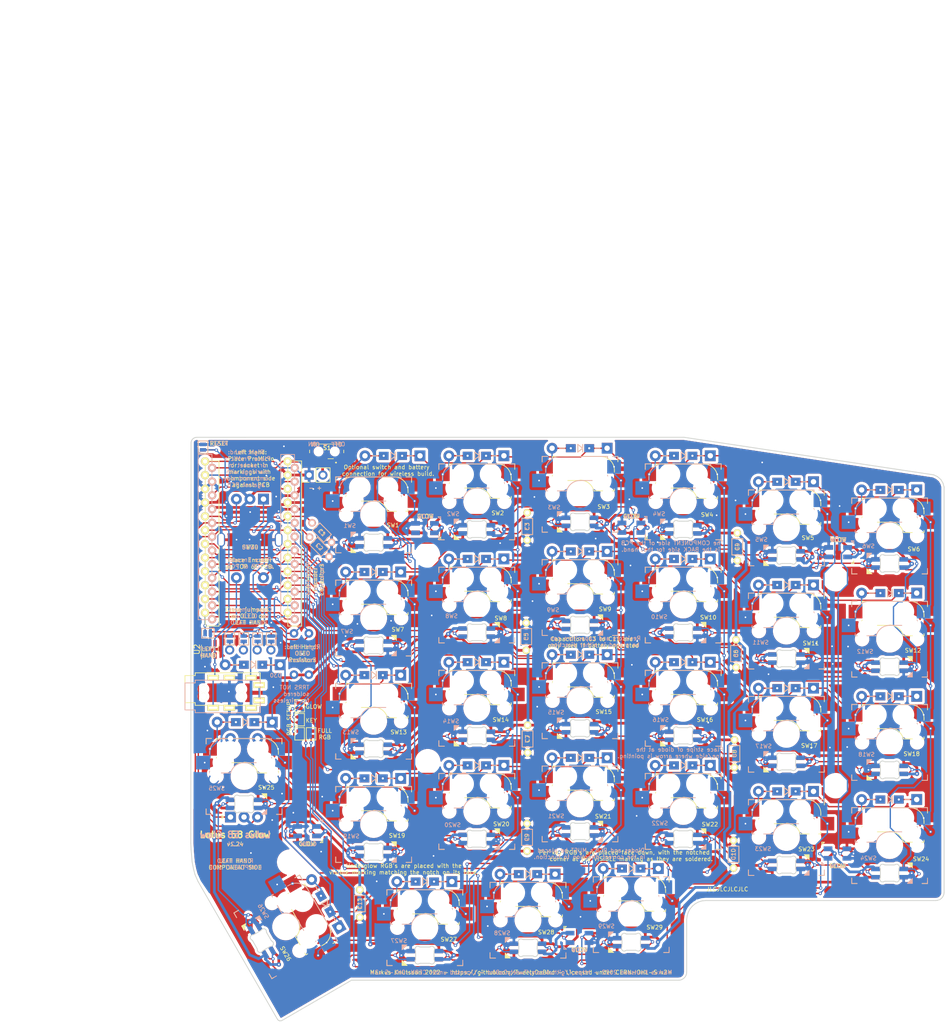
<source format=kicad_pcb>
(kicad_pcb (version 20211014) (generator pcbnew)
  (title_block (title "Lotus 58 Glow") (date "2022-09-14") (rev "v1.24") (company "Markus Knutsson <markus.knutsson@tweety.se>") (comment 1 "https://github.com/TweetyDaBird") (comment 2 "Licensed under CERN-OHL-S v2 or any superseding version"))
  (layers (0 "F.Cu" signal) (31 "B.Cu" signal) (34 "B.Paste" user) (35 "F.Paste" user) (36 "B.SilkS" user "B.Silkscreen") (37 "F.SilkS" user "F.Silkscreen") (38 "B.Mask" user) (39 "F.Mask" user) (44 "Edge.Cuts" user))
  (net 0 "")
  (net 1 "Net-(D1-Pad2)")
  (net 2 "row4")
  (net 3 "Net-(D2-Pad2)")
  (net 4 "Net-(D3-Pad2)")
  (net 5 "row0")
  (net 6 "Net-(D4-Pad2)")
  (net 7 "row1")
  (net 8 "Net-(D5-Pad2)")
  (net 9 "row2")
  (net 10 "Net-(D6-Pad2)")
  (net 11 "row3")
  (net 12 "Net-(D7-Pad2)")
  (net 13 "Net-(D8-Pad2)")
  (net 14 "Net-(D9-Pad2)")
  (net 15 "Net-(D10-Pad2)")
  (net 16 "Net-(D11-Pad2)")
  (net 17 "Net-(D12-Pad2)")
  (net 18 "Net-(D13-Pad2)")
  (net 19 "Net-(D14-Pad2)")
  (net 20 "Net-(D15-Pad2)")
  (net 21 "Net-(D16-Pad2)")
  (net 22 "Net-(D17-Pad2)")
  (net 23 "Net-(D18-Pad2)")
  (net 24 "Net-(D19-Pad2)")
  (net 25 "Net-(D20-Pad2)")
  (net 26 "Net-(D21-Pad2)")
  (net 27 "Net-(D22-Pad2)")
  (net 28 "Net-(D23-Pad2)")
  (net 29 "Net-(D24-Pad2)")
  (net 30 "Net-(D26-Pad2)")
  (net 31 "Net-(D27-Pad2)")
  (net 32 "Net-(D28-Pad2)")
  (net 33 "VCC")
  (net 34 "GND")
  (net 35 "col0")
  (net 36 "col1")
  (net 37 "col2")
  (net 38 "col3")
  (net 39 "col4")
  (net 40 "col5")
  (net 41 "SDA")
  (net 42 "LED")
  (net 43 "SCL")
  (net 44 "RESET")
  (net 45 "Net-(D29-Pad2)")
  (net 46 "DATA")
  (net 47 "Net-(D30-Pad2)")
  (net 48 "Hand")
  (net 49 "B")
  (net 50 "A")
  (net 51 "Alt")
  (net 52 "Net-(LED1-Pad2)")
  (net 53 "Net-(LED2-Pad2)")
  (net 54 "Net-(JP5-Pad1)")
  (net 55 "Net-(JP10-Pad1)")
  (net 56 "Net-(JP11-Pad1)")
  (net 57 "Net-(JP12-Pad1)")
  (net 58 "Net-(LED3-Pad2)")
  (net 59 "Net-(LED4-Pad2)")
  (net 60 "Net-(LED5-Pad2)")
  (net 61 "Net-(LED12-Pad4)")
  (net 62 "Net-(LED7-Pad4)")
  (net 63 "Net-(LED13-Pad4)")
  (net 64 "Net-(LED8-Pad4)")
  (net 65 "Net-(LED10-Pad2)")
  (net 66 "Net-(LED10-Pad4)")
  (net 67 "Net-(LED11-Pad4)")
  (net 68 "Net-(LED13-Pad2)")
  (net 69 "Net-(LED14-Pad2)")
  (net 70 "Net-(LED15-Pad2)")
  (net 71 "Net-(LED16-Pad2)")
  (net 72 "Net-(LED17-Pad2)")
  (net 73 "Net-(LED18-Pad2)")
  (net 74 "Net-(LED19-Pad4)")
  (net 75 "Net-(LED19-Pad2)")
  (net 76 "Net-(LED20-Pad4)")
  (net 77 "Net-(LED21-Pad4)")
  (net 78 "Net-(LED22-Pad4)")
  (net 79 "Net-(LED23-Pad4)")
  (net 80 "Net-(LED25-Pad2)")
  (net 81 "Net-(LED26-Pad2)")
  (net 82 "Net-(LED27-Pad2)")
  (net 83 "Net-(LED28-Pad2)")
  (net 84 "Net-(LED30-Pad1)")
  (net 85 "Net-(LED31-Pad1)")
  (net 86 "Net-(LED32-Pad1)")
  (net 87 "Net-(LED33-Pad1)")
  (net 88 "Net-(LED34-Pad1)")
  (net 89 "unconnected-(J1-PadS)")
  (net 90 "RGB_KEY")
  (net 91 "RGB_GLOW")
  (net 92 "RGB_LINK")
  (net 93 "Battery")
  (net 94 "/Batt")
  (footprint "MountingHole:MountingHole_3.7mm" (layer "F.Cu") (at 124.32538 57.40908)
    (fp_text reference "TH1" hide)
    (fp_text value "HOLE")
  )
  (footprint "MountingHole:MountingHole_3.7mm" (layer "F.Cu") (at 199.7 61.8)
    (fp_text reference "TH2" hide)
    (fp_text value "HOLE")
  )
  (footprint "MountingHole:MountingHole_3.7mm" (layer "F.Cu") (at 124.3965 95.5675)
    (fp_text reference "TH3" hide)
    (fp_text value "HOLE")
  )
  (footprint "MountingHole:MountingHole_3.7mm" (layer "F.Cu") (at 199.7 100)
    (fp_text reference "TH4" hide)
    (fp_text value "HOLE")
  )
  (footprint "MountingHole:MountingHole_3.7mm" (layer "F.Cu") (at 98.8949 114.1095 90)
    (fp_text reference "TH5" hide)
    (fp_text value "HOLE")
  )
  (footprint "Common Library:Jumper_Mini" (layer "F.Cu") (at 95.4987 72.8755 90)
    (fp_text reference "JP9" hide)
    (fp_text value "Jumper_NO_Small" hide)
  )
  (footprint "Common Library:Jumper_Mini" (layer "F.Cu") (at 92.990766 72.8755 90)
    (fp_text reference "JP10" hide)
    (fp_text value "Jumper_NO_Small" hide)
  )
  (footprint "Common Library:Jumper_Mini" (layer "F.Cu") (at 90.419332 72.8755 90)
    (fp_text reference "JP11" hide)
    (fp_text value "Jumper_NO_Small" hide)
  )
  (footprint "Common Library:Jumper_Mini" (layer "F.Cu") (at 87.8479 72.8755 90)
    (fp_text reference "JP12" hide)
    (fp_text value "Jumper_NO_Small" hide)
  )
  (footprint "keyswitches:Kailh_socket_MX_reversible_RGB" (layer "F.Cu") (at 133.45 47.6)
    (fp_text reference "SW2")
    (fp_text value "Kailh hotswap MX socket")
  )
  (footprint "keyswitches:Kailh_socket_MX_reversible_RGB" (layer "F.Cu") (at 152.5 46.21)
    (fp_text reference "SW3")
    (fp_text value "Kailh hotswap MX socket")
  )
  (footprint "keyswitches:Kailh_socket_MX_reversible_RGB" (layer "F.Cu") (at 171.55 47.6)
    (fp_text reference "SW4")
    (fp_text value "Kailh hotswap MX socket")
  )
  (footprint "keyswitches:Kailh_socket_MX_reversible_RGB" (layer "F.Cu") (at 209.65 53.9)
    (fp_text reference "SW6")
    (fp_text value "Kailh hotswap MX socket")
  )
  (footprint "keyswitches:Kailh_socket_MX_reversible_RGB" (layer "F.Cu") (at 114.4 69.05)
    (fp_text reference "SW7")
    (fp_text value "Kailh hotswap MX socket")
  )
  (footprint "keyswitches:Kailh_socket_MX_reversible_RGB" (layer "F.Cu") (at 152.5 65.26)
    (fp_text reference "SW9")
    (fp_text value "Kailh hotswap MX socket")
  )
  (footprint "keyswitches:Kailh_socket_MX_reversible_RGB" (layer "F.Cu") (at 171.55 66.65)
    (fp_text reference "SW10")
    (fp_text value "Kailh hotswap MX socket")
  )
  (footprint "keyswitches:Kailh_socket_MX_reversible_RGB" (layer "F.Cu") (at 190.6 71.45)
    (fp_text reference "SW11")
    (fp_text value "Kailh hotswap MX socket")
  )
  (footprint "keyswitches:Kailh_socket_MX_reversible_RGB" (layer "F.Cu") (at 209.65 72.95)
    (fp_text reference "SW12")
    (fp_text value "Kailh hotswap MX socket")
  )
  (footprint "keyswitches:Kailh_socket_MX_reversible_RGB" (layer "F.Cu") (at 114.4 88.1)
    (fp_text reference "SW13")
    (fp_text value "Kailh hotswap MX socket")
  )
  (footprint "keyswitches:Kailh_socket_MX_reversible_RGB" (layer "F.Cu") (at 133.45 85.7)
    (fp_text reference "SW14")
    (fp_text value "Kailh hotswap MX socket")
  )
  (footprint "keyswitches:Kailh_socket_MX_reversible_RGB" (layer "F.Cu") (at 152.5 84.31)
    (fp_text reference "SW15")
    (fp_text value "Kailh hotswap MX socket")
  )
  (footprint "keyswitches:Kailh_socket_MX_reversible_RGB" (layer "F.Cu") (at 190.6 90.5)
    (fp_text reference "SW17")
    (fp_text value "Kailh hotswap MX socket")
  )
  (footprint "keyswitches:Kailh_socket_MX_reversible_RGB" (layer "F.Cu") (at 209.65 92)
    (fp_text reference "SW18")
    (fp_text value "Kailh hotswap MX socket")
  )
  (footprint "keyswitches:Kailh_socket_MX_reversible_RGB" (layer "F.Cu") (at 114.4 107.15)
    (fp_text reference "SW19")
    (fp_text value "Kailh hotswap MX socket")
  )
  (footprint "keyswitches:Kailh_socket_MX_reversible_RGB" (layer "F.Cu") (at 133.45 104.75)
    (fp_text reference "SW20")
    (fp_text value "Kailh hotswap MX socket")
  )
  (footprint "keyswitches:Kailh_socket_MX_reversible_RGB" (layer "F.Cu") (at 152.5 103.36)
    (fp_text reference "SW21")
    (fp_text value "Kailh hotswap MX socket")
  )
  (footprint "keyswitches:Kailh_socket_MX_reversible_RGB" (layer "F.Cu") (at 171.55 104.75)
    (fp_text reference "SW22")
    (fp_text value "Kailh hotswap MX socket")
  )
  (footprint "keyswitches:Kailh_socket_MX_reversible_RGB" (layer "F.Cu") (at 190.6 109.55)
    (fp_text reference "SW23")
    (fp_text value "Kailh hotswap MX socket")
  )
  (footprint "keyswitches:Kailh_socket_MX_reversible_RGB" (layer "F.Cu") (at 123.85 126.2)
    (fp_text reference "SW27")
    (fp_text value "Kailh hotswap MX socket")
  )
  (footprint "keyswitches:Kailh_socket_MX_reversible_RGB" (layer "F.Cu") (at 142.8977 124.8283)
    (fp_text reference "SW28")
    (fp_text value "Kailh hotswap MX socket")
  )
  (footprint "keyswitches:Kailh_socket_MX_reversible_RGB" (layer "F.Cu") (at 161.95 123.8)
    (fp_text reference "SW29")
    (fp_text value "Kailh hotswap MX socket")
  )
  (footprint "keyswitches:Kailh_socket_MX_reversible_RGB" (layer "F.Cu") (at 114.4 50)
    (fp_text reference "SW1")
    (fp_text value "Kailh hotswap MX socket")
  )
  (footprint "keyswitches:Kailh_socket_MX_reversible_RGB" (layer "F.Cu") (at 90.4748 98.2853)
    (fp_text reference "SW25")
    (fp_text value "Kailh hotswap MX socket")
  )
  (footprint "keyswitches:Kailh_socket_MX_reversible_RGB" (layer "F.Cu") (at 209.65 111.05)
    (fp_text reference "SW24")
    (fp_text value "Kailh hotswap MX socket")
  )
  (footprint "Resistor_THT:R_Axial_DIN0207_L6.3mm_D2.5mm_P7.62mm_Horizontal" (layer "F.Cu") (at 102.44 79.5 90)
    (fp_text reference "R2" hide)
    (fp_text value "4k7")
  )
  (footprint "keyswitches:Kailh_socket_MX_reversible_RGB" (layer "F.Cu") (at 98.171 126.0475 -60)
    (fp_text reference "SW26")
    (fp_text value "Kailh hotswap MX socket")
  )
  (footprint "keyswitches:Kailh_socket_MX_reversible_RGB" (layer "F.Cu") (at 171.55 85.7)
    (fp_text reference "SW16")
    (fp_text value "Kailh hotswap MX socket")
  )
  (footprint "KiCad-SSD1306-0.91-OLED-4pin-128x32:SSD1306-0.91-OLED-4pin-128x32" (layer "F.Cu") (at 97.6305 38.4435 -90)
    (fp_text reference "P1" hide)
    (fp_text value "OLED")
  )
  (footprint "Keyboard Library:LED_SK6812MINI_PLCC4_3.5x3.5mm_P1.75mm" (layer "F.Cu") (at 152.4 128.0795 180)
    (fp_text reference "LED31" hide)
    (fp_text value "SK6812MINI")
  )
  (footprint "Keyboard Library:LED_SK6812MINI_PLCC4_3.5x3.5mm_P1.75mm" (layer "F.Cu") (at 102.108 108.3945)
    (fp_text reference "LED30" hide)
    (fp_text value "SK6812MINI")
  )
  (footprint "Keyboard Library:LED_SK6812MINI_PLCC4_3.5x3.5mm_P1.75mm" (layer "F.Cu") (at 200.152 56.896)
    (fp_text reference "LED33" hide)
    (fp_text value "SK6812MINI")
  )
  (footprint "Keyboard Library:LED_SK6812MINI_PLCC4_3.5x3.5mm_P1.75mm" (layer "F.Cu") (at 123.8885 52.451)
    (fp_text reference "LED35" hide)
    (fp_text value "SK6812MINI")
  )
  (footprint "Keyboard Library:RotaryEncoder_Alps_EC11E-Switch_Vertical_H20_special" (layer "F.Cu") (at 91.567 54.594 -90)
    (fp_text reference "SW30")
    (fp_text value "Rotary_Encoder_Switch")
  )
  (footprint "Keyboard Library:ProMicro_Reversible" (layer "F.Cu") (at 92.106 54.9)
    (fp_text reference "U1" hide)
    (fp_text value "ProMicro" hide)
  )
  (footprint "Resistor_THT:R_Axial_DIN0207_L6.3mm_D2.5mm_P7.62mm_Horizontal" (layer "F.Cu") (at 99.7 79.5 90)
    (fp_text reference "R1" hide)
    (fp_text value "4k7")
  )
  (footprint "Common Library:MJ-4PP-9_alim" (layer "F.Cu") (at 81.4705 82.169 90)
    (fp_text reference "J1" hide)
    (fp_text value "PJ-320A" hide)
  )
  (footprint "keyswitches:Kailh_socket_MX_reversible_RGB" (layer "F.Cu") (at 190.6 52.4)
    (fp_text reference "SW5")
    (fp_text value "Kailh hotswap MX socket")
  )
  (footprint "Keyboard Library:RotaryEncoder_Alps_EC11E-Switch_Special" (layer "F.Cu") (at 90.4748 98.2853 90)
    (fp_text reference "SW31" hide)
    (fp_text value "Rotary_Encoder_Switch")
  )
  (footprint "Keyboard Library:LED_SK6812MINI_PLCC4_3.5x3.5mm_P1.75mm" (layer "F.Cu") (at 161.9885 52.3875)
    (fp_text reference "LED34" hide)
    (fp_text value "SK6812MINI")
  )
  (footprint "Common Library:Jumper_Mini" (layer "F.Cu") (at 83.789 71.8507)
    (fp_text reference "JP3" hide)
    (fp_text value "LEFT" hide)
  )
  (footprint "keyswitches:Kailh_socket_MX_reversible_RGB" (layer "F.Cu") (at 133.45 66.65)
    (fp_text reference "SW8")
    (fp_text value "Kailh hotswap MX socket")
  )
  (footprint "kicad-keyboard-parts:MX_SK6812MINI-E_REVERSIBLE" (layer "F.Cu") (at 114.4 55.08 180)
    (fp_text reference "LED1" hide)
    (fp_text value "SK6812MINI-E")
    (fp_line (start 0.794452 1.499999) (end -0.794452 1.499999) (layer "Edge.Cuts") (width 0.15))
    (fp_line (start 1.699999 -0.702843) (end 1.699999 0.702841) (layer "Edge.Cuts") (width 0.15))
    (fp_line (start -0.794452 -1.5) (end 0.794453 -1.5) (layer "Edge.Cuts") (width 0.15))
    (fp_line (start -1.699999 0.702841) (end -1.699999 -0.702843) (layer "Edge.Cuts") (width 0.15))
    (fp_arc (start 0.794452 1.499999) (mid 0.925123 1.517376) (end 1.046711 1.568298) (layer "Edge.Cuts") (width 0.15))
    (fp_arc (start 1.046711 -1.568299) (mid 1.638071 -1.504036) (end 1.749484 -0.919721) (layer "Edge.Cuts") (width 0.15))
    (fp_arc (start -1.046711 1.568296) (mid -1.63807 1.504033) (end -1.749484 0.919719) (layer "Edge.Cuts") (width 0.15))
    (fp_arc (start -1.749484 -0.919721) (mid -1.638071 -1.504036) (end -1.046711 -1.5683) (layer "Edge.Cuts") (width 0.15))
    (fp_arc (start -1.749484 -0.919721) (mid -1.712527 -0.814069) (end -1.699999 -0.702843) (layer "Edge.Cuts") (width 0.15))
    (fp_arc (start 1.046711 -1.568299) (mid 0.925123 -1.517377) (end 0.794453 -1.5) (layer "Edge.Cuts") (width 0.15))
    (fp_arc (start 1.749484 0.919718) (mid 1.638072 1.504034) (end 1.046711 1.568298) (layer "Edge.Cuts") (width 0.15))
    (fp_arc (start -1.699999 0.702842) (mid -1.712527 0.814067) (end -1.749484 0.919719) (layer "Edge.Cuts") (width 0.15))
    (fp_arc (start -1.04671 1.568298) (mid -0.925122 1.517376) (end -0.794452 1.499999) (layer "Edge.Cuts") (width 0.15))
    (fp_arc (start 1.699999 -0.702844) (mid 1.712526 -0.81407) (end 1.749484 -0.919721) (layer "Edge.Cuts") (width 0.15))
    (fp_arc (start -0.794453 -1.500001) (mid -0.925123 -1.517378) (end -1.046711 -1.5683) (layer "Edge.Cuts") (width 0.15))
    (fp_arc (start 1.749484 0.919719) (mid 1.712511 0.81407) (end 1.699999 0.702841) (layer "Edge.Cuts") (width 0.15))
  )
  (footprint "Common Library:Jumper_Mini" (layer "F.Cu") (at 82.91 37.51 90)
    (fp_text reference "JP2" hide)
    (fp_text value "RESET" hide)
  )
  (footprint "kicad-keyboard-parts:MX_SK6812MINI-E_REVERSIBLE" (layer "F.Cu") (at 133.45 52.68 180)
    (fp_text reference "LED2" hide)
    (fp_text value "SK6812MINI-E")
    (fp_line (start -0.794452 -1.5) (end 0.794453 -1.5) (layer "Edge.Cuts") (width 0.15))
    (fp_line (start 1.699999 -0.702843) (end 1.699999 0.702841) (layer "Edge.Cuts") (width 0.15))
    (fp_line (start 0.794452 1.499999) (end -0.794452 1.499999) (layer "Edge.Cuts") (width 0.15))
    (fp_line (start -1.699999 0.702841) (end -1.699999 -0.702843) (layer "Edge.Cuts") (width 0.15))
    (fp_arc (start 1.749484 0.919718) (mid 1.638072 1.504034) (end 1.046711 1.568298) (layer "Edge.Cuts") (width 0.15))
    (fp_arc (start 1.749484 0.919719) (mid 1.712511 0.81407) (end 1.699999 0.702841) (layer "Edge.Cuts") (width 0.15))
    (fp_arc (start -0.794453 -1.500001) (mid -0.925123 -1.517378) (end -1.046711 -1.5683) (layer "Edge.Cuts") (width 0.15))
    (fp_arc (start 1.046711 -1.568299) (mid 1.638071 -1.504036) (end 1.749484 -0.919721) (layer "Edge.Cuts") (width 0.15))
    (fp_arc (start -1.749484 -0.919721) (mid -1.712527 -0.814069) (end -1.699999 -0.702843) (layer "Edge.Cuts") (width 0.15))
    (fp_arc (start 1.046711 -1.568299) (mid 0.925123 -1.517377) (end 0.794453 -1.5) (layer "Edge.Cuts") (width 0.15))
    (fp_arc (start -1.699999 0.702842) (mid -1.712527 0.814067) (end -1.749484 0.919719) (layer "Edge.Cuts") (width 0.15))
    (fp_arc (start -1.046711 1.568296) (mid -1.63807 1.504033) (end -1.749484 0.919719) (layer "Edge.Cuts") (width 0.15))
    (fp_arc (start -1.04671 1.568298) (mid -0.925122 1.517376) (end -0.794452 1.499999) (layer "Edge.Cuts") (width 0.15))
    (fp_arc (start -1.749484 -0.919721) (mid -1.638071 -1.504036) (end -1.046711 -1.5683) (layer "Edge.Cuts") (width 0.15))
    (fp_arc (start 0.794452 1.499999) (mid 0.925123 1.517376) (end 1.046711 1.568298) (layer "Edge.Cuts") (width 0.15))
    (fp_arc (start 1.699999 -0.702844) (mid 1.712526 -0.81407) (end 1.749484 -0.919721) (layer "Edge.Cuts") (width 0.15))
  )
  (footprint "kicad-keyboard-parts:MX_SK6812MINI-E_REVERSIBLE" (layer "F.Cu") (at 152.5 51.29 180)
    (fp_text reference "LED3" hide)
    (fp_text value "SK6812MINI-E")
    (fp_line (start -0.794452 -1.5) (end 0.794453 -1.5) (layer "Edge.Cuts") (width 0.15))
    (fp_line (start 1.699999 -0.702843) (end 1.699999 0.702841) (layer "Edge.Cuts") (width 0.15))
    (fp_line (start -1.699999 0.702841) (end -1.699999 -0.702843) (layer "Edge.Cuts") (width 0.15))
    (fp_line (start 0.794452 1.499999) (end -0.794452 1.499999) (layer "Edge.Cuts") (width 0.15))
    (fp_arc (start 1.046711 -1.568299) (mid 1.638071 -1.504036) (end 1.749484 -0.919721) (layer "Edge.Cuts") (width 0.15))
    (fp_arc (start -1.749484 -0.919721) (mid -1.638071 -1.504036) (end -1.046711 -1.5683) (layer "Edge.Cuts") (width 0.15))
    (fp_arc (start 1.699999 -0.702844) (mid 1.712526 -0.81407) (end 1.749484 -0.919721) (layer "Edge.Cuts") (width 0.15))
    (fp_arc (start -1.04671 1.568298) (mid -0.925122 1.517376) (end -0.794452 1.499999) (layer "Edge.Cuts") (width 0.15))
    (fp_arc (start -1.699999 0.702842) (mid -1.712527 0.814067) (end -1.749484 0.919719) (layer "Edge.Cuts") (width 0.15))
    (fp_arc (start -1.749484 -0.919721) (mid -1.712527 -0.814069) (end -1.699999 -0.702843) (layer "Edge.Cuts") (width 0.15))
    (fp_arc (start -0.794453 -1.500001) (mid -0.925123 -1.517378) (end -1.046711 -1.5683) (layer "Edge.Cuts") (width 0.15))
    (fp_arc (start 1.749484 0.919719) (mid 1.712511 0.81407) (end 1.699999 0.702841) (layer "Edge.Cuts") (width 0.15))
    (fp_arc (start 1.046711 -1.568299) (mid 0.925123 -1.517377) (end 0.794453 -1.5) (layer "Edge.Cuts") (width 0.15))
    (fp_arc (start 0.794452 1.499999) (mid 0.925123 1.517376) (end 1.046711 1.568298) (layer "Edge.Cuts") (width 0.15))
    (fp_arc (start 1.749484 0.919718) (mid 1.638072 1.504034) (end 1.046711 1.568298) (layer "Edge.Cuts") (width 0.15))
    (fp_arc (start -1.046711 1.568296) (mid -1.63807 1.504033) (end -1.749484 0.919719) (layer "Edge.Cuts") (width 0.15))
  )
  (footprint "kicad-keyboard-parts:MX_SK6812MINI-E_REVERSIBLE" (layer "F.Cu") (at 171.55 52.68 180)
    (fp_text reference "LED4" hide)
    (fp_text value "SK6812MINI-E")
    (fp_line (start 1.699999 -0.702843) (end 1.699999 0.702841) (layer "Edge.Cuts") (width 0.15))
    (fp_line (start 0.794452 1.499999) (end -0.794452 1.499999) (layer "Edge.Cuts") (width 0.15))
    (fp_line (start -0.794452 -1.5) (end 0.794453 -1.5) (layer "Edge.Cuts") (width 0.15))
    (fp_line (start -1.699999 0.702841) (end -1.699999 -0.702843) (layer "Edge.Cuts") (width 0.15))
    (fp_arc (start -1.749484 -0.919721) (mid -1.712527 -0.814069) (end -1.699999 -0.702843) (layer "Edge.Cuts") (width 0.15))
    (fp_arc (start 1.699999 -0.702844) (mid 1.712526 -0.81407) (end 1.749484 -0.919721) (layer "Edge.Cuts") (width 0.15))
    (fp_arc (start -1.046711 1.568296) (mid -1.63807 1.504033) (end -1.749484 0.919719) (layer "Edge.Cuts") (width 0.15))
    (fp_arc (start 1.046711 -1.568299) (mid 1.638071 -1.504036) (end 1.749484 -0.919721) (layer "Edge.Cuts") (width 0.15))
    (fp_arc (start 1.749484 0.919718) (mid 1.638072 1.504034) (end 1.046711 1.568298) (layer "Edge.Cuts") (width 0.15))
    (fp_arc (start -1.749484 -0.919721) (mid -1.638071 -1.504036) (end -1.046711 -1.5683) (layer "Edge.Cuts") (width 0.15))
    (fp_arc (start -1.04671 1.568298) (mid -0.925122 1.517376) (end -0.794452 1.499999) (layer "Edge.Cuts") (width 0.15))
    (fp_arc (start -0.794453 -1.500001) (mid -0.925123 -1.517378) (end -1.046711 -1.5683) (layer "Edge.Cuts") (width 0.15))
    (fp_arc (start 1.749484 0.919719) (mid 1.712511 0.81407) (end 1.699999 0.702841) (layer "Edge.Cuts") (width 0.15))
    (fp_arc (start -1.699999 0.702842) (mid -1.712527 0.814067) (end -1.749484 0.919719) (layer "Edge.Cuts") (width 0.15))
    (fp_arc (start 1.046711 -1.568299) (mid 0.925123 -1.517377) (end 0.794453 -1.5) (layer "Edge.Cuts") (width 0.15))
    (fp_arc (start 0.794452 1.499999) (mid 0.925123 1.517376) (end 1.046711 1.568298) (layer "Edge.Cuts") (width 0.15))
  )
  (footprint "kicad-keyboard-parts:MX_SK6812MINI-E_REVERSIBLE" (layer "F.Cu") (at 190.6 57.48 180)
    (fp_text reference "LED5" hide)
    (fp_text value "SK6812MINI-E")
    (fp_line (start 0.794452 1.499999) (end -0.794452 1.499999) (layer "Edge.Cuts") (width 0.15))
    (fp_line (start 1.699999 -0.702843) (end 1.699999 0.702841) (layer "Edge.Cuts") (width 0.15))
    (fp_line (start -0.794452 -1.5) (end 0.794453 -1.5) (layer "Edge.Cuts") (width 0.15))
    (fp_line (start -1.699999 0.702841) (end -1.699999 -0.702843) (layer "Edge.Cuts") (width 0.15))
    (fp_arc (start -1.046711 1.568296) (mid -1.63807 1.504033) (end -1.749484 0.919719) (layer "Edge.Cuts") (width 0.15))
    (fp_arc (start -1.04671 1.568298) (mid -0.925122 1.517376) (end -0.794452 1.499999) (layer "Edge.Cuts") (width 0.15))
    (fp_arc (start 1.749484 0.919718) (mid 1.638072 1.504034) (end 1.046711 1.568298) (layer "Edge.Cuts") (width 0.15))
    (fp_arc (start 1.046711 -1.568299) (mid 0.925123 -1.517377) (end 0.794453 -1.5) (layer "Edge.Cuts") (width 0.15))
    (fp_arc (start 0.794452 1.499999) (mid 0.925123 1.517376) (end 1.046711 1.568298) (layer "Edge.Cuts") (width 0.15))
    (fp_arc (start 1.699999 -0.702844) (mid 1.712526 -0.81407) (end 1.749484 -0.919721) (layer "Edge.Cuts") (width 0.15))
    (fp_arc (start -1.749484 -0.919721) (mid -1.712527 -0.814069) (end -1.699999 -0.702843) (layer "Edge.Cuts") (width 0.15))
    (fp_arc (start -1.699999 0.702842) (mid -1.712527 0.814067) (end -1.749484 0.919719) (layer "Edge.Cuts") (width 0.15))
    (fp_arc (start 1.749484 0.919719) (mid 1.712511 0.81407) (end 1.699999 0.702841) (layer "Edge.Cuts") (width 0.15))
    (fp_arc (start -1.749484 -0.919721) (mid -1.638071 -1.504036) (end -1.046711 -1.5683) (layer "Edge.Cuts") (width 0.15))
    (fp_arc (start 1.046711 -1.568299) (mid 1.638071 -1.504036) (end 1.749484 -0.919721) (layer "Edge.Cuts") (width 0.15))
    (fp_arc (start -0.794453 -1.500001) (mid -0.925123 -1.517378) (end -1.046711 -1.5683) (layer "Edge.Cuts") (width 0.15))
  )
  (footprint "kicad-keyboard-parts:MX_SK6812MINI-E_REVERSIBLE" (layer "F.Cu") (at 209.65 58.98 180)
    (fp_text reference "LED6" hide)
    (fp_text value "SK6812MINI-E")
    (fp_line (start -1.699999 0.702841) (end -1.699999 -0.702843) (layer "Edge.Cuts") (width 0.15))
    (fp_line (start -0.794452 -1.5) (end 0.794453 -1.5) (layer "Edge.Cuts") (width 0.15))
    (fp_line (start 0.794452 1.499999) (end -0.794452 1.499999) (layer "Edge.Cuts") (width 0.15))
    (fp_line (start 1.699999 -0.702843) (end 1.699999 0.702841) (layer "Edge.Cuts") (width 0.15))
    (fp_arc (start 1.749484 0.919719) (mid 1.712511 0.81407) (end 1.699999 0.702841) (layer "Edge.Cuts") (width 0.15))
    (fp_arc (start -1.749484 -0.919721) (mid -1.638071 -1.504036) (end -1.046711 -1.5683) (layer "Edge.Cuts") (width 0.15))
    (fp_arc (start -0.794453 -1.500001) (mid -0.925123 -1.517378) (end -1.046711 -1.5683) (layer "Edge.Cuts") (width 0.15))
    (fp_arc (start 1.046711 -1.568299) (mid 1.638071 -1.504036) (end 1.749484 -0.919721) (layer "Edge.Cuts") (width 0.15))
    (fp_arc (start 1.046711 -1.568299) (mid 0.925123 -1.517377) (end 0.794453 -1.5) (layer "Edge.Cuts") (width 0.15))
    (fp_arc (start -1.749484 -0.919721) (mid -1.712527 -0.814069) (end -1.699999 -0.702843) (layer "Edge.Cuts") (width 0.15))
    (fp_arc (start 0.794452 1.499999) (mid 0.925123 1.517376) (end 1.046711 1.568298) (layer "Edge.Cuts") (width 0.15))
    (fp_arc (start 1.749484 0.919718) (mid 1.638072 1.504034) (end 1.046711 1.568298) (layer "Edge.Cuts") (width 0.15))
    (fp_arc (start -1.699999 0.702842) (mid -1.712527 0.814067) (end -1.749484 0.919719) (layer "Edge.Cuts") (width 0.15))
    (fp_arc (start 1.699999 -0.702844) (mid 1.712526 -0.81407) (end 1.749484 -0.919721) (layer "Edge.Cuts") (width 0.15))
    (fp_arc (start -1.046711 1.568296) (mid -1.63807 1.504033) (end -1.749484 0.919719) (layer "Edge.Cuts") (width 0.15))
    (fp_arc (start -1.04671 1.568298) (mid -0.925122 1.517376) (end -0.794452 1.499999) (layer "Edge.Cuts") (width 0.15))
  )
  (footprint "kicad-keyboard-parts:MX_SK6812MINI-E_REVERSIBLE" (layer "F.Cu") (at 114.4 74.13)
    (fp_text reference "LED7" hide)
    (fp_text value "SK6812MINI-E")
    (fp_line (start -0.794452 -1.5) (end 0.794453 -1.5) (layer "Edge.Cuts") (width 0.15))
    (fp_line (start -1.699999 0.702841) (end -1.699999 -0.702843) (layer "Edge.Cuts") (width 0.15))
    (fp_line (start 1.699999 -0.702843) (end 1.699999 0.702841) (layer "Edge.Cuts") (width 0.15))
    (fp_line (start 0.794452 1.499999) (end -0.794452 1.499999) (layer "Edge.Cuts") (width 0.15))
    (fp_arc (start 1.046711 -1.568299) (mid 0.925123 -1.517377) (end 0.794453 -1.5) (layer "Edge.Cuts") (width 0.15))
    (fp_arc (start -1.749484 -0.919721) (mid -1.638071 -1.504036) (end -1.046711 -1.5683) (layer "Edge.Cuts") (width 0.15))
    (fp_arc (start -0.794453 -1.500001) (mid -0.925123 -1.517378) (end -1.046711 -1.5683) (layer "Edge.Cuts") (width 0.15))
    (fp_arc (start -1.046711 1.568296) (mid -1.63807 1.504033) (end -1.749484 0.919719) (layer "Edge.Cuts") (width 0.15))
    (fp_arc (start -1.04671 1.568298) (mid -0.925122 1.517376) (end -0.794452 1.499999) (layer "Edge.Cuts") (width 0.15))
    (fp_arc (start 1.749484 0.919719) (mid 1.712511 0.81407) (end 1.699999 0.702841) (layer "Edge.Cuts") (width 0.15))
    (fp_arc (start 1.046711 -1.568299) (mid 1.638071 -1.504036) (end 1.749484 -0.919721) (layer "Edge.Cuts") (width 0.15))
    (fp_arc (start 1.749484 0.919718) (mid 1.638072 1.504034) (end 1.046711 1.568298) (layer "Edge.Cuts") (width 0.15))
    (fp_arc (start 1.699999 -0.702844) (mid 1.712526 -0.81407) (end 1.749484 -0.919721) (layer "Edge.Cuts") (width 0.15))
    (fp_arc (start 0.794452 1.499999) (mid 0.925123 1.517376) (end 1.046711 1.568298) (layer "Edge.Cuts") (width 0.15))
    (fp_arc (start -1.749484 -0.919721) (mid -1.712527 -0.814069) (end -1.699999 -0.702843) (layer "Edge.Cuts") (width 0.15))
    (fp_arc (start -1.699999 0.702842) (mid -1.712527 0.814067) (end -1.749484 0.919719) (layer "Edge.Cuts") (width 0.15))
  )
  (footprint "kicad-keyboard-parts:MX_SK6812MINI-E_REVERSIBLE" (layer "F.Cu") (at 133.45 71.73)
    (fp_text reference "LED8" hide)
    (fp_text value "SK6812MINI-E")
    (fp_line (start -1.699999 0.702841) (end -1.699999 -0.702843) (layer "Edge.Cuts") (width 0.15))
    (fp_line (start 0.794452 1.499999) (end -0.794452 1.499999) (layer "Edge.Cuts") (width 0.15))
    (fp_line (start 1.699999 -0.702843) (end 1.699999 0.702841) (layer "Edge.Cuts") (width 0.15))
    (fp_line (start -0.794452 -1.5) (end 0.794453 -1.5) (layer "Edge.Cuts") (width 0.15))
    (fp_arc (start 1.046711 -1.568299) (mid 0.925123 -1.517377) (end 0.794453 -1.5) (layer "Edge.Cuts") (width 0.15))
    (fp_arc (start -1.04671 1.568298) (mid -0.925122 1.517376) (end -0.794452 1.499999) (layer "Edge.Cuts") (width 0.15))
    (fp_arc (start 1.749484 0.919719) (mid 1.712511 0.81407) (end 1.699999 0.702841) (layer "Edge.Cuts") (width 0.15))
    (fp_arc (start 0.794452 1.499999) (mid 0.925123 1.517376) (end 1.046711 1.568298) (layer "Edge.Cuts") (width 0.15))
    (fp_arc (start 1.046711 -1.568299) (mid 1.638071 -1.504036) (end 1.749484 -0.919721) (layer "Edge.Cuts") (width 0.15))
    (fp_arc (start -1.749484 -0.919721) (mid -1.712527 -0.814069) (end -1.699999 -0.702843) (layer "Edge.Cuts") (width 0.15))
    (fp_arc (start -1.699999 0.702842) (mid -1.712527 0.814067) (end -1.749484 0.919719) (layer "Edge.Cuts") (width 0.15))
    (fp_arc (start 1.699999 -0.702844) (mid 1.712526 -0.81407) (end 1.749484 -0.919721) (layer "Edge.Cuts") (width 0.15))
    (fp_arc (start -1.046711 1.568296) (mid -1.63807 1.504033) (end -1.749484 0.919719) (layer "Edge.Cuts") (width 0.15))
    (fp_arc (start -1.749484 -0.919721) (mid -1.638071 -1.504036) (end -1.046711 -1.5683) (layer "Edge.Cuts") (width 0.15))
    (fp_arc (start -0.794453 -1.500001) (mid -0.925123 -1.517378) (end -1.046711 -1.5683) (layer "Edge.Cuts") (width 0.15))
    (fp_arc (start 1.749484 0.919718) (mid 1.638072 1.504034) (end 1.046711 1.568298) (layer "Edge.Cuts") (width 0.15))
  )
  (footprint "kicad-keyboard-parts:MX_SK6812MINI-E_REVERSIBLE" (layer "F.Cu") (at 152.5 70.34)
    (fp_text reference "LED9" hide)
    (fp_text value "SK6812MINI-E")
    (fp_line (start -0.794452 -1.5) (end 0.794453 -1.5) (layer "Edge.Cuts") (width 0.15))
    (fp_line (start -1.699999 0.702841) (end -1.699999 -0.702843) (layer "Edge.Cuts") (width 0.15))
    (fp_line (start 0.794452 1.499999) (end -0.794452 1.499999) (layer "Edge.Cuts") (width 0.15))
    (fp_line (start 1.699999 -0.702843) (end 1.699999 0.702841) (layer "Edge.Cuts") (width 0.15))
    (fp_arc (start -1.749484 -0.919721) (mid -1.712527 -0.814069) (end -1.699999 -0.702843) (layer "Edge.Cuts") (width 0.15))
    (fp_arc (start -1.749484 -0.919721) (mid -1.638071 -1.504036) (end -1.046711 -1.5683) (layer "Edge.Cuts") (width 0.15))
    (fp_arc (start 0.794452 1.499999) (mid 0.925123 1.517376) (end 1.046711 1.568298) (layer "Edge.Cuts") (width 0.15))
    (fp_arc (start 1.046711 -1.568299) (mid 1.638071 -1.504036) (end 1.749484 -0.919721) (layer "Edge.Cuts") (width 0.15))
    (fp_arc (start -1.04671 1.568298) (mid -0.925122 1.517376) (end -0.794452 1.499999) (layer "Edge.Cuts") (width 0.15))
    (fp_arc (start -1.046711 1.568296) (mid -1.63807 1.504033) (end -1.749484 0.919719) (layer "Edge.Cuts") (width 0.15))
    (fp_arc (start 1.699999 -0.702844) (mid 1.712526 -0.81407) (end 1.749484 -0.919721) (layer "Edge.Cuts") (width 0.15))
    (fp_arc (start -0.794453 -1.500001) (mid -0.925123 -1.517378) (end -1.046711 -1.5683) (layer "Edge.Cuts") (width 0.15))
    (fp_arc (start -1.699999 0.702842) (mid -1.712527 0.814067) (end -1.749484 0.919719) (layer "Edge.Cuts") (width 0.15))
    (fp_arc (start 1.749484 0.919719) (mid 1.712511 0.81407) (end 1.699999 0.702841) (layer "Edge.Cuts") (width 0.15))
    (fp_arc (start 1.046711 -1.568299) (mid 0.925123 -1.517377) (end 0.794453 -1.5) (layer "Edge.Cuts") (width 0.15))
    (fp_arc (start 1.749484 0.919718) (mid 1.638072 1.504034) (end 1.046711 1.568298) (layer "Edge.Cuts") (width 0.15))
  )
  (footprint "kicad-keyboard-parts:MX_SK6812MINI-E_REVERSIBLE" (layer "F.Cu") (at 171.55 71.73)
    (fp_text reference "LED10" hide)
    (fp_text value "SK6812MINI-E")
    (fp_line (start -0.794452 -1.5) (end 0.794453 -1.5) (layer "Edge.Cuts") (width 0.15))
    (fp_line (start 1.699999 -0.702843) (end 1.699999 0.702841) (layer "Edge.Cuts") (width 0.15))
    (fp_line (start 0.794452 1.499999) (end -0.794452 1.499999) (layer "Edge.Cuts") (width 0.15))
    (fp_line (start -1.699999 0.702841) (end -1.699999 -0.702843) (layer "Edge.Cuts") (width 0.15))
    (fp_arc (start -1.04671 1.568298) (mid -0.925122 1.517376) (end -0.794452 1.499999) (layer "Edge.Cuts") (width 0.15))
    (fp_arc (start -1.699999 0.702842) (mid -1.712527 0.814067) (end -1.749484 0.919719) (layer "Edge.Cuts") (width 0.15))
    (fp_arc (start 1.046711 -1.568299) (mid 0.925123 -1.517377) (end 0.794453 -1.5) (layer "Edge.Cuts") (width 0.15))
    (fp_arc (start 1.749484 0.919719) (mid 1.712511 0.81407) (end 1.699999 0.702841) (layer "Edge.Cuts") (width 0.15))
    (fp_arc (start 1.046711 -1.568299) (mid 1.638071 -1.504036) (end 1.749484 -0.919721) (layer "Edge.Cuts") (width 0.15))
    (fp_arc (start 1.749484 0.919718) (mid 1.638072 1.504034) (end 1.046711 1.568298) (layer "Edge.Cuts") (width 0.15))
    (fp_arc (start -1.046711 1.568296) (mid -1.63807 1.504033) (end -1.749484 0.919719) (layer "Edge.Cuts") (width 0.15))
    (fp_arc (start -1.749484 -0.919721) (mid -1.712527 -0.814069) (end -1.699999 -0.702843) (layer "Edge.Cuts") (width 0.15))
    (fp_arc (start 1.699999 -0.702844) (mid 1.712526 -0.81407) (end 1.749484 -0.919721) (layer "Edge.Cuts") (width 0.15))
    (fp_arc (start -1.749484 -0.919721) (mid -1.638071 -1.504036) (end -1.046711 -1.5683) (layer "Edge.Cuts") (width 0.15))
    (fp_arc (start 0.794452 1.499999) (mid 0.925123 1.517376) (end 1.046711 1.568298) (layer "Edge.Cuts") (width 0.15))
    (fp_arc (start -0.794453 -1.500001) (mid -0.925123 -1.517378) (end -1.046711 -1.5683) (layer "Edge.Cuts") (width 0.15))
  )
  (footprint "kicad-keyboard-parts:MX_SK6812MINI-E_REVERSIBLE" (layer "F.Cu") (at 190.6 76.53)
    (fp_text reference "LED11" hide)
    (fp_text value "SK6812MINI-E")
    (fp_line (start -0.794452 -1.5) (end 0.794453 -1.5) (layer "Edge.Cuts") (width 0.15))
    (fp_line (start 1.699999 -0.702843) (end 1.699999 0.702841) (layer "Edge.Cuts") (width 0.15))
    (fp_line (start -1.699999 0.702841) (end -1.699999 -0.702843) (layer "Edge.Cuts") (width 0.15))
    (fp_line (start 0.794452 1.499999) (end -0.794452 1.499999) (layer "Edge.Cuts") (width 0.15))
    (fp_arc (start 1.699999 -0.702844) (mid 1.712526 -0.81407) (end 1.749484 -0.919721) (layer "Edge.Cuts") (width 0.15))
    (fp_arc (start -1.699999 0.702842) (mid -1.712527 0.814067) (end -1.749484 0.919719) (layer "Edge.Cuts") (width 0.15))
    (fp_arc (start -1.749484 -0.919721) (mid -1.712527 -0.814069) (end -1.699999 -0.702843) (layer "Edge.Cuts") (width 0.15))
    (fp_arc (start 1.046711 -1.568299) (mid 0.925123 -1.517377) (end 0.794453 -1.5) (layer "Edge.Cuts") (width 0.15))
    (fp_arc (start -0.794453 -1.500001) (mid -0.925123 -1.517378) (end -1.046711 -1.5683) (layer "Edge.Cuts") (width 0.15))
    (fp_arc (start 0.794452 1.499999) (mid 0.925123 1.517376) (end 1.046711 1.568298) (layer "Edge.Cuts") (width 0.15))
    (fp_arc (start -1.046711 1.568296) (mid -1.63807 1.504033) (end -1.749484 0.919719) (layer "Edge.Cuts") (width 0.15))
    (fp_arc (start -1.749484 -0.919721) (mid -1.638071 -1.504036) (end -1.046711 -1.5683) (layer "Edge.Cuts") (width 0.15))
    (fp_arc (start 1.749484 0.919719) (mid 1.712511 0.81407) (end 1.699999 0.702841) (layer "Edge.Cuts") (width 0.15))
    (fp_arc (start 1.046711 -1.568299) (mid 1.638071 -1.504036) (end 1.749484 -0.919721) (layer "Edge.Cuts") (width 0.15))
    (fp_arc (start 1.749484 0.919718) (mid 1.638072 1.504034) (end 1.046711 1.568298) (layer "Edge.Cuts") (width 0.15))
    (fp_arc (start -1.04671 1.568298) (mid -0.925122 1.517376) (end -0.794452 1.499999) (layer "Edge.Cuts") (width 0.15))
  )
  (footprint "kicad-keyboard-parts:MX_SK6812MINI-E_REVERSIBLE" (layer "F.Cu") (at 209.65 78.03)
    (fp_text reference "LED12" hide)
    (fp_text value "SK6812MINI-E")
    (fp_line (start -1.699999 0.702841) (end -1.699999 -0.702843) (layer "Edge.Cuts") (width 0.15))
    (fp_line (start 1.699999 -0.702843) (end 1.699999 0.702841) (layer "Edge.Cuts") (width 0.15))
    (fp_line (start 0.794452 1.499999) (end -0.794452 1.499999) (layer "Edge.Cuts") (width 0.15))
    (fp_line (start -0.794452 -1.5) (end 0.794453 -1.5) (layer "Edge.Cuts") (width 0.15))
    (fp_arc (start 1.046711 -1.568299) (mid 0.925123 -1.517377) (end 0.794453 -1.5) (layer "Edge.Cuts") (width 0.15))
    (fp_arc (start -1.699999 0.702842) (mid -1.712527 0.814067) (end -1.749484 0.919719) (layer "Edge.Cuts") (width 0.15))
    (fp_arc (start -0.794453 -1.500001) (mid -0.925123 -1.517378) (end -1.046711 -1.5683) (layer "Edge.Cuts") (width 0.15))
    (fp_arc (start 1.699999 -0.702844) (mid 1.712526 -0.81407) (end 1.749484 -0.919721) (layer "Edge.Cuts") (width 0.15))
    (fp_arc (start -1.046711 1.568296) (mid -1.63807 1.504033) (end -1.749484 0.919719) (layer "Edge.Cuts") (width 0.15))
    (fp_arc (start 1.749484 0.919719) (mid 1.712511 0.81407) (end 1.699999 0.702841) (layer "Edge.Cuts") (width 0.15))
    (fp_arc (start -1.04671 1.568298) (mid -0.925122 1.517376) (end -0.794452 1.499999) (layer "Edge.Cuts") (width 0.15))
    (fp_arc (start -1.749484 -0.919721) (mid -1.638071 -1.504036) (end -1.046711 -1.5683) (layer "Edge.Cuts") (width 0.15))
    (fp_arc (start 0.794452 1.499999) (mid 0.925123 1.517376) (end 1.046711 1.568298) (layer "Edge.Cuts") (width 0.15))
    (fp_arc (start -1.749484 -0.919721) (mid -1.712527 -0.814069) (end -1.699999 -0.702843) (layer "Edge.Cuts") (width 0.15))
    (fp_arc (start 1.046711 -1.568299) (mid 1.638071 -1.504036) (end 1.749484 -0.919721) (layer "Edge.Cuts") (width 0.15))
    (fp_arc (start 1.749484 0.919718) (mid 1.638072 1.504034) (end 1.046711 1.568298) (layer "Edge.Cuts") (width 0.15))
  )
  (footprint "kicad-keyboard-parts:MX_SK6812MINI-E_REVERSIBLE" (layer "F.Cu") (at 114.4 93.18 180)
    (fp_text reference "LED13" hide)
    (fp_text value "SK6812MINI-E")
    (fp_line (start -0.794452 -1.5) (end 0.794453 -1.5) (layer "Edge.Cuts") (width 0.15))
    (fp_line (start 0.794452 1.499999) (end -0.794452 1.499999) (layer "Edge.Cuts") (width 0.15))
    (fp_line (start -1.699999 0.702841) (end -1.699999 -0.702843) (layer "Edge.Cuts") (width 0.15))
    (fp_line (start 1.699999 -0.702843) (end 1.699999 0.702841) (layer "Edge.Cuts") (width 0.15))
    (fp_arc (start -1.699999 0.702842) (mid -1.712527 0.814067) (end -1.749484 0.919719) (layer "Edge.Cuts") (width 0.15))
    (fp_arc (start 1.046711 -1.568299) (mid 0.925123 -1.517377) (end 0.794453 -1.5) (layer "Edge.Cuts") (width 0.15))
    (fp_arc (start -1.04671 1.568298) (mid -0.925122 1.517376) (end -0.794452 1.499999) (layer "Edge.Cuts") (width 0.15))
    (fp_arc (start 1.046711 -1.568299) (mid 1.638071 -1.504036) (end 1.749484 -0.919721) (layer "Edge.Cuts") (width 0.15))
    (fp_arc (start 1.699999 -0.702844) (mid 1.712526 -0.81407) (end 1.749484 -0.919721) (layer "Edge.Cuts") (width 0.15))
    (fp_arc (start 1.749484 0.919718) (mid 1.638072 1.504034) (end 1.046711 1.568298) (layer "Edge.Cuts") (width 0.15))
    (fp_arc (start -1.046711 1.568296) (mid -1.63807 1.504033) (end -1.749484 0.919719) (layer "Edge.Cuts") (width 0.15))
    (fp_arc (start 1.749484 0.919719) (mid 1.712511 0.81407) (end 1.699999 0.702841) (layer "Edge.Cuts") (width 0.15))
    (fp_arc (start 0.794452 1.499999) (mid 0.925123 1.517376) (end 1.046711 1.568298) (layer "Edge.Cuts") (width 0.15))
    (fp_arc (start -1.749484 -0.919721) (mid -1.712527 -0.814069) (end -1.699999 -0.702843) (layer "Edge.Cuts") (width 0.15))
    (fp_arc (start -1.749484 -0.919721) (mid -1.638071 -1.504036) (end -1.046711 -1.5683) (layer "Edge.Cuts") (width 0.15))
    (fp_arc (start -0.794453 -1.500001) (mid -0.925123 -1.517378) (end -1.046711 -1.5683) (layer "Edge.Cuts") (width 0.15))
  )
  (footprint "kicad-keyboard-parts:MX_SK6812MINI-E_REVERSIBLE" (layer "F.Cu") (at 133.45 90.78 180)
    (fp_text reference "LED14" hide)
    (fp_text value "SK6812MINI-E")
    (fp_line (start -0.794452 -1.5) (end 0.794453 -1.5) (layer "Edge.Cuts") (width 0.15))
    (fp_line (start 0.794452 1.499999) (end -0.794452 1.499999) (layer "Edge.Cuts") (width 0.15))
    (fp_line (start -1.699999 0.702841) (end -1.699999 -0.702843) (layer "Edge.Cuts") (width 0.15))
    (fp_line (start 1.699999 -0.702843) (end 1.699999 0.702841) (layer "Edge.Cuts") (width 0.15))
    (fp_arc (start -1.749484 -0.919721) (mid -1.712527 -0.814069) (end -1.699999 -0.702843) (layer "Edge.Cuts") (width 0.15))
    (fp_arc (start -0.794453 -1.500001) (mid -0.925123 -1.517378) (end -1.046711 -1.5683) (layer "Edge.Cuts") (width 0.15))
    (fp_arc (start 1.046711 -1.568299) (mid 1.638071 -1.504036) (end 1.749484 -0.919721) (layer "Edge.Cuts") (width 0.15))
    (fp_arc (start -1.699999 0.702842) (mid -1.712527 0.814067) (end -1.749484 0.919719) (layer "Edge.Cuts") (width 0.15))
    (fp_arc (start -1.04671 1.568298) (mid -0.925122 1.517376) (end -0.794452 1.499999) (layer "Edge.Cuts") (width 0.15))
    (fp_arc (start 1.749484 0.919719) (mid 1.712511 0.81407) (end 1.699999 0.702841) (layer "Edge.Cuts") (width 0.15))
    (fp_arc (start 1.749484 0.919718) (mid 1.638072 1.504034) (end 1.046711 1.568298) (layer "Edge.Cuts") (width 0.15))
    (fp_arc (start -1.749484 -0.919721) (mid -1.638071 -1.504036) (end -1.046711 -1.5683) (layer "Edge.Cuts") (width 0.15))
    (fp_arc (start 0.794452 1.499999) (mid 0.925123 1.517376) (end 1.046711 1.568298) (layer "Edge.Cuts") (width 0.15))
    (fp_arc (start 1.699999 -0.702844) (mid 1.712526 -0.81407) (end 1.749484 -0.919721) (layer "Edge.Cuts") (width 0.15))
    (fp_arc (start 1.046711 -1.568299) (mid 0.925123 -1.517377) (end 0.794453 -1.5) (layer "Edge.Cuts") (width 0.15))
    (fp_arc (start -1.046711 1.568296) (mid -1.63807 1.504033) (end -1.749484 0.919719) (layer "Edge.Cuts") (width 0.15))
  )
  (footprint "kicad-keyboard-parts:MX_SK6812MINI-E_REVERSIBLE" (layer "F.Cu") (at 152.5 89.39 180)
    (fp_text reference "LED15" hide)
    (fp_text value "SK6812MINI-E")
    (fp_line (start 0.794452 1.499999) (end -0.794452 1.499999) (layer "Edge.Cuts") (width 0.15))
    (fp_line (start -0.794452 -1.5) (end 0.794453 -1.5) (layer "Edge.Cuts") (width 0.15))
    (fp_line (start -1.699999 0.702841) (end -1.699999 -0.702843) (layer "Edge.Cuts") (width 0.15))
    (fp_line (start 1.699999 -0.702843) (end 1.699999 0.702841) (layer "Edge.Cuts") (width 0.15))
    (fp_arc (start -1.749484 -0.919721) (mid -1.712527 -0.814069) (end -1.699999 -0.702843) (layer "Edge.Cuts") (width 0.15))
    (fp_arc (start 1.699999 -0.702844) (mid 1.712526 -0.81407) (end 1.749484 -0.919721) (layer "Edge.Cuts") (width 0.15))
    (fp_arc (start 0.794452 1.499999) (mid 0.925123 1.517376) (end 1.046711 1.568298) (layer "Edge.Cuts") (width 0.15))
    (fp_arc (start -1.699999 0.702842) (mid -1.712527 0.814067) (end -1.749484 0.919719) (layer "Edge.Cuts") (width 0.15))
    (fp_arc (start 1.749484 0.919719) (mid 1.712511 0.81407) (end 1.699999 0.702841) (layer "Edge.Cuts") (width 0.15))
    (fp_arc (start 1.749484 0.919718) (mid 1.638072 1.504034) (end 1.046711 1.568298) (layer "Edge.Cuts") (width 0.15))
    (fp_arc (start -1.046711 1.568296) (mid -1.63807 1.504033) (end -1.749484 0.919719) (layer "Edge.Cuts") (width 0.15))
    (fp_arc (start 1.046711 -1.568299) (mid 1.638071 -1.504036) (end 1.749484 -0.919721) (layer "Edge.Cuts") (width 0.15))
    (fp_arc (start 1.046711 -1.568299) (mid 0.925123 -1.517377) (end 0.794453 -1.5) (layer "Edge.Cuts") (width 0.15))
    (fp_arc (start -1.04671 1.568298) (mid -0.925122 1.517376) (end -0.794452 1.499999) (layer "Edge.Cuts") (width 0.15))
    (fp_arc (start -1.749484 -0.919721) (mid -1.638071 -1.504036) (end -1.046711 -1.5683) (layer "Edge.Cuts") (width 0.15))
    (fp_arc (start -0.794453 -1.500001) (mid -0.925123 -1.517378) (end -1.046711 -1.5683) (layer "Edge.Cuts") (width 0.15))
  )
  (footprint "kicad-keyboard-parts:MX_SK6812MINI-E_REVERSIBLE" (layer "F.Cu") (at 171.55 90.78 180)
    (fp_text reference "LED16" hide)
    (fp_text value "SK6812MINI-E")
    (fp_line (start -0.794452 -1.5) (end 0.794453 -1.5) (layer "Edge.Cuts") (width 0.15))
    (fp_line (start -1.699999 0.702841) (end -1.699999 -0.702843) (layer "Edge.Cuts") (width 0.15))
    (fp_line (start 1.699999 -0.702843) (end 1.699999 0.702841) (layer "Edge.Cuts") (width 0.15))
    (fp_line (start 0.794452 1.499999) (end -0.794452 1.499999) (layer "Edge.Cuts") (width 0.15))
    (fp_arc (start 0.794452 1.499999) (mid 0.925123 1.517376) (end 1.046711 1.568298) (layer "Edge.Cuts") (width 0.15))
    (fp_arc (start 1.046711 -1.568299) (mid 0.925123 -1.517377) (end 0.794453 -1.5) (layer "Edge.Cuts") (width 0.15))
    (fp_arc (start 1.046711 -1.568299) (mid 1.638071 -1.504036) (end 1.749484 -0.919721) (layer "Edge.Cuts") (width 0.15))
    (fp_arc (start -1.749484 -0.919721) (mid -1.638071 -1.504036) (end -1.046711 -1.5683) (layer "Edge.Cuts") (width 0.15))
    (fp_arc (start -1.04671 1.568298) (mid -0.925122 1.517376) (end -0.794452 1.499999) (layer "Edge.Cuts") (width 0.15))
    (fp_arc (start -1.699999 0.702842) (mid -1.712527 0.814067) (end -1.749484 0.919719) (layer "Edge.Cuts") (width 0.15))
    (fp_arc (start 1.749484 0.919719) (mid 1.712511 0.81407) (end 1.699999 0.702841) (layer "Edge.Cuts") (width 0.15))
    (fp_arc (start -0.794453 -1.500001) (mid -0.925123 -1.517378) (end -1.046711 -1.5683) (layer "Edge.Cuts") (width 0.15))
    (fp_arc (start 1.749484 0.919718) (mid 1.638072 1.504034) (end 1.046711 1.568298) (layer "Edge.Cuts") (width 0.15))
    (fp_arc (start -1.046711 1.568296) (mid -1.63807 1.504033) (end -1.749484 0.919719) (layer "Edge.Cuts") (width 0.15))
    (fp_arc (start -1.749484 -0.919721) (mid -1.712527 -0.814069) (end -1.699999 -0.702843) (layer "Edge.Cuts") (width 0.15))
    (fp_arc (start 1.699999 -0.702844) (mid 1.712526 -0.81407) (end 1.749484 -0.919721) (layer "Edge.Cuts") (width 0.15))
  )
  (footprint "kicad-keyboard-parts:MX_SK6812MINI-E_REVERSIBLE" (layer "F.Cu") (at 190.6 95.58 180)
    (fp_text reference "LED17" hide)
    (fp_text value "SK6812MINI-E")
    (fp_line (start -0.794452 -1.5) (end 0.794453 -1.5) (layer "Edge.Cuts") (width 0.15))
    (fp_line (start 0.794452 1.499999) (end -0.794452 1.499999) (layer "Edge.Cuts") (width 0.15))
    (fp_line (start -1.699999 0.702841) (end -1.699999 -0.702843) (layer "Edge.Cuts") (width 0.15))
    (fp_line (start 1.699999 -0.702843) (end 1.699999 0.702841) (layer "Edge.Cuts") (width 0.15))
    (fp_arc (start -1.699999 0.702842) (mid -1.712527 0.814067) (end -1.749484 0.919719) (layer "Edge.Cuts") (width 0.15))
    (fp_arc (start 1.699999 -0.702844) (mid 1.712526 -0.81407) (end 1.749484 -0.919721) (layer "Edge.Cuts") (width 0.15))
    (fp_arc (start 1.749484 0.919719) (mid 1.712511 0.81407) (end 1.699999 0.702841) (layer "Edge.Cuts") (width 0.15))
    (fp_arc (start -1.749484 -0.919721) (mid -1.712527 -0.814069) (end -1.699999 -0.702843) (layer "Edge.Cuts") (width 0.15))
    (fp_arc (start 1.046711 -1.568299) (mid 0.925123 -1.517377) (end 0.794453 -1.5) (layer "Edge.Cuts") (width 0.15))
    (fp_arc (start 1.749484 0.919718) (mid 1.638072 1.504034) (end 1.046711 1.568298) (layer "Edge.Cuts") (width 0.15))
    (fp_arc (start 1.046711 -1.568299) (mid 1.638071 -1.504036) (end 1.749484 -0.919721) (layer "Edge.Cuts") (width 0.15))
    (fp_arc (start -1.04671 1.568298) (mid -0.925122 1.517376) (end -0.794452 1.499999) (layer "Edge.Cuts") (width 0.15))
    (fp_arc (start -0.794453 -1.500001) (mid -0.925123 -1.517378) (end -1.046711 -1.5683) (layer "Edge.Cuts") (width 0.15))
    (fp_arc (start -1.749484 -0.919721) (mid -1.638071 -1.504036) (end -1.046711 -1.5683) (layer "Edge.Cuts") (width 0.15))
    (fp_arc (start 0.794452 1.499999) (mid 0.925123 1.517376) (end 1.046711 1.568298) (layer "Edge.Cuts") (width 0.15))
    (fp_arc (start -1.046711 1.568296) (mid -1.63807 1.504033) (end -1.749484 0.919719) (layer "Edge.Cuts") (width 0.15))
  )
  (footprint "kicad-keyboard-parts:MX_SK6812MINI-E_REVERSIBLE" (layer "F.Cu") (at 209.65 97.08 180)
    (fp_text reference "LED18" hide)
    (fp_text value "SK6812MINI-E")
    (fp_line (start 1.699999 -0.702843) (end 1.699999 0.702841) (layer "Edge.Cuts") (width 0.15))
    (fp_line (start -0.794452 -1.5) (end 0.794453 -1.5) (layer "Edge.Cuts") (width 0.15))
    (fp_line (start 0.794452 1.499999) (end -0.794452 1.499999) (layer "Edge.Cuts") (width 0.15))
    (fp_line (start -1.699999 0.702841) (end -1.699999 -0.702843) (layer "Edge.Cuts") (width 0.15))
    (fp_arc (start -1.749484 -0.919721) (mid -1.712527 -0.814069) (end -1.699999 -0.702843) (layer "Edge.Cuts") (width 0.15))
    (fp_arc (start 1.699999 -0.702844) (mid 1.712526 -0.81407) (end 1.749484 -0.919721) (layer "Edge.Cuts") (width 0.15))
    (fp_arc (start 0.794452 1.499999) (mid 0.925123 1.517376) (end 1.046711 1.568298) (layer "Edge.Cuts") (width 0.15))
    (fp_arc (start -0.794453 -1.500001) (mid -0.925123 -1.517378) (end -1.046711 -1.5683) (layer "Edge.Cuts") (width 0.15))
    (fp_arc (start 1.749484 0.919718) (mid 1.638072 1.504034) (end 1.046711 1.568298) (layer "Edge.Cuts") (width 0.15))
    (fp_arc (start 1.046711 -1.568299) (mid 1.638071 -1.504036) (end 1.749484 -0.919721) (layer "Edge.Cuts") (width 0.15))
    (fp_arc (start 1.046711 -1.568299) (mid 0.925123 -1.517377) (end 0.794453 -1.5) (layer "Edge.Cuts") (width 0.15))
    (fp_arc (start -1.749484 -0.919721) (mid -1.638071 -1.504036) (end -1.046711 -1.5683) (layer "Edge.Cuts") (width 0.15))
    (fp_arc (start -1.04671 1.568298) (mid -0.925122 1.517376) (end -0.794452 1.499999) (layer "Edge.Cuts") (width 0.15))
    (fp_arc (start 1.749484 0.919719) (mid 1.712511 0.81407) (end 1.699999 0.702841) (layer "Edge.Cuts") (width 0.15))
    (fp_arc (start -1.046711 1.568296) (mid -1.63807 1.504033) (end -1.749484 0.919719) (layer "Edge.Cuts") (width 0.15))
    (fp_arc (start -1.699999 0.702842) (mid -1.712527 0.814067) (end -1.749484 0.919719) (layer "Edge.Cuts") (width 0.15))
  )
  (footprint "kicad-keyboard-parts:MX_SK6812MINI-E_REVERSIBLE" (layer "F.Cu") (at 114.4 112.23)
    (fp_text reference "LED19" hide)
    (fp_text value "SK6812MINI-E")
    (fp_line (start 0.794452 1.499999) (end -0.794452 1.499999) (layer "Edge.Cuts") (width 0.15))
    (fp_line (start -0.794452 -1.5) (end 0.794453 -1.5) (layer "Edge.Cuts") (width 0.15))
    (fp_line (start -1.699999 0.702841) (end -1.699999 -0.702843) (layer "Edge.Cuts") (width 0.15))
    (fp_line (start 1.699999 -0.702843) (end 1.699999 0.702841) (layer "Edge.Cuts") (width 0.15))
    (fp_arc (start -0.794453 -1.500001) (mid -0.925123 -1.517378) (end -1.046711 -1.5683) (layer "Edge.Cuts") (width 0.15))
    (fp_arc (start 1.749484 0.919718) (mid 1.638072 1.504034) (end 1.046711 1.568298) (layer "Edge.Cuts") (width 0.15))
    (fp_arc (start -1.046711 1.568296) (mid -1.63807 1.504033) (end -1.749484 0.919719) (layer "Edge.Cuts") (width 0.15))
    (fp_arc (start 1.699999 -0.702844) (mid 1.712526 -0.81407) (end 1.749484 -0.919721) (layer "Edge.Cuts") (width 0.15))
    (fp_arc (start -1.699999 0.702842) (mid -1.712527 0.814067) (end -1.749484 0.919719) (layer "Edge.Cuts") (width 0.15))
    (fp_arc (start -1.749484 -0.919721) (mid -1.712527 -0.814069) (end -1.699999 -0.702843) (layer "Edge.Cuts") (width 0.15))
    (fp_arc (start -1.04671 1.568298) (mid -0.925122 1.517376) (end -0.794452 1.499999) (layer "Edge.Cuts") (width 0.15))
    (fp_arc (start 1.046711 -1.568299) (mid 1.638071 -1.504036) (end 1.749484 -0.919721) (layer "Edge.Cuts") (width 0.15))
    (fp_arc (start 0.794452 1.499999) (mid 0.925123 1.517376) (end 1.046711 1.568298) (layer "Edge.Cuts") (width 0.15))
    (fp_arc (start 1.749484 0.919719) (mid 1.712511 0.81407) (end 1.699999 0.702841) (layer "Edge.Cuts") (width 0.15))
    (fp_arc (start 1.046711 -1.568299) (mid 0.925123 -1.517377) (end 0.794453 -1.5) (layer "Edge.Cuts") (width 0.15))
    (fp_arc (start -1.749484 -0.919721) (mid -1.638071 -1.504036) (end -1.046711 -1.5683) (layer "Edge.Cuts") (width 0.15))
  )
  (footprint "kicad-keyboard-parts:MX_SK6812MINI-E_REVERSIBLE" (layer "F.Cu") (at 133.45 109.83)
    (fp_text reference "LED20" hide)
    (fp_text value "SK6812MINI-E")
    (fp_line (start -0.794452 -1.5) (end 0.794453 -1.5) (layer "Edge.Cuts") (width 0.15))
    (fp_line (start 1.699999 -0.702843) (end 1.699999 0.702841) (layer "Edge.Cuts") (width 0.15))
    (fp_line (start -1.699999 0.702841) (end -1.699999 -0.702843) (layer "Edge.Cuts") (width 0.15))
    (fp_line (start 0.794452 1.499999) (end -0.794452 1.499999) (layer "Edge.Cuts") (width 0.15))
    (fp_arc (start -0.794453 -1.500001) (mid -0.925123 -1.517378) (end -1.046711 -1.5683) (layer "Edge.Cuts") (width 0.15))
    (fp_arc (start 1.699999 -0.702844) (mid 1.712526 -0.81407) (end 1.749484 -0.919721) (layer "Edge.Cuts") (width 0.15))
    (fp_arc (start -1.749484 -0.919721) (mid -1.712527 -0.814069) (end -1.699999 -0.702843) (layer "Edge.Cuts") (width 0.15))
    (fp_arc (start 1.749484 0.919718) (mid 1.638072 1.504034) (end 1.046711 1.568298) (layer "Edge.Cuts") (width 0.15))
    (fp_arc (start -1.699999 0.702842) (mid -1.712527 0.814067) (end -1.749484 0.919719) (layer "Edge.Cuts") (width 0.15))
    (fp_arc (start -1.749484 -0.919721) (mid -1.638071 -1.504036) (end -1.046711 -1.5683) (layer "Edge.Cuts") (width 0.15))
    (fp_arc (start 1.046711 -1.568299) (mid 0.925123 -1.517377) (end 0.794453 -1.5) (layer "Edge.Cuts") (width 0.15))
    (fp_arc (start 0.794452 1.499999) (mid 0.925123 1.517376) (end 1.046711 1.568298) (layer "Edge.Cuts") (width 0.15))
    (fp_arc (start 1.046711 -1.568299) (mid 1.638071 -1.504036) (end 1.749484 -0.919721) (layer "Edge.Cuts") (width 0.15))
    (fp_arc (start -1.046711 1.568296) (mid -1.63807 1.504033) (end -1.749484 0.919719) (layer "Edge.Cuts") (width 0.15))
    (fp_arc (start 1.749484 0.919719) (mid 1.712511 0.81407) (end 1.699999 0.702841) (layer "Edge.Cuts") (width 0.15))
    (fp_arc (start -1.04671 1.568298) (mid -0.925122 1.517376) (end -0.794452 1.499999) (layer "Edge.Cuts") (width 0.15))
  )
  (footprint "kicad-keyboard-parts:MX_SK6812MINI-E_REVERSIBLE" (layer "F.Cu") (at 152.5 108.44)
    (fp_text reference "LED21" hide)
    (fp_text value "SK6812MINI-E")
    (fp_line (start -1.699999 0.702841) (end -1.699999 -0.702843) (layer "Edge.Cuts") (width 0.15))
    (fp_line (start 0.794452 1.499999) (end -0.794452 1.499999) (layer "Edge.Cuts") (width 0.15))
    (fp_line (start -0.794452 -1.5) (end 0.794453 -1.5) (layer "Edge.Cuts") (width 0.15))
    (fp_line (start 1.699999 -0.702843) (end 1.699999 0.702841) (layer "Edge.Cuts") (width 0.15))
    (fp_arc (start 1.046711 -1.568299) (mid 0.925123 -1.517377) (end 0.794453 -1.5) (layer "Edge.Cuts") (width 0.15))
    (fp_arc (start -1.749484 -0.919721) (mid -1.638071 -1.504036) (end -1.046711 -1.5683) (layer "Edge.Cuts") (width 0.15))
    (fp_arc (start 1.046711 -1.568299) (mid 1.638071 -1.504036) (end 1.749484 -0.919721) (layer "Edge.Cuts") (width 0.15))
    (fp_arc (start 1.699999 -0.702844) (mid 1.712526 -0.81407) (end 1.749484 -0.919721) (layer "Edge.Cuts") (width 0.15))
    (fp_arc (start -1.749484 -0.919721) (mid -1.712527 -0.814069) (end -1.699999 -0.702843) (layer "Edge.Cuts") (width 0.15))
    (fp_arc (start -0.794453 -1.500001) (mid -0.925123 -1.517378) (end -1.046711 -1.5683) (layer "Edge.Cuts") (width 0.15))
    (fp_arc (start -1.04671 1.568298) (mid -0.925122 1.517376) (end -0.794452 1.499999) (layer "Edge.Cuts") (width 0.15))
    (fp_arc (start 0.794452 1.499999) (mid 0.925123 1.517376) (end 1.046711 1.568298) (layer "Edge.Cuts") (width 0.15))
    (fp_arc (start -1.699999 0.702842) (mid -1.712527 0.814067) (end -1.749484 0.919719) (layer "Edge.Cuts") (width 0.15))
    (fp_arc (start 1.749484 0.919718) (mid 1.638072 1.504034) (end 1.046711 1.568298) (layer "Edge.Cuts") (width 0.15))
    (fp_arc (start -1.046711 1.568296) (mid -1.63807 1.504033) (end -1.749484 0.919719) (layer "Edge.Cuts") (width 0.15))
    (fp_arc (start 1.749484 0.919719) (mid 1.712511 0.81407) (end 1.699999 0.702841) (layer "Edge.Cuts") (width 0.15))
  )
  (footprint "kicad-keyboard-parts:MX_SK6812MINI-E_REVERSIBLE" (layer "F.Cu") (at 171.55 109.83)
    (fp_text reference "LED22" hide)
    (fp_text value "SK6812MINI-E")
    (fp_line (start 0.794452 1.499999) (end -0.794452 1.499999) (layer "Edge.Cuts") (width 0.15))
    (fp_line (start 1.699999 -0.702843) (end 1.699999 0.702841) (layer "Edge.Cuts") (width 0.15))
    (fp_line (start -0.794452 -1.5) (end 0.794453 -1.5) (layer "Edge.Cuts") (width 0.15))
    (fp_line (start -1.699999 0.702841) (end -1.699999 -0.702843) (layer "Edge.Cuts") (width 0.15))
    (fp_arc (start 1.699999 -0.702844) (mid 1.712526 -0.81407) (end 1.749484 -0.919721) (layer "Edge.Cuts") (width 0.15))
    (fp_arc (start 1.046711 -1.568299) (mid 1.638071 -1.504036) (end 1.749484 -0.919721) (layer "Edge.Cuts") (width 0.15))
    (fp_arc (start -1.749484 -0.919721) (mid -1.638071 -1.504036) (end -1.046711 -1.5683) (layer "Edge.Cuts") (width 0.15))
    (fp_arc (start -1.699999 0.702842) (mid -1.712527 0.814067) (end -1.749484 0.919719) (layer "Edge.Cuts") (width 0.15))
    (fp_arc (start 1.749484 0.919718) (mid 1.638072 1.504034) (end 1.046711 1.568298) (layer "Edge.Cuts") (width 0.15))
    (fp_arc (start -1.046711 1.568296) (mid -1.63807 1.504033) (end -1.749484 0.919719) (layer "Edge.Cuts") (width 0.15))
    (fp_arc (start -1.04671 1.568298) (mid -0.925122 1.517376) (end -0.794452 1.499999) (layer "Edge.Cuts") (width 0.15))
    (fp_arc (start -0.794453 -1.500001) (mid -0.925123 -1.517378) (end -1.046711 -1.5683) (layer "Edge.Cuts") (width 0.15))
    (fp_arc (start -1.749484 -0.919721) (mid -1.712527 -0.814069) (end -1.699999 -0.702843) (layer "Edge.Cuts") (width 0.15))
    (fp_arc (start 0.794452 1.499999) (mid 0.925123 1.517376) (end 1.046711 1.568298) (layer "Edge.Cuts") (width 0.15))
    (fp_arc (start 1.046711 -1.568299) (mid 0.925123 -1.517377) (end 0.794453 -1.5) (layer "Edge.Cuts") (width 0.15))
    (fp_arc (start 1.749484 0.919719) (mid 1.712511 0.81407) (end 1.699999 0.702841) (layer "Edge.Cuts") (width 0.15))
  )
  (footprint "kicad-keyboard-parts:MX_SK6812MINI-E_REVERSIBLE" (layer "F.Cu") (at 190.6 114.63)
    (fp_text reference "LED23" hide)
    (fp_text value "SK6812MINI-E")
    (fp_line (start -1.699999 0.702841) (end -1.699999 -0.702843) (layer "Edge.Cuts") (width 0.15))
    (fp_line (start 0.794452 1.499999) (end -0.794452 1.499999) (layer "Edge.Cuts") (width 0.15))
    (fp_line (start 1.699999 -0.702843) (end 1.699999 0.702841) (layer "Edge.Cuts") (width 0.15))
    (fp_line (start -0.794452 -1.5) (end 0.794453 -1.5) (layer "Edge.Cuts") (width 0.15))
    (fp_arc (start -1.749484 -0.919721) (mid -1.638071 -1.504036) (end -1.046711 -1.5683) (layer "Edge.Cuts") (width 0.15))
    (fp_arc (start 1.749484 0.919719) (mid 1.712511 0.81407) (end 1.699999 0.702841) (layer "Edge.Cuts") (width 0.15))
    (fp_arc (start 1.749484 0.919718) (mid 1.638072 1.504034) (end 1.046711 1.568298) (layer "Edge.Cuts") (width 0.15))
    (fp_arc (start 1.046711 -1.568299) (mid 1.638071 -1.504036) (end 1.749484 -0.919721) (layer "Edge.Cuts") (width 0.15))
    (fp_arc (start 0.794452 1.499999) (mid 0.925123 1.517376) (end 1.046711 1.568298) (layer "Edge.Cuts") (width 0.15))
    (fp_arc (start -1.749484 -0.919721) (mid -1.712527 -0.814069) (end -1.699999 -0.702843) (layer "Edge.Cuts") (width 0.15))
    (fp_arc (start -1.04671 1.568298) (mid -0.925122 1.517376) (end -0.794452 1.499999) (layer "Edge.Cuts") (width 0.15))
    (fp_arc (start -1.046711 1.568296) (mid -1.63807 1.504033) (end -1.749484 0.919719) (layer "Edge.Cuts") (width 0.15))
    (fp_arc (start -1.699999 0.702842) (mid -1.712527 0.814067) (end -1.749484 0.919719) (layer "Edge.Cuts") (width 0.15))
    (fp_arc (start 1.046711 -1.568299) (mid 0.925123 -1.517377) (end 0.794453 -1.5) (layer "Edge.Cuts") (width 0.15))
    (fp_arc (start 1.699999 -0.702844) (mid 1.712526 -0.81407) (end 1.749484 -0.919721) (layer "Edge.Cuts") (width 0.15))
    (fp_arc (start -0.794453 -1.500001) (mid -0.925123 -1.517378) (end -1.046711 -1.5683) (layer "Edge.Cuts") (width 0.15))
  )
  (footprint "kicad-keyboard-parts:MX_SK6812MINI-E_REVERSIBLE" (layer "F.Cu") (at 209.65 116.13)
    (fp_text reference "LED24" hide)
    (fp_text value "SK6812MINI-E")
    (fp_line (start -1.699999 0.702841) (end -1.699999 -0.702843) (layer "Edge.Cuts") (width 0.15))
    (fp_line (start 1.699999 -0.702843) (end 1.699999 0.702841) (layer "Edge.Cuts") (width 0.15))
    (fp_line (start -0.794452 -1.5) (end 0.794453 -1.5) (layer "Edge.Cuts") (width 0.15))
    (fp_line (start 0.794452 1.499999) (end -0.794452 1.499999) (layer "Edge.Cuts") (width 0.15))
    (fp_arc (start 1.749484 0.919719) (mid 1.712511 0.81407) (end 1.699999 0.702841) (layer "Edge.Cuts") (width 0.15))
    (fp_arc (start -1.046711 1.568296) (mid -1.63807 1.504033) (end -1.749484 0.919719) (layer "Edge.Cuts") (width 0.15))
    (fp_arc (start 0.794452 1.499999) (mid 0.925123 1.517376) (end 1.046711 1.568298) (layer "Edge.Cuts") (width 0.15))
    (fp_arc (start -1.04671 1.568298) (mid -0.925122 1.517376) (end -0.794452 1.499999) (layer "Edge.Cuts") (width 0.15))
    (fp_arc (start -1.699999 0.702842) (mid -1.712527 0.814067) (end -1.749484 0.919719) (layer "Edge.Cuts") (width 0.15))
    (fp_arc (start 1.699999 -0.702844) (mid 1.712526 -0.81407) (end 1.749484 -0.919721) (layer "Edge.Cuts") (width 0.15))
    (fp_arc (start -1.749484 -0.919721) (mid -1.638071 -1.504036) (end -1.046711 -1.5683) (layer "Edge.Cuts") (width 0.15))
    (fp_arc (start -0.794453 -1.500001) (mid -0.925123 -1.517378) (end -1.046711 -1.5683) (layer "Edge.Cuts") (width 0.15))
    (fp_arc (start 1.046711 -1.568299) (mid 0.925123 -1.517377) (end 0.794453 -1.5) (layer "Edge.Cuts") (width 0.15))
    (fp_arc (start -1.749484 -0.919721) (mid -1.712527 -0.814069) (end -1.699999 -0.702843) (layer "Edge.Cuts") (width 0.15))
    (fp_arc (start 1.046711 -1.568299) (mid 1.638071 -1.504036) (end 1.749484 -0.919721) (layer "Edge.Cuts") (width 0.15))
    (fp_arc (start 1.749484 0.919718) (mid 1.638072 1.504034) (end 1.046711 1.568298) (layer "Edge.Cuts") (width 0.15))
  )
  (footprint "kicad-keyboard-parts:MX_SK6812MINI-E_REVERSIBLE" (layer "F.Cu") (at 90.4748 103.3653)
    (fp_text reference "LED25" hide)
    (fp_text value "SK6812MINI-E")
    (fp_line (start 0.794452 1.499999) (end -0.794452 1.499999) (layer "Edge.Cuts") (width 0.15))
    (fp_line (start 1.699999 -0.702843) (end 1.699999 0.702841) (layer "Edge.Cuts") (width 0.15))
    (fp_line (start -1.699999 0.702841) (end -1.699999 -0.702843) (layer "Edge.Cuts") (width 0.15))
    (fp_line (start -0.794452 -1.5) (end 0.794453 -1.5) (layer "Edge.Cuts") (width 0.15))
    (fp_arc (start -1.749484 -0.919721) (mid -1.638071 -1.504036) (end -1.046711 -1.5683) (layer "Edge.Cuts") (width 0.15))
    (fp_arc (start 1.046711 -1.568299) (mid 0.925123 -1.517377) (end 0.794453 -1.5) (layer "Edge.Cuts") (width 0.15))
    (fp_arc (start -0.794453 -1.500001) (mid -0.925123 -1.517378) (end -1.046711 -1.5683) (layer "Edge.Cuts") (width 0.15))
    (fp_arc (start -1.699999 0.702842) (mid -1.712527 0.814067) (end -1.749484 0.919719) (layer "Edge.Cuts") (width 0.15))
    (fp_arc (start 0.794452 1.499999) (mid 0.925123 1.517376) (end 1.046711 1.568298) (layer "Edge.Cuts") (width 0.15))
    (fp_arc (start -1.04671 1.568298) (mid -0.925122 1.517376) (end -0.794452 1.499999) (layer "Edge.Cuts") (width 0.15))
    (fp_arc (start 1.699999 -0.702844) (mid 1.712526 -0.81407) (end 1.749484 -0.919721) (layer "Edge.Cuts") (width 0.15))
    (fp_arc (start 1.046711 -1.568299) (mid 1.638071 -1.504036) (end 1.749484 -0.919721) (layer "Edge.Cuts") (width 0.15))
    (fp_arc (start -1.749484 -0.919721) (mid -1.712527 -0.814069) (end -1.699999 -0.702843) (layer "Edge.Cuts") (width 0.15))
    (fp_arc (start -1.046711 1.568296) (mid -1.63807 1.504033) (end -1.749484 0.919719) (layer "Edge.Cuts") (width 0.15))
    (fp_arc (start 1.749484 0.919718) (mid 1.638072 1.504034) (end 1.046711 1.568298) (layer "Edge.Cuts") (width 0.15))
    (fp_arc (start 1.749484 0.919719) (mid 1.712511 0.81407) (end 1.699999 0.702841) (layer "Edge.Cuts") (width 0.15))
  )
  (footprint "kicad-keyboard-parts:MX_SK6812MINI-E_REVERSIBLE" (layer "F.Cu") (at 93.771591 128.587499 120)
    (fp_text reference "LED26" hide)
    (fp_text value "SK6812MINI-E")
    (fp_line (start -0.794452 -1.5) (end 0.794453 -1.5) (layer "Edge.Cuts") (width 0.15))
    (fp_line (start 1.699999 -0.702843) (end 1.699999 0.702841) (layer "Edge.Cuts") (width 0.15))
    (fp_line (start 0.794452 1.499999) (end -0.794452 1.499999) (layer "Edge.Cuts") (width 0.15))
    (fp_line (start -1.699999 0.702841) (end -1.699999 -0.702843) (layer "Edge.Cuts") (width 0.15))
    (fp_arc (start 1.699999 -0.702844) (mid 1.712526 -0.81407) (end 1.749484 -0.919721) (layer "Edge.Cuts") (width 0.15))
    (fp_arc (start 1.046711 -1.568299) (mid 1.638071 -1.504036) (end 1.749484 -0.919721) (layer "Edge.Cuts") (width 0.15))
    (fp_arc (start 0.794452 1.499999) (mid 0.925123 1.517376) (end 1.046711 1.568298) (layer "Edge.Cuts") (width 0.15))
    (fp_arc (start -1.046711 1.568296) (mid -1.638071 1.504032) (end -1.749484 0.919719) (layer "Edge.Cuts") (width 0.15))
    (fp_arc (start -0.794453 -1.500001) (mid -0.925123 -1.517378) (end -1.046711 -1.5683) (layer "Edge.Cuts") (width 0.15))
    (fp_arc (start -1.749484 -0.919721) (mid -1.712527 -0.814069) (end -1.699999 -0.702843) (layer "Edge.Cuts") (width 0.15))
    (fp_arc (start -1.749484 -0.919721) (mid -1.638071 -1.504036) (end -1.046711 -1.5683) (layer "Edge.Cuts") (width 0.15))
    (fp_arc (start 1.749484 0.919719) (mid 1.712511 0.81407) (end 1.699999 0.702841) (layer "Edge.Cuts") (width 0.15))
    (fp_arc (start 1.749484 0.919718) (mid 1.638071 1.504034) (end 1.046711 1.568298) (layer "Edge.Cuts") (width 0.15))
    (fp_arc (start 1.046711 -1.568299) (mid 0.925123 -1.517377) (end 0.794453 -1.5) (layer "Edge.Cuts") (width 0.15))
    (fp_arc (start -1.699999 0.702842) (mid -1.712527 0.814067) (end -1.749484 0.919719) (layer "Edge.Cuts") (width 0.15))
    (fp_arc (start -1.04671 1.568298) (mid -0.925122 1.517376) (end -0.794452 1.499999) (layer "Edge.Cuts") (width 0.15))
  )
  (footprint "kicad-keyboard-parts:MX_SK6812MINI-E_REVERSIBLE" (layer "F.Cu") (at 123.85 131.28 180)
    (fp_text reference "LED27" hide)
    (fp_text value "SK6812MINI-E")
    (fp_line (start -0.794452 -1.5) (end 0.794453 -1.5) (layer "Edge.Cuts") (width 0.15))
    (fp_line (start 0.794452 1.499999) (end -0.794452 1.499999) (layer "Edge.Cuts") (width 0.15))
    (fp_line (start -1.699999 0.702841) (end -1.699999 -0.702843) (layer "Edge.Cuts") (width 0.15))
    (fp_line (start 1.699999 -0.702843) (end 1.699999 0.702841) (layer "Edge.Cuts") (width 0.15))
    (fp_arc (start 1.749484 0.919719) (mid 1.712511 0.81407) (end 1.699999 0.702841) (layer "Edge.Cuts") (width 0.15))
    (fp_arc (start -1.046711 1.568296) (mid -1.63807 1.504033) (end -1.749484 0.919719) (layer "Edge.Cuts") (width 0.15))
    (fp_arc (start 1.749484 0.919718) (mid 1.638072 1.504034) (end 1.046711 1.568298) (layer "Edge.Cuts") (width 0.15))
    (fp_arc (start -0.794453 -1.500001) (mid -0.925123 -1.517378) (end -1.046711 -1.5683) (layer "Edge.Cuts") (width 0.15))
    (fp_arc (start -1.749484 -0.919721) (mid -1.638071 -1.504036) (end -1.046711 -1.5683) (layer "Edge.Cuts") (width 0.15))
    (fp_arc (start 1.046711 -1.568299) (mid 0.925123 -1.517377) (end 0.794453 -1.5) (layer "Edge.Cuts") (width 0.15))
    (fp_arc (start 1.046711 -1.568299) (mid 1.638071 -1.504036) (end 1.749484 -0.919721) (layer "Edge.Cuts") (width 0.15))
    (fp_arc (start 0.794452 1.499999) (mid 0.925123 1.517376) (end 1.046711 1.568298) (layer "Edge.Cuts") (width 0.15))
    (fp_arc (start -1.749484 -0.919721) (mid -1.712527 -0.814069) (end -1.699999 -0.702843) (layer "Edge.Cuts") (width 0.15))
    (fp_arc (start -1.04671 1.568298) (mid -0.925122 1.517376) (end -0.794452 1.499999) (layer "Edge.Cuts") (width 0.15))
    (fp_arc (start 1.699999 -0.702844) (mid 1.712526 -0.81407) (end 1.749484 -0.919721) (layer "Edge.Cuts") (width 0.15))
    (fp_arc (start -1.699999 0.702842) (mid -1.712527 0.814067) (end -1.749484 0.919719) (layer "Edge.Cuts") (width 0.15))
  )
  (footprint "kicad-keyboard-parts:MX_SK6812MINI-E_REVERSIBLE" (layer "F.Cu") (at 142.8977 129.9083 180)
    (fp_text reference "LED28" hide)
    (fp_text value "SK6812MINI-E")
    (fp_line (start 0.794452 1.499999) (end -0.794452 1.499999) (layer "Edge.Cuts") (width 0.15))
    (fp_line (start -0.794452 -1.5) (end 0.794453 -1.5) (layer "Edge.Cuts") (width 0.15))
    (fp_line (start 1.699999 -0.702843) (end 1.699999 0.702841) (layer "Edge.Cuts") (width 0.15))
    (fp_line (start -1.699999 0.702841) (end -1.699999 -0.702843) (layer "Edge.Cuts") (width 0.15))
    (fp_arc (start -1.046711 1.568296) (mid -1.63807 1.504033) (end -1.749484 0.919719) (layer "Edge.Cuts") (width 0.15))
    (fp_arc (start 1.046711 -1.568299) (mid 1.638071 -1.504036) (end 1.749484 -0.919721) (layer "Edge.Cuts") (width 0.15))
    (fp_arc (start -1.749484 -0.919721) (mid -1.712527 -0.814069) (end -1.699999 -0.702843) (layer "Edge.Cuts") (width 0.15))
    (fp_arc (start -1.749484 -0.919721) (mid -1.638071 -1.504036) (end -1.046711 -1.5683) (layer "Edge.Cuts") (width 0.15))
    (fp_arc (start 1.046711 -1.568299) (mid 0.925123 -1.517377) (end 0.794453 -1.5) (layer "Edge.Cuts") (width 0.15))
    (fp_arc (start 1.749484 0.919719) (mid 1.712511 0.81407) (end 1.699999 0.702841) (layer "Edge.Cuts") (width 0.15))
    (fp_arc (start -1.699999 0.702842) (mid -1.712527 0.814067) (end -1.749484 0.919719) (layer "Edge.Cuts") (width 0.15))
    (fp_arc (start 0.794452 1.499999) (mid 0.925123 1.517376) (end 1.046711 1.568298) (layer "Edge.Cuts") (width 0.15))
    (fp_arc (start -0.794453 -1.500001) (mid -0.925123 -1.517378) (end -1.046711 -1.5683) (layer "Edge.Cuts") (width 0.15))
    (fp_arc (start 1.699999 -0.702844) (mid 1.712526 -0.81407) (end 1.749484 -0.919721) (layer "Edge.Cuts") (width 0.15))
    (fp_arc (start -1.04671 1.568298) (mid -0.925122 1.517376) (end -0.794452 1.499999) (layer "Edge.Cuts") (width 0.15))
    (fp_arc (start 1.749484 0.919718) (mid 1.638072 1.504034) (end 1.046711 1.568298) (layer "Edge.Cuts") (width 0.15))
  )
  (footprint "kicad-keyboard-parts:MX_SK6812MINI-E_REVERSIBLE" (layer "F.Cu") (at 161.95 128.88 180)
    (fp_text reference "LED29" hide)
    (fp_text value "SK6812MINI-E")
    (fp_line (start -0.794452 -1.5) (end 0.794453 -1.5) (layer "Edge.Cuts") (width 0.15))
    (fp_line (start 0.794452 1.499999) (end -0.794452 1.499999) (layer "Edge.Cuts") (width 0.15))
    (fp_line (start -1.699999 0.702841) (end -1.699999 -0.702843) (layer "Edge.Cuts") (width 0.15))
    (fp_line (start 1.699999 -0.702843) (end 1.699999 0.702841) (layer "Edge.Cuts") (width 0.15))
    (fp_arc (start 1.749484 0.919718) (mid 1.638072 1.504034) (end 1.046711 1.568298) (layer "Edge.Cuts") (width 0.15))
    (fp_arc (start -1.699999 0.702842) (mid -1.712527 0.814067) (end -1.749484 0.919719) (layer "Edge.Cuts") (width 0.15))
    (fp_arc (start -1.749484 -0.919721) (mid -1.638071 -1.504036) (end -1.046711 -1.5683) (layer "Edge.Cuts") (width 0.15))
    (fp_arc (start -1.04671 1.568298) (mid -0.925122 1.517376) (end -0.794452 1.499999) (layer "Edge.Cuts") (width 0.15))
    (fp_arc (start -0.794453 -1.500001) (mid -0.925123 -1.517378) (end -1.046711 -1.5683) (layer "Edge.Cuts") (width 0.15))
    (fp_arc (start 1.046711 -1.568299) (mid 1.638071 -1.504036) (end 1.749484 -0.919721) (layer "Edge.Cuts") (width 0.15))
    (fp_arc (start -1.749484 -0.919721) (mid -1.712527 -0.814069) (end -1.699999 -0.702843) (layer "Edge.Cuts") (width 0.15))
    (fp_arc (start 1.699999 -0.702844) (mid 1.712526 -0.81407) (end 1.749484 -0.919721) (layer "Edge.Cuts") (width 0.15))
    (fp_arc (start -1.046711 1.568296) (mid -1.63807 1.504033) (end -1.749484 0.919719) (layer "Edge.Cuts") (width 0.15))
    (fp_arc (start 1.046711 -1.568299) (mid 0.925123 -1.517377) (end 0.794453 -1.5) (layer "Edge.Cuts") (width 0.15))
    (fp_arc (start 1.749484 0.919719) (mid 1.712511 0.81407) (end 1.699999 0.702841) (layer "Edge.Cuts") (width 0.15))
    (fp_arc (start 0.794452 1.499999) (mid 0.925123 1.517376) (end 1.046711 1.568298) (layer "Edge.Cuts") (width 0.15))
  )
  (footprint "Common Library:RESISTOR_Reversible" (layer "F.Cu") (at 142.75 52.15 -90)
    (fp_text reference "C3")
    (fp_text value "100nF" hide)
  )
  (footprint "Common Library:RESISTOR_Reversible" (layer "F.Cu") (at 181.54 55.9 -90)
    (fp_text reference "C4")
    (fp_text value "100nF" hide)
  )
  (footprint "Common Library:RESISTOR_Reversible" (layer "F.Cu") (at 142.57 72.48 90)
    (fp_text reference "C5")
    (fp_text value "100nF" hide)
  )
  (footprint "Common Library:RESISTOR_Reversible" (layer "F.Cu") (at 181.3 75.61 -90)
    (fp_text reference "C6")
    (fp_text value "100nF" hide)
  )
  (footprint "Common Library:RESISTOR_Reversible" (layer "F.Cu") (at 142.82 91.36 -90)
    (fp_text reference "C7")
    (fp_text value "100nF" hide)
  )
  (footprint "Common Library:RESISTOR_Reversible" (layer "F.Cu") (at 181 94.08 -90)
    (fp_text reference "C8")
    (fp_text value "100nF" hide)
  )
  (footprint "Common Library:RESISTOR_Reversible" (layer "F.Cu") (at 142.72 109.53 90)
    (fp_text reference "C9")
    (fp_text value "100nF" hide)
  )
  (footprint "Common Library:RESISTOR_Reversible" (layer "F.Cu") (at 180.83 112.66 90)
    (fp_text reference "C10")
    (fp_text value "100nF" hide)
  )
  (footprint "Common Library:RESISTOR_Reversible" (layer "F.Cu") (at 111.84 121.76 -90)
    (fp_text reference "C11")
    (fp_text value "100nF" hide)
  )
  (footprint "Keyboard Common:MSK12C02" (layer "F.Cu") (at 105.73 38.3 180)
    (fp_text reference "S1")
    (fp_text value "MSK12C02" hide)
  )
  (footprint "Connector_PinHeader_2.54mm:PinHeader_1x02_P2.54mm_Vertical" (layer "F.Cu") (at 102.49 42.66 90)
    (fp_text reference "J2" hide)
    (fp_text value "Conn_01x02")
  )
  (footprint "Keyboard Library:Diode_DO35_SOD123" (layer "F.Cu") (at 92.1512 77.6732 180)
    (fp_text reference "D30")
    (fp_text value "1N4148/1N4148W" hide)
  )
  (footprint "Common Library:Jumper_Mini" (layer "F.Cu") (at 102.86 90.42 90)
    (fp_text reference "JP15" hide)
    (fp_text value "FULL" hide)
  )
  (footprint "Common Library:Jumper_Mini" (layer "F.Cu") (at 100.73 90.42 -90)
    (fp_text reference "JP16" hide)
    (fp_text value "FULL" hide)
  )
  (footprint "Common Library:Jumper_Mini" (layer "F.Cu") (at 100.74 85.245 90)
    (fp_text reference "JP13" hide)
    (fp_text value "FULL" hide)
  )
  (footprint "Package_TO_SOT_SMD:SOT-23-6" (layer "F.Cu") (at 84.1756 74.8284 90)
    (fp_text reference "U2")
    (fp_text value "SRV05-4")
  )
  (footprint "Common Library:Jumper_Mini" (layer "F.Cu") (at 100.73 87.82 90)
    (fp_text reference "JP14" hide)
    (fp_text value "FULL" hide)
  )
  (footprint "Keyboard Library:Diode_DO35_SOD123" (layer "B.Cu") (at 117.96 39.11 180)
    (fp_text reference "D1" hide)
    (fp_text value "1N4148/1N4148W" hide)
  )
  (footprint "Keyboard Library:Diode_DO35_SOD123" (layer "B.Cu") (at 152.5 37.71 180)
    (fp_text reference "D3" hide)
    (fp_text value "1N4148/1N4148W" hide)
  )
  (footprint "Keyboard Library:Diode_DO35_SOD123" (layer "B.Cu") (at 171.55 39.1 180)
    (fp_text reference "D4" hide)
    (fp_text value "1N4148/1N4148W" hide)
  )
  (footprint "Keyboard Library:Diode_DO35_SOD123" (layer "B.Cu") (at 209.65 45.4 180)
    (fp_text reference "D6" hide)
    (fp_text value "1N4148/1N4148W" hide)
  )
  (footprint "Keyboard Library:Diode_DO35_SOD123" (layer "B.Cu") (at 152.5 56.76 180)
    (fp_text reference "D9" hide)
    (fp_text value "1N4148/1N4148W" hide)
  )
  (footprint "Keyboard Library:Diode_DO35_SOD123" (layer "B.Cu") (at 171.55 58.15 180)
    (fp_text reference "D10" hide)
    (fp_text value "1N4148/1N4148W" hide)
  )
  (footprint "Keyboard Library:Diode_DO35_SOD123" (layer "B.Cu") (at 190.6 62.95 180)
    (fp_text reference "D11" hide)
    (fp_text value "1N4148/1N4148W" hide)
  )
  (footprint "Keyboard Library:Diode_DO35_SOD123" (layer "B.Cu") (at 209.65 64.45 180)
    (fp_text reference "D12" hide)
    (fp_text value "1N4148/1N4148W" hide)
  )
  (footprint "Keyboard Library:Diode_DO35_SOD123" (layer "B.Cu") (at 114.4 79.6 180)
    (fp_text reference "D13" hide)
    (fp_text value "1N4148/1N4148W" hide)
  )
  (footprint "Keyboard Library:Diode_DO35_SOD123" (layer "B.Cu") (at 133.45 77.2 180)
    (fp_text reference "D14" hide)
    (fp_text value "1N4148/1N4148W" hide)
  )
  (footprint "Keyboard Library:Diode_DO35_SOD123" (layer "B.Cu") (at 152.5 75.81 180)
    (fp_text reference "D15" hide)
    (fp_text value "1N4148/1N4148W" hide)
  )
  (footprint "Keyboard Library:Diode_DO35_SOD123" (layer "B.Cu") (at 171.55 77.2 180)
    (fp_text reference "D16" hide)
    (fp_text value "1N4148/1N4148W" hide)
  )
  (footprint "Keyboard Library:Diode_DO35_SOD123" (layer "B.Cu") (at 209.65 83.5 180)
    (fp_text reference "D18" hide)
    (fp_text value "1N4148/1N4148W" hide)
  )
  (footprint "Keyboard Library:Diode_DO35_SOD123" (layer "B.Cu") (at 114.4 98.65 180)
    (fp_text reference "D19" hide)
    (fp_text value "1N4148/1N4148W" hide)
  )
  (footprint "Keyboard Library:Diode_DO35_SOD123" (layer "B.Cu") (at 133.45 96.25 180)
    (fp_text reference "D20" hide)
    (fp_text value "1N4148/1N4148W" hide)
  )
  (footprint "Keyboard Library:Diode_DO35_SOD123" (layer "B.Cu") (at 152.5 94.86 180)
    (fp_text reference "D21" hide)
    (fp_text value "1N4148/1N4148W" hide)
  )
  (footprint "Keyboard Library:Diode_DO35_SOD123" (layer "B.Cu") (at 171.55 96.25 180)
    (fp_text reference "D22" hide)
    (fp_text value "1N4148/1N4148W" hide)
  )
  (footprint "Keyboard Library:Diode_DO35_SOD123" (layer "B.Cu") (at 190.6 101.05 180)
    (fp_text reference "D23" hide)
    (fp_text value "1N4148/1N4148W" hide)
  )
  (footprint "Keyboard Library:Diode_DO35_SOD123" (layer "B.Cu") (at 105.532215 121.797501 120)
    (fp_text reference "D26" hide)
    (fp_text value "1N4148/1N4148W" hide)
  )
  (footprint "Keyboard Library:Diode_DO35_SOD123" (layer "B.Cu") (at 123.85 117.7 180)
    (fp_text reference "D27" hide)
    (fp_text value "1N4148/1N4148W" hide)
  )
  (footprint "Common Library:Jumper_Mini" (layer "B.Cu") (at 90.419332 72.8755 90)
    (fp_text reference "JP7" hide)
    (fp_text value "Jumper_NO_Small" hide)
  )
  (footprint "Common Library:Jumper_Mini" (layer "B.Cu") (at 87.8479 72.8755 90)
    (fp_text reference "JP8" hide)
    (fp_text value "Jumper_NO_Small" hide)
  )
  (footprint "Common Library:Jumper_Mini" (layer "B.Cu") (at 92.990766 72.8755 90)
    (fp_text reference "JP6" hide)
    (fp_text value "Jumper_NO_Small" hide)
  )
  (footprint "Common Library:Jumper_Mini" (layer "B.Cu") (at 95.4987 72.8755 90)
    (fp_text reference "JP5" hide)
    (fp_text value "Jumper_NO_Small" hide)
  )
  (footprint "Keyboard Library:Diode_DO35_SOD123" (layer "B.Cu") (at 209.65 102.55 180)
    (fp_text reference "D24" hide)
    (fp_text value "1N4148/1N4148W" hide)
  )
  (footprint "Keyboard Library:Diode_DO35_SOD123" (layer "B.Cu") (at 114.4 60.55 180)
    (fp_text reference "D7" hide)
    (fp_text value "1N4148/1N4148W" hide)
  )
  (footprint "Keyboard Library:Diode_DO35_SOD123" (layer "B.Cu") (at 133.45 58.15 180)
    (fp_text reference "D8" hide)
    (fp_text value "1N4148/1N4148W" hide)
  )
  (footprint "Common Library:RESISTOR_Reversible" (layer "B.Cu") (at 104.8385 53.2765 -45)
    (fp_text reference "C1")
    (fp_text value "100nF" hide)
  )
  (footprint "Common Library:RESISTOR_Reversible" (layer "B.Cu") (at 104.375949 55.912749 135)
    (fp_text reference "C2")
    (fp_text value "100nF" hide)
  )
  (footprint "Common Library:Jumper_Mini" (layer "B.Cu") (at 83.789 71.8507)
    (fp_text reference "JP4" hide)
    (fp_text value "RIGHT" hide)
  )
  (footprint "Keyboard Library:Diode_DO35_SOD123" (layer "B.Cu") (at 142.8977 116.3283 180)
    (fp_text reference "D28" hide)
    (fp_text value "1N4148/1N4148W" hide)
  )
  (footprint "Keyboard Library:Diode_DO35_SOD123" (layer "B.Cu") (at 161.95 115.3 180)
    (fp_text reference "D29" hide)
    (fp_text value "1N4148/1N4148W" hide)
  )
  (footprint "Keyboard Library:Diode_DO35_SOD123" (layer "B.Cu") (at 133.45 39.098 180)
    (fp_text reference "D2" hide)
    (fp_text value "1N4148/1N4148W" hide)
  )
  (footprint "Keyboard Library:Diode_DO35_SOD123" (layer "B.Cu") (at 190.6 43.9 180)
    (fp_text reference "D5" hide)
    (fp_text value "1N4148/1N4148W" hide)
  )
  (footprint "Keyboard Library:LED_SK6812MINI_PLCC4_3.5x3.5mm_P1.75mm" (layer "B.Cu") (at 200.025 112.522 180)
    (fp_text reference "LED32" hide)
    (fp_text value "SK6812MINI")
  )
  (footprint "Keyboard Library:Diode_DO35_SOD123" (layer "B.Cu") (at 190.6 82 180)
    (fp_text reference "D17" hide)
    (fp_text value "1N4148/1N4148W" hide)
  )
  (footprint "Keyboard Library:Diode_DO35_SOD123" (layer "B.Cu") (at 90.678 88.265 180)
    (fp_text reference "D25" hide)
    (fp_text value "1N4148/1N4148W" hide)
  )
  (footprint "Common Library:Jumper_Mini" (layer "B.Cu") (at 82.91 37.51 90)
    (fp_text reference "JP1" hide)
    (fp_text value "RESET" hide)
  )
  (gr_line (start 81.4197 116.3955) (end 81.9785 117.6655) (layer "Edge.Cuts") (width 0.15))
  (gr_line (start 219.50172 44.1452) (end 219.70492 44.8564) (layer "Edge.Cuts") (width 0.15))
  (gr_line (start 219.258732 120.757048) (end 219.03678 120.940136) (layer "Edge.Cuts") (width 0.15))
  (gr_line (start 219.03678 120.940136) (end 218.781972 121.078352) (layer "Edge.Cuts") (width 0.15))
  (gr_line (start 219.667372 119.998631) (end 219.580037 120.280287) (layer "Edge.Cuts") (width 0.15))
  (gr_line (start 219.580037 120.280287) (end 219.441821 120.535096) (layer "Edge.Cuts") (width 0.15))
  (gr_line (start 219.70492 119.6848) (end 219.667372 119.998631) (layer "Edge.Cuts") (width 0.15))
  (gr_line (start 219.441821 120.535096) (end 219.258732 120.757048) (layer "Edge.Cuts") (width 0.15))
  (gr_line (start 218.781972 121.078352) (end 218.500315 121.165688) (layer "Edge.Cuts") (width 0.15))
  (gr_line (start 218.500315 121.165688) (end 218.18092 121.19356) (layer "Edge.Cuts") (width 0.15))
  (gr_line (start 172.075297 134.989392) (end 171.937081 135.244201) (layer "Edge.Cuts") (width 0.15))
  (gr_line (start 80.7003 36.7444) (end 80.722283 36.528775) (layer "Edge.Cuts") (width 0.15))
  (gr_line (start 80.722283 36.528775) (end 80.783417 36.331615) (layer "Edge.Cuts") (width 0.15))
  (gr_line (start 81.342063 35.77297) (end 81.539222 35.711835) (layer "Edge.Cuts") (width 0.15))
  (gr_line (start 81.539222 35.711835) (end 81.7544 35.6903) (layer "Edge.Cuts") (width 0.15))
  (gr_line (start 80.880169 36.153249) (end 81.00833 35.997883) (layer "Edge.Cuts") (width 0.15))
  (gr_line (start 80.783417 36.331615) (end 80.880169 36.153249) (layer "Edge.Cuts") (width 0.15))
  (gr_line (start 81.00833 35.997883) (end 81.163697 35.869721) (layer "Edge.Cuts") (width 0.15))
  (gr_line (start 81.163697 35.869721) (end 81.342063 35.77297) (layer "Edge.Cuts") (width 0.15))
  (gr_line (start 80.772 112.649) (end 80.899 114.1095) (layer "Edge.Cuts") (width 0.15))
  (gr_line (start 80.7085 111.8235) (end 80.772 112.649) (layer "Edge.Cuts") (width 0.15))
  (gr_line (start 171.704 35.687) (end 81.7544 35.6903) (layer "Edge.Cuts") (width 0.15))
  (gr_line (start 218.511891 42.96639) (end 217.79552 42.621355) (layer "Edge.Cuts") (width 0.15))
  (gr_line (start 81.153 115.3795) (end 81.4197 116.3955) (layer "Edge.Cuts") (width 0.15))
  (gr_line (start 97.119252 143.413974) (end 97.268206 143.404468) (layer "Edge.Cuts") (width 0.15))
  (gr_line (start 171.53204 135.649242) (end 171.277232 135.787458) (layer "Edge.Cuts") (width 0.15))
  (gr_line (start 96.629837 143.08815) (end 96.735295 143.222884) (layer "Edge.Cuts") (width 0.15))
  (gr_line (start 80.645 110.617) (end 80.7003 36.7444) (layer "Edge.Cuts") (width 0.15))
  (gr_line (start 80.645 110.617) (end 80.7085 111.8235) (layer "Edge.Cuts") (width 0.15))
  (gr_line (start 172.162633 134.707736) (end 172.075297 134.989392) (layer "Edge.Cuts") (width 0.15))
  (gr_line (start 171.277232 135.787458) (end 170.995576 135.874793) (layer "Edge.Cuts") (width 0.15))
  (gr_line (start 172.19308 134.427634) (end 172.162633 134.707736) (layer "Edge.Cuts") (width 0.15))
  (gr_line (start 96.852328 143.322532) (end 96.98047 143.386445) (layer "Edge.Cuts") (width 0.15))
  (gr_line (start 171.753993 135.466153) (end 171.53204 135.649242) (layer "Edge.Cuts") (width 0.15))
  (gr_line (start 110.31982 135.90524) (end 170.69308 135.90524) (layer "Edge.Cuts") (width 0.15))
  (gr_line (start 174.356326 121.468421) (end 175.013524 121.264638) (layer "Edge.Cuts") (width 0.15))
  (gr_line (start 80.899 114.1095) (end 81.153 115.3795) (layer "Edge.Cuts") (width 0.15))
  (gr_line (start 97.426864 143.357278) (end 97.594758 143.271756) (layer "Edge.Cuts") (width 0.15))
  (gr_line (start 171.937081 135.244201) (end 171.753993 135.466153) (layer "Edge.Cuts") (width 0.15))
  (gr_line (start 97.594758 143.271756) (end 110.31982 135.90524) (layer "Edge.Cuts") (width 0.15))
  (gr_line (start 172.19422 124.69622) (end 172.19308 134.427634) (layer "Edge.Cuts") (width 0.15))
  (gr_line (start 173.243884 122.218131) (end 173.761773 121.790925) (layer "Edge.Cuts") (width 0.15))
  (gr_line (start 217.79552 42.621355) (end 171.704 35.687) (layer "Edge.Cuts") (width 0.15))
  (gr_line (start 175.719348 121.193595) (end 218.18092 121.19356) (layer "Edge.Cuts") (width 0.15))
  (gr_line (start 97.268206 143.404468) (end 97.426864 143.357278) (layer "Edge.Cuts") (width 0.15))
  (gr_line (start 172.494174 123.330573) (end 172.816678 122.73602) (layer "Edge.Cuts") (width 0.15))
  (gr_line (start 219.13342 43.5102) (end 219.50172 44.1452) (layer "Edge.Cuts") (width 0.15))
  (gr_line (start 219.70492 44.8564) (end 219.70492 119.6848) (layer "Edge.Cuts") (width 0.15))
  (gr_line (start 172.19422 124.69622) (end 172.290391 123.987771) (layer "Edge.Cuts") (width 0.15))
  (gr_line (start 172.816678 122.73602) (end 173.243884 122.218131) (layer "Edge.Cuts") (width 0.15))
  (gr_line (start 219.13342 43.5102) (end 218.511891 42.96639) (layer "Edge.Cuts") (width 0.15))
  (gr_line (start 96.735295 143.222884) (end 96.852328 143.322532) (layer "Edge.Cuts") (width 0.15))
  (gr_line (start 81.9785 117.6655) (end 96.629837 143.08815) (layer "Edge.Cuts") (width 0.15))
  (gr_line (start 170.995576 135.874793) (end 170.69308 135.90524) (layer "Edge.Cuts") (width 0.15))
  (gr_line (start 173.761773 121.790925) (end 174.356326 121.468421) (layer "Edge.Cuts") (width 0.15))
  (gr_line (start 96.98047 143.386445) (end 97.119252 143.413974) (layer "Edge.Cuts") (width 0.15))
  (gr_line (start 172.290391 123.987771) (end 172.494174 123.330573) (layer "Edge.Cuts") (width 0.15))
  (gr_line (start 175.013524 121.264638) (end 175.719348 121.193595) (layer "Edge.Cuts") (width 0.15))
  (gr_text "Lotus 58 Glow" (at 88.85 109.0422) (layer "B.SilkS") (effects (font (size 1.2 1.2) (thickness 0.25)) (justify mirror)))
  (gr_text "Close jumpers \nfor OLED on \nRIGHT HAND" (at 91.340952 68.69) (layer "B.SilkS") (effects (font (size 0.75 0.75) (thickness 0.12)) (justify mirror)))
  (gr_text "Place Encoder\non TOP of PCB." (at 91.43 58.91) (layer "B.SilkS") (effects (font (size 0.75 0.75) (thickness 0.12)) (justify mirror)))
  (gr_text "The COMPONENT side of the PCB \nis the BACK side for that hand." (at 169.24 55.81) (layer "B.SilkS") (effects (font (size 0.75 0.75) (thickness 0.12)) (justify mirror)))
  (gr_text "- +" (at 103.63 45.13 180) (layer "B.SilkS") (effects (font (size 0.75 0.75) (thickness 0.12)) (justify mirror)))
  (gr_text "Right Hand:\nPlace ProMicro \nor socket in \nmarkings with \ncomponent side \nagainst PCB" (at 90.83 41.45) (layer "B.SilkS") (effects (font (size 0.75 0.75) (thickness 0.12)) (justify mirror)))
  (gr_text "RIGHT HAND\nCOMPONENT SIDE" (at 88.85 114.48) (layer "B.SilkS") (effects (font (size 0.75 0.75) (thickness 0.12)) (justify mirror)))
  (gr_text "v1.24" (at 88.85 110.79) (layer "B.SilkS") (effects (font (size 0.75 0.75) (thickness 0.12)) (justify mirror)))
  (gr_text "RIGHT \nHAND" (at 85.37 75.35) (layer "B.SilkS") (effects (font (size 0.75 0.75) (thickness 0.12)) (justify left mirror)))
  (gr_text "Markus Knutsson 2022 - https://github.com/TweetyDaBird - Licensed under CERN-OHL-S v2+" (at 169.592857 134.45) (layer "B.SilkS") (effects (font (size 0.75 0.75) (thickness 0.12)) (justify left mirror)))
  (gr_text "OFF  -  ON" (at 105.72 36.96) (layer "B.SilkS") (effects (font (size 0.75 0.75) (thickness 0.12)) (justify mirror)))
  (gr_text "Place stripe of diode at the\nline/side where arrow is pointing." (at 179.07 93.93) (layer "B.SilkS") (effects (font (size 0.75 0.75) (thickness 0.12)) (justify left mirror)))
  (gr_text "RESET" (at 85.852 36.83) (layer "B.SilkS") (effects (font (size 0.75 0.75) (thickness 0.12)) (justify mirror)))
  (gr_text "Right Hand:\nOLED\nResistors" (at 101.26 75.58) (layer "B.SilkS") (effects (font (size 0.75 0.75) (thickness 0.12)) (justify mirror)))
  (gr_text "TRRS NOT\nsoldered\nfor wireless" (at 102.616 83.058) (layer "B.SilkS") (effects (font (size 0.75 0.75) (thickness 0.12)) (justify left mirror)))
  (gr_text "Diodes and RGB's MUST be placed \nin the correct direction to function." (at 154.25 112.54) (layer "B.SilkS") (effects (font (size 0.75 0.75) (thickness 0.12)) (justify mirror)))
  (gr_text "Resistors and capacitors can \nbe placed in either direction." (at 155.05 73.39) (layer "B.SilkS") (effects (font (size 0.75 0.75) (thickness 0.12)) (justify mirror)))
  (gr_text "Right Hand:\nEncoder\nCapacitors" (at 103.59 61.97 90) (layer "B.SilkS") (effects (font (size 0.75 0.75) (thickness 0.12)) (justify mirror)))
  (gr_text "Close jumpers \nfor OLED on \nLEFT HAND" (at 91.340952 68.69) (layer "F.SilkS") (effects (font (size 0.75 0.75) (thickness 0.12))))
  (gr_text "Lotus 58 Glow" (at 88.85 109.0422) (layer "F.SilkS") (effects (font (size 1.2 1.2) (thickness 0.25))))
  (gr_text "Underglow RGB's are placed with the \nvisible marking matching the notch on its face. " (at 120.26 115.39) (layer "F.SilkS") (effects (font (size 0.75 0.75) (thickness 0.12))))
  (gr_text "GLOW" (at 103.35 85.41) (layer "F.SilkS") (effects (font (size 0.75 0.75) (thickness 0.12))))
  (gr_text "KEY" (at 102.895714 87.965) (layer "F.SilkS") (effects (font (size 0.75 0.75) (thickness 0.12))))
  (gr_text "Left Hand:\nPlace ProMicro\nor socket in \nmarkings with \ncomponent side\nagainst PCB" (at 91.76 41.45) (layer "F.SilkS") (effects (font (size 0.75 0.75) (thickness 0.12))))
  (gr_text "Place Encoder\non TOP of PCB." (at 91.59 58.96) (layer "F.SilkS") (effects (font (size 0.75 0.75) (thickness 0.12))))
  (gr_text "Optional switch and battery \nconnection for wireless build." (at 117.08 41.81) (layer "F.SilkS") (effects (font (size 0.75 0.75) (thickness 0.12))))
  (gr_text "LEFT\nHAND" (at 83.92 75.38) (layer "F.SilkS") (effects (font (size 0.75 0.75) (thickness 0.12))))
  (gr_text "- +" (at 103.63 45.02) (layer "F.SilkS") (effects (font (size 0.75 0.75) (thickness 0.12))))
  (gr_text "RESET" (at 85.852 36.83) (layer "F.SilkS") (effects (font (size 0.75 0.75) (thickness 0.12))))
  (gr_text "v1.24" (at 88.85 110.79) (layer "F.SilkS") (effects (font (size 0.75 0.75) (thickness 0.12))))
  (gr_text "RGB SETUP" (at 98.82 87.62 90) (layer "F.SilkS") (effects (font (size 0.75 0.75) (thickness 0.12))))
  (gr_text "FULL\nRGB" (at 105.38 90.45) (layer "F.SilkS") (effects (font (size 0.75 0.75) (thickness 0.12))))
  (gr_text "LEFT HAND\nCOMPONENT SIDE" (at 88.85 114.48) (layer "F.SilkS") (effects (font (size 0.75 0.75) (thickness 0.12))))
  (gr_text "Capactitors C3 to C11 are \nonly used if battery operated" (at 154.95 73.52) (layer "F.SilkS") (effects (font (size 0.75 0.75) (thickness 0.12))))
  (gr_text "JLCJLCJLCJLC" (at 179.69 119.1) (layer "F.SilkS") (effects (font (size 0.75 0.75) (thickness 0.12))))
  (gr_text "Markus Knutsson 2022 - https://github.com/TweetyDaBird - Licensed under CERN-OHL-S v2+" (at 113.651428 134.45) (layer "F.SilkS") (effects (font (size 0.75 0.75) (thickness 0.12)) (justify left)))
  (gr_text "Per key RGB's are placed face down, with the notched \ncorner at the VISIBLE marking as they are soldered." (at 177.09 112.92) (layer "F.SilkS") (effects (font (size 0.75 0.75) (thickness 0.12)) (justify right)))
  (gr_text "Left Hand:\nOLED\nResistors" (at 101.259999 75.58) (layer "F.SilkS") (effects (font (size 0.75 0.75) (thickness 0.12))))
  (gr_text "Left Hand:\nEncoder\nCapacitors" (at 103.59 61.97 90) (layer "F.SilkS") (effects (font (size 0.75 0.75) (thickness 0.12))))
  (via (at 148.68 112.28) (size 0.6096) (drill 0.3048) (layers "F.Cu" "B.Cu") (net 0))
  (segment (start 116.26 39.11) (end 112.80254 39.11) (width 0.25) (layer "F.Cu") (net 1))
  (segment (start 112.80254 39.11) (end 112.8 39.10746) (width 0.25) (layer "F.Cu") (net 1))
  (via (at 108.11 44.92) (size 0.6096) (drill 0.3048) (layers "F.Cu" "B.Cu") (net 1))
  (via (at 106.84 47.46) (size 0.6096) (drill 0.3048) (layers "F.Cu" "B.Cu") (net 1))
  (segment (start 108.11 44.92) (end 108.11 46.19) (width 0.25) (layer "B.Cu") (net 1))
  (segment (start 108.11 46.19) (end 106.84 47.46) (width 0.25) (layer "B.Cu") (net 1))
  (segment (start 108.11 43.79746) (end 108.11 44.92) (width 0.25) (layer "B.Cu") (net 1))
  (segment (start 112.8 39.10746) (end 108.11 43.79746) (width 0.25) (layer "B.Cu") (net 1))
  (segment (start 83.286 65.53) (end 96.27 65.53) (width 0.25) (layer "F.Cu") (net 2))
  (segment (start 163.65 115.3) (end 162.322969 113.972969) (width 0.25) (layer "F.Cu") (net 2))
  (segment (start 125.55254 117.69746) (end 125.55 117.7) (width 0.25) (layer "F.Cu") (net 2))
  (segment (start 95.67546 88.265) (end 95.678 88.26246) (width 0.25) (layer "F.Cu") (net 2))
  (segment (start 93.39654 77.72654) (end 93.394 77.724) (width 0.25) (layer "F.Cu") (net 2))
  (segment (start 128.85 117.69746) (end 125.55254 117.69746) (width 0.25) (layer "F.Cu") (net 2))
  (segment (start 162.322969 113.972969) (end 156.236625 113.972969) (width 0.25) (layer "F.Cu") (net 2))
  (segment (start 144.5977 116.3283) (end 143.275749 117.650251) (width 0.25) (layer "F.Cu") (net 2))
  (segment (start 96.27 65.53) (end 96.39 65.41) (width 0.25) (layer "F.Cu") (net 2))
  (segment (start 143.275749 117.650251) (end 128.897209 117.650251) (width 0.25) (layer "F.Cu") (net 2))
  (segment (start 153.883834 116.32576) (end 147.8977 116.32576) (width 0.25) (layer "F.Cu") (net 2))
  (segment (start 163.65 115.3) (end 166.94746 115.3) (width 0.25) (layer "F.Cu") (net 2))
  (segment (start 96.694 77.72654) (end 93.39654 77.72654) (width 0.25) (layer "F.Cu") (net 2))
  (segment (start 118.054243 119.021951) (end 115.238049 119.021951) (width 0.25) (layer "F.Cu") (net 2))
  (segment (start 92.378 88.265) (end 95.67546 88.265) (width 0.25) (layer "F.Cu") (net 2))
  (segment (start 124.228049 119.021951) (end 118.054243 119.021951) (width 0.25) (layer "F.Cu") (net 2))
  (segment (start 147.89516 116.3283) (end 147.8977 116.32576) (width 0.25) (layer "F.Cu") (net 2))
  (segment (start 115.238049 119.021951) (end 110.990256 123.269744) (width 0.25) (layer "F.Cu") (net 2))
  (segment (start 125.55 117.7) (end 124.228049 119.021951) (width 0.25) (layer "F.Cu") (net 2))
  (segment (start 156.236625 113.972969) (end 153.883834 116.32576) (width 0.25) (layer "F.Cu") (net 2))
  (segment (start 110.990256 123.269744) (end 106.382215 123.269744) (width 0.25) (layer "F.Cu") (net 2))
  (segment (start 166.94746 115.3) (end 166.95 115.29746) (width 0.25) (layer "F.Cu") (net 2))
  (segment (start 128.897209 117.650251) (end 128.85 117.69746) (width 0.25) (layer "F.Cu") (net 2))
  (segment (start 144.5977 116.3283) (end 147.89516 116.3283) (width 0.25) (layer "F.Cu") (net 2))
  (via (at 96.39 65.41) (size 0.6096) (drill 0.3048) (layers "F.Cu" "B.Cu") (net 2))
  (segment (start 97.705745 66.725745) (end 99.824815 66.725745) (width 0.25) (layer "B.Cu") (net 2))
  (segment (start 108.034415 124.921944) (end 106.382215 123.269744) (width 0.25) (layer "B.Cu") (net 2))
  (segment (start 98.730978 102.919022) (end 98.730978 91.860978) (width 0.25) (layer "B.Cu") (net 2))
  (segment (start 98.298 71.2216) (end 98.298 76.52894) (width 0.25) (layer "B.Cu") (net 2))
  (segment (start 96.39 65.41) (end 96.085201 65.714799) (width 0.25) (layer "B.Cu") (net 2))
  (segment (start 108.034415 126.126358) (end 108.034415 124.921944) (width 0.25) (layer "B.Cu") (net 2))
  (segment (start 98.044 78.56854) (end 98.044 82.756) (width 0.25) (layer "B.Cu") (net 2))
  (segment (start 98.730978 91.860978) (end 95.678 88.808) (width 0.25) (layer "B.Cu") (net 2))
  (segment (start 98.044 82.756) (end 95.678 85.122) (width 0.25) (layer "B.Cu") (net 2))
  (segment (start 106.382215 123.269744) (end 106.382215 118.212217) (width 0.25) (layer "B.Cu") (net 2))
  (segment (start 96.085201 69.008801) (end 98.298 71.2216) (width 0.25) (layer "B.Cu") (net 2))
  (segment (start 106.382215 118.212217) (end 97.519868 109.34987) (width 0.25) (layer "B.Cu") (net 2))
  (segment (start 95.678 85.122) (end 95.678 88.26246) (width 0.25) (layer "B.Cu") (net 2))
  (segment (start 95.678 88.26246) (end 95.98246 88.26246) (width 0.25) (layer "B.Cu") (net 2))
  (segment (start 96.085201 65.714799) (end 96.085201 69.008801) (width 0.25) (layer "B.Cu") (net 2))
  (segment (start 98.298 76.52894) (end 97.1512 77.67574) (width 0.25) (layer "B.Cu") (net 2))
  (segment (start 97.519868 104.130132) (end 98.730978 102.919022) (width 0.25) (layer "B.Cu") (net 2))
  (segment (start 97.1512 77.67574) (end 98.044 78.56854) (width 0.25) (layer "B.Cu") (net 2))
  (segment (start 95.678 88.808) (end 95.678 88.26246) (width 0.25) (layer "B.Cu") (net 2))
  (segment (start 96.39 65.41) (end 97.705745 66.725745) (width 0.25) (layer "B.Cu") (net 2))
  (segment (start 97.519868 109.34987) (end 97.519868 104.130132) (width 0.25) (layer "B.Cu") (net 2))
  (segment (start 128.29254 39.098) (end 128.29 39.09546) (width 0.25) (layer "F.Cu") (net 3))
  (segment (start 131.75 39.098) (end 128.29254 39.098) (width 0.25) (layer "F.Cu") (net 3))
  (via (at 127.16 42.52) (size 0.6096) (drill 0.3048) (layers "F.Cu" "B.Cu") (net 3))
  (via (at 125.89 45.06) (size 0.6096) (drill 0.3048) (layers "F.Cu" "B.Cu") (net 3))
  (segment (start 128.29 41.39) (end 127.16 42.52) (width 0.25) (layer "B.Cu") (net 3))
  (segment (start 127.16 43.79) (end 125.89 45.06) (width 0.25) (layer "B.Cu") (net 3))
  (segment (start 127.16 42.52) (end 127.16 43.79) (width 0.25) (layer "B.Cu") (net 3))
  (segment (start 128.29 39.09546) (end 128.29 41.39) (width 0.25) (layer "B.Cu") (net 3))
  (segment (start 147.34254 37.71) (end 147.34 37.70746) (width 0.25) (layer "F.Cu") (net 4))
  (segment (start 150.8 37.71) (end 147.34254 37.71) (width 0.25) (layer "F.Cu") (net 4))
  (via (at 144.94 43.67) (size 0.6096) (drill 0.3048) (layers "F.Cu" "B.Cu") (net 4))
  (via (at 146.21 41.13) (size 0.6096) (drill 0.3048) (layers "F.Cu" "B.Cu") (net 4))
  (segment (start 147.34 40) (end 146.21 41.13) (width 0.25) (layer "B.Cu") (net 4))
  (segment (start 146.21 42.4) (end 144.94 43.67) (width 0.25) (layer "B.Cu") (net 4))
  (segment (start 147.34 37.70746) (end 147.34 40) (width 0.25) (layer "B.Cu") (net 4))
  (segment (start 146.21 41.13) (end 146.21 42.4) (width 0.25) (layer "B.Cu") (net 4))
  (segment (start 152.605001 39.304999) (end 138.659539 39.304999) (width 0.25) (layer "F.Cu") (net 5))
  (segment (start 210.028049 46.721951) (end 198.424491 46.721951) (width 0.25) (layer "F.Cu") (net 5))
  (segment (start 211.35 45.4) (end 210.028049 46.721951) (width 0.25) (layer "F.Cu") (net 5))
  (segment (start 135.15 39.098) (end 133.828049 40.419951) (width 0.25) (layer "F.Cu") (net 5))
  (segment (start 198.424491 46.721951) (end 195.6 43.89746) (width 0.25) (layer "F.Cu") (net 5))
  (segment (start 104.136436 59.940022) (end 107.0228 59.940022) (width 0.25) (layer "F.Cu") (net 5))
  (segment (start 124.272491 40.419951) (end 122.96 39.10746) (width 0.25) (layer "F.Cu") (net 5))
  (segment (start 101.524158 57.327744) (end 104.136436 59.940022) (width 0.25) (layer "F.Cu") (net 5))
  (segment (start 176.55 39.09746) (end 173.25254 39.09746) (width 0.25) (layer "F.Cu") (net 5))
  (segment (start 214.65 45.39746) (end 211.35254 45.39746) (width 0.25) (layer "F.Cu") (net 5))
  (segment (start 138.45 39.09546) (end 135.15254 39.09546) (width 0.25) (layer "F.Cu") (net 5))
  (segment (start 100.586814 57.327744) (end 101.524158 57.327744) (width 0.25) (layer "F.Cu") (net 5))
  (segment (start 109.172832 57.789989) (end 120.330179 57.789989) (width 0.25) (layer "F.Cu") (net 5))
  (segment (start 138.659539 39.304999) (end 138.45 39.09546) (width 0.25) (layer "F.Cu") (net 5))
  (segment (start 190.57 42.17) (end 181.48 42.17) (width 0.25) (layer "F.Cu") (net 5))
  (segment (start 135.15254 39.09546) (end 135.15 39.098) (width 0.25) (layer "F.Cu") (net 5))
  (segment (start 157.5 37.70746) (end 154.20254 37.70746) (width 0.25) (layer "F.Cu") (net 5))
  (segment (start 154.20254 37.70746) (end 154.2 37.71) (width 0.25) (layer "F.Cu") (net 5))
  (segment (start 99.824815 56.565745) (end 100.586814 57.327744) (width 0.25) (layer "F.Cu") (net 5))
  (segment (start 171.928049 40.421951) (end 160.214491 40.421951) (width 0.25) (layer "F.Cu") (net 5))
  (segment (start 160.214491 40.421951) (end 157.5 37.70746) (width 0.25) (layer "F.Cu") (net 5))
  (segment (start 133.828049 40.419951) (end 124.272491 40.419951) (width 0.25) (layer "F.Cu") (net 5))
  (segment (start 120.330179 57.789989) (end 121.11 58.56981) (width 0.25) (layer "F.Cu") (net 5))
  (segment (start 107.0228 59.940022) (end 109.172832 57.789989) (width 0.25) (layer "F.Cu") (net 5))
  (segment (start 122.96 39.10746) (end 119.66254 39.10746) (width 0.25) (layer "F.Cu") (net 5))
  (segment (start 154.2 37.71) (end 152.605001 39.304999) (width 0.25) (layer "F.Cu") (net 5))
  (segment (start 173.25 39.1) (end 171.928049 40.421951) (width 0.25) (layer "F.Cu") (net 5))
  (segment (start 119.66254 39.10746) (end 119.66 39.11) (width 0.25) (layer "F.Cu") (net 5))
  (segment (start 173.25254 39.09746) (end 173.25 39.1) (width 0.25) (layer "F.Cu") (net 5))
  (segment (start 192.3 43.9) (end 190.57 42.17) (width 0.25) (layer "F.Cu") (net 5))
  (segment (start 211.35254 45.39746) (end 211.35 45.4) (width 0.25) (layer "F.Cu") (net 5))
  (segment (start 84.934839 55.37) (end 85.994839 56.43) (width 0.25) (layer "F.Cu") (net 5))
  (segment (start 195.6 43.89746) (end 192.30254 43.89746) (width 0.25) (layer "F.Cu") (net 5))
  (segment (start 192.30254 43.89746) (end 192.3 43.9) (width 0.25) (layer "F.Cu") (net 5))
  (segment (start 181.48 42.17) (end 178.40746 39.09746) (width 0.25) (layer "F.Cu") (net 5))
  (segment (start 83.286 55.37) (end 84.934839 55.37) (width 0.25) (layer "F.Cu") (net 5))
  (segment (start 85.994839 56.43) (end 96.61 56.43) (width 0.25) (layer "F.Cu") (net 5))
  (segment (start 178.40746 39.09746) (end 176.55 39.09746) (width 0.25) (layer "F.Cu") (net 5))
  (via (at 121.11 58.56981) (size 0.6096) (drill 0.3048) (layers "F.Cu" "B.Cu") (net 5))
  (via (at 96.61 56.43) (size 0.6096) (drill 0.3048) (layers "F.Cu" "B.Cu") (net 5))
  (segment (start 116.718901 51.640016) (end 120.690198 55.611313) (width 0.25) (layer "B.Cu") (net 5))
  (segment (start 96.745745 56.565745) (end 99.824815 56.565745) (width 0.25) (layer "B.Cu") (net 5))
  (segment (start 96.61 56.43) (end 96.745745 56.565745) (width 0.25) (layer "B.Cu") (net 5))
  (segment (start 116.718901 48.886927) (end 116.718901 51.640016) (width 0.25) (layer "B.Cu") (net 5))
  (segment (start 120.690198 55.611313) (end 120.690198 58.150008) (width 0.25) (layer "B.Cu") (net 5))
  (segment (start 115.114999 43.655001) (end 115.114999 47.283025) (width 0.25) (layer "B.Cu") (net 5))
  (segment (start 119.66 39.11) (end 115.114999 43.655001) (width 0.25) (layer "B.Cu") (net 5))
  (segment (start 115.114999 47.283025) (end 116.718901 48.886927) (width 0.25) (layer "B.Cu") (net 5))
  (segment (start 120.690198 58.150008) (end 121.11 58.56981) (width 0.25) (layer "B.Cu") (net 5))
  (segment (start 169.85 39.1) (end 166.39254 39.1) (width 0.25) (layer "F.Cu") (net 6))
  (segment (start 166.39254 39.1) (end 166.39 39.09746) (width 0.25) (layer "F.Cu") (net 6))
  (via (at 163.99 45.06) (size 0.6096) (drill 0.3048) (layers "F.Cu" "B.Cu") (net 6))
  (via (at 165.26 42.52) (size 0.6096) (drill 0.3048) (layers "F.Cu" "B.Cu") (net 6))
  (segment (start 165.26 42.52) (end 165.26 43.79) (width 0.25) (layer "B.Cu") (net 6))
  (segment (start 166.39 39.09746) (end 166.39 41.39) (width 0.25) (layer "B.Cu") (net 6))
  (segment (start 166.39 41.39) (end 165.26 42.52) (width 0.25) (layer "B.Cu") (net 6))
  (segment (start 165.26 43.79) (end 163.99 45.06) (width 0.25) (layer "B.Cu") (net 6))
  (segment (start 195.6 62.94746) (end 192.30254 62.94746) (width 0.25) (layer "F.Cu") (net 7))
  (segment (start 135.15 58.15) (end 133.624989 59.675012) (width 0.25) (layer "F.Cu") (net 7))
  (segment (start 192.3 62.95) (end 190.978049 64.271951) (width 0.25) (layer "F.Cu") (net 7))
  (segment (start 176.55 58.14746) (end 173.25254 58.14746) (width 0.25) (layer "F.Cu") (net 7))
  (segment (start 135.15254 58.14746) (end 135.15 58.15) (width 0.25) (layer "F.Cu") (net 7))
  (segment (start 152.605001 58.354999) (end 138.657539 58.354999) (width 0.25) (layer "F.Cu") (net 7))
  (segment (start 173.25254 58.14746) (end 173.25 58.15) (width 0.25) (layer "F.Cu") (net 7))
  (segment (start 129.112157 59.921962) (end 125.667911 59.921962) (width 0.25) (layer "F.Cu") (net 7))
  (segment (start 114.778049 61.871951) (end 104.078361 61.871951) (width 0.25) (layer "F.Cu") (net 7))
  (segment (start 161.62746 56.75746) (end 157.5 56.75746) (width 0.25) (layer "F.Cu") (net 7))
  (segment (start 125.667911 59.921962) (end 125.042413 60.54746) (width 0.25) (layer "F.Cu") (net 7))
  (segment (start 116.1 60.55) (end 114.778049 61.871951) (width 0.25) (layer "F.Cu") (net 7))
  (segment (start 211.35 64.45) (end 210.028049 65.771951) (width 0.25) (layer "F.Cu") (net 7))
  (segment (start 198.424491 65.771951) (end 195.6 62.94746) (width 0.25) (layer "F.Cu") (net 7))
  (segment (start 154.20254 56.75746) (end 154.2 56.76) (width 0.25) (layer "F.Cu") (net 7))
  (segment (start 173.25 58.15) (end 171.928049 59.471951) (width 0.25) (layer "F.Cu") (net 7))
  (segment (start 164.341951 59.471951) (end 161.62746 56.75746) (width 0.25) (layer "F.Cu") (net 7))
  (segment (start 190.978049 64.271951) (end 182.674491 64.271951) (width 0.25) (layer "F.Cu") (net 7))
  (segment (start 101.312155 59.105745) (end 99.824815 59.105745) (width 0.25) (layer "F.Cu") (net 7))
  (segment (start 96.25 57.91) (end 96.55 58.21) (width 0.25) (layer "F.Cu") (net 7))
  (segment (start 116.10254 60.54746) (end 116.1 60.55) (width 0.25) (layer "F.Cu") (net 7))
  (segment (start 104.078361 61.871951) (end 101.312155 59.105745) (width 0.25) (layer "F.Cu") (net 7))
  (segment (start 138.657539 58.354999) (end 138.45 58.14746) (width 0.25) (layer "F.Cu") (net 7))
  (segment (start 129.359107 59.675012) (end 129.112157 59.921962) (width 0.25) (layer "F.Cu") (net 7))
  (segment (start 83.286 57.91) (end 96.25 57.91) (width 0.25) (layer "F.Cu") (net 7))
  (segment (start 211.35254 64.44746) (end 211.35 64.45) (width 0.25) (layer "F.Cu") (net 7))
  (segment (start 154.2 56.76) (end 152.605001 58.354999) (width 0.25) (layer "F.Cu") (net 7))
  (segment (start 138.45 58.14746) (end 135.15254 58.14746) (width 0.25) (layer "F.Cu") (net 7))
  (segment (start 192.30254 62.94746) (end 192.3 62.95) (width 0.25) (layer "F.Cu") (net 7))
  (segment (start 171.928049 59.471951) (end 164.341951 59.471951) (width 0.25) (layer "F.Cu") (net 7))
  (segment (start 210.028049 65.771951) (end 198.424491 65.771951) (width 0.25) (layer "F.Cu") (net 7))
  (segment (start 133.624989 59.675012) (end 129.359107 59.675012) (width 0.25) (layer "F.Cu") (net 7))
  (segment (start 214.65 64.44746) (end 211.35254 64.44746) (width 0.25) (layer "F.Cu") (net 7))
  (segment (start 157.5 56.75746) (end 154.20254 56.75746) (width 0.25) (layer "F.Cu") (net 7))
  (segment (start 182.674491 64.271951) (end 176.55 58.14746) (width 0.25) (layer "F.Cu") (net 7))
  (segment (start 125.042413 60.54746) (end 119.4 60.54746) (width 0.25) (layer "F.Cu") (net 7))
  (segment (start 119.4 60.54746) (end 116.10254 60.54746) (width 0.25) (layer "F.Cu") (net 7))
  (via (at 96.55 58.21) (size 0.6096) (drill 0.3048) (layers "F.Cu" "B.Cu") (net 7))
  (segment (start 96.55 58.21) (end 97.445745 59.105745) (width 0.25) (layer "B.Cu") (net 7))
  (segment (start 97.445745 59.105745) (end 99.824815 59.105745) (width 0.25) (layer "B.Cu") (net 7))
  (segment (start 185.44254 43.9) (end 185.44 43.89746) (width 0.25) (layer "F.Cu") (net 8))
  (segment (start 188.9 43.9) (end 185.44254 43.9) (width 0.25) (layer "F.Cu") (net 8))
  (via (at 184.31 47.32) (size 0.6096) (drill 0.3048) (layers "F.Cu" "B.Cu") (net 8))
  (via (at 183.04 49.86) (size 0.6096) (drill 0.3048) (layers "F.Cu" "B.Cu") (net 8))
  (segment (start 185.44 43.89746) (end 185.44 46.19) (width 0.25) (layer "B.Cu") (net 8))
  (segment (start 184.31 48.59) (end 183.04 49.86) (width 0.25) (layer "B.Cu") (net 8))
  (segment (start 184.31 47.32) (end 184.31 48.59) (width 0.25) (layer "B.Cu") (net 8))
  (segment (start 185.44 46.19) (end 184.31 47.32) (width 0.25) (layer "B.Cu") (net 8))
  (segment (start 154.20254 75.80746) (end 154.2 75.81) (width 0.25) (layer "F.Cu") (net 9))
  (segment (start 211.35254 83.49746) (end 211.35 83.5) (width 0.25) (layer "F.Cu") (net 9))
  (segment (start 152.605001 77.404999) (end 148.33912 77.404999) (width 0.25) (layer "F.Cu") (net 9))
  (segment (start 157.5 75.80746) (end 154.20254 75.80746) (width 0.25) (layer "F.Cu") (net 9))
  (segment (start 116.1 80.6) (end 115.51 81.19) (width 0.25) (layer "F.Cu") (net 9))
  (segment (start 184.331951 83.321951) (end 178.20746 77.19746) (width 0.25) (layer "F.Cu") (net 9))
  (segment (start 119.4 79.09) (end 122.617031 75.872969) (width 0.25) (layer "F.Cu") (net 9))
  (segment (start 214.65 83.49746) (end 211.35254 83.49746) (width 0.25) (layer "F.Cu") (net 9))
  (segment (start 87.899001 62.919001) (end 86.480003 61.500003) (width 0.25) (layer "F.Cu") (net 9))
  (segment (start 99.824815 61.645745) (end 96.684255 61.645745) (width 0.25) (layer "F.Cu") (net 9))
  (segment (start 195.6 81.99746) (end 192.30254 81.99746) (width 0.25) (layer "F.Cu") (net 9))
  (segment (start 140.083992 77.581962) (end 139.69949 77.19746) (width 0.25) (layer "F.Cu") (net 9))
  (segment (start 148.162157 77.581962) (end 140.083992 77.581962) (width 0.25) (layer "F.Cu") (net 9))
  (segment (start 211.35 83.5) (end 210.028049 84.821951) (width 0.25) (layer "F.Cu") (net 9))
  (segment (start 139.69949 77.19746) (end 138.45 77.19746) (width 0.25) (layer "F.Cu") (net 9))
  (segment (start 119.4 79.59746) (end 116.10254 79.59746) (width 0.25) (layer "F.Cu") (net 9))
  (segment (start 178.20746 77.19746) (end 176.55 77.19746) (width 0.25) (layer "F.Cu") (net 9))
  (segment (start 173.25 76.2) (end 172.85746 75.80746) (width 0.25) (layer "F.Cu") (net 9))
  (segment (start 176.55 77.19746) (end 173.25254 77.19746) (width 0.25) (layer "F.Cu") (net 9))
  (segment (start 198.02746 81.99746) (end 195.6 81.99746) (width 0.25) (layer "F.Cu") (net 9))
  (segment (start 172.85746 75.80746) (end 157.5 75.80746) (width 0.25) (layer "F.Cu") (net 9))
  (segment (start 122.617031 75.872969) (end 133.822969 75.872969) (width 0.25) (layer "F.Cu") (net 9))
  (segment (start 148.33912 77.404999) (end 148.162157 77.581962) (width 0.25) (layer "F.Cu") (net 9))
  (segment (start 138.45 77.19746) (end 135.15254 77.19746) (width 0.25) (layer "F.Cu") (net 9))
  (segment (start 210.028049 84.821951) (end 200.851951 84.821951) (width 0.25) (layer "F.Cu") (net 9))
  (segment (start 116.1 79.6) (end 116.1 80.6) (width 0.25) (layer "F.Cu") (net 9))
  (segment (start 99.824815 61.645745) (end 101.765745 61.645745) (width 0.25) (layer "F.Cu") (net 9))
  (segment (start 133.822969 75.872969) (end 135.15 77.2) (width 0.25) (layer "F.Cu") (net 9))
  (segment (start 116.10254 79.59746) (end 116.1 79.6) (width 0.25) (layer "F.Cu") (net 9))
  (segment (start 173.25 77.2) (end 173.25 76.2) (width 0.25) (layer "F.Cu") (net 9))
  (segment (start 95.410999 62.919001) (end 87.899001 62.919001) (width 0.25) (layer "F.Cu") (net 9))
  (segment (start 101.765745 61.645745) (end 103.78 63.66) (width 0.25) (layer "F.Cu") (net 9))
  (segment (start 200.851951 84.821951) (end 198.02746 81.99746) (width 0.25) (layer "F.Cu") (net 9))
  (segment (start 108.1 81.19) (end 107.894799 80.984799) (width 0.25) (layer "F.Cu") (net 9))
  (segment (start 135.15254 77.19746) (end 135.15 77.2) (width 0.25) (layer "F.Cu") (net 9))
  (segment (start 192.3 82) (end 190.978049 83.321951) (width 0.25) (layer "F.Cu") (net 9))
  (segment (start 115.51 81.19) (end 108.1 81.19) (width 0.25) (layer "F.Cu") (net 9))
  (segment (start 154.2 75.81) (end 152.605001 77.404999) (width 0.25) (layer "F.Cu") (net 9))
  (segment (start 173.25254 77.19746) (end 173.25 77.2) (width 0.25) (layer "F.Cu") (net 9))
  (segment (start 119.4 79.59746) (end 119.4 79.09) (width 0.25) (layer "F.Cu") (net 9))
  (segment (start 190.978049 83.321951) (end 184.331951 83.321951) (width 0.25) (layer "F.Cu") (net 9))
  (segment (start 192.30254 81.99746) (end 192.3 82) (width 0.25) (layer "F.Cu") (net 9))
  (segment (start 96.684255 61.645745) (end 95.410999 62.919001) (width 0.25) (layer "F.Cu") (net 9))
  (via (at 107.894799 80.984799) (size 0.6096) (drill 0.3048) (layers "F.Cu" "B.Cu") (net 9))
  (via (at 86.480003 61.500003) (size 0.6096) (drill 0.3048) (layers "F.Cu" "B.Cu") (net 9))
  (via (at 103.78 63.66) (size 0.6096) (drill 0.3048) (layers "F.Cu" "B.Cu") (net 9))
  (segment (start 103.78 63.66) (end 104.789988 64.669988) (width 0.25) (layer "B.Cu") (net 9))
  (segment (start 104.789988 64.669988) (end 104.789988 68.687935) (width 0.25) (layer "B.Cu") (net 9))
  (segment (start 107.894799 77.71121) (end 107.894799 80.553747) (width 0.25) (layer "B.Cu") (net 9))
  (segment (start 83.286 60.45) (end 85.43 60.45) (width 0.25) (layer "B.Cu") (net 9))
  (segment (start 106.639989 76.4564) (end 107.894799 77.71121) (width 0.25) (layer "B.Cu") (net 9))
  (segment (start 106.639989 70.537936) (end 106.639989 76.4564) (width 0.25) (layer "B.Cu") (net 9))
  (segment (start 104.789988 68.687935) (end 106.639989 70.537936) (width 0.25) (layer "B.Cu") (net 9))
  (segment (start 85.43 60.45) (end 86.480003 61.500003) (width 0.25) (layer "B.Cu") (net 9))
  (segment (start 107.894799 80.553747) (end 107.894799 80.984799) (width 0.25) (layer "B.Cu") (net 9))
  (segment (start 204.49254 45.4) (end 204.49 45.39746) (width 0.25) (layer "F.Cu") (net 10))
  (segment (start 207.95 45.4) (end 204.49254 45.4) (width 0.25) (layer "F.Cu") (net 10))
  (via (at 202.09 51.36) (size 0.6096) (drill 0.3048) (layers "F.Cu" "B.Cu") (net 10))
  (via (at 203.36 48.82) (size 0.6096) (drill 0.3048) (layers "F.Cu" "B.Cu") (net 10))
  (segment (start 203.36 50.09) (end 202.09 51.36) (width 0.25) (layer "B.Cu") (net 10))
  (segment (start 203.36 48.82) (end 203.36 50.09) (width 0.25) (layer "B.Cu") (net 10))
  (segment (start 204.49 45.39746) (end 204.49 47.69) (width 0.25) (layer "B.Cu") (net 10))
  (segment (start 204.49 47.69) (end 203.36 48.82) (width 0.25) (layer "B.Cu") (net 10))
  (segment (start 119.4 98.64746) (end 116.10254 98.64746) (width 0.25) (layer "F.Cu") (net 11))
  (segment (start 198.424491 103.871951) (end 195.6 101.04746) (width 0.25) (layer "F.Cu") (net 11))
  (segment (start 173.25254 96.24746) (end 173.25 96.25) (width 0.25) (layer "F.Cu") (net 11))
  (segment (start 211.35254 102.54746) (end 211.35 102.55) (width 0.25) (layer "F.Cu") (net 11))
  (segment (start 160.214491 97.571951) (end 157.5 94.85746) (width 0.25) (layer "F.Cu") (net 11))
  (segment (start 120.304959 97.742501) (end 119.4 98.64746) (width 0.25) (layer "F.Cu") (net 11))
  (segment (start 192.30254 101.04746) (end 192.3 101.05) (width 0.25) (layer "F.Cu") (net 11))
  (segment (start 138.657539 96.454999) (end 138.45 96.24746) (width 0.25) (layer "F.Cu") (net 11))
  (segment (start 102.086245 64.185745) (end 103.710173 65.809673) (width 0.25) (layer "F.Cu") (net 11))
  (segment (start 157.5 94.85746) (end 154.20254 94.85746) (width 0.25) (layer "F.Cu") (net 11))
  (segment (start 99.824815 64.185745) (end 102.086245 64.185745) (width 0.25) (layer "F.Cu") (net 11))
  (segment (start 195.6 101.04746) (end 192.30254 101.04746) (width 0.25) (layer "F.Cu") (net 11))
  (segment (start 133.657499 97.742501) (end 120.304959 97.742501) (width 0.25) (layer "F.Cu") (net 11))
  (segment (start 171.928049 97.571951) (end 160.214491 97.571951) (width 0.25) (layer "F.Cu") (net 11))
  (segment (start 211.35 102.55) (end 210.028049 103.871951) (width 0.25) (layer "F.Cu") (net 11))
  (segment (start 210.028049 103.871951) (end 198.424491 103.871951) (width 0.25) (layer "F.Cu") (net 11))
  (segment (start 96.195201 63.664799) (end 96.5 63.36) (width 0.25) (layer "F.Cu") (net 11))
  (segment (start 173.25 96.25) (end 171.928049 97.571951) (width 0.25) (layer "F.Cu") (net 11))
  (segment (start 135.15 96.25) (end 133.657499 97.742501) (width 0.25) (layer "F.Cu") (net 11))
  (segment (start 83.286 62.99) (end 85.62 62.99) (width 0.25) (layer "F.Cu") (net 11))
  (segment (start 85.62 62.99) (end 86.294799 63.664799) (width 0.25) (layer "F.Cu") (net 11))
  (segment (start 182.674491 102.371951) (end 176.55 96.24746) (width 0.25) (layer "F.Cu") (net 11))
  (segment (start 192.3 101.05) (end 190.978049 102.371951) (width 0.25) (layer "F.Cu") (net 11))
  (segment (start 154.20254 94.85746) (end 154.2 94.86) (width 0.25) (layer "F.Cu") (net 11))
  (segment (start 190.978049 102.371951) (end 182.674491 102.371951) (width 0.25) (layer "F.Cu") (net 11))
  (segment (start 214.65 102.54746) (end 211.35254 102.54746) (width 0.25) (layer "F.Cu") (net 11))
  (segment (start 152.605001 96.454999) (end 138.657539 96.454999) (width 0.25) (layer "F.Cu") (net 11))
  (segment (start 135.15254 96.24746) (end 135.15 96.25) (width 0.25) (layer "F.Cu") (net 11))
  (segment (start 138.45 96.24746) (end 135.15254 96.24746) (width 0.25) (layer "F.Cu") (net 11))
  (segment (start 176.55 96.24746) (end 173.25254 96.24746) (width 0.25) (layer "F.Cu") (net 11))
  (segment (start 86.294799 63.664799) (end 96.195201 63.664799) (width 0.25) (layer "F.Cu") (net 11))
  (segment (start 114.478 97.028) (end 105.918 97.028) (width 0.25) (layer "F.Cu") (net 11))
  (segment (start 116.10254 98.64746) (end 116.1 98.65) (width 0.25) (layer "F.Cu") (net 11))
  (segment (start 154.2 94.86) (end 152.605001 96.454999) (width 0.25) (layer "F.Cu") (net 11))
  (segment (start 116.1 98.65) (end 114.478 97.028) (width 0.25) (layer "F.Cu") (net 11))
  (via (at 103.710173 65.809673) (size 0.6096) (drill 0.3048) (layers "F.Cu" "B.Cu") (net 11))
  (via (at 105.918 97.028) (size 0.6096) (drill 0.3048) (layers "F.Cu" "B.Cu") (net 11))
  (via (at 96.5 63.36) (size 0.6096) (drill 0.3048) (layers "F.Cu" "B.Cu") (net 11))
  (segment (start 103.889966 65.989466) (end 103.889966 69.060734) (width 0.25) (layer "B.Cu") (net 11))
  (segment (start 105.639031 82.642377) (end 104.7 83.581408) (width 0.25) (layer "B.Cu") (net 11))
  (segment (start 103.710173 65.809673) (end 103.889966 65.989466) (width 0.25) (layer "B.Cu") (net 11))
  (segment (start 97.325745 64.185745) (end 99.824815 64.185745) (width 0.25) (layer "B.Cu") (net 11))
  (segment (start 104.7 83.581408) (end 104.7 95.81) (width 0.25) (layer "B.Cu") (net 11))
  (segment (start 103.889966 69.060734) (end 105.639031 70.809799) (width 0.25) (layer "B.Cu") (net 11))
  (segment (start 105.639031 70.809799) (end 105.639031 82.642377) (width 0.25) (layer "B.Cu") (net 11))
  (segment (start 104.7 95.81) (end 105.918 97.028) (width 0.25) (layer "B.Cu") (net 11))
  (segment (start 96.5 63.36) (end 97.325745 64.185745) (width 0.25) (layer "B.Cu") (net 11))
  (segment (start 112.7 60.55) (end 109.24254 60.55) (width 0.25) (layer "F.Cu") (net 12))
  (segment (start 109.24254 60.55) (end 109.24 60.54746) (width 0.25) (layer "F.Cu") (net 12))
  (via (at 106.84 66.51) (size 0.6096) (drill 0.3048) (layers "F.Cu" "B.Cu") (net 12))
  (via (at 108.11 63.97) (size 0.6096) (drill 0.3048) (layers "F.Cu" "B.Cu") (net 12))
  (segment (start 109.24 60.54746) (end 109.24 62.84) (width 0.25) (layer "B.Cu") (net 12))
  (segment (start 108.11 63.97) (end 108.11 65.24) (width 0.25) (layer "B.Cu") (net 12))
  (segment (start 109.24 62.84) (end 108.11 63.97) (width 0.25) (layer "B.Cu") (net 12))
  (segment (start 108.11 65.24) (end 106.84 66.51) (width 0.25) (layer "B.Cu") (net 12))
  (segment (start 128.29254 58.15) (end 128.29 58.14746) (width 0.25) (layer "F.Cu") (net 13))
  (segment (start 131.75 58.15) (end 128.29254 58.15) (width 0.25) (layer "F.Cu") (net 13))
  (via (at 125.89 64.11) (size 0.6096) (drill 0.3048) (layers "F.Cu" "B.Cu") (net 13))
  (via (at 127.16 61.57) (size 0.6096) (drill 0.3048) (layers "F.Cu" "B.Cu") (net 13))
  (segment (start 127.16 61.57) (end 127.16 62.84) (width 0.25) (layer "B.Cu") (net 13))
  (segment (start 127.16 62.84) (end 125.89 64.11) (width 0.25) (layer "B.Cu") (net 13))
  (segment (start 128.29 60.44) (end 127.16 61.57) (width 0.25) (layer "B.Cu") (net 13))
  (segment (start 128.29 58.14746) (end 128.29 60.44) (width 0.25) (layer "B.Cu") (net 13))
  (segment (start 147.34254 56.76) (end 147.34 56.75746) (width 0.25) (layer "F.Cu") (net 14))
  (segment (start 150.8 56.76) (end 147.34254 56.76) (width 0.25) (layer "F.Cu") (net 14))
  (via (at 144.94 62.72) (size 0.6096) (drill 0.3048) (layers "F.Cu" "B.Cu") (net 14))
  (via (at 146.21 60.18) (size 0.6096) (drill 0.3048) (layers "F.Cu" "B.Cu") (net 14))
  (segment (start 147.34 56.75746) (end 147.34 59.05) (width 0.25) (layer "B.Cu") (net 14))
  (segment (start 146.21 61.45) (end 144.94 62.72) (width 0.25) (layer "B.Cu") (net 14))
  (segment (start 147.34 59.05) (end 146.21 60.18) (width 0.25) (layer "B.Cu") (net 14))
  (segment (start 146.21 60.18) (end 146.21 61.45) (width 0.25) (layer "B.Cu") (net 14))
  (segment (start 169.85 58.15) (end 166.39254 58.15) (width 0.25) (layer "F.Cu") (net 15))
  (segment (start 166.39254 58.15) (end 166.39 58.14746) (width 0.25) (layer "F.Cu") (net 15))
  (via (at 165.26 61.57) (size 0.6096) (drill 0.3048) (layers "F.Cu" "B.Cu") (net 15))
  (via (at 163.99 64.11) (size 0.6096) (drill 0.3048) (layers "F.Cu" "B.Cu") (net 15))
  (segment (start 166.39 58.14746) (end 166.39 60.44) (width 0.25) (layer "B.Cu") (net 15))
  (segment (start 165.26 61.57) (end 165.26 62.84) (width 0.25) (layer "B.Cu") (net 15))
  (segment (start 166.39 60.44) (end 165.26 61.57) (width 0.25) (layer "B.Cu") (net 15))
  (segment (start 165.26 62.84) (end 163.99 64.11) (width 0.25) (layer "B.Cu") (net 15))
  (segment (start 188.9 62.95) (end 185.44254 62.95) (width 0.25) (layer "F.Cu") (net 16))
  (segment (start 185.44254 62.95) (end 185.44 62.94746) (width 0.25) (layer "F.Cu") (net 16))
  (via (at 183.04 68.91) (size 0.6096) (drill 0.3048) (layers "F.Cu" "B.Cu") (net 16))
  (via (at 184.31 66.37) (size 0.6096) (drill 0.3048) (layers "F.Cu" "B.Cu") (net 16))
  (segment (start 184.31 66.37) (end 184.31 67.64) (width 0.25) (layer "B.Cu") (net 16))
  (segment (start 185.44 65.24) (end 184.31 66.37) (width 0.25) (layer "B.Cu") (net 16))
  (segment (start 184.31 67.64) (end 183.04 68.91) (width 0.25) (layer "B.Cu") (net 16))
  (segment (start 185.44 62.94746) (end 185.44 65.24) (width 0.25) (layer "B.Cu") (net 16))
  (segment (start 207.95 64.45) (end 204.49254 64.45) (width 0.25) (layer "F.Cu") (net 17))
  (segment (start 204.49254 64.45) (end 204.49 64.44746) (width 0.25) (layer "F.Cu") (net 17))
  (via (at 202.09 70.41) (size 0.6096) (drill 0.3048) (layers "F.Cu" "B.Cu") (net 17))
  (via (at 203.36 67.87) (size 0.6096) (drill 0.3048) (layers "F.Cu" "B.Cu") (net 17))
  (segment (start 203.36 67.87) (end 203.36 69.14) (width 0.25) (layer "B.Cu") (net 17))
  (segment (start 204.49 66.74) (end 203.36 67.87) (width 0.25) (layer "B.Cu") (net 17))
  (segment (start 204.49 64.44746) (end 204.49 66.74) (width 0.25) (layer "B.Cu") (net 17))
  (segment (start 203.36 69.14) (end 202.09 70.41) (width 0.25) (layer "B.Cu") (net 17))
  (segment (start 112.7 79.6) (end 109.24254 79.6) (width 0.25) (layer "F.Cu") (net 18))
  (segment (start 109.24254 79.6) (end 109.24 79.59746) (width 0.25) (layer "F.Cu") (net 18))
  (via (at 108.11 83.02) (size 0.6096) (drill 0.3048) (layers "F.Cu" "B.Cu") (net 18))
  (via (at 106.84 85.56) (size 0.6096) (drill 0.3048) (layers "F.Cu" "B.Cu") (net 18))
  (segment (start 109.24 81.89) (end 108.11 83.02) (width 0.25) (layer "B.Cu") (net 18))
  (segment (start 108.11 84.29) (end 106.84 85.56) (width 0.25) (layer "B.Cu") (net 18))
  (segment (start 109.24 79.59746) (end 109.24 81.89) (width 0.25) (layer "B.Cu") (net 18))
  (segment (start 108.11 83.02) (end 108.11 84.29) (width 0.25) (layer "B.Cu") (net 18))
  (segment (start 128.29254 77.2) (end 128.29 77.19746) (width 0.25) (layer "F.Cu") (net 19))
  (segment (start 131.75 77.2) (end 128.29254 77.2) (width 0.25) (layer "F.Cu") (net 19))
  (via (at 125.89 83.16) (size 0.6096) (drill 0.3048) (layers "F.Cu" "B.Cu") (net 19))
  (via (at 127.16 80.62) (size 0.6096) (drill 0.3048) (layers "F.Cu" "B.Cu") (net 19))
  (segment (start 128.29 77.19746) (end 128.29 79.49) (width 0.25) (layer "B.Cu") (net 19))
  (segment (start 128.29 79.49) (end 127.16 80.62) (width 0.25) (layer "B.Cu") (net 19))
  (segment (start 127.16 81.89) (end 125.89 83.16) (width 0.25) (layer "B.Cu") (net 19))
  (segment (start 127.16 80.62) (end 127.16 81.89) (width 0.25) (layer "B.Cu") (net 19))
  (segment (start 150.8 75.81) (end 147.34254 75.81) (width 0.25) (layer "F.Cu") (net 20))
  (segment (start 147.34254 75.81) (end 147.34 75.80746) (width 0.25) (layer "F.Cu") (net 20))
  (via (at 144.94 81.77) (size 0.6096) (drill 0.3048) (layers "F.Cu" "B.Cu") (net 20))
  (via (at 146.21 79.23) (size 0.6096) (drill 0.3048) (layers "F.Cu" "B.Cu") (net 20))
  (segment (start 146.21 80.5) (end 144.94 81.77) (width 0.25) (layer "B.Cu") (net 20))
  (segment (start 146.21 79.23) (end 146.21 80.5) (width 0.25) (layer "B.Cu") (net 20))
  (segment (start 147.34 75.80746) (end 147.34 78.1) (width 0.25) (layer "B.Cu") (net 20))
  (segment (start 147.34 78.1) (end 146.21 79.23) (width 0.25) (layer "B.Cu") (net 20))
  (segment (start 166.39254 77.2) (end 166.39 77.19746) (width 0.25) (layer "F.Cu") (net 21))
  (segment (start 169.85 77.2) (end 166.39254 77.2) (width 0.25) (layer "F.Cu") (net 21))
  (via (at 165.26 80.62) (size 0.6096) (drill 0.3048) (layers "F.Cu" "B.Cu") (net 21))
  (via (at 163.99 83.16) (size 0.6096) (drill 0.3048) (layers "F.Cu" "B.Cu") (net 21))
  (segment (start 165.26 80.62) (end 165.26 81.89) (width 0.25) (layer "B.Cu") (net 21))
  (segment (start 165.26 81.89) (end 163.99 83.16) (width 0.25) (layer "B.Cu") (net 21))
  (segment (start 166.39 77.19746) (end 166.39 79.49) (width 0.25) (layer "B.Cu") (net 21))
  (segment (start 166.39 79.49) (end 165.26 80.62) (width 0.25) (layer "B.Cu") (net 21))
  (segment (start 185.44254 82) (end 185.44 81.99746) (width 0.25) (layer "F.Cu") (net 22))
  (segment (start 188.9 82) (end 185.44254 82) (width 0.25) (layer "F.Cu") (net 22))
  (via (at 184.31 85.42) (size 0.6096) (drill 0.3048) (layers "F.Cu" "B.Cu") (net 22))
  (via (at 183.04 87.96) (size 0.6096) (drill 0.3048) (layers "F.Cu" "B.Cu") (net 22))
  (segment (start 185.44 84.29) (end 184.31 85.42) (width 0.25) (layer "B.Cu") (net 22))
  (segment (start 184.31 86.69) (end 183.04 87.96) (width 0.25) (layer "B.Cu") (net 22))
  (segment (start 185.44 81.99746) (end 185.44 84.29) (width 0.25) (layer "B.Cu") (net 22))
  (segment (start 184.31 85.42) (end 184.31 86.69) (width 0.25) (layer "B.Cu") (net 22))
  (segment (start 204.49254 83.5) (end 204.49 83.49746) (width 0.25) (layer "F.Cu") (net 23))
  (segment (start 207.95 83.5) (end 204.49254 83.5) (width 0.25) (layer "F.Cu") (net 23))
  (via (at 202.09 89.46) (size 0.6096) (drill 0.3048) (layers "F.Cu" "B.Cu") (net 23))
  (via (at 203.36 86.92) (size 0.6096) (drill 0.3048) (layers "F.Cu" "B.Cu") (net 23))
  (segment (start 203.36 86.92) (end 203.36 88.19) (width 0.25) (layer "B.Cu") (net 23))
  (segment (start 204.49 83.49746) (end 204.49 85.79) (width 0.25) (layer "B.Cu") (net 23))
  (segment (start 203.36 88.19) (end 202.09 89.46) (width 0.25) (layer "B.Cu") (net 23))
  (segment (start 204.49 85.79) (end 203.36 86.92) (width 0.25) (layer "B.Cu") (net 23))
  (segment (start 112.7 98.65) (end 109.24254 98.65) (width 0.25) (layer "F.Cu") (net 24))
  (segment (start 109.24254 98.65) (end 109.24 98.64746) (width 0.25) (layer "F.Cu") (net 24))
  (via (at 106.84 104.61) (size 0.6096) (drill 0.3048) (layers "F.Cu" "B.Cu") (net 24))
  (via (at 108.11 102.07) (size 0.6096) (drill 0.3048) (layers "F.Cu" "B.Cu") (net 24))
  (segment (start 108.11 102.07) (end 108.11 103.34) (width 0.25) (layer "B.Cu") (net 24))
  (segment (start 109.24 100.94) (end 108.11 102.07) (width 0.25) (layer "B.Cu") (net 24))
  (segment (start 109.24 98.64746) (end 109.24 100.94) (width 0.25) (layer "B.Cu") (net 24))
  (segment (start 108.11 103.34) (end 106.84 104.61) (width 0.25) (layer "B.Cu") (net 24))
  (segment (start 128.29 96.24746) (end 131.74746 96.24746) (width 0.25) (layer "F.Cu") (net 25))
  (segment (start 131.74746 96.24746) (end 131.75 96.25) (width 0.25) (layer "F.Cu") (net 25))
  (via (at 125.89 102.21) (size 0.6096) (drill 0.3048) (layers "F.Cu" "B.Cu") (net 25))
  (via (at 127.16 99.67) (size 0.6096) (drill 0.3048) (layers "F.Cu" "B.Cu") (net 25))
  (segment (start 128.29 98.54) (end 127.16 99.67) (width 0.25) (layer "B.Cu") (net 25))
  (segment (start 128.29 96.24746) (end 128.29 98.54) (width 0.25) (layer "B.Cu") (net 25))
  (segment (start 127.16 100.94) (end 125.89 102.21) (width 0.25) (layer "B.Cu") (net 25))
  (segment (start 127.16 99.67) (end 127.16 100.94) (width 0.25) (layer "B.Cu") (net 25))
  (segment (start 147.34254 94.86) (end 147.34 94.85746) (width 0.25) (layer "F.Cu") (net 26))
  (segment (start 150.8 94.86) (end 147.34254 94.86) (width 0.25) (layer "F.Cu") (net 26))
  (via (at 146.21 98.28) (size 0.6096) (drill 0.3048) (layers "F.Cu" "B.Cu") (net 26))
  (via (at 144.94 100.82) (size 0.6096) (drill 0.3048) (layers "F.Cu" "B.Cu") (net 26))
  (segment (start 147.34 97.15) (end 146.21 98.28) (width 0.25) (layer "B.Cu") (net 26))
  (segment (start 146.21 98.28) (end 146.21 99.55) (width 0.25) (layer "B.Cu") (net 26))
  (segment (start 146.21 99.55) (end 144.94 100.82) (width 0.25) (layer "B.Cu") (net 26))
  (segment (start 147.34 94.85746) (end 147.34 97.15) (width 0.25) (layer "B.Cu") (net 26))
  (segment (start 169.85 96.25) (end 166.39254 96.25) (width 0.25) (layer "F.Cu") (net 27))
  (segment (start 166.39254 96.25) (end 166.39 96.24746) (width 0.25) (layer "F.Cu") (net 27))
  (via (at 163.99 102.21) (size 0.6096) (drill 0.3048) (layers "F.Cu" "B.Cu") (net 27))
  (via (at 165.26 99.67) (size 0.6096) (drill 0.3048) (layers "F.Cu" "B.Cu") (net 27))
  (segment (start 165.26 100.94) (end 163.99 102.21) (width 0.25) (layer "B.Cu") (net 27))
  (segment (start 166.39 96.24746) (end 166.39 98.54) (width 0.25) (layer "B.Cu") (net 27))
  (segment (start 165.26 99.67) (end 165.26 100.94) (width 0.25) (layer "B.Cu") (net 27))
  (segment (start 166.39 98.54) (end 165.26 99.67) (width 0.25) (layer "B.Cu") (net 27))
  (segment (start 185.44254 101.05) (end 185.44 101.04746) (width 0.25) (layer "F.Cu") (net 28))
  (segment (start 188.9 101.05) (end 185.44254 101.05) (width 0.25) (layer "F.Cu") (net 28))
  (segment (start 188.9 101.05) (end 188.9 100.89) (width 0.25) (layer "F.Cu") (net 28))
  (via (at 183.04 107.01) (size 0.6096) (drill 0.3048) (layers "F.Cu" "B.Cu") (net 28))
  (via (at 184.31 104.47) (size 0.6096) (drill 0.3048) (layers "F.Cu" "B.Cu") (net 28))
  (segment (start 185.44 103.34) (end 184.31 104.47) (width 0.25) (layer "B.Cu") (net 28))
  (segment (start 184.31 105.74) (end 183.04 107.01) (width 0.25) (layer "B.Cu") (net 28))
  (segment (start 184.31 104.47) (end 184.31 105.74) (width 0.25) (layer "B.Cu") (net 28))
  (segment (start 185.44 101.04746) (end 185.44 103.34) (width 0.25) (layer "B.Cu") (net 28))
  (segment (start 204.49254 102.55) (end 204.49 102.54746) (width 0.25) (layer "F.Cu") (net 29))
  (segment (start 207.95 102.55) (end 204.49254 102.55) (width 0.25) (layer "F.Cu") (net 29))
  (via (at 203.36 105.97) (size 0.6096) (drill 0.3048) (layers "F.Cu" "B.Cu") (net 29))
  (via (at 202.09 108.51) (size 0.6096) (drill 0.3048) (layers "F.Cu" "B.Cu") (net 29))
  (segment (start 204.49 104.84) (end 203.36 105.97) (width 0.25) (layer "B.Cu") (net 29))
  (segment (start 204.49 102.54746) (end 204.49 104.84) (width 0.25) (layer "B.Cu") (net 29))
  (segment (start 203.36 105.97) (end 203.36 107.24) (width 0.25) (layer "B.Cu") (net 29))
  (segment (start 203.36 107.24) (end 202.09 108.51) (width 0.25) (layer "B.Cu") (net 29))
  (segment (start 100.158069 117.32754) (end 99.425409 118.0602) (width 0.25) (layer "F.Cu") (net 30))
  (segment (start 102.954415 117.32754) (end 100.158069 117.32754) (width 0.25) (layer "F.Cu") (net 30))
  (segment (start 99.425409 118.0602) (end 96.760853 118.0602) (width 0.25) (layer "F.Cu") (net 30))
  (segment (start 96.760853 118.0602) (end 96.590705 118.230348) (width 0.25) (layer "F.Cu") (net 30))
  (via (at 96.590705 118.230348) (size 0.6096) (drill 0.3048) (layers "F.Cu" "B.Cu") (net 30))
  (via (at 99.425409 118.0602) (size 0.6096) (drill 0.3048) (layers "F.Cu" "B.Cu") (net 30))
  (segment (start 104.682215 119.05534) (end 102.954415 117.32754) (width 0.25) (layer "B.Cu") (net 30))
  (segment (start 104.682215 120.325258) (end 104.682215 119.05534) (width 0.25) (layer "B.Cu") (net 30))
  (segment (start 122.15 117.7) (end 118.69254 117.7) (width 0.25) (layer "F.Cu") (net 31))
  (segment (start 118.69254 117.7) (end 118.69 117.69746) (width 0.25) (layer "F.Cu") (net 31))
  (via (at 116.29 123.66) (size 0.6096) (drill 0.3048) (layers "F.Cu" "B.Cu") (net 31))
  (via (at 117.56 121.12) (size 0.6096) (drill 0.3048) (layers "F.Cu" "B.Cu") (net 31))
  (segment (start 117.56 122.39) (end 116.29 123.66) (width 0.25) (layer "B.Cu") (net 31))
  (segment (start 118.69 117.69746) (end 118.69 119.99) (width 0.25) (layer "B.Cu") (net 31))
  (segment (start 117.56 121.12) (end 117.56 122.39) (width 0.25) (layer "B.Cu") (net 31))
  (segment (start 118.69 119.99) (end 117.56 121.12) (width 0.25) (layer "B.Cu") (net 31))
  (segment (start 137.7377 116.32576) (end 141.19516 116.32576) (width 0.25) (layer "F.Cu") (net 32))
  (segment (start 141.19516 116.32576) (end 141.1977 116.3283) (width 0.25) (layer "F.Cu") (net 32))
  (via (at 135.3377 122.2883) (size 0.6096) (drill 0.3048) (layers "F.Cu" "B.Cu") (net 32))
  (via (at 136.6077 119.7483) (size 0.6096) (drill 0.3048) (layers "F.Cu" "B.Cu") (net 32))
  (segment (start 137.7377 118.6183) (end 136.6077 119.7483) (width 0.25) (layer "B.Cu") (net 32))
  (segment (start 136.6077 121.0183) (end 135.3377 122.2883) (width 0.25) (layer "B.Cu") (net 32))
  (segment (start 137.7377 116.32576) (end 137.7377 118.6183) (width 0.25) (layer "B.Cu") (net 32))
  (segment (start 136.6077 119.7483) (end 136.6077 121.0183) (width 0.25) (layer "B.Cu") (net 32))
  (segment (start 205.42 116.88) (end 204.45 115.91) (width 0.5) (layer "F.Cu") (net 33))
  (segment (start 147.8 71.09) (end 149.9 71.09) (width 0.5) (layer "F.Cu") (net 33))
  (segment (start 177.67437 91.54) (end 176.872776 90.738406) (width 0.5) (layer "F.Cu") (net 33))
  (segment (start 193.2 94.327695) (end 193.2 94.83) (width 0.5) (layer "F.Cu") (net 33))
  (segment (start 155.1 87.827554) (end 154.513915 87.241469) (width 0.5) (layer "F.Cu") (net 33))
  (segment (start 90.434212 72.39) (end 90.419332 72.37512) (width 0.25) (layer "F.Cu") (net 33))
  (segment (start 86.3253 104.1153) (end 87.8748 104.1153) (width 0.5) (layer "F.Cu") (net 33))
  (segment (start 194.285898 54.724102) (end 193.2 55.81) (width 0.5) (layer "F.Cu") (net 33))
  (segment (start 136.46 51.52) (end 137.92024 51.52) (width 0.5) (layer "F.Cu") (net 33))
  (segment (start 105.664515 108.41) (end 105.47 108.41) (width 0.5) (layer "F.Cu") (net 33))
  (segment (start 117 92.43) (end 119.03 92.43) (width 0.5) (layer "F.Cu") (net 33))
  (segment (start 168.95 111.334736) (end 168.95 110.58) (width 0.5) (layer "F.Cu") (net 33))
  (segment (start 181 91.54) (end 177.67437 91.54) (width 0.5) (layer "F.Cu") (net 33))
  (segment (start 213.945295 95.92) (end 214.699665 96.67437) (width 0.5) (layer "F.Cu") (net 33))
  (segment (start 164.729979 127.950021) (end 166.563146 127.950021) (width 0.5) (layer "F.Cu") (net 33))
  (segment (start 193.2 55.917554) (end 192.372446 55.09) (width 0.5) (layer "F.Cu") (net 33))
  (segment (start 117 54.33) (end 117.69 54.33) (width 0.5) (layer "F.Cu") (net 33))
  (segment (start 110.025266 75.29) (end 109.400002 74.664736) (width 0.5) (layer "F.Cu") (net 33))
  (segment (start 147.348531 87.241469) (end 145.77 88.82) (width 0.5) (layer "F.Cu") (net 33))
  (segment (start 175.75437 89.62) (end 176.872776 90.738406) (width 0.5) (layer "F.Cu") (net 33))
  (segment (start 166.638821 110.274709) (end 166.14353 110.77) (width 0.5) (layer "F.Cu") (net 33))
  (segment (start 148.08 129.72) (end 147.5183 129.1583) (width 0.5) (layer "F.Cu") (net 33))
  (segment (start 204.546399 56.563601) (end 211.088865 56.563601) (width 0.5) (layer "F.Cu") (net 33))
  (segment (start 152 127.889502) (end 152 126.59) (width 0.5) (layer "F.Cu") (net 33))
  (segment (start 122.983781 109.946219) (end 128.264292 109.946219) (width 0.5) (layer "F.Cu") (net 33))
  (segment (start 136.05 51.93) (end 136.05 51.117555) (width 0.5) (layer "F.Cu") (net 33))
  (segment (start 126.679489 50.535011) (end 125.6385 51.576) (width 0.5) (layer "F.Cu") (net 33))
  (segment (start 147.5183 129.1583) (end 145.4977 129.1583) (width 0.5) (layer "F.Cu") (net 33))
  (segment (start 136.05 90.03) (end 136.05 89.217554) (width 0.5) (layer "F.Cu") (net 33))
  (segment (start 91.694 72.39) (end 90.434212 72.39) (width 0.25) (layer "F.Cu") (net 33))
  (segment (start 188 116.693288) (end 188 115.38) (width 0.5) (layer "F.Cu") (net 33))
  (segment (start 109.675583 112.995804) (end 109.675583 112.421068) (width 0.5) (layer "F.Cu") (net 33))
  (segment (start 117 53.314627) (end 117 54.33) (width 0.5) (layer "F.Cu") (net 33))
  (segment (start 144.62 112.07) (end 147.5 109.19) (width 0.5) (layer "F.Cu") (net 33))
  (segment (start 135.309243 88.476797) (end 124.163203 88.476797) (width 0.5) (layer "F.Cu") (net 33))
  (segment (start 102.9 79.55) (end 99.79 79.55) (width 0.5) (layer "F.Cu") (net 33))
  (segment (start 212.66 95.92) (end 213.945295 95.92) (width 0.5) (layer "F.Cu") (net 33))
  (segment (start 204.004285 78.97) (end 188.784106 78.97) (width 0.5) (layer "F.Cu") (net 33))
  (segment (start 212.25 57.724736) (end 212.25 58.23) (width 0.5) (layer "F.Cu") (net 33))
  (segment (start 84.584815 48.945745) (end 84.896962 48.633598) (width 0.5) (layer "F.Cu") (net 33))
  (segment (start 193.2 56.73) (end 193.2 55.917554) (width 0.5) (layer "F.Cu") (net 33))
  (segment (start 126.45 130.53) (end 128.43 130.53) (width 0.5) (layer "F.Cu") (net 33))
  (segment (start 169.845666 73.878034) (end 168.95 72.982368) (width 0.5) (layer "F.Cu") (net 33))
  (segment (start 145.4977 128.41513) (end 145.4977 129.1583) (width 0.5) (layer "F.Cu") (net 33))
  (segment (start 98.526 47.75) (end 98.542256 47.733744) (width 0.5) (layer "F.Cu") (net 33))
  (segment (start 154.031001 87.241469) (end 153.623463 87.215868) (width 0.5) (layer "F.Cu") (net 33))
  (segment (start 203.191 56.021) (end 201.902 56.021) (width 0.5) (layer "F.Cu") (net 33))
  (segment (start 103.858 107.5195) (end 102.982999 106.644499) (width 0.5) (layer "F.Cu") (net 33))
  (segment (start 111.39 113.39) (end 110.069779 113.39) (width 0.5) (layer "F.Cu") (net 33))
  (segment (start 180.491966 73.878034) (end 169.845666 73.878034) (width 0.5) (layer "F.Cu") (net 33))
  (segment (start 154.53547 49.103912) (end 155.1 49.668442) (width 0.5) (layer "F.Cu") (net 33))
  (segment (start 163.7385 51.5125) (end 164.069975 51.5125) (width 0.5) (layer "F.Cu") (net 33))
  (segment (start 130.85 72.48) (end 130.44 72.89) (width 0.5) (layer "F.Cu") (net 33))
  (segment (start 188 78.185894) (end 188 77.28) (width 0.5) (layer "F.Cu") (net 33))
  (segment (start 129.19 131.29) (end 133.98 131.29) (width 0.5) (layer "F.Cu") (net 33))
  (segment (start 131.545764 112.07) (end 130.85 111.374236) (width 0.5) (layer "F.Cu") (net 33))
  (segment (start 164.468309 50.118309) (end 173.312134 50.118309) (width 0.5) (layer "F.Cu") (net 33))
  (segment (start 181.3 74.2) (end 181.3 73.07) (width 0.5) (layer "F.Cu") (net 33))
  (segment (start 111.8 74.88) (end 111.39 75.29) (width 0.5) (layer "F.Cu") (net 33))
  (segment (start 96.316932 48.105592) (end 98.170408 48.105592) (width 0.5) (layer "F.Cu") (net 33))
  (segment (start 174.15 90.03) (end 174.56 89.62) (width 0.5) (layer "F.Cu") (net 33))
  (segment (start 142.72 112.07) (end 144.62 112.07) (width 0.5) (layer "F.Cu") (net 33))
  (segment (start 186.9832 77.28) (end 186.21461 76.51141) (width 0.5) (layer "F.Cu") (net 33))
  (segment (start 138.491078 52.665574) (end 139.694426 52.665574) (width 0.5) (layer "F.Cu") (net 33))
  (segment (start 105.47 108.41) (end 104.5795 107.5195) (width 0.5) (layer "F.Cu") (net 33))
  (segment (start 140.393891 88.82) (end 139.155301 90.05859) (width 0.5) (layer "F.Cu") (net 33))
  (segment (start 158.64 88.47) (end 157.647185 89.462815) (width 0.5) (layer "F.Cu") (net 33))
  (segment (start 99.79 79.55) (end 99.271 80.069) (width 0.5) (layer "F.Cu") (net 33))
  (segment (start 174.56 89.62) (end 175.75437 89.62) (width 0.5) (layer "F.Cu") (net 33))
  (segment (start 103.093744 47.733744) (end 107.803901 52.443901) (width 0.5) (layer "F.Cu") (net 33))
  (segment (start 207.05 78.78) (end 205.964371 78.78) (width 0.5) (layer "F.Cu") (net 33))
  (segment (start 168.95 110.58) (end 168.54 110.99) (width 0.5) (layer "F.Cu") (net 33))
  (segment (start 128.43 130.53) (end 129.19 131.29) (width 0.5) (layer "F.Cu") (net 33))
  (segment (start 181.32 114.71) (end 180.83 115.2) (width 0.5) (layer "F.Cu") (net 33))
  (segment (start 193.2 55.81) (end 193.2 56.73) (width 0.5) (layer "F.Cu") (net 33))
  (segment (start 153.623463 87.215868) (end 153.59443 87.241469) (width 0.5) (layer "F.Cu") (net 33))
  (segment (start 111.8 112.98) (end 111.8 113.7) (width 0.5) (layer "F.Cu") (net 33))
  (segment (start 130.44 72.89) (end 129.06 72.89) (width 0.5) (layer "F.Cu") (net 33))
  (segment (start 155.1 88.64) (end 155.51 88.23) (width 0.5) (layer "F.Cu") (net 33))
  (segment (start 156.949106 50.54) (end 157.454894 51.045788) (width 0.5) (layer "F.Cu") (net 33))
  (segment (start 147.15 70.44) (end 147.8 71.09) (width 0.5) (layer "F.Cu") (net 33))
  (segment (start 155.1 50.54) (end 156.949106 50.54) (width 0.5) (layer "F.Cu") (net 33))
  (segment (start 149.9 109.699972) (end 149.9 109.19) (width 0.5) (layer "F.Cu") (net 33))
  (segment (start 193.2 94.83) (end 194.118589 94.83) (width 0.5) (layer "F.Cu") (net 33))
  (segment (start 117.69 54.33) (end 118.49 55.13) (width 0.5) (layer "F.Cu") (net 33))
  (segment (start 98.170408 48.105592) (end 98.526 47.75) (width 0.5) (layer "F.Cu") (net 33))
  (segment (start 186.235264 115.79) (end 185.73 115.284736) (width 0.5) (layer "F.Cu") (net 33))
  (segment (start 166.563146 127.950021) (end 166.89061 128.277485) (width 0.5) (layer "F.Cu") (net 33))
  (segment (start 167.941411 72.48) (end 167.21 71.748589) (width 0.5) (layer "F.Cu") (net 33))
  (segment (start 168.95 72.982368) (end 168.95 72.48) (width 0.5) (layer "F.Cu") (net 33))
  (segment (start 112.633199 114.533199) (end 118.396801 114.533199) (width 0.5) (layer "F.Cu") (net 33))
  (segment (start 212.25 95.314627) (end 212.25 96.33) (width 0.5) (layer "F.Cu") (net 33))
  (segment (start 90.4405 72.353952) (end 90.419332 72.37512) (width 0.25) (layer "F.Cu") (net 33))
  (segment (start 109.400002 74.09) (end 108.36 74.09) (width 0.5) (layer "F.Cu") (net 33))
  (segment (start 155.51 88.23) (end 156.989106 88.23) (width 0.5) (layer "F.Cu") (net 33))
  (segment (start 126.166 51.576) (end 126.96 52.37) (width 0.5) (layer "F.Cu") (net 33))
  (segment (start 205.079328 77.894957) (end 204.004285 78.97) (width 0.5) (layer "F.Cu") (net 33))
  (segment (start 162.980382 50.09) (end 158.985418 50.09) (width 0.5) (layer "F.Cu") (net 33))
  (segment (start 213.74 59.04) (end 212.93 58.23) (width 0.5) (layer "F.Cu") (net 33))
  (segment (start 204.14 56.97) (end 204.546399 56.563601) (width 0.5) (layer "F.Cu") (net 33))
  (segment (start 204.14 56.97) (end 203.191 56.021) (width 0.5) (layer "F.Cu") (net 33))
  (segment (start 137.510232 127.759768) (end 144.842338 127.759768) (width 0.5) (layer "F.Cu") (net 33))
  (segment (start 127.09 73.06) (end 122.26 73.06) (width 0.5) (layer "F.Cu") (net 33))
  (segment (start 164.55 127.24) (end 164.55 128.13) (width 0.5) (layer "F.Cu") (net 33))
  (segment (start 107.803901 52.443901) (end 116.129274 52.443901) (width 0.5) (layer "F.Cu") (net 33))
  (segment (start 156.989106 88.23) (end 157.647185 88.888079) (width 0.5) (layer "F.Cu") (net 33))
  (segment (start 149.9 109.19) (end 147.5 109.19) (width 0.5) (layer "F.Cu") (net 33))
  (segment (start 184.5 77.4) (end 181.3 74.2) (width 0.5) (layer "F.Cu") (net 33))
  (segment (start 119.03 92.43) (end 119.62 93.02) (width 0.5) (layer "F.Cu") (net 33))
  (segment (start 95.08 109.61) (end 84.98859 109.61) (width 0.5) (layer "F.Cu") (net 33))
  (segment (start 84.896962 48.633598) (end 95.788926 48.633598) (width 0.5) (layer "F.Cu") (net 33))
  (segment (start 150.989863 87.222535) (end 150.969827 87.241469) (width 0.5) (layer "F.Cu") (net 33))
  (segment (start 186.21461 76.51141) (end 185.32602 77.4) (width 0.5) (layer "F.Cu") (net 33))
  (segment (start 211.379274 94.443901) (end 212.25 95.314627) (width 0.5) (layer "F.Cu") (net 33))
  (segment (start 99.271 80.069) (end 91.7705 80.069) (width 0.5) (layer "F.Cu") (net 33))
  (segment (start 142.57 75.02) (end 147.15 70.44) (width 0.5) (layer "F.Cu") (net 33))
  (segment (start 199.481475 112.522001) (end 199.149999 112.522001) (width 0.5) (layer "F.Cu") (net 33))
  (segment (start 181 91.54) (end 182.897814 93.437814) (width 0.5) (layer "F.Cu") (net 33))
  (segment (start 155.1 88.64) (end 155.1 87.827554) (width 0.5) (layer "F.Cu") (net 33))
  (segment (start 205.964371 78.78) (end 205.079328 77.894957) (width 0.5) (layer "F.Cu") (net 33))
  (segment (start 136.05 89.217554) (end 135.309243 88.476797) (width 0.5) (layer "F.Cu") (net 33))
  (segment (start 142.57 75.02) (end 141 75.02) (width 0.5) (layer "F.Cu") (net 33))
  (segment (start 126.45 130.53) (end 126.45 129.717554) (width 0.5) (layer "F.Cu") (net 33))
  (segment (start 150.65 128.9545) (end 150.935002 128.9545) (width 0.5) (layer "F.Cu") (net 33))
  (segment (start 195.96751 94.443901) (end 211.379274 94.443901) (width 0.5) (layer "F.Cu") (net 33))
  (segment (start 163.7385 50.848118) (end 162.980382 50.09) (width 0.5) (layer "F.Cu") (net 33))
  (segment (start 143.256088 49.103912) (end 154.53547 49.103912) (width 0.5) (layer "F.Cu") (net 33))
  (segment (start 154.513915 87.241469) (end 154.031001 87.241469) (width 0.5) (layer "F.Cu") (net 33))
  (segment (start 85.48 103.27) (end 86.3253 104.1153) (width 0.5) (layer "F.Cu") (net 33))
  (segment (start 163.553901 126.243901) (end 164.55 127.24) (width 0.5) (layer "F.Cu") (net 33))
  (segment (start 111.8 112.98) (end 111.39 113.39) (width 0.5) (layer "F.Cu") (net 33))
  (segment (start 150.970028 110.77) (end 149.9 109.699972) (width 0.5) (layer "F.Cu") (net 33))
  (segment (start 98.542256 47.733744) (end 103.093744 47.733744) (width 0.5) (layer "F.Cu") (net 33))
  (segment (start 185.73 114.71) (end 181.32 114.71) (width 0.5) (layer "F.Cu") (net 33))
  (segment (start 129.06 72.89) (end 128.16 71.99) (width 0.5) (layer "F.Cu") (net 33))
  (segment (start 95.72111 130.464165) (end 96.9 131.643055) (width 0.5) (layer "F.Cu") (net 33))
  (segment (start 163.7385 50.848118) (end 164.468309 50.118309) (width 0.5) (layer "F.Cu") (net 33))
  (segment (start 174.15 89.196684) (end 173.423316 88.47) (width 0.5) (layer "F.Cu") (net 33))
  (segment (start 214.699665 96.67437) (end 214.699665 97.799663) (width 0.5) (layer "F.Cu") (net 33))
  (segment (start 155.1 49.668442) (end 155.1 50.54) (width 0.5) (layer "F.Cu") (net 33))
  (segment (start 128.16 71.99) (end 127.09 73.06) (width 0.5) (layer "F.Cu") (net 33))
  (segment (start 111.8 113.7) (end 112.633199 114.533199) (width 0.5) (layer "F.Cu") (net 33))
  (segment (start 136.05 51.93) (end 136.46 51.52) (width 0.5) (layer "F.Cu") (net 33))
  (segment (start 204.45 115.91) (end 202.560281 117.799719) (width 0.5) (layer "F.Cu") (net 33))
  (segment (start 151.470092 87.236106) (end 150.989863 87.222535) (width 0.5) (layer "F.Cu") (net 33))
  (segment (start 95.788926 48.633598) (end 96.316932 48.105592) (width 0.5) (layer "F.Cu") (net 33))
  (segment (start 118.396801 114.533199) (end 122.983781 109.946219) (width 0.5) (layer "F.Cu") (net 33))
  (segment (start 139.858531 73.878531) (end 131.746158 73.878531) (width 0.5) (layer "F.Cu") (net 33))
  (segment (start 207.05 116.88) (end 205.42 116.88) (width 0.5) (layer "F.Cu") (net 33))
  (segment (start 89.621412 71.5772) (end 84.56288 71.5772) (width 0.25) (layer "F.Cu") (net 33))
  (segment (start 163.7385 51.5125) (end 163.7385 50.848118) (width 0.5) (layer "F.Cu") (net 33))
  (segment (start 164.069975 51.5125) (end 164.944976 52.387501) (width 0.5) (layer "F.Cu") (net 33))
  (segment (start 110.069779 113.39) (end 109.675583 112.995804) (width 0.5) (layer "F.Cu") (net 33))
  (segment (start 167.354112 110.99) (end 166.638821 110.274709) (width 0.5) (layer "F.Cu") (net 33))
  (segment (start 133.98 131.29) (end 137.510232 127.759768) (width 0.5) (layer "F.Cu") (net 33))
  (segment (start 168.95 72.48) (end 167.941411 72.48) (width 0.5) (layer "F.Cu") (net 33))
  (segment (start 130.85 111.374236) (end 130.85 110.58) (width 0.5) (layer "F.Cu") (net 33))
  (segment (start 182.897814 93.437814) (end 192.310119 93.437814) (width 0.5) (layer "F.Cu") (net 33))
  (segment (start 142.75 49.61) (end 143.256088 49.103912) (width 0.5) (layer "F.Cu") (net 33))
  (segment (start 138.491078 52.090838) (end 138.491078 52.665574) (width 0.5) (layer "F.Cu") (net 33))
  (segment (start 188 77.28) (end 186.9832 77.28) (width 0.5) (layer "F.Cu") (net 33))
  (segment (start 126.499502 54.5) (end 126.96 54.039502) (width 0.5) (layer "F.Cu") (net 33))
  (segment (start 169.775264 112.16) (end 168.95 111.334736) (width 0.5) (layer "F.Cu") (net 33))
  (segment (start 126.96 54.039502) (end 126.96 52.37) (width 0.5) (layer "F.Cu") (net 33))
  (segment (start 174.56 51.52) (end 175.59909 51.52) (width 0.5) (layer "F.Cu") (net 33))
  (segment (start 142.72 112.07) (end 131.545764 112.07) (width 0.5) (layer "F.Cu") (net 33))
  (segment (start 116.129274 52.443901) (end 117 53.314627) (width 0.5) (layer "F.Cu") (net 33))
  (segment (start 168.54 110.99) (end 167.354112 110.99) (width 0.5) (layer "F.Cu") (net 33))
  (segment (start 185.32602 77.4) (end 184.5 77.4) (width 0.5) (layer "F.Cu") (net 33))
  (segment (start 122.26 73.06) (end 119.049681 76.270319) (width 0.5) (layer "F.Cu") (net 33))
  (segment (start 84.28938 71.8507) (end 84.28938 73.57712) (width 0.25) (layer "F.Cu") (net 33))
  (segment (start 183.27 55.09) (end 181.54 53.36) (width 0.5) (layer "F.Cu") (net 33))
  (segment (start 118.49 55.13) (end 119.12 54.5) (width 0.5) (layer "F.Cu") (net 33))
  (segment (start 84.56288 71.5772) (end 84.28938 71.8507) (width 0.25) (layer "F.Cu") (net 33))
  (segment (start 202.560281 117.799719) (end 189.106431 117.799719) (width 0.5) (layer "F.Cu") (net 33))
  (segment (start 129.308073 110.99) (end 128.264292 109.946219) (width 0.5) (layer "F.Cu") (net 33))
  (segment (start 119.12 54.5) (end 126.499502 54.5) (width 0.5) (layer "F.Cu") (net 33))
  (segment (start 166.89061 128.277485) (end 166.89061 128.852221) (width 0.5) (layer "F.Cu") (net 33))
  (segment (start 194.954735 56.73) (end 195.38 57.155265) (width 0.5) (layer "F.Cu") (net 33))
  (segment (start 200.645898 54.724102) (end 194.285898 54.724102) (width 0.5) (layer "F.Cu") (net 33))
  (segment (start 180.83 115.2) (end 177.79 112.16) (width 0.5) (layer "F.Cu") (net 33))
  (segment (start 188 115.38) (end 187.59 115.79) (width 0.5) (layer "F.Cu") (net 33))
  (segment (start 137.92024 51.52) (end 138.491078 52.090838) (width 0.5) (layer "F.Cu") (net 33))
  (segment (start 199.149999 112.522001) (end 198.275 113.397) (width 0.5) (layer "F.Cu") (net 33))
  (segment (start 111.8 75.55515) (end 111.8 74.88) (width 0.5) (layer "F.Cu") (net 33))
  (segment (start 166.14353 110.77) (end 150.970028 110.77) (width 0.5) (layer "F.Cu") (net 33))
  (segment (start 150.935002 128.9545) (end 152 127.889502) (width 0.5) (layer "F.Cu") (net 33))
  (segment (start 175.59909 51.52) (end 176.556555 52.477465) (width 0.5) (layer "F.Cu") (net 33))
  (segment (start 201.902 55.980204) (end 200.645898 54.724102) (width 0.5) (layer "F.Cu") (net 33))
  (segment (start 130.85 72.982373) (end 130.85 72.48) (width 0.5) (layer "F.Cu") (net 33))
  (segment (start 102.982999 106.644499) (end 98.045501 106.644499) (width 0.5) (layer "F.Cu") (net 33))
  (segment (start 84.28938 73.57712) (end 84.1756 73.6909) (width 0.25) (layer "F.Cu") (net 33))
  (segment (start 173.423316 88.47) (end 158.64 88.47) (width 0.5) (layer "F.Cu") (net 33))
  (segment (start 145.77 88.82) (end 140.393891 88.82) (width 0.5) (layer "F.Cu") (net 33))
  (segment (start 157.454894 51.045788) (end 157.454894 51.620524) (width 0.5) (layer "F.Cu") (net 33))
  (segment (start 150.969827 87.241469) (end 147.348531 87.241469) (width 0.5) (layer "F.Cu") (net 33))
  (segment (start 173.312134 50.118309) (end 174.15 50.956175) (width 0.5) (layer "F.Cu") (net 33))
  (segment (start 108.36 74.09) (end 102.9 79.55) (width 0.5) (layer "F.Cu") (net 33))
  (segment (start 153.59443 87.241469) (end 151.47516 87.241469) (width 0.5) (layer "F.Cu") (net 33))
  (segment (start 104.5795 107.5195) (end 103.858 107.5195) (width 0.5) (layer "F.Cu") (net 33))
  (segment (start 135.467456 50.535011) (end 126.679489 50.535011) (width 0.5) (layer "F.Cu") (net 33))
  (segment (start 157.647185 88.888079) (end 157.647185 89.462815) (width 0.5) (layer "F.Cu") (net 33))
  (segment (start 98.045501 106.644499) (end 95.08 109.61) (width 0.5) (layer "F.Cu") (net 33))
  (segment (start 130.44 110.99) (end 129.308073 110.99) (width 0.5) (layer "F.Cu") (net 33))
  (segment (start 126.45 129.717554) (end 125.855964 129.123519) (width 0.5) (layer "F.Cu") (net 33))
  (segment (start 112.515169 76.270319) (end 111.8 75.55515) (width 0.5) (layer "F.Cu") (net 33))
  (segment (start 151.47516 87.241469) (end 151.470092 87.236106) (width 0.5) (layer "F.Cu") (net 33))
  (segment (start 194.85 95.561411) (end 195.96751 94.443901) (width 0.5) (layer "F.Cu") (net 33))
  (segment (start 136.05 51.117555) (end 135.467456 50.535011) (width 0.5) (layer "F.Cu") (net 33))
  (segment (start 187.59 115.79) (end 186.235264 115.79) (width 0.5) (layer "F.Cu") (net 33))
  (segment (start 158.985418 50.09) (end 157.454894 51.620524) (width 0.5) (layer "F.Cu") (net 33))
  (segment (start 111.39 75.29) (end 110.025266 75.29) (width 0.5) (layer "F.Cu") (net 33))
  (segment (start 193.2 56.73) (end 194.954735 56.73) (width 0.5) (layer "F.Cu") (net 33))
  (segment (start 174.15 50.956175) (end 174.15 51.93) (width 0.5) (layer "F.Cu") (net 33))
  (segment (start 96.9 131.643055) (end 96.9 133) (width 0.5) (layer "F.Cu") (net 33))
  (segment (start 152.346099 126.243901) (end 163.553901 126.243901) (width 0.5) (layer "F.Cu") (net 33))
  (segment (start 139.694426 52.665574) (end 142.75 49.61) (width 0.5) (layer "F.Cu") (net 33))
  (segment (start 189.106431 117.799719) (end 188 116.693288) (width 0.5) (layer "F.Cu") (net 33))
  (segment (start 131.746158 73.878531) (end 130.85 72.982373) (width 0.5) (layer "F.Cu") (net 33))
  (segment (start 212.93 58.23) (end 212.25 58.23) (width 0.5) (layer "F.Cu") (net 33))
  (segment (start 125.855964 129.123519) (end 113.92177 129.123519) (width 0.5) (layer "F.Cu") (net 33))
  (segment (start 164.55 128.13) (end 164.729979 127.950021) (width 0.5) (layer "F.Cu") (net 33))
  (segment (start 90.419332 72.37512) (end 89.621412 71.5772) (width 0.25) (layer "F.Cu") (net 33))
  (segment (start 194.118589 94.83) (end 194.85 95.561411) (width 0.5) (layer "F.Cu") (net 33))
  (segment (start 139.126711 90.03) (end 139.155301 90.05859) (width 0.5) (layer "F.Cu") (net 33))
  (segment (start 177.79 112.16) (end 169.775264 112.16) (width 0.5) (layer "F.Cu") (net 33))
  (segment (start 212.25 96.33) (end 212.66 95.92) (width 0.5) (layer "F.Cu") (net 33))
  (segment (start 152 126.59) (end 152.346099 126.243901) (width 0.5) (layer "F.Cu") (net 33))
  (segment (start 192.310119 93.437814) (end 193.2 94.327695) (width 0.5) (layer "F.Cu") (net 33))
  (segment (start 192.372446 55.09) (end 183.27 55.09) (width 0.5) (layer "F.Cu") (net 33))
  (segment (start 144.842338 127.759768) (end 145.4977 128.41513) (width 0.5) (layer "F.Cu") (net 33))
  (segment (start 109.675583 112.421068) (end 105.664515 108.41) (width 0.5) (layer "F.Cu") (net 33))
  (segment (start 109.400002 74.664736) (end 109.400002 74.09) (width 0.5) (layer "F.Cu") (net 33))
  (segment (start 124.163203 88.476797) (end 119.62 93.02) (width 0.5) (layer "F.Cu") (net 33))
  (segment (start 119.049681 76.270319) (end 112.515169 76.270319) (width 0.5) (layer "F.Cu") (net 33))
  (segment (start 113.92177 129.123519) (end 113.78889 129.256399) (width 0.5) (layer "F.Cu") (net 33))
  (segment (start 174.15 51.93) (end 174.56 51.52) (width 0.5) (layer "F.Cu") (net 33))
  (segment (start 125.6385 51.576) (end 126.166 51.576) (width 0.5) (layer "F.Cu") (net 33))
  (segment (start 185.73 115.284736) (end 185.73 114.71) (width 0.5) (layer "F.Cu") (net 33))
  (segment (start 181.3 73.07) (end 180.491966 73.878034) (width 0.5) (layer "F.Cu") (net 33))
  (segment (start 174.15 90.03) (end 174.15 89.196684) (width 0.5) (layer "F.Cu") (net 33))
  (segment (start 188.784106 78.97) (end 188 78.185894) (width 0.5) (layer "F.Cu") (net 33))
  (segment (start 201.902 56.021) (end 201.902 55.980204) (width 0.5) (layer "F.Cu") (net 33))
  (segment (start 177.43909 53.36) (end 176.556555 52.477465) (width 0.5) (layer "F.Cu") (net 33))
  (segment (start 211.088865 56.563601) (end 212.25 57.724736) (width 0.5) (layer "F.Cu") (net 33))
  (segment (start 181.54 53.36) (end 177.43909 53.36) (width 0.5) (layer "F.Cu") (net 33))
  (segment (start 149.8845 129.72) (end 150.65 128.9545) (width 0.5) (layer "F.Cu") (net 33))
  (segment (start 148.08 129.72) (end 149.8845 129.72) (width 0.5) (layer "F.Cu") (net 33))
  (segment (start 141 75.02) (end 139.858531 73.878531) (width 0.5) (layer "F.Cu") (net 33))
  (segment (start 195.38 57.155265) (end 195.38 57.79) (width 0.5) (layer "F.Cu") (net 33))
  (segment (start 136.05 90.03) (end 139.126711 90.03) (width 0.5) (layer "F.Cu") (net 33))
  (segment (start 130.85 110.58) (end 130.44 110.99) (width 0.5) (layer "F.Cu") (net 33))
  (via (at 147.15 70.44) (size 0.8128) (drill 0.3048) (layers "F.Cu" "B.Cu") (net 33))
  (via (at 128.16 71.99) (size 0.8128) (drill 0.3048) (layers "F.Cu" "B.Cu") (net 33))
  (via (at 109.675583 112.421068) (size 0.8128) (drill 0.3048) (layers "F.Cu" "B.Cu") (net 33))
  (via (at 96.9 133) (size 0.8128) (drill 0.3048) (layers "F.Cu" "B.Cu") (net 33))
  (via (at 166.89061 128.852221) (size 0.8128) (drill 0.3048) (layers "F.Cu" "B.Cu") (net 33))
  (via (at 157.647185 89.462815) (size 0.8128) (drill 0.3048) (layers "F.Cu" "B.Cu") (net 33))
  (via (at 186.21461 76.51141) (size 0.8128) (drill 0.3048) (layers "F.Cu" "B.Cu") (net 33))
  (via (at 176.556555 52.477465) (size 0.8128) (drill 0.3048) (layers "F.Cu" "B.Cu") (net 33))
  (via (at 164.944976 52.387501) (size 0.8128) (drill 0.3048) (layers "F.Cu" "B.Cu") (net 33))
  (via (at 129.19 131.29) (size 0.8128) (drill 0.3048) (layers "F.Cu" "B.Cu") (net 33))
  (via (at 148.08 129.72) (size 0.8128) (drill 0.3048) (layers "F.Cu" "B.Cu") (net 33))
  (via (at 213.74 59.04) (size 0.8128) (drill 0.3048) (layers "F.Cu" "B.Cu") (net 33))
  (via (at 118.49 55.13) (size 0.8128) (drill 0.3048) (layers "F.Cu" "B.Cu") (net 33))
  (via (at 128.264292 109.946219) (size 0.8128) (drill 0.3048) (layers "F.Cu" "B.Cu") (net 33))
  (via (at 139.155301 90.05859) (size 0.8128) (drill 0.3048) (layers "F.Cu" "B.Cu") (net 33))
  (via (at 214.699665 97.799663) (size 0.8128) (drill 0.3048) (layers "F.Cu" "B.Cu") (net 33))
  (via (at 109.400002 74.09) (size 0.8128) (drill 0.3048) (layers "F.Cu" "B.Cu") (net 33))
  (via (at 138.491078 52.665574) (size 0.8128) (drill 0.3048) (layers "F.Cu" "B.Cu") (net 33))
  (via (at 126.96 52.37) (size 0.8128) (drill 0.3048) (layers "F.Cu" "B.Cu") (net 33))
  (via (at 167.21 71.748589) (size 0.8128) (drill 0.3048) (layers "F.Cu" "B.Cu") (net 33))
  (via (at 105.47 108.41) (size 0.8128) (drill 0.3048) (layers "F.Cu" "B.Cu") (net 33))
  (via (at 84.98859 109.61) (size 0.8128) (drill 0.3048) (layers "F.Cu" "B.Cu") (net 33))
  (via (at 85.48 103.27) (size 0.8128) (drill 0.3048) (layers "F.Cu" "B.Cu") (net 33))
  (via (at 185.73 114.71) (size 0.8128) (drill 0.3048) (layers "F.Cu" "B.Cu") (net 33))
  (via (at 194.85 95.561411) (size 0.8128) (drill 0.3048) (layers "F.Cu" "B.Cu") (net 33))
  (via (at 205.079328 77.894957) (size 0.8128) (drill 0.3048) (layers "F.Cu" "B.Cu") (net 33))
  (via (at 195.38 57.79) (size 0.8128) (drill 0.3048) (layers "F.Cu" "B.Cu") (net 33))
  (via (at 119.62 93.02) (size 0.8128) (drill 0.3048) (layers "F.Cu" "B.Cu") (net 33))
  (via (at 91.694 72.39) (size 0.8128) (drill 0.3048) (layers "F.Cu" "B.Cu") (net 33))
  (via (at 157.454894 51.620524) (size 0.8128) (drill 0.3048) (layers "F.Cu" "B.Cu") (net 33))
  (via (at 176.872776 90.738406) (size 0.8128) (drill 0.3048) (layers "F.Cu" "B.Cu") (net 33))
  (via (at 147.5 109.19) (size 0.8128) (drill 0.3048) (layers "F.Cu" "B.Cu") (net 33))
  (via (at 204.14 56.97) (size 0.8128) (drill 0.3048) (layers "F.Cu" "B.Cu") (net 33))
  (via (at 204.45 115.91) (size 0.8128) (drill 0.3048) (layers "F.Cu" "B.Cu") (net 33))
  (via (at 166.638821 110.274709) (size 0.8128) (drill 0.3048) (layers "F.Cu" "B.Cu") (net 33))
  (via (at 113.78889 129.256399) (size 0.8128) (drill 0.3048) (layers "F.Cu" "B.Cu") (net 33))
  (via (at 199.481475 112.522001) (size 0.8128) (drill 0.3048) (layers "F.Cu" "B.Cu") (net 33))
  (segment (start 155.1 52.040001) (end 155.51 52.450001) (width 0.5) (layer "B.Cu") (net 33))
  (segment (start 205.694286 77.279999) (end 205.079328 77.894957) (width 0.5) (layer "B.Cu") (net 33))
  (segment (start 137.94603 91.940001) (end 139.155301 90.73073) (width 0.5) (layer "B.Cu") (net 33))
  (segment (start 181.3 73.07) (end 182.91 74.68) (width 0.5) (layer "B.Cu") (net 33))
  (segment (start 84.98859 109.61) (end 85 119.64) (width 0.5) (layer "B.Cu") (net 33))
  (segment (start 183.16 54.98) (end 181.54 53.36) (width 0.5) (layer "B.Cu") (net 33))
  (segment (start 182.91 83.36) (end 179.981499 86.288501) (width 0.5) (layer "B.Cu") (net 33))
  (segment (start 177.25 118.78) (end 180.83 115.2) (width 0.5) (layer "B.Cu") (net 33))
  (segment (start 136.46 91.940001) (end 137.94603 91.940001) (width 0.5) (layer "B.Cu") (net 33))
  (segment (start 175.604019 53.430001) (end 176.556555 52.477465) (width 0.5) (layer "B.Cu") (net 33))
  (segment (start 198.606474 111.647) (end 199.481475 112.522001) (width 0.5) (layer "B.Cu") (net 33))
  (segment (start 155.51 90.550001) (end 156.559999 90.550001) (width 0.5) (layer "B.Cu") (net 33))
  (segment (start 193.2 58.230001) (end 193.857255 58.887256) (width 0.5) (layer "B.Cu") (net 33))
  (segment (start 142.9 88.74) (end 142.9 75.35) (width 0.5) (layer "B.Cu") (net 33))
  (segment (start 91.694 79.9925) (end 91.694 72.39) (width 0.25) (layer "B.Cu") (net 33))
  (segment (start 148.015211 107.279999) (end 147.5 107.79521) (width 0.5) (layer "B.Cu") (net 33))
  (segment (start 164.96 130.040001) (end 166.277566 130.040001) (width 0.5) (layer "B.Cu") (net 33))
  (segment (start 207.05 115.379999) (end 206.64 114.969999) (width 0.5) (layer "B.Cu") (net 33))
  (segment (start 206.64 114.969999) (end 205.390001 114.969999) (width 0.5) (layer "B.Cu") (net 33))
  (segment (start 181.3 73.07) (end 181.3 62.03) (width 0.5) (layer "B.Cu") (net 33))
  (segment (start 139.155301 90.73073) (end 139.155301 90.05859) (width 0.5) (layer "B.Cu") (net 33))
  (segment (start 180.15 101.292004) (end 180.15 107.6) (width 0.5) (layer "B.Cu") (net 33))
  (segment (start 212.25 97.830001) (end 214.669327 97.830001) (width 0.5) (layer "B.Cu") (net 33))
  (segment (start 149.278392 127.2045) (end 148.08 128.402892) (width 0.5) (layer "B.Cu") (net 33))
  (segment (start 185.73 114.71) (end 186.560001 113.879999) (width 0.5) (layer "B.Cu") (net 33))
  (segment (start 111.84 119.22) (end 113.78889 121.16889) (width 0.5) (layer "B.Cu") (net 33))
  (segment (start 128.43 132.05) (end 129.19 131.29) (width 0.5) (layer "B.Cu") (net 33))
  (segment (start 118.299999 94.340001) (end 119.62 93.02) (width 0.5) (layer "B.Cu") (net 33))
  (segment (start 148.08 128.402892) (end 148.08 129.72) (width 0.5) (layer "B.Cu") (net 33))
  (segment (start 136.05 53.430001) (end 136.46 53.840001) (width 0.5) (layer "B.Cu") (net 33))
  (segment (start 188 75.779999) (end 186.946021 75.779999) (width 0.5) (layer "B.Cu") (net 33))
  (segment (start 186.946021 75.779999) (end 186.21461 76.51141) (width 0.5) (layer "B.Cu") (net 33))
  (segment (start 92.96 131.85) (end 93.17 131.94) (width 0.5) (layer "B.Cu") (net 33))
  (segment (start 95.41 133) (end 96.9 133) (width 0.5) (layer "B.Cu") (net 33))
  (segment (start 183.16 60.17) (end 183.16 54.98) (width 0.5) (layer "B.Cu") (net 33))
  (segment (start 85.48 103.27) (end 84.98859 103.76141) (width 0.5) (layer "B.Cu") (net 33))
  (segment (start 85.79 121.04) (end 91.53 131.23) (width 0.5) (layer "B.Cu") (net 33))
  (segment (start 85 119.64) (end 85.79 121.04) (width 0.5) (layer "B.Cu") (net 33))
  (segment (start 175.671181 91.940001) (end 176.872776 90.738406) (width 0.5) (layer "B.Cu") (net 33))
  (segment (start 201.902 57.771) (end 203.339 57.771) (width 0.5) (layer "B.Cu") (net 33))
  (segment (start 104.6105 109.2695) (end 105.47 108.41) (width 0.5) (layer "B.Cu") (net 33))
  (segment (start 180.15 107.6) (end 179.17 108.58) (width 0.5) (layer "B.Cu") (net 33))
  (segment (start 126.45 132.030001) (end 126.469999 132.05) (width 0.5) (layer "B.Cu") (net 33))
  (segment (start 118.49 55.13) (end 117.789999 55.830001) (width 0.5) (layer "B.Cu") (net 33))
  (segment (start 167.454067 108.669999) (end 166.638821 109.485245) (width 0.5) (layer "B.Cu") (net 33))
  (segment (start 136.46 53.840001) (end 137.891387 53.840001) (width 0.5) (layer "B.Cu") (net 33))
  (segment (start 166.638821 109.485245) (end 166.638821 110.274709) (width 0.5) (layer "B.Cu") (net 33))
  (segment (start 164.944976 52.387501) (end 164.613499 52.387501) (width 0.5) (layer "B.Cu") (net 33))
  (segment (start 156.559999 90.550001) (end 157.647185 89.462815) (width 0.5) (layer "B.Cu") (net 33))
  (segment (start 212.25 59.730001) (end 213.049999 59.730001) (width 0.5) (layer "B.Cu") (net 33))
  (segment (start 91.53 131.23) (end 92.96 131.85) (width 0.5) (layer "B.Cu") (net 33))
  (segment (start 87.8748 102.615299) (end 87.4648 102.205299) (width 0.5) (layer "B.Cu") (net 33))
  (segment (start 130.85 109.079999) (end 129.130512 109.079999) (width 0.5) (layer "B.Cu") (net 33))
  (segment (start 168.54 108.669999) (end 167.454067 108.669999) (width 0.5) (layer "B.Cu") (net 33))
  (segment (start 155.1 90.140001) (end 155.51 90.550001) (width 0.5) (layer "B.Cu") (net 33))
  (segment (start 94.422071 131.214166) (end 94.422071 132.012071) (width 0.5) (layer "B.Cu") (net 33))
  (segment (start 164.55 129.630001) (end 164.96 130.040001) (width 0.5) (layer "B.Cu") (net 33))
  (segment (start 168.95 109.079999) (end 168.54 108.669999) (width 0.5) (layer "B.Cu") (net 33))
  (segment (start 92.9805 72.364854) (end 92.990766 72.37512) (width 0.25) (layer "B.Cu") (net 33))
  (segment (start 142.9 75.35) (end 142.57 75.02) (width 0.5) (layer "B.Cu") (net 33))
  (segment (start 129.130512 109.079999) (end 128.264292 109.946219) (width 0.5) (layer "B.Cu") (net 33))
  (segment (start 194.282744 58.887256) (end 195.38 57.79) (width 0.5) (layer "B.Cu") (net 33))
  (segment (start 137.891387 53.840001) (end 138.491078 53.24031) (width 0.5) (layer "B.Cu") (net 33))
  (segment (start 91.694 72.39) (end 92.975886 72.39) (width 0.25) (layer "B.Cu") (net 33))
  (segment (start 117 93.930001) (end 117.41 94.340001) (width 0.5) (layer "B.Cu") (net 33))
  (segment (start 202.252998 115.91) (end 204.45 115.91) (width 0.5) (layer "B.Cu") (net 33))
  (segment (start 149.49 69.179999) (end 147.835265 69.179999) (width 0.5) (layer "B.Cu") (net 33))
  (segment (start 167.97859 70.979999) (end 167.21 71.748589) (width 0.5) (layer "B.Cu") (net 33))
  (segment (start 145.4977 130.658301) (end 145.9077 131.068301) (width 0.5) (layer "B.Cu") (net 33))
  (segment (start 126.96 52.37) (end 126.004 53.326) (width 0.5) (layer "B.Cu") (net 33))
  (segment (start 179.851499 92.688501) (end 179.851499 100.993503) (width 0.5) (layer "B.Cu") (net 33))
  (segment (start 214.669327 97.830001) (end 214.699665 97.799663) (width 0.5) (layer "B.Cu") (net 33))
  (segment (start 86.544701 102.205299) (end 85.48 103.27) (width 0.5) (layer "B.Cu") (net 33))
  (segment (start 149.49 107.279999) (end 148.015211 107.279999) (width 0.5) (layer "B.Cu") (net 33))
  (segment (start 147.835265 69.179999) (end 147.15 69.865264) (width 0.5) (layer "B.Cu") (net 33))
  (segment (start 179.17 108.58) (end 179.17 113.54) (width 0.5) (layer "B.Cu") (net 33))
  (segment (start 199.481475 112.522001) (end 199.525001 112.565527) (width 0.5) (layer "B.Cu") (net 33))
  (segment (start 199.525001 113.182003) (end 202.252998 115.91) (width 0.5) (layer "B.Cu") (net 33))
  (segment (start 181 91.54) (end 179.981499 90.521499) (width 0.5) (layer "B.Cu") (net 33))
  (segment (start 147.5 107.79521) (end 147.5 109.19) (width 0.5) (layer "B.Cu") (net 33))
  (segment (start 193.857255 58.887256) (end 194.282744 58.887256) (width 0.5) (layer "B.Cu") (net 33))
  (segment (start 145.9077 131.068301) (end 147.306435 131.068301) (width 0.5) (layer "B.Cu") (net 33))
  (segment (start 198.275 111.647) (end 198.606474 111.647) (width 0.5) (layer "B.Cu") (net 33))
  (segment (start 173.75 118.78) (end 177.25 118.78) (width 0.5) (layer "B.Cu") (net 33))
  (segment (start 213.049999 59.730001) (end 213.74 59.04) (width 0.5) (layer "B.Cu") (net 33))
  (segment (start 110.110003 73.379999) (end 109.400002 74.09) (width 0.5) (layer "B.Cu") (net 33))
  (segment (start 92.975886 72.39) (end 92.990766 72.37512) (width 0.25) (layer "B.Cu") (net 33))
  (segment (start 87.4648 102.205299) (end 86.544701 102.205299) (width 0.5) (layer "B.Cu") (net 33))
  (segment (start 170.8 121.73) (end 173.75 118.78) (width 0.5) (layer "B.Cu") (net 33))
  (segment (start 109.675583 112.995804) (end 109.675583 112.421068) (width 0.5) (layer "B.Cu") (net 33))
  (segment (start 168.95 70.979999) (end 167.97859 70.979999) (width 0.5) (layer "B.Cu") (net 33))
  (segment (start 147.306435 131.068301) (end 148.08 130.294736) (width 0.5) (layer "B.Cu") (net 33))
  (segment (start 179.851499 100.993503) (end 180.15 101.292004) (width 0.5) (layer "B.Cu") (net 33))
  (segment (start 93.17 131.94) (end 94.422071 131.214166) (width 0.5) (layer "B.Cu") (net 33))
  (segment (start 117.41 94.340001) (end 118.299999 94.340001) (width 0.5) (layer "B.Cu") (net 33))
  (segment (start 156.625417 52.450001) (end 157.454894 51.620524) (width 0.5) (layer "B.Cu") (net 33))
  (segment (start 109.675583 111.846332) (end 109.675583 112.421068) (width 0.5) (layer "B.Cu") (net 33))
  (segment (start 193.2 96.330001) (end 194.08141 96.330001) (width 0.5) (layer "B.Cu") (net 33))
  (segment (start 130.85 70.979999) (end 129.170001 70.979999) (width 0.5) (layer "B.Cu") (net 33))
  (segment (start 174.15 91.530001) (end 174.56 91.940001) (width 0.5) (layer "B.Cu") (net 33))
  (segment (start 147.15 69.865264) (end 147.15 70.44) (width 0.5) (layer "B.Cu") (net 33))
  (segment (start 113.78889 121.16889) (end 113.78889 129.256399) (width 0.5) (layer "B.Cu") (net 33))
  (segment (start 182.91 74.68) (end 182.91 83.36) (width 0.5) (layer "B.Cu") (net 33))
  (segment (start 91.7705 80.069) (end 91.694 79.9925) (width 0.25) (layer "B.Cu") (net 33))
  (segment (start 110.041916 111.479999) (end 109.675583 111.846332) (width 0.5) (layer "B.Cu") (net 33))
  (segment (start 186.560001 113.879999) (end 188 113.879999) (width 0.5) (layer "B.Cu") (net 33))
  (segment (start 205.390001 114.969999) (end 204.45 115.91) (width 0.5) (layer "B.Cu") (net 33))
  (segment (start 111.84 119.22) (end 111.84 115.160221) (width 0.5) (layer "B.Cu") (net 33))
  (segment (start 174.56 91.940001) (end 175.671181 91.940001) (width 0.5) (layer "B.Cu") (net 33))
  (segment (start 170.8 124.942831) (end 170.8 121.73) (width 0.5) (layer "B.Cu") (net 33))
  (segment (start 129.170001 70.979999) (end 128.16 71.99) (width 0.5) (layer "B.Cu") (net 33))
  (segment (start 126.004 53.326) (end 125.6385 53.326) (width 0.5) (layer "B.Cu") (net 33))
  (segment (start 136.05 91.530001) (end 136.46 91.940001) (width 0.5) (layer "B.Cu") (net 33))
  (segment (start 174.15 53.430001) (end 175.604019 53.430001) (width 0.5) (layer "B.Cu") (net 33))
  (segment (start 166.277566 130.040001) (end 166.89061 129.426957) (width 0.5) (layer "B.Cu") (net 33))
  (segment (start 199.525001 112.565527) (end 199.525001 113.182003) (width 0.5) (layer "B.Cu") (net 33))
  (segment (start 84.98859 103.76141) (end 84.98859 109.61) (width 0.5) (layer "B.Cu") (net 33))
  (segment (start 149.9 69.589999) (end 149.49 69.179999) (width 0.5) (layer "B.Cu") (net 33))
  (segment (start 155.51 52.450001) (end 156.625417 52.450001) (width 0.5) (layer "B.Cu") (net 33))
  (segment (start 164.613499 52.387501) (end 163.7385 53.2625) (width 0.5) (layer "B.Cu") (net 33))
  (segment (start 207.05 77.279999) (end 205.694286 77.279999) (width 0.5) (layer "B.Cu") (net 33))
  (segment (start 94.422071 132.012071) (end 95.41 133) (width 0.5) (layer "B.Cu") (net 33))
  (segment (start 138.491078 53.24031) (end 138.491078 52.665574) (width 0.5) (layer "B.Cu") (net 33))
  (segment (start 117.789999 55.830001) (end 117 55.830001) (width 0.5) (layer "B.Cu") (net 33))
  (segment (start 148.08 130.294736) (end 148.08 129.72) (width 0.5) (layer "B.Cu") (net 33))
  (segment (start 103.858 109.2695) (end 104.6105 109.2695) (width 0.5) (layer "B.Cu") (net 33))
  (segment (start 181.3 62.03) (end 183.16 60.17) (width 0.5) (layer "B.Cu") (net 33))
  (segment (start 181 91.54) (end 179.851499 92.688501) (width 0.5) (layer "B.Cu") (net 33))
  (segment (start 142.82 88.82) (end 142.9 88.74) (width 0.5) (layer "B.Cu") (net 33))
  (segment (start 166.89061 128.852221) (end 170.8 124.942831) (width 0.5) (layer "B.Cu") (net 33))
  (segment (start 166.89061 129.426957) (end 166.89061 128.852221) (width 0.5) (layer "B.Cu") (net 33))
  (segment (start 194.08141 96.330001) (end 194.85 95.561411) (width 0.5) (layer "B.Cu") (net 33))
  (segment (start 179.17 113.54) (end 180.83 115.2) (width 0.5) (layer "B.Cu") (net 33))
  (segment (start 149.9 107.689999) (end 149.49 107.279999) (width 0.5) (layer "B.Cu") (net 33))
  (segment (start 150.65 127.2045) (end 149.278392 127.2045) (width 0.5) (layer "B.Cu") (net 33))
  (segment (start 111.8 111.479999) (end 110.041916 111.479999) (width 0.5) (layer "B.Cu") (net 33))
  (segment (start 91.7705 85.619) (end 91.7705 80.069) (width 0.5) (layer "B.Cu") (net 33))
  (segment (start 179.981499 90.521499) (end 179.981499 86.288501) (width 0.5) (layer "B.Cu") (net 33))
  (segment (start 111.84 115.160221) (end 109.675583 112.995804) (width 0.5) (layer "B.Cu") (net 33))
  (segment (start 111.8 73.379999) (end 110.110003 73.379999) (width 0.5) (layer "B.Cu") (net 33))
  (segment (start 126.469999 132.05) (end 128.43 132.05) (width 0.5) (layer "B.Cu") (net 33))
  (segment (start 203.339 57.771) (end 204.14 56.97) (width 0.5) (layer "B.Cu") (net 33))
  (segment (start 99.483 108.3945) (end 100.358 109.2695) (width 0.5) (layer "F.Cu") (net 34))
  (segment (start 99.766959 46.463601) (end 96.573413 46.463601) (width 0.5) (layer "F.Cu") (net 34))
  (segment (start 96.41 45.94) (end 96.41 46.627014) (width 0.5) (layer "F.Cu") (net 34))
  (segment (start 102.695745 48.945745) (end 106.63 52.88) (width 0.5) (layer "F.Cu") (net 34))
  (segment (start 99.151523 108.3945) (end 99.483 108.3945) (width 0.5) (layer "F.Cu") (net 34))
  (segment (start 110.79 93.93) (end 110 93.14) (width 0.5) (layer "F.Cu") (net 34))
  (segment (start 87.971427 49.49) (end 87.2433 50.218127) (width 0.5) (layer "F.Cu") (net 34))
  (segment (start 175.00563 109.08) (end 175.81063 109.885) (width 0.5) (layer "F.Cu") (net 34))
  (segment (start 99.824815 48.945745) (end 99.808559 48.962001) (width 0.5) (layer "F.Cu") (net 34))
  (segment (start 168.414371 53.43) (end 167.66714 52.682769) (width 0.5) (layer "F.Cu") (net 34))
  (segment (start 155.1 69.59) (end 155.97 69.59) (width 0.5) (layer "F.Cu") (net 34))
  (segment (start 136.58 109.08) (end 137.44 109.94) (width 0.5) (layer "F.Cu") (net 34))
  (segment (start 117.52 111.48) (end 117 111.48) (width 0.5) (layer "F.Cu") (net 34))
  (segment (start 106.63 52.88) (end 106.63 55.068) (width 0.5) (layer "F.Cu") (net 34))
  (segment (start 86.4108 72.5424) (end 86.57808 72.37512) (width 0.5) (layer "F.Cu") (net 34))
  (segment (start 117 73.38) (end 117.86141 73.38) (width 0.5) (layer "F.Cu") (net 34))
  (segment (start 102.483744 42.653744) (end 102.49 42.66) (width 0.5) (layer "F.Cu") (net 34))
  (segment (start 136.05 109.08) (end 136.58 109.08) (width 0.5) (layer "F.Cu") (net 34))
  (segment (start 201.775 111.647) (end 202.106476 111.647) (width 0.5) (layer "F.Cu") (net 34))
  (segment (start 99.824815 48.945745) (end 102.695745 48.945745) (width 0.5) (layer "F.Cu") (net 34))
  (segment (start 94.44 103.35) (end 93.7053 102.6153) (width 0.5) (layer "F.Cu") (net 34))
  (segment (start 159.032023 52.3875) (end 159.3635 52.3875) (width 0.5) (layer "F.Cu") (net 34))
  (segment (start 117.86141 73.38) (end 118.63 74.14859) (width 0.5) (layer "F.Cu") (net 34))
  (segment (start 148.926489 90.14) (end 148.157899 89.37141) (width 0.5) (layer "F.Cu") (net 34))
  (segment (start 87.2433 46.371964) (end 87.2433 47.688828) (width 0.5) (layer "F.Cu") (net 34))
  (segment (start 168.95 53.43) (end 168.414371 53.43) (width 0.5) (layer "F.Cu") (net 34))
  (segment (start 130.031952 53.43) (end 129.400665 52.798713) (width 0.5) (layer "F.Cu") (net 34))
  (segment (start 111.12 55.83) (end 110.4 55.11) (width 0.5) (layer "F.Cu") (net 34))
  (segment (start 84.1756 75.9659) (end 84.1756 77.1144) (width 0.5) (layer "F.Cu") (net 34))
  (segment (start 96.867 54.594) (end 93.54019 54.594) (width 0.5) (layer "F.Cu") (net 34))
  (segment (start 88.105264 45.51) (end 87.2433 46.371964) (width 0.5) (layer "F.Cu") (net 34))
  (segment (start 197.186394 56.887582) (end 198.069812 57.771) (width 0.5) (layer "F.Cu") (net 34))
  (segment (start 121.306 53.326) (end 120.46 52.48) (width 0.5) (layer "F.Cu") (net 34))
  (segment (start 84.1756 75.404872) (end 84.777572 74.8029) (width 0.5) (layer "F.Cu") (net 34))
  (segment (start 91.49 54.55) (end 93.49619 54.55) (width 0.5) (layer "F.Cu") (net 34))
  (segment (start 93.49619 54.55) (end 93.54019 54.594) (width 0.5) (layer "F.Cu") (net 34))
  (segment (start 91.822072 125.407847) (end 91.59141 125.177185) (width 0.5) (layer "F.Cu") (net 34))
  (segment (start 198.069812 57.771) (end 198.402 57.771) (width 0.5) (layer "F.Cu") (net 34))
  (segment (start 91.567 47.094) (end 89.983 45.51) (width 0.5) (layer "F.Cu") (net 34))
  (segment (start 86.4108 74.1172) (end 86.4108 72.5424) (width 0.5) (layer "F.Cu") (net 34))
  (segment (start 193.971685 75.78) (end 194.740275 76.54859) (width 0.5) (layer "F.Cu") (net 34))
  (segment (start 212.25 115.38) (end 212.96141 115.38) (width 0.5) (layer "F.Cu") (net 34))
  (segment (start 206.490002 97.83) (end 205.74 97.079998) (width 0.5) (layer "F.Cu") (net 34))
  (segment (start 159.3635 52.3875) (end 160.2385 53.2625) (width 0.5) (layer "F.Cu") (net 34))
  (segment (start 137.20563 70.98) (end 137.907815 71.682185) (width 0.5) (layer "F.Cu") (net 34))
  (segment (start 149.9 90.14) (end 148.926489 90.14) (width 0.5) (layer "F.Cu") (net 34))
  (segment (start 155.97 69.59) (end 156.72 70.34) (width 0.5) (layer "F.Cu") (net 34))
  (segment (start 149.9 52.04) (end 149.161409 52.04) (width 0.5) (layer "F.Cu") (net 34))
  (segment (start 89.983 45.51) (end 88.105264 45.51) (width 0.5) (layer "F.Cu") (net 34))
  (segment (start 154.15 127.2045) (end 154.469667 127.2045) (width 0.5) (layer "F.Cu") (net 34))
  (segment (start 212.96141 115.38) (end 213.73 116.14859) (width 0.5) (layer "F.Cu") (net 34))
  (segment (start 91.567 47.094) (end 91.567 46.723) (width 0.5) (layer "F.Cu") (net 34))
  (segment (start 193.761412 113.88) (end 194.530002 114.64859) (width 0.5) (layer "F.Cu") (net 34))
  (segment (start 97.207999 48.962001) (end 96.86 49.31) (width 0.5) (layer "F.Cu") (net 34))
  (segment (start 187.37 58.23) (end 186.63 57.49) (width 0.5) (layer "F.Cu") (net 34))
  (segment (start 91.567 46.723) (end 92.72 45.57) (width 0.5) (layer "F.Cu") (net 34))
  (segment (start 207.05 97.83) (end 206.490002 97.83) (width 0.5) (layer "F.Cu") (net 34))
  (segment (start 98.542256 42.653744) (end 102.483744 42.653744) (width 0.5) (layer "F.Cu") (net 34))
  (segment (start 102.28 39.35) (end 102.28 37.25) (width 0.5) (layer "F.Cu") (net 34))
  (segment (start 130.85 91.53) (end 129.831217 91.53) (width 0.5) (layer "F.Cu") (net 34))
  (segment (start 84.777572 74.8029) (end 85.7251 74.8029) (width 0.5) (layer "F.Cu") (net 34))
  (segment (start 206.528654 59.73) (end 207.05 59.73) (width 0.5) (layer "F.Cu") (net 34))
  (segment (start 159.35 129.63) (end 158.717809 129.63) (width 0.5) (layer "F.Cu") (net 34))
  (segment (start 174.944225 70.98) (end 175.712815 71.74859) (width 0.5) (layer "F.Cu") (net 34))
  (segment (start 168.95 91.53) (end 167.98391 91.53) (width 0.5) (layer "F.Cu") (net 34))
  (segment (start 83.286 47.75) (end 84.36363 47.75) (width 0.5) (layer "F.Cu") (net 34))
  (segment (start 205.770708 58.972054) (end 206.528654 59.73) (width 0.5) (layer "F.Cu") (net 34))
  (segment (start 193.2 75.78) (end 193.971685 75.78) (width 0.5) (layer "F.Cu") (net 34))
  (segment (start 120.262824 132.03) (end 119.519198 131.286374) (width 0.5) (layer "F.Cu") (net 34))
  (segment (start 91.822072 126.710833) (end 91.822072 125.407847) (width 0.5) (layer "F.Cu") (net 34))
  (segment (start 149.161409 52.04) (end 148.43 51.308591) (width 0.5) (layer "F.Cu") (net 34))
  (segment (start 91.61 49.49) (end 87.971427 49.49) (width 0.5) (layer "F.Cu") (net 34))
  (segment (start 187.487722 96.33) (end 186.736046 95.578324) (width 0.5) (layer "F.Cu") (net 34))
  (segment (start 167.98391 91.53) (end 167.252501 90.798591) (width 0.5) (layer "F.Cu") (net 34))
  (segment (start 155.87141 107.69) (end 156.63852 108.45711) (width 0.5) (layer "F.Cu") (net 34))
  (segment (start 130.85 53.43) (end 130.031952 53.43) (width 0.5) (layer "F.Cu") (net 34))
  (segment (start 99.808559 48.962001) (end 97.207999 48.962001) (width 0.5) (layer "F.Cu") (net 34))
  (segment (start 106.63 55.068) (end 106.634551 55.072551) (width 0.5) (layer "F.Cu") (net 34))
  (segment (start 213.74 78.03) (end 212.99 77.28) (width 0.5) (layer "F.Cu") (net 34))
  (segment (start 96.573413 46.463601) (end 96.41 46.627014) (width 0.5) (layer "F.Cu") (net 34))
  (segment (start 188 96.33) (end 187.487722 96.33) (width 0.5) (layer "F.Cu") (net 34))
  (segment (start 93.7053 102.6153) (end 93.0748 102.6153) (width 0.5) (layer "F.Cu") (net 34))
  (segment (start 193.2 113.88) (end 193.761412 113.88) (width 0.5) (layer "F.Cu") (net 34))
  (segment (start 202.106476 111.647) (end 202.981476 112.522) (width 0.5) (layer "F.Cu") (net 34))
  (segment (start 98.526 42.67) (end 98.542256 42.653744) (width 0.5) (layer "F.Cu") (net 34))
  (segment (start 136.05 70.98) (end 137.20563 70.98) (width 0.5) (layer "F.Cu") (net 34))
  (segment (start 129.831217 91.53) (end 129.099808 90.798591) (width 0.5) (layer "F.Cu") (net 34))
  (segment (start 154.469667 127.2045) (end 155.446468 128.181301) (width 0.5) (layer "F.Cu") (net 34))
  (segment (start 174.15 70.98) (end 174.944225 70.98) (width 0.5) (layer "F.Cu") (net 34))
  (segment (start 122.1385 53.326) (end 121.306 53.326) (width 0.5) (layer "F.Cu") (net 34))
  (segment (start 188 58.23) (end 187.37 58.23) (width 0.5) (layer "F.Cu") (net 34))
  (segment (start 121.25 132.03) (end 120.262824 132.03) (width 0.5) (layer "F.Cu") (net 34))
  (segment (start 87.9005 72.32252) (end 87.8479 72.37512) (width 0.25) (layer "F.Cu") (net 34))
  (segment (start 85.7251 74.8029) (end 86.4108 74.1172) (width 0.5) (layer "F.Cu") (net 34))
  (segment (start 118.27 112.23) (end 117.52 111.48) (width 0.5) (layer "F.Cu") (net 34))
  (segment (start 96.68 49.49) (end 96.86 49.31) (width 0.5) (layer "F.Cu") (net 34))
  (segment (start 86.57808 72.37512) (end 87.8479 72.37512) (width 0.5) (layer "F.Cu") (net 34))
  (segment (start 158.717809 129.63) (end 157.949219 128.86141) (width 0.5) (layer "F.Cu") (net 34))
  (segment (start 155.1 107.69) (end 155.87141 107.69) (width 0.5) (layer "F.Cu") (net 34))
  (segment (start 84.36363 47.75) (end 84.424802 47.688828) (width 0.5) (layer "F.Cu") (net 34))
  (segment (start 139.6383 130.6583) (end 140.2977 130.6583) (width 0.5) (layer "F.Cu") (net 34))
  (segment (start 111.8 55.83) (end 111.12 55.83) (width 0.5) (layer "F.Cu") (net 34))
  (segment (start 96.04 45.57) (end 96.41 45.94) (width 0.5) (layer "F.Cu") (net 34))
  (segment (start 92.72 45.57) (end 96.04 45.57) (width 0.5) (layer "F.Cu") (net 34))
  (segment (start 99.824815 46.405745) (end 99.766959 46.463601) (width 0.5) (layer "F.Cu") (net 34))
  (segment (start 84.424802 47.688828) (end 87.2433 47.688828) (width 0.5) (layer "F.Cu") (net 34))
  (segment (start 212.99 77.28) (end 212.25 77.28) (width 0.5) (layer "F.Cu") (net 34))
  (segment (start 84.1756 75.9659) (end 84.1756 75.404872) (width 0.5) (layer "F.Cu") (net 34))
  (segment (start 91.61 49.49) (end 96.68 49.49) (width 0.5) (layer "F.Cu") (net 34))
  (segment (start 84.1756 77.1144) (end 83.2612 78.0288) (width 0.5) (layer "F.Cu") (net 34))
  (segment (start 138.89 129.91) (end 139.6383 130.6583) (width 0.5) (layer "F.Cu") (net 34))
  (segment (start 174.15 109.08) (end 175.00563 109.08) (width 0.5) (layer "F.Cu") (net 34))
  (segment (start 111.8 93.93) (end 110.79 93.93) (width 0.5) (layer "F.Cu") (net 34))
  (via (at 95.89 81.81) (size 0.8128) (drill 0.3048) (layers "F.Cu" "B.Cu") (net 34))
  (via (at 101.1936 75.692) (size 0.8128) (drill 0.3048) (layers "F.Cu" "B.Cu") (net 34))
  (via (at 87.2433 50.218127) (size 0.8128) (drill 0.3048) (layers "F.Cu" "B.Cu") (net 34))
  (via (at 176.17 88.36) (size 0.6096) (drill 0.3048) (layers "F.Cu" "B.Cu") (net 34))
  (via (at 161.61 47.13) (size 0.6096) (drill 0.3048) (layers "F.Cu" "B.Cu") (net 34))
  (via (at 99.58 104.99) (size 0.8128) (drill 0.3048) (layers "F.Cu" "B.Cu") (net 34))
  (via (at 110.4 55.11) (size 0.8128) (drill 0.3048) (layers "F.Cu" "B.Cu") (net 34))
  (via (at 175.712815 71.74859) (size 0.8128) (drill 0.3048) (layers "F.Cu" "B.Cu") (net 34))
  (via (at 148.43 51.308591) (size 0.8128) (drill 0.3048) (layers "F.Cu" "B.Cu") (net 34))
  (via (at 87.2433 47.688828) (size 0.8128) (drill 0.3048) (layers "F.Cu" "B.Cu") (net 34))
  (via (at 91.49 54.55) (size 0.8128) (drill 0.3048) (layers "F.Cu" "B.Cu") (net 34))
  (via (at 125.46 112.96) (size 0.6096) (drill 0.3048) (layers "F.Cu" "B.Cu") (net 34))
  (via (at 83.7184 89.8144) (size 0.8128) (drill 0.3048) (layers "F.Cu" "B.Cu") (net 34))
  (via (at 196.1 73.74) (size 0.6096) (drill 0.3048) (layers "F.Cu" "B.Cu") (net 34))
  (via (at 167.66714 52.682769) (size 0.8128) (drill 0.3048) (layers "F.Cu" "B.Cu") (net 34))
  (via (at 177.72 50.08) (size 0.6096) (drill 0.3048) (layers "F.Cu" "B.Cu") (net 34))
  (via (at 166.83 55.05) (size 0.6096) (drill 0.3048) (layers "F.Cu" "B.Cu") (net 34))
  (via (at 118.27 112.23) (size 0.8128) (drill 0.3048) (layers "F.Cu" "B.Cu") (net 34))
  (via (at 86.106 70.2056) (size 0.8128) (drill 0.3048) (layers "F.Cu" "B.Cu") (net 34))
  (via (at 83.2612 78.0288) (size 0.8128) (drill 0.3048) (layers "F.Cu" "B.Cu") (net 34))
  (via (at 117.62 69.56) (size 0.8128) (drill 0.3048) (layers "F.Cu" "B.Cu") (net 34))
  (via (at 163.06 73.3) (size 0.6096) (drill 0.3048) (layers "F.Cu" "B.Cu") (net 34))
  (via (at 86.56 100.29) (size 0.8128) (drill 0.3048) (layers "F.Cu" "B.Cu") (net 34))
  (via (at 87.68 82.63) (size 0.8128) (drill 0.3048) (layers "F.Cu" "B.Cu") (net 34))
  (via (at 160.86 55.53) (size 0.6096) (drill 0.3048) (layers "F.Cu" "B.Cu") (net 34))
  (via (at 202.981476 112.522) (size 0.8128) (drill 0.3048) (layers "F.Cu" "B.Cu") (net 34))
  (via (at 118.63 74.14859) (size 0.8128) (drill 0.3048) (layers "F.Cu" "B.Cu") (net 34))
  (via (at 155.39 54.38) (size 0.6096) (drill 0.3048) (layers "F.Cu" "B.Cu") (net 34))
  (via (at 91.61 49.49) (size 0.8128) (drill 0.3048) (layers "F.Cu" "B.Cu") (net 34))
  (via (at 195.18 93.03) (size 0.6096) (drill 0.3048) (layers "F.Cu" "B.Cu") (net 34))
  (via (at 194.530002 114.64859) (size 0.8128) (drill 0.3048) (layers "F.Cu" "B.Cu") (net 34))
  (via (at 94.13 100.26) (size 0.8128) (drill 0.3048) (layers "F.Cu" "B.Cu") (net 34))
  (via (at 205.770708 58.972054) (size 0.8128) (drill 0.3048) (layers "F.Cu" "B.Cu") (net 34))
  (via (at 95.504 69.9008) (size 0.8128) (drill 0.3048) (layers "F.Cu" "B.Cu") (net 34))
  (via (at 96.86 49.31) (size 0.8128) (drill 0.3048) (layers "F.Cu" "B.Cu") (net 34))
  (via (at 175.81063 109.885) (size 0.8128) (drill 0.3048) (layers "F.Cu" "B.Cu") (net 34))
  (via (at 93.54019 54.594) (size 0.6096) (drill 0.3048) (layers "F.Cu" "B.Cu") (net 34))
  (via (at 111.41 70.13) (size 0.6096) (drill 0.3048) (layers "F.Cu" "B.Cu") (net 34))
  (via (at 114.97 117.65) (size 0.6096) (drill 0.3048) (layers "F.Cu" "B.Cu") (net 34))
  (via (at 94.44 103.35) (size 0.8128) (drill 0.3048) (layers "F.Cu" "B.Cu") (net 34))
  (via (at 137.44 109.94) (size 0.8128) (drill 0.3048) (layers "F.Cu" "B.Cu") (net 34))
  (via (at 144.6 85.41) (size 0.6096) (drill 0.3048) (layers "F.Cu" "B.Cu") (net 34))
  (via (at 135.47 125.9) (size 0.6096) (drill 0.3048) (layers "F.Cu" "B.Cu") (net 34))
  (via (at 186.13 40.33) (size 0.6096) (drill 0.3048) (layers "F.Cu" "B.Cu") (net 34))
  (via (at 199.03 74.26) (size 0.6096) (drill 0.3048) (layers "F.Cu" "B.Cu") (net 34))
  (via (at 97.84 37.35) (size 0.8128) (drill 0.3048) (layers "F.Cu" "B.Cu") (net 34))
  (via (at 129.400665 52.798713) (size 0.8128) (drill 0.3048) (layers "F.Cu" "B.Cu") (net 34))
  (via (at 187.3 79.42) (size 0.6096) (drill 0.3048) (layers "F.Cu" "B.Cu") (net 34))
  (via (at 95.68 106.34) (size 0.8128) (drill 0.3048) (layers "F.Cu" "B.Cu") (net 34))
  (via (at 197.186394 56.887582) (size 0.8128) (drill 0.3048) (layers "F.Cu" "B.Cu") (net 34))
  (via (at 205.74 97.079998) (size 0.8128) (drill 0.3048) (layers "F.Cu" "B.Cu") (net 34))
  (via (at 198.63 92.96) (size 0.6096) (drill 0.3048) (layers "F.Cu" "B.Cu") (net 34))
  (via (at 155.446468 128.181301) (size 0.8128) (drill 0.3048) (layers "F.Cu" "B.Cu") (net 34))
  (via (at 137.907815 71.682185) (size 0.8128) (drill 0.3048) (layers "F.Cu" "B.Cu") (net 34))
  (via (at 167.252501 90.798591) (size 0.8128) (drill 0.3048) (layers "F.Cu" "B.Cu") (net 34))
  (via (at 89.09 54.59) (size 0.6096) (drill 0.3048) (layers "F.Cu" "B.Cu") (net 34))
  (via (at 94.59 42.75) (size 0.6096) (drill 0.3048) (layers "F.Cu" "B.Cu") (net 34))
  (via (at 144.08 46.7) (size 0.6096) (drill 0.3048) (layers "F.Cu" "B.Cu") (net 34))
  (via (at 161.82 59.35) (size 0.6096) (drill 0.3048) (layers "F.Cu" "B.Cu") (net 34))
  (via (at 201.82 92.86) (size 0.6096) (drill 0.3048) (layers "F.Cu" "B.Cu") (net 34))
  (via (at 194.740275 76.54859) (size 0.8128) (drill 0.3048) (layers "F.Cu" "B.Cu") (net 34))
  (via (at 213.73 116.14859) (size 0.8128) (drill 0.3048) (layers "F.Cu" "B.Cu") (net 34))
  (via (at 156.72 70.34) (size 0.8128) (drill 0.3048) (layers "F.Cu" "B.Cu") (net 34))
  (via (at 119.519198 131.286374) (size 0.8128) (drill 0.3048) (layers "F.Cu" "B.Cu") (net 34))
  (via (at 88.09 43.87) (size 0.6096) (drill 0.3048) (layers "F.Cu" "B.Cu") (net 34))
  (via (at 97.2312 73.6092) (size 0.8128) (drill 0.3048) (layers "F.Cu" "B.Cu") (net 34))
  (via (at 213.74 78.03) (size 0.8128) (drill 0.3048) (layers "F.Cu" "B.Cu") (net 34))
  (via (at 162.07 77.69) (size 0.6096) (drill 0.3048) (layers "F.Cu" "B.Cu") (net 34))
  (via (at 120.46 52.48) (size 0.8128) (drill 0.3048) (layers "F.Cu" "B.Cu") (net 34))
  (via (at 91.75 112.42) (size 0.8128) (drill 0.3048) (layers "F.Cu" "B.Cu") (net 34))
  (via (at 109.22 72.39) (size 0.8128) (drill 0.3048) (layers "F.Cu" "B.Cu") (net 34))
  (via (at 138.89 129.91) (size 0.8128) (drill 0.3048) (layers "F.Cu" "B.Cu") (net 34))
  (via (at 143.73 65.93) (size 0.6096) (drill 0.3048) (layers "F.Cu" "B.Cu") (net 34))
  (via (at 201.98 74.31) (size 0.6096) (drill 0.3048) (layers "F.Cu" "B.Cu") (net 34))
  (via (at 159.032023 52.3875) (size 0.8128) (drill 0.3048) (layers "F.Cu" "B.Cu") (net 34))
  (via (at 97.49 101.46) (size 0.8128) (drill 0.3048) (layers "F.Cu" "B.Cu") (net 34))
  (via (at 200.42 48.38) (size 0.6096) (drill 0.3048) (layers "F.Cu" "B.Cu") (net 34))
  (via (at 103.27 45.23) (size 0.8128) (drill 0.3048) (layers "F.Cu" "B.Cu") (net 34))
  (via (at 157.949219 128.86141) (size 0.8128) (drill 0.3048) (layers "F.Cu" "B.Cu") (net 34))
  (via (at 199.15 77.52) (size 0.6096) (drill 0.3048) (layers "F.Cu" "B.Cu") (net 34))
  (via (at 129.099808 90.798591) (size 0.8128) (drill 0.3048) (layers "F.Cu" "B.Cu") (net 34))
  (via (at 162.95 105.57) (size 0.6096) (drill 0.3048) (layers "F.Cu" "B.Cu") (net 34))
  (via (at 156.63852 108.45711) (size 0.8128) (drill 0.3048) (layers "F.Cu" "B.Cu") (net 34))
  (via (at 152.59 124.2) (size 0.6096) (drill 0.3048) (layers "F.Cu" "B.Cu") (net 34))
  (via (at 91.5924 69.9008) (size 0.8128) (drill 0.3048) (layers "F.Cu" "B.Cu") (net 34))
  (via (at 125.12 68.57) (size 0.8128) (drill 0.3048) (layers "F.Cu" "B.Cu") (net 34))
  (via (at 96.41 46.627014) (size 0.8128) (drill 0.3048) (layers "F.Cu" "B.Cu") (net 34))
  (via (at 99.151523 108.3945) (size 0.8128) (drill 0.3048) (layers "F.Cu" "B.Cu") (net 34))
  (via (at 148.157899 89.37141) (size 0.8128) (drill 0.3048) (layers "F.Cu" "B.Cu") (net 34))
  (via (at 91.59141 125.177185) (size 0.8128) (drill 0.3048) (layers "F.Cu" "B.Cu") (net 34))
  (via (at 110 93.14) (size 0.8128) (drill 0.3048) (layers "F.Cu" "B.Cu") (net 34))
  (via (at 186.63 57.49) (size 0.8128) (drill 0.3048) (layers "F.Cu" "B.Cu") (net 34))
  (via (at 137.76 55.22) (size 0.6096) (drill 0.3048) (layers "F.Cu" "B.Cu") (net 34))
  (via (at 181.21 47.34) (size 0.6096) (drill 0.3048) (layers "F.Cu" "B.Cu") (net 34))
  (via (at 104.71 112.17) (size 0.8128) (drill 0.3048) (layers "F.Cu" "B.Cu") (net 34))
  (via (at 104.91 102.02) (size 0.8128) (drill 0.3048) (layers "F.Cu" "B.Cu") (net 34))
  (via (at 186.736046 95.578324) (size 0.8128) (drill 0.3048) (layers "F.Cu" "B.Cu") (net 34))
  (segment (start 86.56 100.29) (end 84.87 100.29) (width 0.5) (layer "B.Cu") (net 34))
  (segment (start 95.4987 72.37512) (end 96.70832 72.37512) (width 0.5) (layer "B.Cu") (net 34))
  (segment (start 156.72 70.34) (end 155.970001 71.089999) (width 0.5) (layer "B.Cu") (net 34))
  (segment (start 212.998591 116.879999) (end 213.73 116.14859) (width 0.5) (layer "B.Cu") (net 34))
  (segment (start 202.65 112.522) (end 201.775 113.397) (width 0.5) (layer "B.Cu") (net 34))
  (segment (start 130.85 90.030001) (end 129.868398 90.030001) (width 0.5) (layer "B.Cu") (net 34))
  (segment (start 110.709999 92.430001) (end 110 93.14) (width 0.5) (layer "B.Cu") (net 34))
  (segment (start 111.8 92.430001) (end 110.709999 92.430001) (width 0.5) (layer "B.Cu") (net 34))
  (segment (start 100.358 107.5195) (end 100.026523 107.5195) (width 0.5) (layer "B.Cu") (net 34))
  (segment (start 120.275571 130.530001) (end 121.25 130.530001) (width 0.5) (layer "B.Cu") (net 34))
  (segment (start 175.115631 110.579999) (end 175.81063 109.885) (width 0.5) (layer "B.Cu") (net 34))
  (segment (start 206.512761 58.230001) (end 205.770708 58.972054) (width 0.5) (layer "B.Cu") (net 34))
  (segment (start 95.5205 72.35332) (end 95.4987 72.37512) (width 0.25) (layer "B.Cu") (net 34))
  (segment (start 212.25 116.879999) (end 212.998591 116.879999) (width 0.5) (layer "B.Cu") (net 34))
  (segment (start 194.530002 114.849997) (end 194.530002 114.64859) (width 0.5) (layer "B.Cu") (net 34))
  (segment (start 92.337461 125.177185) (end 91.59141 125.177185) (width 0.5) (layer "B.Cu") (net 34))
  (segment (start 129.868398 90.030001) (end 129.099808 90.798591) (width 0.5) (layer "B.Cu") (net 34))
  (segment (start 130.85 51.930001) (end 130.269377 51.930001) (width 0.5) (layer "B.Cu") (net 34))
  (segment (start 212.990001 78.779999) (end 213.74 78.03) (width 0.5) (layer "B.Cu") (net 34))
  (segment (start 174.15 72.479999) (end 174.981406 72.479999) (width 0.5) (layer "B.Cu") (net 34))
  (segment (start 160.2385 51.5125) (end 159.907023 51.5125) (width 0.5) (layer "B.Cu") (net 34))
  (segment (start 206.489997 96.330001) (end 205.74 97.079998) (width 0.5) (layer "B.Cu") (net 34))
  (segment (start 187.484369 94.830001) (end 186.736046 95.578324) (width 0.5) (layer "B.Cu") (net 34))
  (segment (start 96.0748 99.9452) (end 96.0748 99.586201) (width 0.5) (layer "B.Cu") (net 34))
  (segment (start 110.4 55.11) (end 111.179999 54.330001) (width 0.5) (layer "B.Cu") (net 34))
  (segment (start 119.519198 131.286374) (end 120.275571 130.530001) (width 0.5) (layer "B.Cu") (net 34))
  (segment (start 100.026523 107.5195) (end 99.151523 108.3945) (width 0.5) (layer "B.Cu") (net 34))
  (segment (start 136.689999 109.94) (end 136.05 110.579999) (width 0.5) (layer "B.Cu") (net 34))
  (segment (start 159.907023 51.5125) (end 159.032023 52.3875) (width 0.5) (layer "B.Cu") (net 34))
  (segment (start 207.05 96.330001) (end 206.489997 96.330001) (width 0.5) (layer "B.Cu") (net 34))
  (segment (start 149.9 88.640001) (end 148.889308 88.640001) (width 0.5) (layer "B.Cu") (net 34))
  (segment (start 97.2312 72.898) (end 97.2312 73.6092) (width 0.5) (layer "B.Cu") (net 34))
  (segment (start 155.970001 71.089999) (end 155.1 71.089999) (width 0.5) (layer "B.Cu") (net 34))
  (segment (start 130.269377 51.930001) (end 129.400665 52.798713) (width 0.5) (layer "B.Cu") (net 34))
  (segment (start 117 74.879999) (end 117.898591 74.879999) (width 0.5) (layer "B.Cu") (net 34))
  (segment (start 158.680628 128.130001) (end 157.949219 128.86141) (width 0.5) (layer "B.Cu") (net 34))
  (segment (start 137.44 109.94) (end 136.689999 109.94) (width 0.5) (layer "B.Cu") (net 34))
  (segment (start 84.87 100.29) (end 84.8748 100.2852) (width 0.5) (layer "B.Cu") (net 34))
  (segment (start 186.63 57.49) (end 187.389999 56.730001) (width 0.5) (layer "B.Cu") (net 34))
  (segment (start 117.520001 112.979999) (end 118.27 112.23) (width 0.5) (layer "B.Cu") (net 34))
  (segment (start 174.15 110.579999) (end 175.115631 110.579999) (width 0.5) (layer "B.Cu") (net 34))
  (segment (start 121.364 51.576) (end 122.1385 51.576) (width 0.5) (layer "B.Cu") (net 34))
  (segment (start 193.2 115.379999) (end 194 115.379999) (width 0.5) (layer "B.Cu") (net 34))
  (segment (start 168.95 90.030001) (end 168.021091 90.030001) (width 0.5) (layer "B.Cu") (net 34))
  (segment (start 207.05 58.230001) (end 206.512761 58.230001) (width 0.5) (layer "B.Cu") (net 34))
  (segment (start 149.9 50.540001) (end 149.19859 50.540001) (width 0.5) (layer "B.Cu") (net 34))
  (segment (start 174.981406 72.479999) (end 175.712815 71.74859) (width 0.5) (layer "B.Cu") (net 34))
  (segment (start 94.13 100.26) (end 95.76 100.26) (width 0.5) (layer "B.Cu") (net 34))
  (segment (start 159.35 128.130001) (end 158.680628 128.130001) (width 0.5) (layer "B.Cu") (net 34))
  (segment (start 84.8748 100.2852) (end 84.8748 99.586201) (width 0.5) (layer "B.Cu") (net 34))
  (segment (start 140.2977 129.158301) (end 139.641699 129.158301) (width 0.5) (layer "B.Cu") (net 34))
  (segment (start 187.389999 56.730001) (end 188 56.730001) (width 0.5) (layer "B.Cu") (net 34))
  (segment (start 139.641699 129.158301) (end 138.89 129.91) (width 0.5) (layer "B.Cu") (net 34))
  (segment (start 193.2 77.279999) (end 194.008866 77.279999) (width 0.5) (layer "B.Cu") (net 34))
  (segment (start 95.76 100.26) (end 96.0748 99.9452) (width 0.5) (layer "B.Cu") (net 34))
  (segment (start 194 115.379999) (end 194.530002 114.849997) (width 0.5) (layer "B.Cu") (net 34))
  (segment (start 137.110001 72.479999) (end 137.907815 71.682185) (width 0.5) (layer "B.Cu") (net 34))
  (segment (start 117.898591 74.879999) (end 118.63 74.14859) (width 0.5) (layer "B.Cu") (net 34))
  (segment (start 168.419908 51.930001) (end 167.66714 52.682769) (width 0.5) (layer "B.Cu") (net 34))
  (segment (start 149.19859 50.540001) (end 148.43 51.308591) (width 0.5) (layer "B.Cu") (net 34))
  (segment (start 154.923199 128.181301) (end 154.15 128.9545) (width 0.5) (layer "B.Cu") (net 34))
  (segment (start 194.008866 77.279999) (end 194.740275 76.54859) (width 0.5) (layer "B.Cu") (net 34))
  (segment (start 202.981476 112.522) (end 202.65 112.522) (width 0.5) (layer "B.Cu") (net 34))
  (segment (start 155.1 109.189999) (end 155.905631 109.189999) (width 0.5) (layer "B.Cu") (net 34))
  (segment (start 111.179999 54.330001) (end 111.8 54.330001) (width 0.5) (layer "B.Cu") (net 34))
  (segment (start 96.70832 72.37512) (end 97.2312 72.898) (width 0.5) (layer "B.Cu") (net 34))
  (segment (start 117 112.979999) (end 117.520001 112.979999) (width 0.5) (layer "B.Cu") (net 34))
  (segment (start 120.46 52.48) (end 121.364 51.576) (width 0.5) (layer "B.Cu") (net 34))
  (segment (start 155.446468 128.181301) (end 154.923199 128.181301) (width 0.5) (layer "B.Cu") (net 34))
  (segment (start 148.889308 88.640001) (end 148.157899 89.37141) (width 0.5) (layer "B.Cu") (net 34))
  (segment (start 188 94.830001) (end 187.484369 94.830001) (width 0.5) (layer "B.Cu") (net 34))
  (segment (start 198.052976 56.021) (end 197.186394 56.887582) (width 0.5) (layer "B.Cu") (net 34))
  (segment (start 212.25 78.779999) (end 212.990001 78.779999) (width 0.5) (layer "B.Cu") (net 34))
  (segment (start 136.05 72.479999) (end 137.110001 72.479999) (width 0.5) (layer "B.Cu") (net 34))
  (segment (start 93.0748 104.115299) (end 93.674701 104.115299) (width 0.5) (layer "B.Cu") (net 34))
  (segment (start 168.021091 90.030001) (end 167.252501 90.798591) (width 0.5) (layer "B.Cu") (net 34))
  (segment (start 93.674701 104.115299) (end 94.44 103.35) (width 0.5) (layer "B.Cu") (net 34))
  (segment (start 93.121109 125.960833) (end 92.337461 125.177185) (width 0.5) (layer "B.Cu") (net 34))
  (segment (start 198.402 56.021) (end 198.052976 56.021) (width 0.5) (layer "B.Cu") (net 34))
  (segment (start 168.95 51.930001) (end 168.419908 51.930001) (width 0.5) (layer "B.Cu") (net 34))
  (segment (start 155.905631 109.189999) (end 156.63852 108.45711) (width 0.5) (layer "B.Cu") (net 34))
  (segment (start 159.866499 74.466499) (end 158.679989 73.279989) (width 0.25) (layer "F.Cu") (net 35))
  (segment (start 158.679989 73.279989) (end 146.4036 73.279989) (width 0.25) (layer "F.Cu") (net 35))
  (segment (start 98.526 60.45) (end 102.02 60.45) (width 0.25) (layer "F.Cu") (net 35))
  (segment (start 119.50238 77.071209) (end 108.64441 77.071209) (width 0.25) (layer "F.Cu") (net 35))
  (segment (start 92.741999 60.268999) (end 85.961561 60.268999) (width 0.25) (layer "F.Cu") (net 35))
  (segment (start 95.211 60.45) (end 98.526 60.45) (width 0.25) (layer "F.Cu") (net 35))
  (segment (start 186.652969 80.672969) (end 180.446499 74.466499) (width 0.25) (layer "F.Cu") (net 35))
  (segment (start 180.446499 74.466499) (end 159.866499 74.466499) (width 0.25) (layer "F.Cu") (net 35))
  (segment (start 102.02 60.45) (end 104.6 63.03) (width 0.25) (layer "F.Cu") (net 35))
  (segment (start 217.21 81.6) (end 216.282969 80.672969) (width 0.25) (layer "F.Cu") (net 35))
  (segment (start 146.4036 73.279989) (end 143.640089 76.043501) (width 0.25) (layer "F.Cu") (net 35))
  (segment (start 94.067 61.594) (end 92.741999 60.268999) (width 0.25) (layer "F.Cu") (net 35))
  (segment (start 108.64441 77.071209) (end 108.339611 76.76641) (width 0.25) (layer "F.Cu") (net 35))
  (segment (start 216.282969 80.672969) (end 186.652969 80.672969) (width 0.25) (layer "F.Cu") (net 35))
  (segment (start 143.640089 76.043501) (end 140.910313 76.043501) (width 0.25) (layer "F.Cu") (net 35))
  (segment (start 140.910313 76.043501) (end 139.426802 74.559989) (width 0.25) (layer "F.Cu") (net 35))
  (segment (start 122.0136 74.559989) (end 119.50238 77.071209) (width 0.25) (layer "F.Cu") (net 35))
  (segment (start 139.426802 74.559989) (end 122.0136 74.559989) (width 0.25) (layer "F.Cu") (net 35))
  (segment (start 85.961561 60.268999) (end 84.584815 61.645745) (width 0.25) (layer "F.Cu") (net 35))
  (segment (start 94.067 61.594) (end 95.211 60.45) (width 0.25) (layer "F.Cu") (net 35))
  (via (at 215.94 48.82) (size 0.6096) (drill 0.3048) (layers "F.Cu" "B.Cu") (net 35))
  (via (at 215.94 86.92) (size 0.6096) (drill 0.3048) (layers "F.Cu" "B.Cu") (net 35))
  (via (at 217.21 108.51) (size 0.6096) (drill 0.3048) (layers "F.Cu" "B.Cu") (net 35))
  (via (at 104.6 63.03) (size 0.6096) (drill 0.3048) (layers "F.Cu" "B.Cu") (net 35))
  (via (at 217.21 89.46) (size 0.6096) (drill 0.3048) (layers "F.Cu" "B.Cu") (net 35))
  (via (at 217.21 70.41) (size 0.6096) (drill 0.3048) (layers "F.Cu" "B.Cu") (net 35))
  (via (at 215.94 67.87) (size 0.6096) (drill 0.3048) (layers "F.Cu" "B.Cu") (net 35))
  (via (at 108.339611 76.76641) (size 0.6096) (drill 0.3048) (layers "F.Cu" "B.Cu") (net 35))
  (via (at 217.21 51.36) (size 0.6096) (drill 0.3048) (layers "F.Cu" "B.Cu") (net 35))
  (via (at 217.21 81.6) (size 0.6096) (drill 0.3048) (layers "F.Cu" "B.Cu") (net 35))
  (via (at 215.94 105.97) (size 0.6096) (drill 0.3048) (layers "F.Cu" "B.Cu") (net 35))
  (segment (start 215.94 88.19) (end 217.21 89.46) (width 0.25) (layer "B.Cu") (net 35))
  (segment (start 215.94 50.09) (end 217.21 51.36) (width 0.25) (layer "B.Cu") (net 35))
  (segment (start 105.239999 63.669999) (end 105.239999 68.501535) (width 0.25) (layer "B.Cu") (net 35))
  (segment (start 107.58641 76.76641) (end 108.339611 76.76641) (width 0.25) (layer "B.Cu") (net 35))
  (segment (start 215.94 67.87) (end 215.94 69.14) (width 0.25) (layer "B.Cu") (net 35))
  (segment (start 217.21 104.7) (end 215.94 105.97) (width 0.25) (layer "B.Cu") (net 35))
  (segment (start 215.94 107.24) (end 217.21 108.51) (width 0.25) (layer "B.Cu") (net 35))
  (segment (start 215.94 69.14) (end 217.21 70.41) (width 0.25) (layer "B.Cu") (net 35))
  (segment (start 105.239999 68.501535) (end 107.09 70.351536) (width 0.25) (layer "B.Cu") (net 35))
  (segment (start 107.09 76.27) (end 107.58641 76.76641) (width 0.25) (layer "B.Cu") (net 35))
  (segment (start 217.21 66.6) (end 215.94 67.87) (width 0.25) (layer "B.Cu") (net 35))
  (segment (start 104.6 63.03) (end 105.239999 63.669999) (width 0.25) (layer "B.Cu") (net 35))
  (segment (start 217.21 51.36) (end 217.21 66.6) (width 0.25) (layer "B.Cu") (net 35))
  (segment (start 217.21 85.65) (end 215.94 86.92) (width 0.25) (layer "B.Cu") (net 35))
  (segment (start 217.21 81.6) (end 217.21 85.65) (width 0.25) (layer "B.Cu") (net 35))
  (segment (start 215.94 105.97) (end 215.94 107.24) (width 0.25) (layer "B.Cu") (net 35))
  (segment (start 217.21 89.46) (end 217.21 104.7) (width 0.25) (layer "B.Cu") (net 35))
  (segment (start 107.09 70.351536) (end 107.09 76.27) (width 0.25) (layer "B.Cu") (net 35))
  (segment (start 215.94 86.92) (end 215.94 88.19) (width 0.25) (layer "B.Cu") (net 35))
  (segment (start 217.21 70.41) (end 217.21 81.6) (width 0.25) (layer "B.Cu") (net 35))
  (segment (start 215.94 48.82) (end 215.94 50.09) (width 0.25) (layer "B.Cu") (net 35))
  (segment (start 84.584815 66.725745) (end 97.330255 66.725745) (width 0.25) (layer "F.Cu") (net 36))
  (segment (start 196.927242 118.882071) (end 172.512073 118.882071) (width 0.25) (layer "F.Cu") (net 36))
  (segment (start 98.526 65.53) (end 102.23219 65.53) (width 0.25) (layer "F.Cu") (net 36))
  (segment (start 167.65401 113.522958) (end 168.800002 114.66895) (width 0.25) (layer "F.Cu") (net 36))
  (segment (start 109.09 115.28) (end 136.15 115.28) (width 0.25) (layer "F.Cu") (net 36))
  (segment (start 156.033228 113.522958) (end 167.65401 113.522958) (width 0.25) (layer "F.Cu") (net 36))
  (segment (start 97.330255 66.725745) (end 98.526 65.53) (width 0.25) (layer "F.Cu") (net 36))
  (segment (start 136.15 115.28) (end 136.609989 114.820011) (width 0.25) (layer "F.Cu") (net 36))
  (segment (start 168.800002 114.66895) (end 168.800002 115.17) (width 0.25) (layer "F.Cu") (net 36))
  (segment (start 102.23219 65.53) (end 103.25019 66.548) (width 0.25) (layer "F.Cu") (net 36))
  (segment (start 136.609989 114.820011) (end 154.736175 114.820011) (width 0.25) (layer "F.Cu") (net 36))
  (segment (start 172.512073 118.882071) (end 168.800002 115.17) (width 0.25) (layer "F.Cu") (net 36))
  (segment (start 154.736175 114.820011) (end 156.033228 113.522958) (width 0.25) (layer "F.Cu") (net 36))
  (via (at 196.89 85.42) (size 0.6096) (drill 0.3048) (layers "F.Cu" "B.Cu") (net 36))
  (via (at 196.927242 118.882071) (size 0.6096) (drill 0.3048) (layers "F.Cu" "B.Cu") (net 36))
  (via (at 198.16 68.91) (size 0.6096) (drill 0.3048) (layers "F.Cu" "B.Cu") (net 36))
  (via (at 169.51 121.26) (size 0.6096) (drill 0.3048) (layers "F.Cu" "B.Cu") (net 36))
  (via (at 196.89 66.37) (size 0.6096) (drill 0.3048) (layers "F.Cu" "B.Cu") (net 36))
  (via (at 196.89 47.32) (size 0.6096) (drill 0.3048) (layers "F.Cu" "B.Cu") (net 36))
  (via (at 198.16 107.01) (size 0.6096) (drill 0.3048) (layers "F.Cu" "B.Cu") (net 36))
  (via (at 103.25019 66.548) (size 0.6096) (drill 0.3048) (layers "F.Cu" "B.Cu") (net 36))
  (via (at 198.16 49.86) (size 0.6096) (drill 0.3048) (layers "F.Cu" "B.Cu") (net 36))
  (via (at 168.24 118.72) (size 0.6096) (drill 0.3048) (layers "F.Cu" "B.Cu") (net 36))
  (via (at 198.16 87.96) (size 0.6096) (drill 0.3048) (layers "F.Cu" "B.Cu") (net 36))
  (via (at 168.800002 115.17) (size 0.6096) (drill 0.3048) (layers "F.Cu" "B.Cu") (net 36))
  (via (at 109.09 115.28) (size 0.6096) (drill 0.3048) (layers "F.Cu" "B.Cu") (net 36))
  (segment (start 198.16 68.91) (end 198.16 84.15) (width 0.25) (layer "B.Cu") (net 36))
  (segment (start 103.25019 69.057369) (end 105.189521 70.9967) (width 0.25) (layer "B.Cu") (net 36))
  (segment (start 196.89 105.74) (end 198.16 107.01) (width 0.25) (layer "B.Cu") (net 36))
  (segment (start 197.524999 103.835001) (end 196.89 104.47) (width 0.25) (layer "B.Cu") (net 36))
  (segment (start 103.629022 104.652612) (end 108.785201 109.808791) (width 0.25) (layer "B.Cu") (net 36))
  (segment (start 198.16 108.810334) (end 196.11 110.860334) (width 0.25) (layer "B.Cu") (net 36))
  (segment (start 198.16 107.01) (end 198.16 108.810334) (width 0.25) (layer "B.Cu") (net 36))
  (segment (start 197.524999 88.595001) (end 197.524999 103.835001) (width 0.25) (layer "B.Cu") (net 36))
  (segment (start 196.11 113.996411) (end 196.927242 114.813653) (width 0.25) (layer "B.Cu") (net 36))
  (segment (start 198.16 87.96) (end 197.524999 88.595001) (width 0.25) (layer "B.Cu") (net 36))
  (segment (start 196.89 48.59) (end 198.16 49.86) (width 0.25) (layer "B.Cu") (net 36))
  (segment (start 168.800002 116.659998) (end 168.800002 115.17) (width 0.25) (layer "B.Cu") (net 36))
  (segment (start 196.89 67.64) (end 198.16 68.91) (width 0.25) (layer "B.Cu") (net 36))
  (segment (start 105.189521 70.9967) (end 105.189521 82.456183) (width 0.25) (layer "B.Cu") (net 36))
  (segment (start 196.89 47.32) (end 196.89 48.59) (width 0.25) (layer "B.Cu") (net 36))
  (segment (start 196.11 110.860334) (end 196.11 113.996411) (width 0.25) (layer "B.Cu") (net 36))
  (segment (start 168.24 118.72) (end 168.24 119.99) (width 0.25) (layer "B.Cu") (net 36))
  (segment (start 196.89 66.37) (end 196.89 67.64) (width 0.25) (layer "B.Cu") (net 36))
  (segment (start 168.24 117.22) (end 168.800002 116.659998) (width 0.25) (layer "B.Cu") (net 36))
  (segment (start 199.527001 53.997001) (end 199.527001 58.753997) (width 0.25) (layer "B.Cu") (net 36))
  (segment (start 103.25019 66.548) (end 103.25019 69.057369) (width 0.25) (layer "B.Cu") (net 36))
  (segment (start 105.189521 82.456183) (end 103.625704 84.02) (width 0.25) (layer "B.Cu") (net 36))
  (segment (start 198.16 49.86) (end 198.16 52.63) (width 0.25) (layer "B.Cu") (net 36))
  (segment (start 196.927242 114.813653) (end 196.927242 118.882071) (width 0.25) (layer "B.Cu") (net 36))
  (segment (start 168.24 118.72) (end 168.24 117.22) (width 0.25) (layer "B.Cu") (net 36))
  (segment (start 196.89 86.69) (end 198.16 87.96) (width 0.25) (layer "B.Cu") (net 36))
  (segment (start 198.16 52.63) (end 199.527001 53.997001) (width 0.25) (layer "B.Cu") (net 36))
  (segment (start 197.524999 65.735001) (end 196.89 66.37) (width 0.25) (layer "B.Cu") (net 36))
  (segment (start 108.785201 114.975201) (end 109.09 115.28) (width 0.25) (layer "B.Cu") (net 36))
  (segment (start 197.524999 60.755999) (end 197.524999 65.735001) (width 0.25) (layer "B.Cu") (net 36))
  (segment (start 199.527001 58.753997) (end 197.524999 60.755999) (width 0.25) (layer "B.Cu") (net 36))
  (segment (start 196.89 85.42) (end 196.89 86.69) (width 0.25) (layer "B.Cu") (net 36))
  (segment (start 103.625704 84.02) (end 103.625704 95.054296) (width 0.25) (layer "B.Cu") (net 36))
  (segment (start 108.785201 109.808791) (end 108.785201 114.975201) (width 0.25) (layer "B.Cu") (net 36))
  (segment (start 198.16 84.15) (end 196.89 85.42) (width 0.25) (layer "B.Cu") (net 36))
  (segment (start 103.629021 95.057613) (end 103.629022 104.652612) (width 0.25) (layer "B.Cu") (net 36))
  (segment (start 196.89 104.47) (end 196.89 105.74) (width 0.25) (layer "B.Cu") (net 36))
  (segment (start 168.24 119.99) (end 169.51 121.26) (width 0.25) (layer "B.Cu") (net 36))
  (segment (start 175.956446 115.95481) (end 170.82481 115.95481) (width 0.25) (layer "F.Cu") (net 37))
  (segment (start 97.802108 62.99) (end 98.526 62.99) (width 0.25) (layer "F.Cu") (net 37))
  (segment (start 143.826489 76.493512) (end 140.723913 76.493512) (width 0.25) (layer "F.Cu") (net 37))
  (segment (start 155.268815 112.965011) (end 154.104136 114.12969) (width 0.25) (layer "F.Cu") (net 37))
  (segment (start 139.240402 75.01) (end 122.2 75.01) (width 0.25) (layer "F.Cu") (net 37))
  (segment (start 159.69359 74.93) (end 158.49359 73.73) (width 0.25) (layer "F.Cu") (net 37))
  (segment (start 146.59 73.73) (end 143.826489 76.493512) (width 0.25) (layer "F.Cu") (net 37))
  (segment (start 84.584815 64.185745) (end 96.606363 64.185745) (width 0.25) (layer "F.Cu") (net 37))
  (segment (start 102 62.99) (end 103.75 64.74) (width 0.25) (layer "F.Cu") (net 37))
  (segment (start 96.606363 64.185745) (end 97.802108 62.99) (width 0.25) (layer "F.Cu") (net 37))
  (segment (start 158.49359 73.73) (end 146.59 73.73) (width 0.25) (layer "F.Cu") (net 37))
  (segment (start 122.2 75.01) (end 119.33 77.88) (width 0.25) (layer "F.Cu") (net 37))
  (segment (start 119.33 77.88) (end 107.08 77.88) (width 0.25) (layer "F.Cu") (net 37))
  (segment (start 178.09 74.93) (end 159.69359 74.93) (width 0.25) (layer "F.Cu") (net 37))
  (segment (start 140.723913 76.493512) (end 139.240402 75.01) (width 0.25) (layer "F.Cu") (net 37))
  (segment (start 98.526 62.99) (end 102 62.99) (width 0.25) (layer "F.Cu") (net 37))
  (segment (start 170.82481 115.95481) (end 167.835011 112.965011) (width 0.25) (layer "F.Cu") (net 37))
  (segment (start 179.11 75.95) (end 178.09 74.93) (width 0.25) (layer "F.Cu") (net 37))
  (segment (start 167.835011 112.965011) (end 155.268815 112.965011) (width 0.25) (layer "F.Cu") (net 37))
  (via (at 149.1877 119.7483) (size 0.6096) (drill 0.3048) (layers "F.Cu" "B.Cu") (net 37))
  (via (at 179.11 83.16) (size 0.6096) (drill 0.3048) (layers "F.Cu" "B.Cu") (net 37))
  (via (at 179.11 45.06) (size 0.6096) (drill 0.3048) (layers "F.Cu" "B.Cu") (net 37))
  (via (at 103.75 64.74) (size 0.6096) (drill 0.3048) (layers "F.Cu" "B.Cu") (net 37))
  (via (at 179.11 75.95) (size 0.6096) (drill 0.3048) (layers "F.Cu" "B.Cu") (net 37))
  (via (at 179.11 102.21) (size 0.6096) (drill 0.3048) (layers "F.Cu" "B.Cu") (net 37))
  (via (at 175.956446 115.95481) (size 0.6096) (drill 0.3048) (layers "F.Cu" "B.Cu") (net 37))
  (via (at 150.4577 122.2883) (size 0.6096) (drill 0.3048) (layers "F.Cu" "B.Cu") (net 37))
  (via (at 107.08 77.88) (size 0.6096) (drill 0.3048) (layers "F.Cu" "B.Cu") (net 37))
  (via (at 177.84 80.62) (size 0.6096) (drill 0.3048) (layers "F.Cu" "B.Cu") (net 37))
  (via (at 177.84 42.52) (size 0.6096) (drill 0.3048) (layers "F.Cu" "B.Cu") (net 37))
  (via (at 179.11 64.11) (size 0.6096) (drill 0.3048) (layers "F.Cu" "B.Cu") (net 37))
  (via (at 177.84 61.57) (size 0.6096) (drill 0.3048) (layers "F.Cu" "B.Cu") (net 37))
  (via (at 177.84 99.67) (size 0.6096) (drill 0.3048) (layers "F.Cu" "B.Cu") (net 37))
  (via (at 154.104136 114.12969) (size 0.6096) (drill 0.3048) (layers "F.Cu" "B.Cu") (net 37))
  (segment (start 149.1877 121.0183) (end 150.4577 122.2883) (width 0.25) (layer "B.Cu") (net 37))
  (segment (start 104.339977 65.329977) (end 104.339977 68.874335) (width 0.25) (layer "B.Cu") (net 37))
  (segment (start 179.11 60.3) (end 177.84 61.57) (width 0.25) (layer "B.Cu") (net 37))
  (segment (start 106.189978 70.724336) (end 106.189978 76.989978) (width 0.25) (layer "B.Cu") (net 37))
  (segment (start 154.104136 116.356864) (end 154.104136 114.12969) (width 0.25) (layer "B.Cu") (net 37))
  (segment (start 179.11 45.06) (end 179.11 60.3) (width 0.25) (layer "B.Cu") (net 37))
  (segment (start 177.84 80.62) (end 177.84 81.89) (width 0.25) (layer "B.Cu") (net 37))
  (segment (start 177.84 42.52) (end 177.84 43.79) (width 0.25) (layer "B.Cu") (net 37))
  (segment (start 177.479801 114.431455) (end 175.956446 115.95481) (width 0.25) (layer "B.Cu") (net 37))
  (segment (start 177.84 81.89) (end 179.11 83.16) (width 0.25) (layer "B.Cu") (net 37))
  (segment (start 104.339977 68.874335) (end 106.189978 70.724336) (width 0.25) (layer "B.Cu") (net 37))
  (segment (start 149.1877 119.7483) (end 150.7127 119.7483) (width 0.25) (layer "B.Cu") (net 37))
  (segment (start 177.84 62.84) (end 179.11 64.11) (width 0.25) (layer "B.Cu") (net 37))
  (segment (start 177.84 99.67) (end 177.84 100.94) (width 0.25) (layer "B.Cu") (net 37))
  (segment (start 177.84 100.94) (end 179.11 102.21) (width 0.25) (layer "B.Cu") (net 37))
  (segment (start 179.11 107.826812) (end 177.479801 109.457011) (width 0.25) (layer "B.Cu") (net 37))
  (segment (start 179.11 64.11) (end 179.11 75.95) (width 0.25) (layer "B.Cu") (net 37))
  (segment (start 179.11 79.35) (end 177.84 80.62) (width 0.25) (layer "B.Cu") (net 37))
  (segment (start 179.11 98.4) (end 177.84 99.67) (width 0.25) (layer "B.Cu") (net 37))
  (segment (start 177.84 61.57) (end 177.84 62.84) (width 0.25) (layer "B.Cu") (net 37))
  (segment (start 179.11 83.16) (end 179.11 98.4) (width 0.25) (layer "B.Cu") (net 37))
  (segment (start 149.1877 119.7483) (end 149.1877 121.0183) (width 0.25) (layer "B.Cu") (net 37))
  (segment (start 177.479801 109.457011) (end 177.479801 114.431455) (width 0.25) (layer "B.Cu") (net 37))
  (segment (start 103.75 64.74) (end 104.339977 65.329977) (width 0.25) (layer "B.Cu") (net 37))
  (segment (start 106.189978 76.989978) (end 107.08 77.88) (width 0.25) (layer "B.Cu") (net 37))
  (segment (start 150.7127 119.7483) (end 154.104136 116.356864) (width 0.25) (layer "B.Cu") (net 37))
  (segment (start 179.11 75.95) (end 179.11 79.35) (width 0.25) (layer "B.Cu") (net 37))
  (segment (start 177.84 43.79) (end 179.11 45.06) (width 0.25) (layer "B.Cu") (net 37))
  (segment (start 179.11 102.21) (end 179.11 107.826812) (width 0.25) (layer "B.Cu") (net 37))
  (segment (start 139.310334 67.61) (end 160.06 67.61) (width 0.25) (layer "F.Cu") (net 38))
  (segment (start 84.584815 69.265745) (end 85.029743 68.820817) (width 0.25) (layer "F.Cu") (net 38))
  (segment (start 85.029743 68.820817) (end 96.787183 68.820817) (width 0.25) (layer "F.Cu") (net 38))
  (segment (start 101.91 68.07) (end 105.208901 71.368901) (width 0.25) (layer "F.Cu") (net 38))
  (segment (start 131.65 114.48019) (end 131.78019 114.35) (width 0.25) (layer "F.Cu") (net 38))
  (segment (start 98.526 68.07) (end 101.91 68.07) (width 0.25) (layer "F.Cu") (net 38))
  (segment (start 153.136989 114.35) (end 153.296788 114.190201) (width 0.25) (layer "F.Cu") (net 38))
  (segment (start 131.78019 114.35) (end 153.136989 114.35) (width 0.25) (layer "F.Cu") (net 38))
  (segment (start 126.411099 71.368901) (end 128.811099 68.968901) (width 0.25) (layer "F.Cu") (net 38))
  (segment (start 128.811099 68.968901) (end 137.951433 68.968901) (width 0.25) (layer "F.Cu") (net 38))
  (segment (start 137.951433 68.968901) (end 139.310334 67.61) (width 0.25) (layer "F.Cu") (net 38))
  (segment (start 105.208901 71.368901) (end 126.411099 71.368901) (width 0.25) (layer "F.Cu") (net 38))
  (via (at 131.65 114.48019) (size 0.6096) (drill 0.3048) (layers "F.Cu" "B.Cu") (net 38))
  (via (at 160.06 67.61) (size 0.6096) (drill 0.3048) (layers "F.Cu" "B.Cu") (net 38))
  (via (at 160.06 100.82) (size 0.6096) (drill 0.3048) (layers "F.Cu" "B.Cu") (net 38))
  (via (at 158.79 79.23) (size 0.6096) (drill 0.3048) (layers "F.Cu" "B.Cu") (net 38))
  (via (at 160.06 43.67) (size 0.6096) (drill 0.3048) (layers "F.Cu" "B.Cu") (net 38))
  (via (at 96.787183 68.820817) (size 0.6096) (drill 0.3048) (layers "F.Cu" "B.Cu") (net 38))
  (via (at 158.79 41.13) (size 0.6096) (drill 0.3048) (layers "F.Cu" "B.Cu") (net 38))
  (via (at 153.296788 114.190201) (size 0.6096) (drill 0.3048) (layers "F.Cu" "B.Cu") (net 38))
  (via (at 130.14 121.12) (size 0.6096) (drill 0.3048) (layers "F.Cu" "B.Cu") (net 38))
  (via (at 158.79 60.18) (size 0.6096) (drill 0.3048) (layers "F.Cu" "B.Cu") (net 38))
  (via (at 160.06 81.77) (size 0.6096) (drill 0.3048) (layers "F.Cu" "B.Cu") (net 38))
  (via (at 158.79 98.28) (size 0.6096) (drill 0.3048) (layers "F.Cu" "B.Cu") (net 38))
  (via (at 131.41 123.66) (size 0.6096) (drill 0.3048) (layers "F.Cu" "B.Cu") (net 38))
  (via (at 160.06 62.72) (size 0.6096) (drill 0.3048) (layers "F.Cu" "B.Cu") (net 38))
  (segment (start 160.06 81.77) (end 160.06 97.01) (width 0.25) (layer "B.Cu") (net 38))
  (segment (start 158.26349 51.140907) (end 158.26349 53.634091) (width 0.25) (layer "B.Cu") (net 38))
  (segment (start 153.296788 114.021106) (end 153.296788 114.190201) (width 0.25) (layer "B.Cu") (net 38))
  (segment (start 158.79 98.28) (end 158.79 99.55) (width 0.25) (layer "B.Cu") (net 38))
  (segment (start 160.06 62.72) (end 160.06 67.61) (width 0.25) (layer "B.Cu") (net 38))
  (segment (start 160.06 67.61) (end 160.06 77.96) (width 0.25) (layer "B.Cu") (net 38))
  (segment (start 160.06 100.82) (end 160.06 107.257894) (width 0.25) (layer "B.Cu") (net 38))
  (segment (start 158.79 41.13) (end 158.79 42.4) (width 0.25) (layer "B.Cu") (net 38))
  (segment (start 160.06 107.257894) (end 153.296788 114.021106) (width 0.25) (layer "B.Cu") (net 38))
  (segment (start 158.79 42.4) (end 160.06 43.67) (width 0.25) (layer "B.Cu") (net 38))
  (segment (start 160.06 77.96) (end 158.79 79.23) (width 0.25) (layer "B.Cu") (net 38))
  (segment (start 158.79 60.18) (end 158.79 61.45) (width 0.25) (layer "B.Cu") (net 38))
  (segment (start 158.79 99.55) (end 160.06 100.82) (width 0.25) (layer "B.Cu") (net 38))
  (segment (start 131.65 119.61) (end 131.65 114.48019) (width 0.25) (layer "B.Cu") (net 38))
  (segment (start 158.824491 60.145509) (end 158.79 60.18) (width 0.25) (layer "B.Cu") (net 38))
  (segment (start 158.79 80.5) (end 160.06 81.77) (width 0.25) (layer "B.Cu") (net 38))
  (segment (start 160.06 49.344397) (end 158.26349 51.140907) (width 0.25) (layer "B.Cu") (net 38))
  (segment (start 130.14 121.12) (end 130.14 122.39) (width 0.25) (layer "B.Cu") (net 38))
  (segment (start 158.79 79.23) (end 158.79 80.5) (width 0.25) (layer "B.Cu") (net 38))
  (segment (start 130.14 122.39) (end 131.41 123.66) (width 0.25) (layer "B.Cu") (net 38))
  (segment (start 160.06 97.01) (end 158.79 98.28) (width 0.25) (layer "B.Cu") (net 38))
  (segment (start 130.14 121.12) (end 131.65 119.61) (width 0.25) (layer "B.Cu") (net 38))
  (segment (start 158.26349 53.634091) (end 158.824491 54.195092) (width 0.25) (layer "B.Cu") (net 38))
  (segment (start 98.526 68.07) (end 97.775183 68.820817) (width 0.25) (layer "B.Cu") (net 38))
  (segment (start 158.79 61.45) (end 160.06 62.72) (width 0.25) (layer "B.Cu") (net 38))
  (segment (start 158.824491 54.195092) (end 158.824491 60.145509) (width 0.25) (layer "B.Cu") (net 38))
  (segment (start 160.06 43.67) (end 160.06 49.344397) (width 0.25) (layer "B.Cu") (net 38))
  (segment (start 97.775183 68.820817) (end 96.787183 68.820817) (width 0.25) (layer "B.Cu") (net 38))
  (segment (start 101.03 57.91) (end 103.510033 60.390033) (width 0.25) (layer "F.Cu") (net 39))
  (segment (start 97.330255 59.105745) (end 98.526 57.91) (width 0.25) (layer "F.Cu") (net 39))
  (segment (start 98.526 57.91) (end 101.03 57.91) (width 0.25) (layer "F.Cu") (net 39))
  (segment (start 121.406522 59.97) (end 124.983462 59.97) (width 0.25) (layer "F.Cu") (net 39))
  (segment (start 119.676522 58.24) (end 121.406522 59.97) (width 0.25) (layer "F.Cu") (net 39))
  (segment (start 107.2092 60.390033) (end 109.359232 58.24) (width 0.25) (layer "F.Cu") (net 39))
  (segment (start 124.983462 59.97) (end 126.500381 58.453081) (width 0.25) (layer "F.Cu") (net 39))
  (segment (start 126.500381 58.453081) (end 126.500381 57.976831) (width 0.25) (layer "F.Cu") (net 39))
  (segment (start 105.715409 128.9548) (end 106.14522 128.524989) (width 0.25) (layer "F.Cu") (net 39))
  (segment (start 128.554989 128.524989) (end 129.5 129.47) (width 0.25) (layer "F.Cu") (net 39))
  (segment (start 106.14522 128.524989) (end 128.554989 128.524989) (width 0.25) (layer "F.Cu") (net 39))
  (segment (start 84.584815 59.105745) (end 97.330255 59.105745) (width 0.25) (layer "F.Cu") (net 39))
  (segment (start 103.510033 60.390033) (end 107.2092 60.390033) (width 0.25) (layer "F.Cu") (net 39))
  (segment (start 128.027212 56.45) (end 141 56.45) (width 0.25) (layer "F.Cu") (net 39))
  (segment (start 109.359232 58.24) (end 119.676522 58.24) (width 0.25) (layer "F.Cu") (net 39))
  (segment (start 126.500381 57.976831) (end 128.027212 56.45) (width 0.25) (layer "F.Cu") (net 39))
  (via (at 139.74 99.67) (size 0.6096) (drill 0.3048) (layers "F.Cu" "B.Cu") (net 39))
  (via (at 141.01 45.06) (size 0.6096) (drill 0.3048) (layers "F.Cu" "B.Cu") (net 39))
  (via (at 141.01 102.21) (size 0.6096) (drill 0.3048) (layers "F.Cu" "B.Cu") (net 39))
  (via (at 141 56.45) (size 0.6096) (drill 0.3048) (layers "F.Cu" "B.Cu") (net 39))
  (via (at 141.01 64.11) (size 0.6096) (drill 0.3048) (layers "F.Cu" "B.Cu") (net 39))
  (via (at 104.150705 131.324652) (size 0.6096) (drill 0.3048) (layers "F.Cu" "B.Cu") (net 39))
  (via (at 141.01 83.16) (size 0.6096) (drill 0.3048) (layers "F.Cu" "B.Cu") (net 39))
  (via (at 105.715409 128.9548) (size 0.6096) (drill 0.3048) (layers "F.Cu" "B.Cu") (net 39))
  (via (at 139.74 61.57) (size 0.6096) (drill 0.3048) (layers "F.Cu" "B.Cu") (net 39))
  (via (at 139.74 80.62) (size 0.6096) (drill 0.3048) (layers "F.Cu" "B.Cu") (net 39))
  (via (at 139.74 42.52) (size 0.6096) (drill 0.3048) (layers "F.Cu" "B.Cu") (net 39))
  (via (at 129.5 129.47) (size 0.6096) (drill 0.3048) (layers "F.Cu" "B.Cu") (net 39))
  (segment (start 140.846499 83.323501) (end 140.846499 98.563501) (width 0.25) (layer "B.Cu") (net 39))
  (segment (start 140.866499 64.253501) (end 140.866499 79.493501) (width 0.25) (layer "B.Cu") (net 39))
  (segment (start 140.846499 98.563501) (end 139.74 99.67) (width 0.25) (layer "B.Cu") (net 39))
  (segment (start 139.74 100.94) (end 141.01 102.21) (width 0.25) (layer "B.Cu") (net 39))
  (segment (start 141.01 83.16) (end 140.846499 83.323501) (width 0.25) (layer "B.Cu") (net 39))
  (segment (start 139.74 81.89) (end 141.01 83.16) (width 0.25) (layer "B.Cu") (net 39))
  (segment (start 139.74 80.62) (end 139.74 81.89) (width 0.25) (layer "B.Cu") (net 39))
  (segment (start 139.74 99.67) (end 139.74 100.94) (width 0.25) (layer "B.Cu") (net 39))
  (segment (start 139.74 42.52) (end 139.74 43.79) (width 0.25) (layer "B.Cu") (net 39))
  (segment (start 140.866499 79.493501) (end 139.74 80.62) (width 0.25) (layer "B.Cu") (net 39))
  (segment (start 139.74 43.79) (end 141.01 45.06) (width 0.25) (layer "B.Cu") (net 39))
  (segment (start 105.715409 128.9548) (end 104.150705 130.519504) (width 0.25) (layer "B.Cu") (net 39))
  (segment (start 139.74 62.84) (end 141.01 64.11) (width 0.25) (layer "B.Cu") (net 39))
  (segment (start 139.74 61.57) (end 139.74 62.84) (width 0.25) (layer "B.Cu") (net 39))
  (segment (start 141 58.81) (end 141 56.45) (width 0.25) (layer "B.Cu") (net 39))
  (segment (start 139.74 60.07) (end 141 58.81) (width 0.25) (layer "B.Cu") (net 39))
  (segment (start 104.150705 130.519504) (end 104.150705 131.324652) (width 0.25) (layer "B.Cu") (net 39))
  (segment (start 132.104799 117.273095) (end 132.104799 126.865201) (width 0.25) (layer "B.Cu") (net 39))
  (segment (start 141.01 108.367894) (end 132.104799 117.273095) (width 0.25) (layer "B.Cu") (net 39))
  (segment (start 139.74 61.57) (end 139.74 60.07) (width 0.25) (layer "B.Cu") (net 39))
  (segment (start 141.01 64.11) (end 140.866499 64.253501) (width 0.25) (layer "B.Cu") (net 39))
  (segment (start 141.01 56.46) (end 141 56.45) (width 0.25) (layer "B.Cu") (net 39))
  (segment (start 141.01 102.21) (end 141.01 108.367894) (width 0.25) (layer "B.Cu") (net 39))
  (segment (start 141.01 45.06) (end 141.01 56.46) (width 0.25) (layer "B.Cu") (net 39))
  (segment (start 132.104799 126.865201) (end 129.5 129.47) (width 0.25) (layer "B.Cu") (net 39))
  (segment (start 98.526 55.37) (end 100.237832 55.37) (width 0.25) (layer "F.Cu") (net 40))
  (segment (start 101.572305 100.269801) (end 99.909801 100.269801) (width 0.25) (layer "F.Cu") (net 40))
  (segment (start 104.357843 59.490011) (end 106.8364 59.490011) (width 0.25) (layer "F.Cu") (net 40))
  (segment (start 98.526 55.446108) (end 98.526 55.37) (width 0.25) (layer "F.Cu") (net 40))
  (segment (start 85.346814 57.327744) (end 96.644364 57.327744) (width 0.25) (layer "F.Cu") (net 40))
  (segment (start 84.584815 56.565745) (end 85.346814 57.327744) (width 0.25) (layer "F.Cu") (net 40))
  (segment (start 99.909801 100.269801) (end 98.0348 98.3948) (width 0.25) (layer "F.Cu") (net 40))
  (segment (start 109.001209 57.325201) (end 121.015201 57.325201) (width 0.25) (layer "F.Cu") (net 40))
  (segment (start 100.237832 55.37) (end 104.357843 59.490011) (width 0.25) (layer "F.Cu") (net 40))
  (segment (start 101.597107 100.244999) (end 101.572305 100.269801) (width 0.25) (layer "F.Cu") (net 40))
  (segment (start 121.015201 57.325201) (end 121.32 57.63) (width 0.25) (layer "F.Cu") (net 40))
  (segment (start 96.644364 57.327744) (end 98.526 55.446108) (width 0.25) (layer "F.Cu") (net 40))
  (segment (start 120.69 102.07) (end 118.864999 100.244999) (width 0.25) (layer "F.Cu") (net 40))
  (segment (start 118.864999 100.244999) (end 101.597107 100.244999) (width 0.25) (layer "F.Cu") (net 40))
  (segment (start 106.8364 59.490011) (end 109.001209 57.325201) (width 0.25) (layer "F.Cu") (net 40))
  (segment (start 98.0348 98.3948) (end 98.0348 95.7453) (width 0.25) (layer "F.Cu") (net 40))
  (via (at 121.32 57.63) (size 0.6096) (drill 0.3048) (layers "F.Cu" "B.Cu") (net 40))
  (via (at 121.96 66.51) (size 0.6096) (drill 0.3048) (layers "F.Cu" "B.Cu") (net 40))
  (via (at 121.96 104.61) (size 0.6096) (drill 0.3048) (layers "F.Cu" "B.Cu") (net 40))
  (via (at 120.69 63.97) (size 0.6096) (drill 0.3048) (layers "F.Cu" "B.Cu") (net 40))
  (via (at 120.69 83.02) (size 0.6096) (drill 0.3048) (layers "F.Cu" "B.Cu") (net 40))
  (via (at 121.96 47.46) (size 0.6096) (drill 0.3048) (layers "F.Cu" "B.Cu") (net 40))
  (via (at 96.7648 93.2053) (size 0.6096) (drill 0.3048) (layers "F.Cu" "B.Cu") (net 40))
  (via (at 98.0348 95.7453) (size 0.6096) (drill 0.3048) (layers "F.Cu" "B.Cu") (net 40))
  (via (at 121.96 85.56) (size 0.6096) (drill 0.3048) (layers "F.Cu" "B.Cu") (net 40))
  (via (at 120.69 44.92) (size 0.6096) (drill 0.3048) (layers "F.Cu" "B.Cu") (net 40))
  (via (at 120.69 102.07) (size 0.6096) (drill 0.3048) (layers "F.Cu" "B.Cu") (net 40))
  (segment (start 122.039799 61.120201) (end 122.039799 58.349799) (width 0.25) (layer "B.Cu") (net 40))
  (segment (start 120.69 46.19) (end 121.96 47.46) (width 0.25) (layer "B.Cu") (net 40))
  (segment (start 121.32 55.482476) (end 121.32 57.63) (width 0.25) (layer "B.Cu") (net 40))
  (segment (start 120.69 62.47) (end 122.039799 61.120201) (width 0.25) (layer "B.Cu") (net 40))
  (segment (start 121.96 85.56) (end 121.96 100.8) (width 0.25) (layer "B.Cu") (net 40))
  (segment (start 120.69 103.34) (end 121.96 104.61) (width 0.25) (layer "B.Cu") (net 40))
  (segment (start 121.96 47.46) (end 121.96 49.186812) (width 0.25) (layer "B.Cu") (net 40))
  (segment (start 120.69 63.97) (end 120.69 62.47) (width 0.25) (layer "B.Cu") (net 40))
  (segment (start 121.96 100.8) (end 120.69 102.07) (width 0.25) (layer "B.Cu") (net 40))
  (segment (start 120.69 44.92) (end 120.69 46.19) (width 0.25) (layer "B.Cu") (net 40))
  (segment (start 121.96 66.51) (end 121.96 81.75) (width 0.25) (layer "B.Cu") (net 40))
  (segment (start 120.69 65.24) (end 121.96 66.51) (width 0.25) (layer "B.Cu") (net 40))
  (segment (start 118.95 53.112476) (end 121.32 55.482476) (width 0.25) (layer "B.Cu") (net 40))
  (segment (start 92.9748 91.2853) (end 94.8448 91.2853) (width 0.25) (layer "B.Cu") (net 40))
  (segment (start 120.69 84.29) (end 121.96 85.56) (width 0.25) (layer "B.Cu") (net 40))
  (segment (start 121.96 81.75) (end 120.69 83.02) (width 0.25) (layer "B.Cu") (net 40))
  (segment (start 96.7648 94.4753) (end 98.0348 95.7453) (width 0.25) (layer "B.Cu") (net 40))
  (segment (start 120.69 102.07) (end 120.69 103.34) (width 0.25) (layer "B.Cu") (net 40))
  (segment (start 96.7648 93.2053) (end 96.7648 94.4753) (width 0.25) (layer "B.Cu") (net 40))
  (segment (start 94.8448 91.2853) (end 96.7648 93.2053) (width 0.25) (layer "B.Cu") (net 40))
  (segment (start 120.69 83.02) (end 120.69 84.29) (width 0.25) (layer "B.Cu") (net 40))
  (segment (start 121.96 49.186812) (end 118.95 52.196812) (width 0.25) (layer "B.Cu") (net 40))
  (segment (start 122.039799 58.349799) (end 121.32 57.63) (width 0.25) (layer "B.Cu") (net 40))
  (segment (start 118.95 52.196812) (end 118.95 53.112476) (width 0.25) (layer "B.Cu") (net 40))
  (segment (start 120.69 63.97) (end 120.69 65.24) (width 0.25) (layer "B.Cu") (net 40))
  (segment (start 97.082818 71.552818) (end 98.535001 73.005001) (width 0.25) (layer "F.Cu") (net 41))
  (segment (start 86.070696 50.29) (end 83.286 50.29) (width 0.25) (layer "F.Cu") (net 41))
  (segment (start 86.729723 50.949027) (end 86.070696 50.29) (width 0.25) (layer "F.Cu") (net 41))
  (segment (start 96.73 50.43) (end 88.065076 50.43) (width 0.25) (layer "F.Cu") (net 41))
  (segment (start 95.504 71.552818) (end 97.082818 71.552818) (width 0.25) (layer "F.Cu") (net 41))
  (segment (start 95.4987 72.37512) (end 95.4987 71.558118) (width 0.25) (layer "F.Cu") (net 41))
  (segment (start 95.4987 71.558118) (end 95.504 71.552818) (width 0.25) (layer "F.Cu") (net 41))
  (segment (start 87.546049 50.949027) (end 86.729723 50.949027) (width 0.25) (layer "F.Cu") (net 41))
  (segment (start 88.065076 50.43) (end 87.546049 50.949027) (width 0.25) (layer "F.Cu") (net 41))
  (segment (start 95.5205 72.35332) (end 95.4987 72.37512) (width 0.25) (layer "F.Cu") (net 41))
  (segment (start 101.734999 73.005001) (end 102.84 71.9) (width 0.25) (layer "F.Cu") (net 41))
  (segment (start 98.535001 73.005001) (end 101.734999 73.005001) (width 0.25) (layer "F.Cu") (net 41))
  (via (at 96.73 50.43) (size 0.6096) (drill 0.3048) (layers "F.Cu" "B.Cu") (net 41))
  (via (at 95.504 71.552818) (size 0.6096) (drill 0.3048) (layers "F.Cu" "B.Cu") (net 41))
  (segment (start 95.504 71.552818) (end 93.982818 71.552818) (width 0.25) (layer "B.Cu") (net 41))
  (segment (start 99.824815 52.416983) (end 100.911816 53.503985) (width 0.25) (layer "B.Cu") (net 41))
  (segment (start 101.663812 70.723812) (end 102.84 71.9) (width 0.25) (layer "B.Cu") (net 41))
  (segment (start 101.663812 56.15957) (end 101.663812 70.723812) (width 0.25) (layer "B.Cu") (net 41))
  (segment (start 96.872106 50.43) (end 96.73 50.43) (width 0.25) (layer "B.Cu") (net 41))
  (segment (start 97.927851 51.485745) (end 96.872106 50.43) (width 0.25) (layer "B.Cu") (net 41))
  (segment (start 99.824815 51.485745) (end 97.927851 51.485745) (width 0.25) (layer "B.Cu") (net 41))
  (segment (start 87.9005 72.32252) (end 87.8479 72.37512) (width 0.25) (layer "B.Cu") (net 41))
  (segment (start 89.35702 70.866) (end 87.8479 72.37512) (width 0.25) (layer "B.Cu") (net 41))
  (segment (start 93.296 70.866) (end 89.35702 70.866) (width 0.25) (layer "B.Cu") (net 41))
  (segment (start 99.824815 51.485745) (end 99.824815 52.416983) (width 0.25) (layer "B.Cu") (net 41))
  (segment (start 93.982818 71.552818) (end 93.296 70.866) (width 0.25) (layer "B.Cu") (net 41))
  (segment (start 100.911816 53.503985) (end 100.911816 55.407574) (width 0.25) (layer "B.Cu") (net 41))
  (segment (start 100.911816 55.407574) (end 101.663812 56.15957) (width 0.25) (layer "B.Cu") (net 41))
  (segment (start 83.286 40.13) (end 95.91 40.13) (width 0.25) (layer "F.Cu") (net 42))
  (segment (start 98.980699 87.800699) (end 98.980699 86.275753) (width 0.25) (layer "F.Cu") (net 42))
  (segment (start 98.980699 86.275753) (end 99.45121 85.805242) (width 0.25) (layer "F.Cu") (net 42))
  (segment (start 99.50038 88.32038) (end 98.980699 87.800699) (width 0.25) (layer "F.Cu") (net 42))
  (segment (start 100.74 85.74538) (end 99.511072 85.74538) (width 0.25) (layer "F.Cu") (net 42))
  (segment (start 99.511072 85.74538) (end 99.45121 85.805242) (width 0.25) (layer "F.Cu") (net 42))
  (segment (start 95.91 40.13) (end 96.28 40.5) (width 0.25) (layer "F.Cu") (net 42))
  (segment (start 100.73 89.91962) (end 100.73 88.32038) (width 0.25) (layer "F.Cu") (net 42))
  (segment (start 100.73 88.32038) (end 99.50038 88.32038) (width 0.25) (layer "F.Cu") (net 42))
  (via (at 99.45121 85.805242) (size 0.6096) (drill 0.3048) (layers "F.Cu" "B.Cu") (net 42))
  (via (at 96.28 40.5) (size 0.6096) (drill 0.3048) (layers "F.Cu" "B.Cu") (net 42))
  (segment (start 96.28 40.5) (end 97.105745 41.325745) (width 0.25) (layer "B.Cu") (net 42))
  (segment (start 101.361827 53.317585) (end 101.361827 55.221173) (width 0.25) (layer "B.Cu") (net 42))
  (segment (start 99.824815 41.325745) (end 100.911816 42.412746) (width 0.25) (layer "B.Cu") (net 42))
  (segment (start 99.819054 85.805242) (end 99.45121 85.805242) (width 0.25) (layer "B.Cu") (net 42))
  (segment (start 102.113823 55.97317) (end 102.113823 69.193824) (width 0.25) (layer "B.Cu") (net 42))
  (segment (start 104.29 71.370001) (end 104.29 81.334296) (width 0.25) (layer "B.Cu") (net 42))
  (segment (start 101.361827 55.221173) (end 102.113823 55.97317) (width 0.25) (layer "B.Cu") (net 42))
  (segment (start 102.113823 69.193824) (end 104.29 71.370001) (width 0.25) (layer "B.Cu") (net 42))
  (segment (start 97.105745 41.325745) (end 99.824815 41.325745) (width 0.25) (layer "B.Cu") (net 42))
  (segment (start 104.29 81.334296) (end 99.819054 85.805242) (width 0.25) (layer "B.Cu") (net 42))
  (segment (start 100.911816 52.867573) (end 101.361827 53.317585) (width 0.25) (layer "B.Cu") (net 42))
  (segment (start 100.911816 42.412746) (end 100.911816 52.867573) (width 0.25) (layer "B.Cu") (net 42))
  (segment (start 99.7 71.88) (end 98.36 71.88) (width 0.25) (layer "F.Cu") (net 43))
  (segment (start 94.484 70.866) (end 93.590198 70.866) (width 0.25) (layer "F.Cu") (net 43))
  (segment (start 85.259587 52.83) (end 85.884788 52.204799) (width 0.25) (layer "F.Cu") (net 43))
  (segment (start 97.346 70.866) (end 94.484 70.866) (width 0.25) (layer "F.Cu") (net 43))
  (segment (start 92.9805 72.364854) (end 92.990766 72.37512) (width 0.25) (layer "F.Cu") (net 43))
  (segment (start 85.884788 52.204799) (end 95.525199 52.204799) (width 0.25) (layer "F.Cu") (net 43))
  (segment (start 93.590198 70.866) (end 92.960388 71.49581) (width 0.25) (layer "F.Cu") (net 43))
  (segment (start 92.990766 72.37512) (end 92.990766 71.526188) (width 0.25) (layer "F.Cu") (net 43))
  (segment (start 92.990766 71.526188) (end 92.960388 71.49581) (width 0.25) (layer "F.Cu") (net 43))
  (segment (start 98.36 71.88) (end 97.346 70.866) (width 0.25) (layer "F.Cu") (net 43))
  (segment (start 99.412818 71.552818) (end 99.79 71.93) (width 0.25) (layer "F.Cu") (net 43))
  (segment (start 83.286 52.83) (end 85.259587 52.83) (width 0.25) (layer "F.Cu") (net 43))
  (via (at 92.960388 71.49581) (size 0.6096) (drill 0.3048) (layers "F.Cu" "B.Cu") (net 43))
  (via (at 95.525199 52.204799) (size 0.6096) (drill 0.3048) (layers "F.Cu" "B.Cu") (net 43))
  (via (at 94.484 70.866) (size 0.6096) (drill 0.3048) (layers "F.Cu" "B.Cu") (net 43))
  (segment (start 92.17 61.1) (end 92.17 63.75) (width 0.25) (layer "B.Cu") (net 43))
  (segment (start 99.556703 71.919348) (end 99.168061 71.919348) (width 0.25) (layer "B.Cu") (net 43))
  (segment (start 94.24 53.489998) (end 94.24 59.03) (width 0.25) (layer "B.Cu") (net 43))
  (segment (start 101.07 70.51) (end 99.7 71.88) (width 0.25) (layer "B.Cu") (net 43))
  (segment (start 90.731142 71.49581) (end 92.960388 71.49581) (width 0.25) (layer "B.Cu") (net 43))
  (segment (start 94.24 65.82) (end 94.24 70.622) (width 0.25) (layer "B.Cu") (net 43))
  (segment (start 90.4405 72.353952) (end 90.419332 72.37512) (width 0.25) (layer "B.Cu") (net 43))
  (segment (start 94.24 59.03) (end 92.17 61.1) (width 0.25) (layer "B.Cu") (net 43))
  (segment (start 99.824815 54.956983) (end 101.07 56.202168) (width 0.25) (layer "B.Cu") (net 43))
  (segment (start 101.07 56.202168) (end 101.07 70.51) (width 0.25) (layer "B.Cu") (net 43))
  (segment (start 92.17 63.75) (end 94.24 65.82) (width 0.25) (layer "B.Cu") (net 43))
  (segment (start 94.24 70.622) (end 94.484 70.866) (width 0.25) (layer "B.Cu") (net 43))
  (segment (start 99.824815 54.025745) (end 99.824815 54.956983) (width 0.25) (layer "B.Cu") (net 43))
  (segment (start 95.525199 52.204799) (end 94.24 53.489998) (width 0.25) (layer "B.Cu") (net 43))
  (segment (start 90.419332 71.80762) (end 90.731142 71.49581) (width 0.25) (layer "B.Cu") (net 43))
  (segment (start 90.419332 72.37512) (end 90.419332 71.80762) (width 0.25) (layer "B.Cu") (net 43))
  (segment (start 82.91 38.01038) (end 85.31038 38.01038) (width 0.25) (layer "F.Cu") (net 44))
  (segment (start 98.526 45.21) (end 97.44837 45.21) (width 0.25) (layer "F.Cu") (net 44))
  (segment (start 97.109008 44.870638) (end 87.1417 44.870638) (width 0.25) (layer "F.Cu") (net 44))
  (segment (start 86.119922 44.870638) (end 87.1417 44.870638) (width 0.25) (layer "F.Cu") (net 44))
  (segment (start 97.44837 45.21) (end 97.109008 44.870638) (width 0.25) (layer "F.Cu") (net 44))
  (segment (start 85.31038 38.01038) (end 85.36 38.06) (width 0.25) (layer "F.Cu") (net 44))
  (segment (start 84.584815 46.405745) (end 86.119922 44.870638) (width 0.25) (layer "F.Cu") (net 44))
  (via (at 85.36 38.06) (size 0.6096) (drill 0.3048) (layers "F.Cu" "B.Cu") (net 44))
  (via (at 87.1417 44.870638) (size 0.6096) (drill 0.3048) (layers "F.Cu" "B.Cu") (net 44))
  (segment (start 85.36 38.06) (end 86.9893 39.6893) (width 0.25) (layer "B.Cu") (net 44))
  (segment (start 86.9893 44.718238) (end 87.1417 44.870638) (width 0.25) (layer "B.Cu") (net 44))
  (segment (start 86.9893 39.6893) (end 86.9893 44.718238) (width 0.25) (layer "B.Cu") (net 44))
  (segment (start 85.31038 38.01038) (end 85.36 38.06) (width 0.25) (layer "B.Cu") (net 44))
  (segment (start 82.91 38.01038) (end 85.31038 38.01038) (width 0.25) (layer "B.Cu") (net 44))
  (segment (start 156.79 115.29746) (end 160.24746 115.29746) (width 0.25) (layer "F.Cu") (net 45))
  (segment (start 160.24746 115.29746) (end 160.25 115.3) (width 0.25) (layer "F.Cu") (net 45))
  (via (at 154.39 121.26) (size 0.6096) (drill 0.3048) (layers "F.Cu" "B.Cu") (net 45))
  (via (at 155.66 118.72) (size 0.6096) (drill 0.3048) (layers "F.Cu" "B.Cu") (net 45))
  (segment (start 155.66 118.72) (end 155.66 119.99) (width 0.25) (layer "B.Cu") (net 45))
  (segment (start 156.79 115.29746) (end 156.79 117.59) (width 0.25) (layer "B.Cu") (net 45))
  (segment (start 156.79 117.59) (end 155.66 118.72) (width 0.25) (layer "B.Cu") (net 45))
  (segment (start 155.66 119.99) (end 154.39 121.26) (width 0.25) (layer "B.Cu") (net 45))
  (segment (start 85.1256 75.9659) (end 85.09 76.0015) (width 0.25) (layer "F.Cu") (net 46))
  (segment (start 85.09 76.0015) (end 85.09 77.6224) (width 0.25) (layer "F.Cu") (net 46))
  (segment (start 92.82 42.67) (end 94.015745 43.865745) (width 0.25) (layer "F.Cu") (net 46))
  (segment (start 94.015745 43.865745) (end 99.824815 43.865745) (width 0.25) (layer "F.Cu") (net 46))
  (segment (start 83.286 42.67) (end 92.82 42.67) (width 0.25) (layer "F.Cu") (net 46))
  (via (at 85.09 77.6224) (size 0.6096) (drill 0.3048) (layers "F.Cu" "B.Cu") (net 46))
  (segment (start 87.6808 70.2564) (end 85.09 72.8472) (width 0.25) (layer "B.Cu") (net 46))
  (segment (start 84.7705 85.619) (end 84.7705 80.069) (width 0.25) (layer "B.Cu") (net 46))
  (segment (start 86.5124 51.816) (end 87.6808 52.9844) (width 0.25) (layer "B.Cu") (net 46))
  (segment (start 84.7705 80.069) (end 85.09 79.7495) (width 0.25) (layer "B.Cu") (net 46))
  (segment (start 86.5124 43.4848) (end 86.5124 51.816) (width 0.25) (layer "B.Cu") (net 46))
  (segment (start 85.09 72.8472) (end 85.09 77.6224) (width 0.25) (layer "B.Cu") (net 46))
  (segment (start 83.286 42.67) (end 85.6976 42.67) (width 0.25) (layer "B.Cu") (net 46))
  (segment (start 85.09 79.7495) (end 85.09 77.6224) (width 0.25) (layer "B.Cu") (net 46))
  (segment (start 87.6808 52.9844) (end 87.6808 70.2564) (width 0.25) (layer "B.Cu") (net 46))
  (segment (start 85.6976 42.67) (end 86.5124 43.4848) (width 0.25) (layer "B.Cu") (net 46))
  (segment (start 86.53654 77.724) (end 86.534 77.72654) (width 0.25) (layer "F.Cu") (net 47))
  (segment (start 89.994 77.724) (end 86.53654 77.724) (width 0.25) (layer "F.Cu") (net 47))
  (segment (start 86.534 77.72654) (end 86.534 72.215018) (width 0.25) (layer "B.Cu") (net 47))
  (segment (start 86.534 72.215018) (end 89.067 69.682018) (width 0.25) (layer "B.Cu") (net 47))
  (segment (start 89.067 69.682018) (end 89.067 61.594) (width 0.25) (layer "B.Cu") (net 47))
  (segment (start 96.962108 68.07) (end 98.157853 69.265745) (width 0.25) (layer "F.Cu") (net 48))
  (segment (start 83.28862 70.48822) (end 83.286 70.4856) (width 0.25) (layer "F.Cu") (net 48))
  (segment (start 83.286 68.07) (end 96.962108 68.07) (width 0.25) (layer "F.Cu") (net 48))
  (segment (start 83.28862 71.8507) (end 83.28862 70.48822) (width 0.25) (layer "F.Cu") (net 48))
  (segment (start 98.157853 69.265745) (end 99.824815 69.265745) (width 0.25) (layer "F.Cu") (net 48))
  (via (at 83.286 70.4856) (size 0.6096) (drill 0.3048) (layers "F.Cu" "B.Cu") (net 48))
  (segment (start 83.286 70.4856) (end 83.286 71.216) (width 0.25) (layer "B.Cu") (net 48))
  (segment (start 83.286 68.07) (end 83.286 70.4856) (width 0.25) (layer "B.Cu") (net 48))
  (segment (start 83.28862 71.8507) (end 83.28862 70.48822) (width 0.25) (layer "B.Cu") (net 48))
  (segment (start 83.28862 70.48822) (end 83.286 70.4856) (width 0.25) (layer "B.Cu") (net 48))
  (segment (start 97.764001 51.051999) (end 98.526 50.29) (width 0.25) (layer "F.Cu") (net 49))
  (segment (start 89.119054 51.180946) (end 97.635054 51.180946) (width 0.25) (layer "F.Cu") (net 49))
  (segment (start 97.635054 51.180946) (end 97.764001 51.051999) (width 0.25) (layer "F.Cu") (net 49))
  (segment (start 85.47 107.47) (end 91.2901 107.47) (width 0.25) (layer "F.Cu") (net 49))
  (segment (start 81.479991 103.479991) (end 85.47 107.47) (width 0.25) (layer "F.Cu") (net 49))
  (segment (start 91.2901 107.47) (end 92.9748 105.7853) (width 0.25) (layer "F.Cu") (net 49))
  (segment (start 88.814255 51.485745) (end 89.119054 51.180946) (width 0.25) (layer "F.Cu") (net 49))
  (segment (start 84.584815 51.485745) (end 88.814255 51.485745) (width 0.25) (layer "F.Cu") (net 49))
  (segment (start 84.584815 51.485745) (end 83.021493 51.485745) (width 0.25) (layer "F.Cu") (net 49))
  (segment (start 83.021493 51.485745) (end 81.479991 53.027247) (width 0.25) (layer "F.Cu") (net 49))
  (segment (start 81.479991 53.027247) (end 81.479991 103.479991) (width 0.25) (layer "F.Cu") (net 49))
  (segment (start 101.852 50.29) (end 103.042449 51.480449) (width 0.25) (layer "F.Cu") (net 49))
  (segment (start 98.526 50.29) (end 101.852 50.29) (width 0.25) (layer "F.Cu") (net 49))
  (via (at 88.814255 51.485745) (size 0.6096) (drill 0.3048) (layers "F.Cu" "B.Cu") (net 49))
  (segment (start 89.067 47.094) (end 89.067 51.233) (width 0.25) (layer "B.Cu") (net 49))
  (segment (start 89.067 51.233) (end 88.814255 51.485745) (width 0.25) (layer "B.Cu") (net 49))
  (segment (start 98.51619 52.83981) (end 92.52019 52.83981) (width 0.25) (layer "F.Cu") (net 50))
  (segment (start 101.2932 52.83) (end 98.526 52.83) (width 0.25) (layer "F.Cu") (net 50))
  (segment (start 87.9748 105.7853) (end 84.8953 105.7853) (width 0.25) (layer "F.Cu") (net 50))
  (segment (start 82.04 70.251206) (end 82.04 54.77) (width 0.25) (layer "F.Cu") (net 50))
  (segment (start 82.04 54.77) (end 82.784255 54.025745) (width 0.25) (layer "F.Cu") (net 50))
  (segment (start 92.52019 52.83981) (end 92.29 53.07) (width 0.25) (layer "F.Cu") (net 50))
  (segment (start 98.526 52.83) (end 98.51619 52.83981) (width 0.25) (layer "F.Cu") (net 50))
  (segment (start 82.029388 70.86643) (end 82.029388 70.261818) (width 0.25) (layer "F.Cu") (net 50))
  (segment (start 82.04 102.93) (end 82.04 70.877042) (width 0.25) (layer "F.Cu") (net 50))
  (segment (start 82.784255 54.025745) (end 84.584815 54.025745) (width 0.25) (layer "F.Cu") (net 50))
  (segment (start 84.727093 54.025745) (end 85.987637 52.765201) (width 0.25) (layer "F.Cu") (net 50))
  (segment (start 82.04 70.877042) (end 82.029388 70.86643) (width 0.25) (layer "F.Cu") (net 50))
  (segment (start 102.579898 54.116698) (end 101.2932 52.83) (width 0.25) (layer "F.Cu") (net 50))
  (segment (start 82.029388 70.261818) (end 82.04 70.251206) (width 0.25) (layer "F.Cu") (net 50))
  (segment (start 85.987637 52.765201) (end 91.985201 52.765201) (width 0.25) (layer "F.Cu") (net 50))
  (segment (start 84.8953 105.7853) (end 82.04 102.93) (width 0.25) (layer "F.Cu") (net 50))
  (segment (start 84.584815 54.025745) (end 84.727093 54.025745) (width 0.25) (layer "F.Cu") (net 50))
  (segment (start 91.985201 52.765201) (end 92.29 53.07) (width 0.25) (layer "F.Cu") (net 50))
  (via (at 92.29 53.07) (size 0.6096) (drill 0.3048) (layers "F.Cu" "B.Cu") (net 50))
  (segment (start 94.067 47.094) (end 94.067 51.293) (width 0.25) (layer "B.Cu") (net 50))
  (segment (start 94.067 51.293) (end 92.29 53.07) (width 0.25) (layer "B.Cu") (net 50))
  (segment (start 87.9748 91.2853) (end 86.1048 91.2853) (width 0.25) (layer "F.Cu") (net 51))
  (segment (start 85.52054 88.265) (end 85.518 88.26246) (width 0.25) (layer "F.Cu") (net 51))
  (segment (start 88.978 88.265) (end 85.52054 88.265) (width 0.25) (layer "F.Cu") (net 51))
  (segment (start 86.1048 91.2853) (end 84.1848 93.2053) (width 0.25) (layer "F.Cu") (net 51))
  (via (at 84.1848 93.2053) (size 0.6096) (drill 0.3048) (layers "F.Cu" "B.Cu") (net 51))
  (via (at 83.214609 95.736519) (size 0.6096) (drill 0.3048) (layers "F.Cu" "B.Cu") (net 51))
  (segment (start 85.518 91.8721) (end 84.1848 93.2053) (width 0.25) (layer "B.Cu") (net 51))
  (segment (start 84.1848 93.2053) (end 84.1848 94.766328) (width 0.25) (layer "B.Cu") (net 51))
  (segment (start 84.1848 94.766328) (end 83.214609 95.736519) (width 0.25) (layer "B.Cu") (net 51))
  (segment (start 85.518 88.26246) (end 85.518 91.8721) (width 0.25) (layer "B.Cu") (net 51))
  (segment (start 130.85 51.93) (end 129.155149 51.93) (width 0.25) (layer "F.Cu") (net 52))
  (segment (start 120.490168 55.215011) (end 119.820369 55.88481) (width 0.25) (layer "F.Cu") (net 52))
  (segment (start 117.41 56.24) (end 119.034127 56.24) (width 0.25) (layer "F.Cu") (net 52))
  (segment (start 129.155149 51.93) (end 128.519858 52.565291) (width 0.25) (layer "F.Cu") (net 52))
  (segment (start 128.519858 53.76333) (end 127.068177 55.215011) (width 0.25) (layer "F.Cu") (net 52))
  (segment (start 119.034127 56.24) (end 119.389317 55.88481) (width 0.25) (layer "F.Cu") (net 52))
  (segment (start 127.068177 55.215011) (end 120.490168 55.215011) (width 0.25) (layer "F.Cu") (net 52))
  (segment (start 128.519858 52.565291) (end 128.519858 53.76333) (width 0.25) (layer "F.Cu") (net 52))
  (segment (start 117 55.83) (end 117.41 56.24) (width 0.25) (layer "F.Cu") (net 52))
  (segment (start 119.820369 55.88481) (end 119.389317 55.88481) (width 0.25) (layer "F.Cu") (net 52))
  (via (at 128.519858 52.565291) (size 0.6096) (drill 0.3048) (layers "F.Cu" "B.Cu") (net 52))
  (via (at 119.389317 55.88481) (size 0.6096) (drill 0.3048) (layers "F.Cu" "B.Cu") (net 52))
  (segment (start 118.772475 54.330001) (end 119.389317 54.946843) (width 0.25) (layer "B.Cu") (net 52))
  (segment (start 117 54.330001) (end 118.772475 54.330001) (width 0.25) (layer "B.Cu") (net 52))
  (segment (start 119.389317 54.946843) (end 119.389317 55.88481) (width 0.25) (layer "B.Cu") (net 52))
  (segment (start 129.303376 53.840001) (end 128.519858 53.056483) (width 0.25) (layer "B.Cu") (net 52))
  (segment (start 130.85 53.430001) (end 130.44 53.840001) (width 0.25) (layer "B.Cu") (net 52))
  (segment (start 130.44 53.840001) (end 129.303376 53.840001) (width 0.25) (layer "B.Cu") (net 52))
  (segment (start 128.519858 53.056483) (end 128.519858 52.565291) (width 0.25) (layer "B.Cu") (net 52))
  (segment (start 147.17 51.27) (end 143.21 51.27) (width 0.25) (layer "F.Cu") (net 53))
  (segment (start 136.800031 52.679969) (end 137.360031 52.679969) (width 0.25) (layer "F.Cu") (net 53))
  (segment (start 147.9 50.54) (end 147.17 51.27) (width 0.25) (layer "F.Cu") (net 53))
  (segment (start 143.21 51.27) (end 141.02 53.46) (width 0.25) (layer "F.Cu") (net 53))
  (segment (start 136.05 53.43) (end 136.800031 52.679969) (width 0.25) (layer "F.Cu") (net 53))
  (segment (start 149.9 50.54) (end 147.9 50.54) (width 0.25) (layer "F.Cu") (net 53))
  (segment (start 141.02 53.46) (end 138.140062 53.46) (width 0.25) (layer "F.Cu") (net 53))
  (segment (start 138.140062 53.46) (end 137.360031 52.679969) (width 0.25) (layer "F.Cu") (net 53))
  (via (at 147.17 51.27) (size 0.6096) (drill 0.3048) (layers "F.Cu" "B.Cu") (net 53))
  (via (at 137.360031 52.679969) (size 0.6096) (drill 0.3048) (layers "F.Cu" "B.Cu") (net 53))
  (segment (start 136.05 51.930001) (end 136.799968 52.679969) (width 0.25) (layer "B.Cu") (net 53))
  (segment (start 136.799968 52.679969) (end 137.360031 52.679969) (width 0.25) (layer "B.Cu") (net 53))
  (segment (start 147.17 51.27) (end 147.940001 52.040001) (width 0.25) (layer "B.Cu") (net 53))
  (segment (start 147.940001 52.040001) (end 149.9 52.040001) (width 0.25) (layer "B.Cu") (net 53))
  (segment (start 95.4987 73.37588) (end 95.4987 74.8853) (width 0.25) (layer "F.Cu") (net 54))
  (segment (start 95.4987 74.8853) (end 95.4405 74.9435) (width 0.25) (layer "F.Cu") (net 54))
  (segment (start 95.4987 74.8853) (end 95.4405 74.9435) (width 0.25) (layer "B.Cu") (net 54))
  (segment (start 95.4987 73.37588) (end 95.4987 74.8853) (width 0.25) (layer "B.Cu") (net 54))
  (segment (start 92.990766 73.37588) (end 92.990766 74.853234) (width 0.25) (layer "F.Cu") (net 55))
  (segment (start 92.990766 74.853234) (end 92.9005 74.9435) (width 0.25) (layer "F.Cu") (net 55))
  (segment (start 92.990766 74.853234) (end 92.9005 74.9435) (width 0.25) (layer "B.Cu") (net 55))
  (segment (start 92.990766 73.37588) (end 92.990766 74.853234) (width 0.25) (layer "B.Cu") (net 55))
  (segment (start 90.419332 74.884668) (end 90.3605 74.9435) (width 0.25) (layer "F.Cu") (net 56))
  (segment (start 90.419332 73.37588) (end 90.419332 74.884668) (width 0.25) (layer "F.Cu") (net 56))
  (segment (start 90.419332 73.37588) (end 90.419332 74.884668) (width 0.25) (layer "B.Cu") (net 56))
  (segment (start 90.419332 74.884668) (end 90.3605 74.9435) (width 0.25) (layer "B.Cu") (net 56))
  (segment (start 87.8479 74.9161) (end 87.8205 74.9435) (width 0.25) (layer "F.Cu") (net 57))
  (segment (start 87.8479 73.37588) (end 87.8479 74.9161) (width 0.25) (layer "F.Cu") (net 57))
  (segment (start 87.8479 74.9161) (end 87.8205 74.9435) (width 0.25) (layer "B.Cu") (net 57))
  (segment (start 87.8479 73.37588) (end 87.8479 74.9161) (width 0.25) (layer "B.Cu") (net 57))
  (segment (start 166.935739 52.331696) (end 166.935739 52.634261) (width 0.25) (layer "F.Cu") (net 58))
  (segment (start 156.421742 51.29481) (end 156.421742 51.621742) (width 0.25) (layer "F.Cu") (net 58))
  (segment (start 168.95 51.93) (end 167.337435 51.93) (width 0.25) (layer "F.Cu") (net 58))
  (segment (start 166.935739 52.634261) (end 166.76 52.81) (width 0.25) (layer "F.Cu") (net 58))
  (segment (start 155.84519 51.29481) (end 156.421742 51.29481) (width 0.25) (layer "F.Cu") (net 58))
  (segment (start 167.337435 51.93) (end 166.935739 52.331696) (width 0.25) (layer "F.Cu") (net 58))
  (segment (start 156.421742 51.621742) (end 159.19 54.39) (width 0.25) (layer "F.Cu") (net 58))
  (segment (start 159.19 54.39) (end 165.18 54.39) (width 0.25) (layer "F.Cu") (net 58))
  (segment (start 165.18 54.39) (end 166.76 52.81) (width 0.25) (layer "F.Cu") (net 58))
  (segment (start 155.1 52.04) (end 155.84519 51.29481) (width 0.25) (layer "F.Cu") (net 58))
  (via (at 156.421742 51.29481) (size 0.6096) (drill 0.3048) (layers "F.Cu" "B.Cu") (net 58))
  (via (at 166.76 52.81) (size 0.6096) (drill 0.3048) (layers "F.Cu" "B.Cu") (net 58))
  (segment (start 155.854809 51.29481) (end 156.421742 51.29481) (width 0.25) (layer "B.Cu") (net 58))
  (segment (start 155.1 50.540001) (end 155.854809 51.29481) (width 0.25) (layer "B.Cu") (net 58))
  (segment (start 167.380001 53.430001) (end 168.95 53.430001) (width 0.25) (layer "B.Cu") (net 58))
  (segment (start 166.76 52.81) (end 167.380001 53.430001) (width 0.25) (layer "B.Cu") (net 58))
  (segment (start 181.666399 55.629989) (end 178.641615 55.629989) (width 0.25) (layer "F.Cu") (net 59))
  (segment (start 174.15 53.43) (end 174.53657 53.43) (width 0.25) (layer "F.Cu") (net 59))
  (segment (start 178.641615 55.629989) (end 175.489098 52.477472) (width 0.25) (layer "F.Cu") (net 59))
  (segment (start 183.429664 57.393254) (end 181.666399 55.629989) (width 0.25) (layer "F.Cu") (net 59))
  (segment (start 185.956141 56.73) (end 185.723939 56.962202) (width 0.25) (layer "F.Cu") (net 59))
  (segment (start 185.723939 56.962202) (end 185.723939 57.393254) (width 0.25) (layer "F.Cu") (net 59))
  (segment (start 174.53657 53.43) (end 175.489098 52.477472) (width 0.25) (layer "F.Cu") (net 59))
  (segment (start 188 56.73) (end 185.956141 56.73) (width 0.25) (layer "F.Cu") (net 59))
  (segment (start 185.723939 57.393254) (end 183.429664 57.393254) (width 0.25) (layer "F.Cu") (net 59))
  (via (at 185.723939 57.393254) (size 0.6096) (drill 0.3048) (layers "F.Cu" "B.Cu") (net 59))
  (via (at 175.489098 52.477472) (size 0.6096) (drill 0.3048) (layers "F.Cu" "B.Cu") (net 59))
  (segment (start 174.15 51.930001) (end 174.697471 52.477472) (width 0.25) (layer "B.Cu") (net 59))
  (segment (start 186.129634 58.230001) (end 185.723939 57.824306) (width 0.25) (layer "B.Cu") (net 59))
  (segment (start 188 58.230001) (end 186.129634 58.230001) (width 0.25) (layer "B.Cu") (net 59))
  (segment (start 174.697471 52.477472) (end 175.489098 52.477472) (width 0.25) (layer "B.Cu") (net 59))
  (segment (start 185.723939 57.824306) (end 185.723939 57.393254) (width 0.25) (layer "B.Cu") (net 59))
  (segment (start 195.354784 58.94) (end 194.345319 57.930535) (width 0.25) (layer "F.Cu") (net 60))
  (segment (start 193.930517 57.499483) (end 194.345319 57.499483) (width 0.25) (layer "F.Cu") (net 60))
  (segment (start 204.59 58.94) (end 205.3 58.23) (width 0.25) (layer "F.Cu") (net 60))
  (segment (start 194.345319 57.930535) (end 194.345319 57.499483) (width 0.25) (layer "F.Cu") (net 60))
  (segment (start 193.2 58.23) (end 193.930517 57.499483) (width 0.25) (layer "F.Cu") (net 60))
  (segment (start 204.59 58.94) (end 195.354784 58.94) (width 0.25) (layer "F.Cu") (net 60))
  (segment (start 205.3 58.23) (end 207.05 58.23) (width 0.25) (layer "F.Cu") (net 60))
  (via (at 204.59 58.94) (size 0.6096) (drill 0.3048) (layers "F.Cu" "B.Cu") (net 60))
  (via (at 194.345319 57.499483) (size 0.6096) (drill 0.3048) (layers "F.Cu" "B.Cu") (net 60))
  (segment (start 207.05 59.730001) (end 205.380001 59.730001) (width 0.25) (layer "B.Cu") (net 60))
  (segment (start 205.380001 59.730001) (end 204.59 58.94) (width 0.25) (layer "B.Cu") (net 60))
  (segment (start 193.575837 56.730001) (end 194.345319 57.499483) (width 0.25) (layer "B.Cu") (net 60))
  (segment (start 193.2 56.730001) (end 193.575837 56.730001) (width 0.25) (layer "B.Cu") (net 60))
  (segment (start 214.648311 78.533707) (end 214.648311 78.102655) (width 0.25) (layer "F.Cu") (net 61))
  (segment (start 212.25 59.73) (end 212.66 60.14) (width 0.25) (layer "F.Cu") (net 61))
  (segment (start 214.402018 78.78) (end 214.648311 78.533707) (width 0.25) (layer "F.Cu") (net 61))
  (segment (start 212.66 60.14) (end 213.964708 60.14) (width 0.25) (layer "F.Cu") (net 61))
  (segment (start 213.964708 60.14) (end 214.651046 59.453662) (width 0.25) (layer "F.Cu") (net 61))
  (segment (start 212.25 78.78) (end 214.402018 78.78) (width 0.25) (layer "F.Cu") (net 61))
  (segment (start 214.651046 59.453662) (end 214.651046 59.02261) (width 0.25) (layer "F.Cu") (net 61))
  (via (at 214.648311 78.102655) (size 0.6096) (drill 0.3048) (layers "F.Cu" "B.Cu") (net 61))
  (via (at 214.651046 59.02261) (size 0.6096) (drill 0.3048) (layers "F.Cu" "B.Cu") (net 61))
  (segment (start 214.648311 74.608645) (end 210.364999 70.325333) (width 0.25) (layer "B.Cu") (net 61))
  (segment (start 212.575001 61.529707) (end 214.651046 59.453662) (width 0.25) (layer "B.Cu") (net 61))
  (segment (start 214.256707 77.279999) (end 214.648311 77.671603) (width 0.25) (layer "B.Cu") (net 61))
  (segment (start 211.313999 66.044999) (end 211.990003 66.044999) (width 0.25) (layer "B.Cu") (net 61))
  (segment (start 212.575001 65.460001) (end 212.575001 61.529707) (width 0.25) (layer "B.Cu") (net 61))
  (segment (start 214.289489 58.230001) (end 214.651046 58.591558) (width 0.25) (layer "B.Cu") (net 61))
  (segment (start 212.25 58.230001) (end 214.289489 58.230001) (width 0.25) (layer "B.Cu") (net 61))
  (segment (start 214.648311 78.102655) (end 214.648311 74.608645) (width 0.25) (layer "B.Cu") (net 61))
  (segment (start 214.651046 58.591558) (end 214.651046 59.02261) (width 0.25) (layer "B.Cu") (net 61))
  (segment (start 210.364999 70.325333) (end 210.364999 66.993999) (width 0.25) (layer "B.Cu") (net 61))
  (segment (start 211.990003 66.044999) (end 212.575001 65.460001) (width 0.25) (layer "B.Cu") (net 61))
  (segment (start 214.651046 59.453662) (end 214.651046 59.02261) (width 0.25) (layer "B.Cu") (net 61))
  (segment (start 212.25 77.279999) (end 214.256707 77.279999) (width 0.25) (layer "B.Cu") (net 61))
  (segment (start 210.364999 66.993999) (end 211.313999 66.044999) (width 0.25) (layer "B.Cu") (net 61))
  (segment (start 214.648311 77.671603) (end 214.648311 78.102655) (width 0.25) (layer "B.Cu") (net 61))
  (segment (start 128.628599 71.168599) (end 129.338732 71.878732) (width 0.25) (layer "F.Cu") (net 62))
  (segment (start 126.431823 72.484989) (end 127.748213 71.168599) (width 0.25) (layer "F.Cu") (net 62))
  (segment (start 127.748213 71.168599) (end 128.628599 71.168599) (width 0.25) (layer "F.Cu") (net 62))
  (segment (start 119.82 74.16) (end 119.1 74.88) (width 0.25) (layer "F.Cu") (net 62))
  (segment (start 119.82 74.16) (end 121.495011 72.484989) (width 0.25) (layer "F.Cu") (net 62))
  (segment (start 119.1 74.88) (end 117 74.88) (width 0.25) (layer "F.Cu") (net 62))
  (segment (start 130.237464 70.98) (end 129.338732 71.878732) (width 0.25) (layer "F.Cu") (net 62))
  (segment (start 130.85 70.98) (end 130.237464 70.98) (width 0.25) (layer "F.Cu") (net 62))
  (segment (start 121.495011 72.484989) (end 126.431823 72.484989) (width 0.25) (layer "F.Cu") (net 62))
  (via (at 129.338732 71.878732) (size 0.6096) (drill 0.3048) (layers "F.Cu" "B.Cu") (net 62))
  (via (at 119.82 74.16) (size 0.6096) (drill 0.3048) (layers "F.Cu" "B.Cu") (net 62))
  (segment (start 130.85 72.479999) (end 129.939999 72.479999) (width 0.25) (layer "B.Cu") (net 62))
  (segment (start 117 73.379999) (end 119.039999 73.379999) (width 0.25) (layer "B.Cu") (net 62))
  (segment (start 119.039999 73.379999) (end 119.82 74.16) (width 0.25) (layer "B.Cu") (net 62))
  (segment (start 129.939999 72.479999) (end 129.338732 71.878732) (width 0.25) (layer "B.Cu") (net 62))
  (segment (start 111.39 92.02) (end 109.732235 92.02) (width 0.25) (layer "F.Cu") (net 63))
  (segment (start 111.31 73.38) (end 111.8 73.38) (width 0.25) (layer "F.Cu") (net 63))
  (segment (start 110.42 74.27) (end 111.31 73.38) (width 0.25) (layer "F.Cu") (net 63))
  (segment (start 109.732235 92.02) (end 109.013247 92.738988) (width 0.25) (layer "F.Cu") (net 63))
  (segment (start 109.013247 92.738988) (end 109.013247 93.17004) (width 0.25) (layer "F.Cu") (net 63))
  (segment (start 111.8 92.43) (end 111.39 92.02) (width 0.25) (layer "F.Cu") (net 63))
  (via (at 110.42 74.27) (size 0.6096) (drill 0.3048) (layers "F.Cu" "B.Cu") (net 63))
  (via (at 109.013247 93.17004) (size 0.6096) (drill 0.3048) (layers "F.Cu" "B.Cu") (net 63))
  (segment (start 109.013247 93.601092) (end 109.013247 93.17004) (width 0.25) (layer "B.Cu") (net 63))
  (segment (start 113.925001 85.235333) (end 109.013247 90.147087) (width 0.25) (layer "B.Cu") (net 63))
  (segment (start 109.752156 94.340001) (end 109.013247 93.601092) (width 0.25) (layer "B.Cu") (net 63))
  (segment (start 113.925001 77.775001) (end 113.925001 85.235333) (width 0.25) (layer "B.Cu") (net 63))
  (segment (start 111.8 93.930001) (end 111.39 94.340001) (width 0.25) (layer "B.Cu") (net 63))
  (segment (start 111.029999 74.879999) (end 110.42 74.27) (width 0.25) (layer "B.Cu") (net 63))
  (segment (start 111.8 74.879999) (end 111.029999 74.879999) (width 0.25) (layer "B.Cu") (net 63))
  (segment (start 111.39 94.340001) (end 109.752156 94.340001) (width 0.25) (layer "B.Cu") (net 63))
  (segment (start 110.42 74.27) (end 113.925001 77.775001) (width 0.25) (layer "B.Cu") (net 63))
  (segment (start 109.013247 90.147087) (end 109.013247 93.17004) (width 0.25) (layer "B.Cu") (net 63))
  (segment (start 145.56 69.67) (end 143.54 71.69) (width 0.25) (layer "F.Cu") (net 64))
  (segment (start 149.9 69.59) (end 148.99 69.59) (width 0.25) (layer "F.Cu") (net 64))
  (segment (start 138.28 72.48) (end 139.07 71.69) (width 0.25) (layer "F.Cu") (net 64))
  (segment (start 136.05 72.48) (end 138.28 72.48) (width 0.25) (layer "F.Cu") (net 64))
  (segment (start 148.31 70.27) (end 147.71 69.67) (width 0.25) (layer "F.Cu") (net 64))
  (segment (start 147.71 69.67) (end 145.56 69.67) (width 0.25) (layer "F.Cu") (net 64))
  (segment (start 143.54 71.69) (end 139.07 71.69) (width 0.25) (layer "F.Cu") (net 64))
  (segment (start 148.99 69.59) (end 148.31 70.27) (width 0.25) (layer "F.Cu") (net 64))
  (via (at 139.07 71.69) (size 0.6096) (drill 0.3048) (layers "F.Cu" "B.Cu") (net 64))
  (via (at 148.31 70.27) (size 0.6096) (drill 0.3048) (layers "F.Cu" "B.Cu") (net 64))
  (segment (start 136.46 70.569999) (end 137.949999 70.569999) (width 0.25) (layer "B.Cu") (net 64))
  (segment (start 148.31 70.27) (end 149.129999 71.089999) (width 0.25) (layer "B.Cu") (net 64))
  (segment (start 149.129999 71.089999) (end 149.9 71.089999) (width 0.25) (layer "B.Cu") (net 64))
  (segment (start 137.949999 70.569999) (end 139.07 71.69) (width 0.25) (layer "B.Cu") (net 64))
  (segment (start 136.05 70.979999) (end 136.46 70.569999) (width 0.25) (layer "B.Cu") (net 64))
  (segment (start 157.411052 71.09) (end 157.71 70.791052) (width 0.25) (layer "F.Cu") (net 65))
  (segment (start 155.1 71.09) (end 157.411052 71.09) (width 0.25) (layer "F.Cu") (net 65))
  (segment (start 166.78 70.98) (end 166 71.76) (width 0.25) (layer "F.Cu") (net 65))
  (segment (start 166 71.76) (end 159.11 71.76) (width 0.25) (layer "F.Cu") (net 65))
  (segment (start 157.71 70.791052) (end 157.71 70.36) (width 0.25) (layer "F.Cu") (net 65))
  (segment (start 168.95 70.98) (end 166.78 70.98) (width 0.25) (layer "F.Cu") (net 65))
  (segment (start 159.11 71.76) (end 157.71 70.36) (width 0.25) (layer "F.Cu") (net 65))
  (via (at 166 71.76) (size 0.6096) (drill 0.3048) (layers "F.Cu" "B.Cu") (net 65))
  (via (at 157.71 70.36) (size 0.6096) (drill 0.3048) (layers "F.Cu" "B.Cu") (net 65))
  (segment (start 166 71.76) (end 166.719999 72.479999) (width 0.25) (layer "B.Cu") (net 65))
  (segment (start 157.71 70.36) (end 157.71 69.928948) (width 0.25) (layer "B.Cu") (net 65))
  (segment (start 157.71 69.928948) (end 157.371051 69.589999) (width 0.25) (layer "B.Cu") (net 65))
  (segment (start 157.371051 69.589999) (end 155.1 69.589999) (width 0.25) (layer "B.Cu") (net 65))
  (segment (start 166.719999 72.479999) (end 168.95 72.479999) (width 0.25) (layer "B.Cu") (net 65))
  (segment (start 176.91 71.78) (end 182.35 71.78) (width 0.25) (layer "F.Cu") (net 66))
  (segment (start 185.09 74.52) (end 185.09 76.49) (width 0.25) (layer "F.Cu") (net 66))
  (segment (start 188 75.78) (end 185.8 75.78) (width 0.25) (layer "F.Cu") (net 66))
  (segment (start 176.21 72.48) (end 176.91 71.78) (width 0.25) (layer "F.Cu") (net 66))
  (segment (start 182.35 71.78) (end 185.09 74.52) (width 0.25) (layer "F.Cu") (net 66))
  (segment (start 185.8 75.78) (end 185.09 76.49) (width 0.25) (layer "F.Cu") (net 66))
  (segment (start 174.15 72.48) (end 176.21 72.48) (width 0.25) (layer "F.Cu") (net 66))
  (via (at 185.09 76.49) (size 0.6096) (drill 0.3048) (layers "F.Cu" "B.Cu") (net 66))
  (via (at 176.91 71.78) (size 0.6096) (drill 0.3048) (layers "F.Cu" "B.Cu") (net 66))
  (segment (start 185.09 76.49) (end 185.879999 77.279999) (width 0.25) (layer "B.Cu") (net 66))
  (segment (start 176.109999 70.979999) (end 176.91 71.78) (width 0.25) (layer "B.Cu") (net 66))
  (segment (start 185.879999 77.279999) (end 188 77.279999) (width 0.25) (layer "B.Cu") (net 66))
  (segment (start 174.15 70.979999) (end 176.109999 70.979999) (width 0.25) (layer "B.Cu") (net 66))
  (segment (start 204.822536 76.87) (end 203.872513 77.820023) (width 0.25) (layer "F.Cu") (net 67))
  (segment (start 207.05 77.28) (end 206.64 76.87) (width 0.25) (layer "F.Cu") (net 67))
  (segment (start 195.44 77.28) (end 196.2 76.52) (width 0.25) (layer "F.Cu") (net 67))
  (segment (start 206.64 76.87) (end 204.822536 76.87) (width 0.25) (layer "F.Cu") (net 67))
  (segment (start 196.2 76.52) (end 202.57249 76.52) (width 0.25) (layer "F.Cu") (net 67))
  (segment (start 202.57249 76.52) (end 203.872513 77.820023) (width 0.25) (layer "F.Cu") (net 67))
  (segment (start 193.2 77.28) (end 195.44 77.28) (width 0.25) (layer "F.Cu") (net 67))
  (via (at 196.2 76.52) (size 0.6096) (drill 0.3048) (layers "F.Cu" "B.Cu") (net 67))
  (via (at 203.872513 77.820023) (size 0.6096) (drill 0.3048) (layers "F.Cu" "B.Cu") (net 67))
  (segment (start 195.459999 75.779999) (end 196.2 76.52) (width 0.25) (layer "B.Cu") (net 67))
  (segment (start 193.2 75.779999) (end 195.459999 75.779999) (width 0.25) (layer "B.Cu") (net 67))
  (segment (start 207.05 78.779999) (end 204.832489 78.779999) (width 0.25) (layer "B.Cu") (net 67))
  (segment (start 204.832489 78.779999) (end 203.872513 77.820023) (width 0.25) (layer "B.Cu") (net 67))
  (segment (start 123.012476 90.86) (end 119.991074 93.881402) (width 0.25) (layer "F.Cu") (net 68))
  (segment (start 117 93.93) (end 117.713731 93.216269) (width 0.25) (layer "F.Cu") (net 68))
  (segment (start 130.85 90.03) (end 128.78 90.03) (width 0.25) (layer "F.Cu") (net 68))
  (segment (start 118.9414 93.881402) (end 118.276267 93.216269) (width 0.25) (layer "F.Cu") (net 68))
  (segment (start 127.95 90.86) (end 123.012476 90.86) (width 0.25) (layer "F.Cu") (net 68))
  (segment (start 128.78 90.03) (end 127.95 90.86) (width 0.25) (layer "F.Cu") (net 68))
  (segment (start 117.713731 93.216269) (end 118.276267 93.216269) (width 0.25) (layer "F.Cu") (net 68))
  (segment (start 119.991074 93.881402) (end 118.9414 93.881402) (width 0.25) (layer "F.Cu") (net 68))
  (via (at 127.95 90.86) (size 0.6096) (drill 0.3048) (layers "F.Cu" "B.Cu") (net 68))
  (via (at 118.276267 93.216269) (size 0.6096) (drill 0.3048) (layers "F.Cu" "B.Cu") (net 68))
  (segment (start 117.489999 92.430001) (end 118.276267 93.216269) (width 0.25) (layer "B.Cu") (net 68))
  (segment (start 117 92.430001) (end 117.489999 92.430001) (width 0.25) (layer "B.Cu") (net 68))
  (segment (start 127.95 90.86) (end 128.620001 91.530001) (width 0.25) (layer "B.Cu") (net 68))
  (segment (start 128.620001 91.530001) (end 130.85 91.530001) (width 0.25) (layer "B.Cu") (net 68))
  (segment (start 147.62 88.64) (end 146.96 89.3) (width 0.25) (layer "F.Cu") (net 69))
  (segment (start 145.47 90.79) (end 146.96 89.3) (width 0.25) (layer "F.Cu") (net 69))
  (segment (start 136.05 91.53) (end 136.93 91.53) (width 0.25) (layer "F.Cu") (net 69))
  (segment (start 137.67 90.79) (end 145.47 90.79) (width 0.25) (layer "F.Cu") (net 69))
  (segment (start 149.9 88.64) (end 147.62 88.64) (width 0.25) (layer "F.Cu") (net 69))
  (segment (start 136.93 91.53) (end 137.67 90.79) (width 0.25) (layer "F.Cu") (net 69))
  (via (at 146.96 89.3) (size 0.6096) (drill 0.3048) (layers "F.Cu" "B.Cu") (net 69))
  (via (at 137.67 90.79) (size 0.6096) (drill 0.3048) (layers "F.Cu" "B.Cu") (net 69))
  (segment (start 147.800001 90.140001) (end 149.9 90.140001) (width 0.25) (layer "B.Cu") (net 69))
  (segment (start 136.809999 90.79) (end 136.05 90.030001) (width 0.25) (layer "B.Cu") (net 69))
  (segment (start 137.67 90.79) (end 136.809999 90.79) (width 0.25) (layer "B.Cu") (net 69))
  (segment (start 146.96 89.3) (end 147.800001 90.140001) (width 0.25) (layer "B.Cu") (net 69))
  (segment (start 155.83 90.14) (end 156.53 89.44) (width 0.25) (layer "F.Cu") (net 70))
  (segment (start 166.97 90.03) (end 166.15 90.85) (width 0.25) (layer "F.Cu") (net 70))
  (segment (start 166.15 90.85) (end 157.94 90.85) (width 0.25) (layer "F.Cu") (net 70))
  (segment (start 157.94 90.85) (end 156.53 89.44) (width 0.25) (layer "F.Cu") (net 70))
  (segment (start 155.1 90.14) (end 155.83 90.14) (width 0.25) (layer "F.Cu") (net 70))
  (segment (start 168.95 90.03) (end 166.97 90.03) (width 0.25) (layer "F.Cu") (net 70))
  (via (at 156.53 89.44) (size 0.6096) (drill 0.3048) (layers "F.Cu" "B.Cu") (net 70))
  (via (at 166.15 90.85) (size 0.6096) (drill 0.3048) (layers "F.Cu" "B.Cu") (net 70))
  (segment (start 166.15 90.85) (end 166.830001 91.530001) (width 0.25) (layer "B.Cu") (net 70))
  (segment (start 166.830001 91.530001) (end 168.95 91.530001) (width 0.25) (layer "B.Cu") (net 70))
  (segment (start 155.730001 88.640001) (end 155.1 88.640001) (width 0.25) (layer "B.Cu") (net 70))
  (segment (start 156.53 89.44) (end 155.730001 88.640001) (width 0.25) (layer "B.Cu") (net 70))
  (segment (start 186.45 94.83) (end 185.67 95.61) (width 0.25) (layer "F.Cu") (net 71))
  (segment (start 185.5 95.61) (end 185.67 95.61) (width 0.25) (layer "F.Cu") (net 71))
  (segment (start 188 94.83) (end 186.45 94.83) (width 0.25) (layer "F.Cu") (net 71))
  (segment (start 178.87 94.09) (end 183.98 94.09) (width 0.25) (layer "F.Cu") (net 71))
  (segment (start 175.56 90.78) (end 178.87 94.09) (width 0.25) (layer "F.Cu") (net 71))
  (segment (start 183.98 94.09) (end 185.5 95.61) (width 0.25) (layer "F.Cu") (net 71))
  (segment (start 174.81 91.53) (end 175.56 90.78) (width 0.25) (layer "F.Cu") (net 71))
  (segment (start 174.15 91.53) (end 174.81 91.53) (width 0.25) (layer "F.Cu") (net 71))
  (via (at 185.67 95.61) (size 0.6096) (drill 0.3048) (layers "F.Cu" "B.Cu") (net 71))
  (via (at 175.56 90.78) (size 0.6096) (drill 0.3048) (layers "F.Cu" "B.Cu") (net 71))
  (segment (start 186.390001 96.330001) (end 188 96.330001) (width 0.25) (layer "B.Cu") (net 71))
  (segment (start 174.899999 90.78) (end 174.15 90.030001) (width 0.25) (layer "B.Cu") (net 71))
  (segment (start 185.67 95.61) (end 186.390001 96.330001) (width 0.25) (layer "B.Cu") (net 71))
  (segment (start 175.56 90.78) (end 174.899999 90.78) (width 0.25) (layer "B.Cu") (net 71))
  (segment (start 196.24 95.56) (end 202.536522 95.56) (width 0.25) (layer "F.Cu") (net 72))
  (segment (start 196.24 95.56) (end 195.47 96.33) (width 0.25) (layer "F.Cu") (net 72))
  (segment (start 195.47 96.33) (end 193.2 96.33) (width 0.25) (layer "F.Cu") (net 72))
  (segment (start 206.64 95.92) (end 205.235278 95.92) (width 0.25) (layer "F.Cu") (net 72))
  (segment (start 205.235278 95.92) (end 204.0659 97.089378) (width 0.25) (layer "F.Cu") (net 72))
  (segment (start 207.05 96.33) (end 206.64 95.92) (width 0.25) (layer "F.Cu") (net 72))
  (segment (start 202.536522 95.56) (end 204.0659 97.089378) (width 0.25) (layer "F.Cu") (net 72))
  (via (at 196.24 95.56) (size 0.6096) (drill 0.3048) (layers "F.Cu" "B.Cu") (net 72))
  (via (at 204.0659 97.089378) (size 0.6096) (drill 0.3048) (layers "F.Cu" "B.Cu") (net 72))
  (segment (start 204.0659 97.52043) (end 204.0659 97.089378) (width 0.25) (layer "B.Cu") (net 72))
  (segment (start 206.64 98.240001) (end 204.785471 98.240001) (width 0.25) (layer "B.Cu") (net 72))
  (segment (start 204.785471 98.240001) (end 204.0659 97.52043) (width 0.25) (layer "B.Cu") (net 72))
  (segment (start 207.05 97.830001) (end 206.64 98.240001) (width 0.25) (layer "B.Cu") (net 72))
  (segment (start 193.2 94.830001) (end 195.510001 94.830001) (width 0.25) (layer "B.Cu") (net 72))
  (segment (start 195.510001 94.830001) (end 196.24 95.56) (width 0.25) (layer "B.Cu") (net 72))
  (segment (start 212.25 116.88) (end 214.48 116.88) (width 0.25) (layer "F.Cu") (net 73))
  (segment (start 213.82 97.04) (end 213.03 97.83) (width 0.25) (layer "F.Cu") (net 73))
  (segment (start 213.03 97.83) (end 212.25 97.83) (width 0.25) (layer "F.Cu") (net 73))
  (segment (start 214.48 116.88) (end 215.09 116.27) (width 0.25) (layer "F.Cu") (net 73))
  (via (at 215.09 116.27) (size 0.6096) (drill 0.3048) (layers "F.Cu" "B.Cu") (net 73))
  (via (at 213.82 97.04) (size 0.6096) (drill 0.3048) (layers "F.Cu" "B.Cu") (net 73))
  (segment (start 215.13 97.04) (end 213.82 97.04) (width 0.25) (layer "B.Cu") (net 73))
  (segment (start 209.78 107.76) (end 209.78 101.884998) (width 0.25) (layer "B.Cu") (net 73))
  (segment (start 215.09 116.27) (end 214.199999 115.379999) (width 0.25) (layer "B.Cu") (net 73))
  (segment (start 215.7 97.61) (end 215.13 97.04) (width 0.25) (layer "B.Cu") (net 73))
  (segment (start 212.25 114.25) (end 213.554099 112.945901) (width 0.25) (layer "B.Cu") (net 73))
  (segment (start 212.25 115.379999) (end 212.25 114.25) (width 0.25) (layer "B.Cu") (net 73))
  (segment (start 214.196844 100.38) (end 215.7 98.876844) (width 0.25) (layer "B.Cu") (net 73))
  (segment (start 214.199999 115.379999) (end 212.25 115.379999) (width 0.25) (layer "B.Cu") (net 73))
  (segment (start 213.554099 112.945901) (end 213.554099 111.534099) (width 0.25) (layer "B.Cu") (net 73))
  (segment (start 211.284998 100.38) (end 214.196844 100.38) (width 0.25) (layer "B.Cu") (net 73))
  (segment (start 215.7 98.876844) (end 215.7 97.61) (width 0.25) (layer "B.Cu") (net 73))
  (segment (start 209.78 101.884998) (end 211.284998 100.38) (width 0.25) (layer "B.Cu") (net 73))
  (segment (start 212.25 96.330001) (end 213.110001 96.330001) (width 0.25) (layer "B.Cu") (net 73))
  (segment (start 213.554099 111.534099) (end 209.78 107.76) (width 0.25) (layer "B.Cu") (net 73))
  (segment (start 213.110001 96.330001) (end 213.82 97.04) (width 0.25) (layer "B.Cu") (net 73))
  (segment (start 129.46 109.834809) (end 128.84 109.214809) (width 0.25) (layer "F.Cu") (net 74))
  (segment (start 130.095191 109.834809) (end 129.46 109.834809) (width 0.25) (layer "F.Cu") (net 74))
  (segment (start 128.84 109.214809) (end 122.365191 109.214809) (width 0.25) (layer "F.Cu") (net 74))
  (segment (start 118.6 112.98) (end 117 112.98) (width 0.25) (layer "F.Cu") (net 74))
  (segment (start 119.4 112.18) (end 118.6 112.98) (width 0.25) (layer "F.Cu") (net 74))
  (segment (start 130.85 109.08) (end 130.095191 109.834809) (width 0.25) (layer "F.Cu") (net 74))
  (segment (start 122.365191 109.214809) (end 119.4 112.18) (width 0.25) (layer "F.Cu") (net 74))
  (via (at 119.4 112.18) (size 0.6096) (drill 0.3048) (layers "F.Cu" "B.Cu") (net 74))
  (via (at 129.46 109.834809) (size 0.6096) (drill 0.3048) (layers "F.Cu" "B.Cu") (net 74))
  (segment (start 130.10481 109.834809) (end 129.46 109.834809) (width 0.25) (layer "B.Cu") (net 74))
  (segment (start 130.85 110.579999) (end 130.10481 109.834809) (width 0.25) (layer "B.Cu") (net 74))
  (segment (start 118.699999 111.479999) (end 119.4 112.18) (width 0.25) (layer "B.Cu") (net 74))
  (segment (start 117 111.479999) (end 118.699999 111.479999) (width 0.25) (layer "B.Cu") (net 74))
  (segment (start 110.605493 112.283515) (end 109.94 111.618022) (width 0.25) (layer "F.Cu") (net 75))
  (segment (start 102.03 103.3) (end 95.59 103.3) (width 0.25) (layer "F.Cu") (net 75))
  (segment (start 109.94 111.21) (end 102.03 103.3) (width 0.25) (layer "F.Cu") (net 75))
  (segment (start 93.0748 104.1153) (end 94.7747 104.1153) (width 0.25) (layer "F.Cu") (net 75))
  (segment (start 111.409008 111.48) (end 110.605493 112.283515) (width 0.25) (layer "F.Cu") (net 75))
  (segment (start 94.7747 104.1153) (end 95.59 103.3) (width 0.25) (layer "F.Cu") (net 75))
  (segment (start 111.8 111.48) (end 111.409008 111.48) (width 0.25) (layer "F.Cu") (net 75))
  (segment (start 109.94 111.618022) (end 109.94 111.21) (width 0.25) (layer "F.Cu") (net 75))
  (via (at 95.59 103.3) (size 0.6096) (drill 0.3048) (layers "F.Cu" "B.Cu") (net 75))
  (via (at 110.605493 112.283515) (size 0.6096) (drill 0.3048) (layers "F.Cu" "B.Cu") (net 75))
  (segment (start 95.58 103.3) (end 95.59 103.3) (width 0.25) (layer "B.Cu") (net 75))
  (segment (start 94.895299 102.615299) (end 95.58 103.3) (width 0.25) (layer "B.Cu") (net 75))
  (segment (start 93.0748 102.615299) (end 94.895299 102.615299) (width 0.25) (layer "B.Cu") (net 75))
  (segment (start 111.103516 112.283515) (end 110.605493 112.283515) (width 0.25) (layer "B.Cu") (net 75))
  (segment (start 111.8 112.979999) (end 111.103516 112.283515) (width 0.25) (layer "B.Cu") (net 75))
  (segment (start 149.08519 107.69) (end 148.34 108.43519) (width 0.25) (layer "F.Cu") (net 76))
  (segment (start 136.46 110.99) (end 137.799466 110.99) (width 0.25) (layer "F.Cu") (net 76))
  (segment (start 138.348528 110.009886) (end 145.490114 110.009886) (width 0.25) (layer "F.Cu") (net 76))
  (segment (start 145.490114 110.009886) (end 147.06481 108.43519) (width 0.25) (layer "F.Cu") (net 76))
  (segment (start 147.06481 108.43519) (end 148.34 108.43519) (width 0.25) (layer "F.Cu") (net 76))
  (segment (start 136.05 110.58) (end 136.46 110.99) (width 0.25) (layer "F.Cu") (net 76))
  (segment (start 137.799466 110.99) (end 138.348528 110.440938) (width 0.25) (layer "F.Cu") (net 76))
  (segment (start 149.9 107.69) (end 149.08519 107.69) (width 0.25) (layer "F.Cu") (net 76))
  (segment (start 138.348528 110.440938) (end 138.348528 110.009886) (width 0.25) (layer "F.Cu") (net 76))
  (via (at 138.348528 110.009886) (size 0.6096) (drill 0.3048) (layers "F.Cu" "B.Cu") (net 76))
  (via (at 148.34 108.43519) (size 0.6096) (drill 0.3048) (layers "F.Cu" "B.Cu") (net 76))
  (segment (start 136.05 109.079999) (end 137.849693 109.079999) (width 0.25) (layer "B.Cu") (net 76))
  (segment (start 137.849693 109.079999) (end 138.348528 109.578834) (width 0.25) (layer "B.Cu") (net 76))
  (segment (start 138.348528 109.578834) (end 138.348528 110.009886) (width 0.25) (layer "B.Cu") (net 76))
  (segment (start 149.094809 109.189999) (end 148.34 108.43519) (width 0.25) (layer "B.Cu") (net 76))
  (segment (start 149.9 109.189999) (end 149.094809 109.189999) (width 0.25) (layer "B.Cu") (net 76))
  (segment (start 158.89 109.42) (end 167.111468 109.42) (width 0.25) (layer "F.Cu") (net 77))
  (segment (start 167.111468 109.42) (end 167.686602 109.995134) (width 0.25) (layer "F.Cu") (net 77))
  (segment (start 168.95 109.08) (end 168.601736 109.08) (width 0.25) (layer "F.Cu") (net 77))
  (segment (start 157.8 108.33) (end 158.89 109.42) (width 0.25) (layer "F.Cu") (net 77))
  (segment (start 155.1 109.19) (end 156.94 109.19) (width 0.25) (layer "F.Cu") (net 77))
  (segment (start 156.94 109.19) (end 157.8 108.33) (width 0.25) (layer "F.Cu") (net 77))
  (segment (start 168.601736 109.08) (end 167.686602 109.995134) (width 0.25) (layer "F.Cu") (net 77))
  (via (at 157.8 108.33) (size 0.6096) (drill 0.3048) (layers "F.Cu" "B.Cu") (net 77))
  (via (at 167.686602 109.995134) (size 0.6096) (drill 0.3048) (layers "F.Cu" "B.Cu") (net 77))
  (segment (start 157.8 108.33) (end 157.159999 107.689999) (width 0.25) (layer "B.Cu") (net 77))
  (segment (start 157.159999 107.689999) (end 155.1 107.689999) (width 0.25) (layer "B.Cu") (net 77))
  (segment (start 168.95 110.579999) (end 168.365135 109.995134) (width 0.25) (layer "B.Cu") (net 77))
  (segment (start 168.365135 109.995134) (end 167.686602 109.995134) (width 0.25) (layer "B.Cu") (net 77))
  (segment (start 186.75 114.368948) (end 185.771052 113.39) (width 0.25) (layer "F.Cu") (net 78))
  (segment (start 177.281052 109.89) (end 176.85 109.89) (width 0.25) (layer "F.Cu") (net 78))
  (segment (start 185.771052 113.39) (end 180.781052 113.39) (width 0.25) (layer "F.Cu") (net 78))
  (segment (start 186.75 114.8) (end 187.67 113.88) (width 0.25) (layer "F.Cu") (net 78))
  (segment (start 174.56 110.99) (end 175.75 110.99) (width 0.25) (layer "F.Cu") (net 78))
  (segment (start 175.75 110.99) (end 176.85 109.89) (width 0.25) (layer "F.Cu") (net 78))
  (segment (start 187.67 113.88) (end 188 113.88) (width 0.25) (layer "F.Cu") (net 78))
  (segment (start 186.75 114.8) (end 186.75 114.368948) (width 0.25) (layer "F.Cu") (net 78))
  (segment (start 180.781052 113.39) (end 177.281052 109.89) (width 0.25) (layer "F.Cu") (net 78))
  (segment (start 174.15 110.58) (end 174.56 110.99) (width 0.25) (layer "F.Cu") (net 78))
  (via (at 176.85 109.89) (size 0.6096) (drill 0.3048) (layers "F.Cu" "B.Cu") (net 78))
  (via (at 186.75 114.8) (size 0.6096) (drill 0.3048) (layers "F.Cu" "B.Cu") (net 78))
  (segment (start 187.329999 115.379999) (end 186.75 114.8) (width 0.25) (layer "B.Cu") (net 78))
  (segment (start 188 115.379999) (end 187.329999 115.379999) (width 0.25) (layer "B.Cu") (net 78))
  (segment (start 176.039999 109.079999) (end 174.15 109.079999) (width 0.25) (layer "B.Cu") (net 78))
  (segment (start 176.85 109.89) (end 176.039999 109.079999) (width 0.25) (layer "B.Cu") (net 78))
  (segment (start 205.567463 115.86) (end 204.350662 114.643199) (width 0.25) (layer "F.Cu") (net 79))
  (segment (start 207.05 115.38) (end 206.047463 115.38) (width 0.25) (layer "F.Cu") (net 79))
  (segment (start 206.047463 115.38) (end 205.567463 115.86) (width 0.25) (layer "F.Cu") (net 79))
  (segment (start 195.124609 115.38) (end 195.86141 114.643199) (width 0.25) (layer "F.Cu") (net 79))
  (segment (start 204.350662 114.643199) (end 195.86141 114.643199) (width 0.25) (layer "F.Cu") (net 79))
  (segment (start 193.2 115.38) (end 195.124609 115.38) (width 0.25) (layer "F.Cu") (net 79))
  (via (at 205.567463 115.86) (size 0.6096) (drill 0.3048) (layers "F.Cu" "B.Cu") (net 79))
  (via (at 195.86141 114.643199) (size 0.6096) (drill 0.3048) (layers "F.Cu" "B.Cu") (net 79))
  (segment (start 193.2 113.879999) (end 195.09821 113.879999) (width 0.25) (layer "B.Cu") (net 79))
  (segment (start 195.09821 113.879999) (end 195.86141 114.643199) (width 0.25) (layer "B.Cu") (net 79))
  (segment (start 207.05 116.879999) (end 206.587462 116.879999) (width 0.25) (layer "B.Cu") (net 79))
  (segment (start 206.587462 116.879999) (end 205.567463 115.86) (width 0.25) (layer "B.Cu") (net 79))
  (segment (start 93.12111 125.140834) (end 91.800276 123.82) (width 0.25) (layer "F.Cu") (net 80))
  (segment (start 87.8748 102.6153) (end 87.12961 103.36049) (width 0.25) (layer "F.Cu") (net 80))
  (segment (start 93.12111 125.960833) (end 93.12111 125.140834) (width 0.25) (layer "F.Cu") (net 80))
  (segment (start 91.800276 123.82) (end 91.26 123.82) (width 0.25) (layer "F.Cu") (net 80))
  (segment (start 87.12961 103.36049) (end 86.639347 103.36049) (width 0.25) (layer "F.Cu") (net 80))
  (via (at 86.639347 103.36049) (size 0.6096) (drill 0.3048) (layers "F.Cu" "B.Cu") (net 80))
  (via (at 91.26 123.82) (size 0.6096) (drill 0.3048) (layers "F.Cu" "B.Cu") (net 80))
  (segment (start 91.26 123.82) (end 90.86 124.22) (width 0.25) (layer "B.Cu") (net 80))
  (segment (start 90.86 124.22) (end 90.86 125.748762) (width 0.25) (layer "B.Cu") (net 80))
  (segment (start 85.72 104.279837) (end 86.639347 103.36049) (width 0.25) (layer "B.Cu") (net 80))
  (segment (start 85.72 119.28) (end 85.72 104.279837) (width 0.25) (layer "B.Cu") (net 80))
  (segment (start 90.86 125.748762) (end 91.822071 126.710833) (width 0.25) (layer "B.Cu") (net 80))
  (segment (start 87.8748 104.115299) (end 87.119991 103.36049) (width 0.25) (layer "B.Cu") (net 80))
  (segment (start 90.26 123.82) (end 85.72 119.28) (width 0.25) (layer "B.Cu") (net 80))
  (segment (start 91.26 123.82) (end 90.26 123.82) (width 0.25) (layer "B.Cu") (net 80))
  (segment (start 87.119991 103.36049) (end 86.639347 103.36049) (width 0.25) (layer "B.Cu") (net 80))
  (segment (start 106.51 135.16) (end 97.697526 135.16) (width 0.25) (layer "F.Cu") (net 81))
  (segment (start 95.82 133.282474) (end 95.82 131.96) (width 0.25) (layer "F.Cu") (net 81))
  (segment (start 118.36 131.29) (end 110.38 131.29) (width 0.25) (layer "F.Cu") (net 81))
  (segment (start 94.422072 131.214165) (end 95.167907 131.96) (width 0.25) (layer "F.Cu") (net 81))
  (segment (start 97.697526 135.16) (end 95.82 133.282474) (width 0.25) (layer "F.Cu") (net 81))
  (segment (start 95.167907 131.96) (end 95.82 131.96) (width 0.25) (layer "F.Cu") (net 81))
  (segment (start 119.12 130.53) (end 118.36 131.29) (width 0.25) (layer "F.Cu") (net 81))
  (segment (start 110.38 131.29) (end 106.51 135.16) (width 0.25) (layer "F.Cu") (net 81))
  (segment (start 121.25 130.53) (end 119.12 130.53) (width 0.25) (layer "F.Cu") (net 81))
  (via (at 95.82 131.96) (size 0.6096) (drill 0.3048) (layers "F.Cu" "B.Cu") (net 81))
  (via (at 118.36 131.29) (size 0.6096) (drill 0.3048) (layers "F.Cu" "B.Cu") (net 81))
  (segment (start 119.100001 132.030001) (end 121.25 132.030001) (width 0.25) (layer "B.Cu") (net 81))
  (segment (start 118.36 131.29) (end 119.100001 132.030001) (width 0.25) (layer "B.Cu") (net 81))
  (segment (start 95.721109 130.464166) (end 95.721109 131.861109) (width 0.25) (layer "B.Cu") (net 81))
  (segment (start 95.721109 131.861109) (end 95.82 131.96) (width 0.25) (layer "B.Cu") (net 81))
  (segment (start 128.923747 132.171401) (end 128.047536 131.29519) (width 0.25) (layer "F.Cu") (net 82))
  (segment (start 135.288599 132.171401) (end 128.923747 132.171401) (width 0.25) (layer "F.Cu") (net 82))
  (segment (start 127.302726 132.04) (end 126.46 132.04) (width 0.25) (layer "F.Cu") (net 82))
  (segment (start 126.46 132.04) (end 126.45 132.03) (width 0.25) (layer "F.Cu") (net 82))
  (segment (start 128.047536 131.29519) (end 127.302726 132.04) (width 0.25) (layer "F.Cu") (net 82))
  (segment (start 138.3017 129.1583) (end 137.59 129.87) (width 0.25) (layer "F.Cu") (net 82))
  (segment (start 140.2977 129.1583) (end 138.3017 129.1583) (width 0.25) (layer "F.Cu") (net 82))
  (segment (start 137.59 129.87) (end 135.288599 132.171401) (width 0.25) (layer "F.Cu") (net 82))
  (via (at 137.59 129.87) (size 0.6096) (drill 0.3048) (layers "F.Cu" "B.Cu") (net 82))
  (via (at 128.047536 131.29519) (size 0.6096) (drill 0.3048) (layers "F.Cu" "B.Cu") (net 82))
  (segment (start 137.59 129.87) (end 138.378301 130.658301) (width 0.25) (layer "B.Cu") (net 82))
  (segment (start 138.378301 130.658301) (end 140.2977 130.658301) (width 0.25) (layer "B.Cu") (net 82))
  (segment (start 126.45 130.530001) (end 127.282347 130.530001) (width 0.25) (layer "B.Cu") (net 82))
  (segment (start 127.282347 130.530001) (end 128.047536 131.29519) (width 0.25) (layer "B.Cu") (net 82))
  (segment (start 145.4977 130.6583) (end 146.089333 130.6583) (width 0.25) (layer "F.Cu") (net 83))
  (segment (start 156.85 128.88) (end 154.61 131.12) (width 0.25) (layer "F.Cu") (net 83))
  (segment (start 157.6 128.13) (end 159.35 128.13) (width 0.25) (layer "F.Cu") (net 83))
  (segment (start 148.041413 131.12) (end 146.834523 129.91311) (width 0.25) (layer "F.Cu") (net 83))
  (segment (start 156.85 128.88) (end 157.6 128.13) (width 0.25) (layer "F.Cu") (net 83))
  (segment (start 154.61 131.12) (end 148.041413 131.12) (width 0.25) (layer "F.Cu") (net 83))
  (segment (start 146.089333 130.6583) (end 146.834523 129.91311) (width 0.25) (layer "F.Cu") (net 83))
  (via (at 156.85 128.88) (size 0.6096) (drill 0.3048) (layers "F.Cu" "B.Cu") (net 83))
  (via (at 146.834523 129.91311) (size 0.6096) (drill 0.3048) (layers "F.Cu" "B.Cu") (net 83))
  (segment (start 146.252509 129.91311) (end 146.834523 129.91311) (width 0.25) (layer "B.Cu") (net 83))
  (segment (start 159.35 129.630001) (end 157.600001 129.630001) (width 0.25) (layer "B.Cu") (net 83))
  (segment (start 157.600001 129.630001) (end 156.85 128.88) (width 0.25) (layer "B.Cu") (net 83))
  (segment (start 145.4977 129.158301) (end 146.252509 129.91311) (width 0.25) (layer "B.Cu") (net 83))
  (segment (start 98.564147 107.5195) (end 98.149669 107.933978) (width 0.25) (layer "F.Cu") (net 84))
  (segment (start 100.358 107.5195) (end 98.564147 107.5195) (width 0.25) (layer "F.Cu") (net 84))
  (segment (start 137.272055 127.184757) (end 136.497654 127.959158) (width 0.25) (layer "F.Cu") (net 84))
  (segment (start 149.7845 128.07) (end 150.65 127.2045) (width 0.25) (layer "F.Cu") (net 84))
  (segment (start 98.149669 107.933978) (end 98.149669 108.36503) (width 0.25) (layer "F.Cu") (net 84))
  (segment (start 133.66 116.65) (end 133.12 116.11) (width 0.25) (layer "F.Cu") (net 84))
  (segment (start 98.149669 109.989669) (end 98.149669 108.36503) (width 0.25) (layer "F.Cu") (net 84))
  (segment (start 148.644757 127.184757) (end 137.272055 127.184757) (width 0.25) (layer "F.Cu") (net 84))
  (segment (start 149.53 128.07) (end 148.644757 127.184757) (width 0.25) (layer "F.Cu") (net 84))
  (segment (start 104.27 116.11) (end 98.149669 109.989669) (width 0.25) (layer "F.Cu") (net 84))
  (segment (start 136.497654 127.959158) (end 133.769158 127.959158) (width 0.25) (layer "F.Cu") (net 84))
  (segment (start 149.53 128.07) (end 149.7845 128.07) (width 0.25) (layer "F.Cu") (net 84))
  (segment (start 133.12 116.11) (end 104.27 116.11) (width 0.25) (layer "F.Cu") (net 84))
  (via (at 133.769158 127.959158) (size 0.6096) (drill 0.3048) (layers "F.Cu" "B.Cu") (net 84))
  (via (at 133.66 116.65) (size 0.6096) (drill 0.3048) (layers "F.Cu" "B.Cu") (net 84))
  (via (at 149.53 128.07) (size 0.6096) (drill 0.3048) (layers "F.Cu" "B.Cu") (net 84))
  (via (at 98.149669 108.36503) (size 0.6096) (drill 0.3048) (layers "F.Cu" "B.Cu") (net 84))
  (segment (start 99.976188 109.651312) (end 98.600524 109.651312) (width 0.25) (layer "B.Cu") (net 84))
  (segment (start 133.66 127.85) (end 133.769158 127.959158) (width 0.25) (layer "B.Cu") (net 84))
  (segment (start 150.4145 128.9545) (end 149.53 128.07) (width 0.25) (layer "B.Cu") (net 84))
  (segment (start 150.65 128.9545) (end 150.4145 128.9545) (width 0.25) (layer "B.Cu") (net 84))
  (segment (start 98.600524 109.651312) (end 98.149669 109.200457) (width 0.25) (layer "B.Cu") (net 84))
  (segment (start 133.66 116.65) (end 133.66 127.85) (width 0.25) (layer "B.Cu") (net 84))
  (segment (start 100.358 109.2695) (end 99.976188 109.651312) (width 0.25) (layer "B.Cu") (net 84))
  (segment (start 98.149669 109.200457) (end 98.149669 108.36503) (width 0.25) (layer "B.Cu") (net 84))
  (segment (start 168.600001 125.280001) (end 168.600001 131.259999) (width 0.25) (layer "F.Cu") (net 85))
  (segment (start 168.600001 131.259999) (end 167.04 132.82) (width 0.25) (layer "F.Cu") (net 85))
  (segment (start 167.04 132.82) (end 152.83 132.82) (width 0.25) (layer "F.Cu") (net 85))
  (segment (start 168.600001 125.280001) (end 174.000002 119.88) (width 0.25) (layer "F.Cu") (net 85))
  (segment (start 197.63281 111.647) (end 196.73981 112.54) (width 0.25) (layer "F.Cu") (net 85))
  (segment (start 152.86 128.02) (end 153.2155 128.02) (width 0.25) (layer "F.Cu") (net 85))
  (segment (start 153.2155 128.02) (end 154.15 128.9545) (width 0.25) (layer "F.Cu") (net 85))
  (segment (start 174.000002 119.88) (end 196.84 119.88) (width 0.25) (layer "F.Cu") (net 85))
  (segment (start 198.275 111.647) (end 197.63281 111.647) (width 0.25) (layer "F.Cu") (net 85))
  (via (at 152.83 132.82) (size 0.6096) (drill 0.3048) (layers "F.Cu" "B.Cu") (net 85))
  (via (at 196.73981 112.54) (size 0.6096) (drill 0.3048) (layers "F.Cu" "B.Cu") (net 85))
  (via (at 196.84 119.88) (size 0.6096) (drill 0.3048) (layers "F.Cu" "B.Cu") (net 85))
  (via (at 152.86 128.02) (size 0.6096) (drill 0.3048) (layers "F.Cu" "B.Cu") (net 85))
  (segment (start 198.275 118.425) (end 196.84 119.86) (width 0.25) (layer "B.Cu") (net 85))
  (segment (start 198.275 113.397) (end 198.275 118.425) (width 0.25) (layer "B.Cu") (net 85))
  (segment (start 154.15 127.2045) (end 153.6755 127.2045) (width 0.25) (layer "B.Cu") (net 85))
  (segment (start 152.83 132.82) (end 152.83 128.05) (width 0.25) (layer "B.Cu") (net 85))
  (segment (start 152.83 128.05) (end 152.86 128.02) (width 0.25) (layer "B.Cu") (net 85))
  (segment (start 198.275 113.397) (end 197.59681 113.397) (width 0.25) (layer "B.Cu") (net 85))
  (segment (start 197.59681 113.397) (end 196.73981 112.54) (width 0.25) (layer "B.Cu") (net 85))
  (segment (start 153.6755 127.2045) (end 152.86 128.02) (width 0.25) (layer "B.Cu") (net 85))
  (segment (start 196.84 119.86) (end 196.84 119.88) (width 0.25) (layer "B.Cu") (net 85))
  (segment (start 201.902 57.771) (end 202.239 57.771) (width 0.25) (layer "F.Cu") (net 86))
  (segment (start 201.775 113.397) (end 201.367 113.397) (width 0.25) (layer "F.Cu") (net 86))
  (segment (start 202.239 57.771) (end 203.056268 56.953732) (width 0.25) (layer "F.Cu") (net 86))
  (segment (start 201.367 113.397) (end 200.52 112.55) (width 0.25) (layer "F.Cu") (net 86))
  (via (at 203.056268 56.953732) (size 0.6096) (drill 0.3048) (layers "F.Cu" "B.Cu") (net 86))
  (via (at 200.52 112.55) (size 0.6096) (drill 0.3048) (layers "F.Cu" "B.Cu") (net 86))
  (segment (start 201.902 56.021) (end 202.834732 56.953732) (width 0.25) (layer "B.Cu") (net 86))
  (segment (start 202.834732 56.953732) (end 203.056268 56.953732) (width 0.25) (layer "B.Cu") (net 86))
  (segment (start 200.215201 112.245201) (end 200.52 112.55) (width 0.25) (layer "B.Cu") (net 86))
  (segment (start 201.775 111.647) (end 201.423 111.647) (width 0.25) (layer "B.Cu") (net 86))
  (segment (start 200.215201 102.703801) (end 200.215201 112.245201) (width 0.25) (layer "B.Cu") (net 86))
  (segment (start 200.16 97.240998) (end 201.875001 98.955999) (width 0.25) (layer "B.Cu") (net 86))
  (segment (start 200.16 64.559002) (end 200.16 97.240998) (width 0.25) (layer "B.Cu") (net 86))
  (segment (start 201.875001 98.955999) (end 201.875001 101.044001) (width 0.25) (layer "B.Cu") (net 86))
  (segment (start 201.423 111.647) (end 200.52 112.55) (width 0.25) (layer "B.Cu") (net 86))
  (segment (start 200.776999 58.876999) (end 201.875001 59.975001) (width 0.25) (layer "B.Cu") (net 86))
  (segment (start 201.902 56.021) (end 200.776999 57.146001) (width 0.25) (layer "B.Cu") (net 86))
  (segment (start 200.776999 57.146001) (end 200.776999 58.876999) (width 0.25) (layer "B.Cu") (net 86))
  (segment (start 201.875001 62.844001) (end 200.16 64.559002) (width 0.25) (layer "B.Cu") (net 86))
  (segment (start 201.875001 59.975001) (end 201.875001 62.844001) (width 0.25) (layer "B.Cu") (net 86))
  (segment (start 201.875001 101.044001) (end 200.215201 102.703801) (width 0.25) (layer "B.Cu") (net 86))
  (segment (start 196.12 59.75) (end 185.15 59.75) (width 0.25) (layer "F.Cu") (net 87))
  (segment (start 185.15 59.75) (end 181.734999 56.334999) (width 0.25) (layer "F.Cu") (net 87))
  (segment (start 198.402 56.021) (end 196.857712 56.021) (width 0.25) (layer "F.Cu") (net 87))
  (segment (start 162.709755 52.387501) (end 162.863501 52.387501) (width 0.25) (layer "F.Cu") (net 87))
  (segment (start 162.863501 52.387501) (end 163.7385 53.2625) (width 0.25) (layer "F.Cu") (net 87))
  (segment (start 196.857712 56.021) (end 196.070458 56.808254) (width 0.25) (layer "F.Cu") (net 87))
  (segment (start 181.734999 56.334999) (end 164.124999 56.334999) (width 0.25) (layer "F.Cu") (net 87))
  (via (at 164.124999 56.334999) (size 0.6096) (drill 0.3048) (layers "F.Cu" "B.Cu") (net 87))
  (via (at 196.070458 56.808254) (size 0.6096) (drill 0.3048) (layers "F.Cu" "B.Cu") (net 87))
  (via (at 162.709755 52.387501) (size 0.6096) (drill 0.3048) (layers "F.Cu" "B.Cu") (net 87))
  (via (at 196.12 59.75) (size 0.6096) (drill 0.3048) (layers "F.Cu" "B.Cu") (net 87))
  (segment (start 162.709755 52.387501) (end 162.404956 52.6923) (width 0.25) (layer "B.Cu") (net 87))
  (segment (start 163.584756 51.5125) (end 162.709755 52.387501) (width 0.25) (layer "B.Cu") (net 87))
  (segment (start 162.404956 52.6923) (end 162.404956 54.614956) (width 0.25) (layer "B.Cu") (net 87))
  (segment (start 162.404956 54.614956) (end 164.124999 56.334999) (width 0.25) (layer "B.Cu") (net 87))
  (segment (start 196.12 59.75) (end 196.511401 59.358599) (width 0.25) (layer "B.Cu") (net 87))
  (segment (start 196.511401 59.358599) (end 196.511401 57.249197) (width 0.25) (layer "B.Cu") (net 87))
  (segment (start 163.7385 51.5125) (end 163.584756 51.5125) (width 0.25) (layer "B.Cu") (net 87))
  (segment (start 198.402 57.771) (end 197.033204 57.771) (width 0.25) (layer "B.Cu") (net 87))
  (segment (start 196.511401 57.249197) (end 196.070458 56.808254) (width 0.25) (layer "B.Cu") (net 87))
  (segment (start 197.033204 57.771) (end 196.070458 56.808254) (width 0.25) (layer "B.Cu") (net 87))
  (segment (start 161.064236 52.338236) (end 160.2385 51.5125) (width 0.25) (layer "F.Cu") (net 88))
  (segment (start 124.304938 51.09956) (end 124.304938 52.146198) (width 0.25) (layer "F.Cu") (net 88))
  (segment (start 124.763497 52.450997) (end 124.609737 52.450997) (width 0.25) (layer "F.Cu") (net 88))
  (segment (start 125.444498 49.96) (end 124.304938 51.09956) (width 0.25) (layer "F.Cu") (net 88))
  (segment (start 162.36 49.13) (end 161.758901 48.528901) (width 0.25) (layer "F.Cu") (net 88))
  (segment (start 141.218901 48.528901) (end 139.787802 49.96) (width 0.25) (layer "F.Cu") (net 88))
  (segment (start 124.304938 52.146198) (end 124.609737 52.450997) (width 0.25) (layer "F.Cu") (net 88))
  (segment (start 125.6385 53.326) (end 124.763497 52.450997) (width 0.25) (layer "F.Cu") (net 88))
  (segment (start 161.758901 48.528901) (end 141.218901 48.528901) (width 0.25) (layer "F.Cu") (net 88))
  (segment (start 139.787802 49.96) (end 125.444498 49.96) (width 0.25) (layer "F.Cu") (net 88))
  (segment (start 161.345479 52.338236) (end 161.064236 52.338236) (width 0.25) (layer "F.Cu") (net 88))
  (via (at 124.609737 52.450997) (size 0.6096) (drill 0.3048) (layers "F.Cu" "B.Cu") (net 88))
  (via (at 162.36 49.13) (size 0.6096) (drill 0.3048) (layers "F.Cu" "B.Cu") (net 88))
  (via (at 161.345479 52.338236) (size 0.6096) (drill 0.3048) (layers "F.Cu" "B.Cu") (net 88))
  (segment (start 161.345479 52.338236) (end 161.162764 52.338236) (width 0.25) (layer "B.Cu") (net 88))
  (segment (start 161.162764 52.338236) (end 160.2385 53.2625) (width 0.25) (layer "B.Cu") (net 88))
  (segment (start 161.345479 52.338236) (end 162.36 51.323715) (width 0.25) (layer "B.Cu") (net 88))
  (segment (start 124.763503 52.450997) (end 124.609737 52.450997) (width 0.25) (layer "B.Cu") (net 88))
  (segment (start 125.6385 51.576) (end 124.763503 52.450997) (width 0.25) (layer "B.Cu") (net 88))
  (segment (start 162.36 51.323715) (end 162.36 49.13) (width 0.25) (layer "B.Cu") (net 88))
  (segment (start 93.2705 81.419) (end 93.2705 84.269) (width 0.25) (layer "B.Cu") (net 89))
  (segment (start 109.72 54.33) (end 108.93 55.12) (width 0.25) (layer "F.Cu") (net 90))
  (segment (start 99.70962 87.31962) (end 99.7 87.31) (width 0.25) (layer "F.Cu") (net 90))
  (segment (start 106.65 59.04) (end 108.93 56.76) (width 0.25) (layer "F.Cu") (net 90))
  (segment (start 108.93 56.76) (end 108.93 55.12) (width 0.25) (layer "F.Cu") (net 90))
  (segment (start 104.91 59.04) (end 106.65 59.04) (width 0.25) (layer "F.Cu") (net 90))
  (segment (start 99.66 90.728242) (end 99.66 89.95) (width 0.25) (layer "F.Cu") (net 90))
  (segment (start 104.05 58.18) (end 104.91 59.04) (width 0.25) (layer "F.Cu") (net 90))
  (segment (start 99.852138 90.92038) (end 99.66 90.728242) (width 0.25) (layer "F.Cu") (net 90))
  (segment (start 111.8 54.33) (end 109.72 54.33) (width 0.25) (layer "F.Cu") (net 90))
  (segment (start 100.73 87.31962) (end 99.70962 87.31962) (width 0.25) (layer "F.Cu") (net 90))
  (segment (start 100.73 90.92038) (end 99.852138 90.92038) (width 0.25) (layer "F.Cu") (net 90))
  (via (at 104.05 58.18) (size 0.6096) (drill 0.3048) (layers "F.Cu" "B.Cu") (net 90))
  (via (at 99.7 87.31) (size 0.6096) (drill 0.3048) (layers "F.Cu" "B.Cu") (net 90))
  (via (at 99.66 89.95) (size 0.6096) (drill 0.3048) (layers "F.Cu" "B.Cu") (net 90))
  (via (at 108.93 55.12) (size 0.6096) (drill 0.3048) (layers "F.Cu" "B.Cu") (net 90))
  (segment (start 102.563834 59.666166) (end 102.563834 69.007424) (width 0.25) (layer "B.Cu") (net 90))
  (segment (start 111.39 56.240001) (end 110.050001 56.240001) (width 0.25) (layer "B.Cu") (net 90))
  (segment (start 99.77 87.38) (end 99.77 89.84) (width 0.25) (layer "B.Cu") (net 90))
  (segment (start 104.740011 81.519989) (end 99.7 86.56) (width 0.25) (layer "B.Cu") (net 90))
  (segment (start 104.05 58.18) (end 102.563834 59.666166) (width 0.25) (layer "B.Cu") (net 90))
  (segment (start 99.7 86.56) (end 99.7 87.31) (width 0.25) (layer "B.Cu") (net 90))
  (segment (start 99.7 87.31) (end 99.77 87.38) (width 0.25) (layer "B.Cu") (net 90))
  (segment (start 99.77 89.84) (end 99.66 89.95) (width 0.25) (layer "B.Cu") (net 90))
  (segment (start 104.740011 71.183601) (end 104.740011 81.519989) (width 0.25) (layer "B.Cu") (net 90))
  (segment (start 110.050001 56.240001) (end 108.93 55.12) (width 0.25) (layer "B.Cu") (net 90))
  (segment (start 102.563834 69.007424) (end 104.740011 71.183601) (width 0.25) (layer "B.Cu") (net 90))
  (segment (start 111.8 55.830001) (end 111.39 56.240001) (width 0.25) (layer "B.Cu") (net 90))
  (segment (start 101.89 90.27) (end 101.89 92.15) (width 0.25) (layer "F.Cu") (net 91))
  (segment (start 102.24038 89.91962) (end 101.89 90.27) (width 0.25) (layer "F.Cu") (net 91))
  (segment (start 102.86 89.2) (end 102.86 89.91962) (width 0.25) (layer "F.Cu") (net 91))
  (segment (start 101.46462 84.74462) (end 101.87 85.15) (width 0.25) (layer "F.Cu") (net 91))
  (segment (start 103.858 109.2695) (end 102.9685 108.38) (width 0.25) (layer "F.Cu") (net 91))
  (segment (start 102.86 89.91962) (end 102.24038 89.91962) (width 0.25) (layer "F.Cu") (net 91))
  (segment (start 100.74 84.74462) (end 101.46462 84.74462) (width 0.25) (layer "F.Cu") (net 91))
  (segment (start 101.87 88.21) (end 102.86 89.2) (width 0.25) (layer "F.Cu") (net 91))
  (segment (start 102.9685 108.38) (end 102.77 108.38) (width 0.25) (layer "F.Cu") (net 91))
  (segment (start 101.87 85.15) (end 101.87 88.21) (width 0.25) (layer "F.Cu") (net 91))
  (via (at 102.77 108.38) (size 0.6096) (drill 0.3048) (layers "F.Cu" "B.Cu") (net 91))
  (via (at 101.89 92.15) (size 0.6096) (drill 0.3048) (layers "F.Cu" "B.Cu") (net 91))
  (segment (start 103.483 107.5195) (end 102.73 106.7665) (width 0.25) (layer "B.Cu") (net 91))
  (segment (start 102.73 106.7665) (end 102.73 95.32) (width 0.25) (layer "B.Cu") (net 91))
  (segment (start 101.86 94.45) (end 101.86 92.18) (width 0.25) (layer "B.Cu") (net 91))
  (segment (start 101.86 92.18) (end 101.89 92.15) (width 0.25) (layer "B.Cu") (net 91))
  (segment (start 102.73 95.32) (end 101.86 94.45) (width 0.25) (layer "B.Cu") (net 91))
  (segment (start 103.6305 107.5195) (end 102.77 108.38) (width 0.25) (layer "B.Cu") (net 91))
  (segment (start 103.858 107.5195) (end 103.6305 107.5195) (width 0.25) (layer "B.Cu") (net 91))
  (segment (start 103.858 107.5195) (end 103.483 107.5195) (width 0.25) (layer "B.Cu") (net 91))
  (segment (start 152.567694 132.190198) (end 151.343093 133.414799) (width 0.25) (layer "F.Cu") (net 92))
  (segment (start 165.89 128.83) (end 165.09 129.63) (width 0.25) (layer "F.Cu") (net 92))
  (segment (start 151.343093 133.414799) (end 111.054799 133.414799) (width 0.25) (layer "F.Cu") (net 92))
  (segment (start 164.55 129.63) (end 164.55 130.06437) (width 0.25) (layer "F.Cu") (net 92))
  (segment (start 102.86 90.92038) (end 102.86 92.09) (width 0.25) (layer "F.Cu") (net 92))
  (segment (start 111.054799 133.414799) (end 110.75 133.11) (width 0.25) (layer "F.Cu") (net 92))
  (segment (start 162.424172 132.190198) (end 152.567694 132.190198) (width 0.25) (layer "F.Cu") (net 92))
  (segment (start 165.09 129.63) (end 164.55 129.63) (width 0.25) (layer "F.Cu") (net 92))
  (segment (start 102.86 92.09) (end 102.85 92.1) (width 0.25) (layer "F.Cu") (net 92))
  (segment (start 164.55 130.06437) (end 162.424172 132.190198) (width 0.25) (layer "F.Cu") (net 92))
  (via (at 102.85 92.1) (size 0.6096) (drill 0.3048) (layers "F.Cu" "B.Cu") (net 92))
  (via (at 110.75 133.11) (size 0.6096) (drill 0.3048) (layers "F.Cu" "B.Cu") (net 92))
  (via (at 165.89 128.83) (size 0.6096) (drill 0.3048) (layers "F.Cu" "B.Cu") (net 92))
  (segment (start 106.55 114.71) (end 106.55 108.401498) (width 0.25) (layer "B.Cu") (net 92))
  (segment (start 103.17951 95.133806) (end 102.829511 94.783807) (width 0.25) (layer "B.Cu") (net 92))
  (segment (start 110.75 118.91) (end 106.55 114.71) (width 0.25) (layer "B.Cu") (net 92))
  (segment (start 164.55 128.130001) (end 165.190001 128.130001) (width 0.25) (layer "B.Cu") (net 92))
  (segment (start 102.829511 94.783807) (end 102.829511 92.120489) (width 0.25) (layer "B.Cu") (net 92))
  (segment (start 103.179511 105.031009) (end 103.17951 95.133806) (width 0.25) (layer "B.Cu") (net 92))
  (segment (start 110.75 133.11) (end 110.75 118.91) (width 0.25) (layer "B.Cu") (net 92))
  (segment (start 106.55 108.401498) (end 103.179511 105.031009) (width 0.25) (layer "B.Cu") (net 92))
  (segment (start 102.829511 92.120489) (end 102.85 92.1) (width 0.25) (layer "B.Cu") (net 92))
  (segment (start 165.190001 128.130001) (end 165.89 128.83) (width 0.25) (layer "B.Cu") (net 92))
  (segment (start 98.542256 40.113744) (end 98.526 40.13) (width 0.5) (layer "F.Cu") (net 93))
  (segment (start 103.48 40.15) (end 103.443744 40.113744) (width 0.5) (layer "F.Cu") (net 93))
  (segment (start 98.526 40.13) (end 97.582108 40.13) (width 0.25) (layer "F.Cu") (net 93))
  (segment (start 97.582108 40.13) (end 96.386363 41.325745) (width 0.25) (layer "F.Cu") (net 93))
  (segment (start 103.443744 40.113744) (end 98.542256 40.113744) (width 0.5) (layer "F.Cu") (net 93))
  (segment (start 96.386363 41.325745) (end 84.584815 41.325745) (width 0.25) (layer "F.Cu") (net 93))
  (segment (start 104.98 42.61) (end 105.03 42.66) (width 0.5) (layer "F.Cu") (net 94))
  (segment (start 104.98 40.15) (end 104.98 42.61) (width 0.5) (layer "F.Cu") (net 94))
  (zone (net 34) (net_name "GND") (layer "F.Cu") (connect_pads (clearance 0.508)) (min_thickness 0.254) (fill yes (thermal_gap 0.508) (thermal_bridge_width 0.508))
    (polygon (pts (xy 72.7649 34.81825) (xy 219.6399 35.48895) (xy 219.9 121) (xy 173.9 121) (xy 173.9 136) (xy 111.9 136) (xy 97.9 144) (xy 84.201 119.888) (xy 73.025 102.3293)))
  )
  (zone (net 34) (net_name "GND") (layer "B.Cu") (connect_pads (clearance 0.508)) (min_thickness 0.254) (fill yes (thermal_gap 0.508) (thermal_bridge_width 0.508))
    (polygon (pts (xy 72.54265 35.2056) (xy 219.76055 35.1016) (xy 219.9 121) (xy 173.9 121) (xy 173.9 136) (xy 111.9 136) (xy 97.9 144) (xy 84.074 119.888) (xy 72.6821 103.104)))
  )
)
</source>
